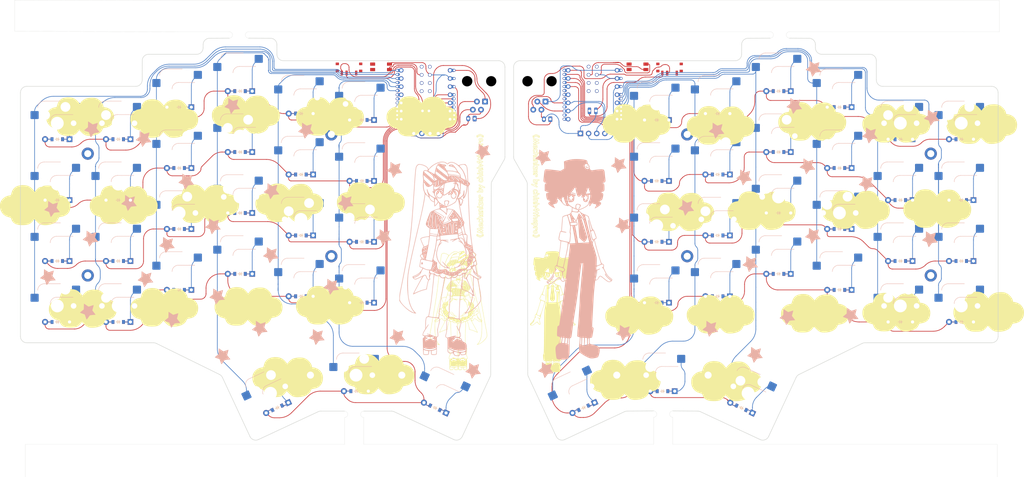
<source format=kicad_pcb>
(kicad_pcb (version 20241229) (generator "pcbnew") (generator_version "9.0")
  (layers (0 "F.Cu" signal) (2 "B.Cu" signal) (13 "F.Paste" user) (15 "B.Paste" user) (5 "F.SilkS" user "F.Silkscreen") (7 "B.SilkS" user "B.Silkscreen") (1 "F.Mask" user) (3 "B.Mask" user) (25 "Edge.Cuts" user))
  (net 0 "")
  (net 2 "GND")
  (net 3 "Net-(D1-K)")
  (net 4 "L_ROW1")
  (net 5 "Net-(D2-K)")
  (net 6 "Net-(D3-K)")
  (net 7 "Net-(D4-K)")
  (net 8 "Net-(D5-K)")
  (net 9 "Net-(D6-K)")
  (net 10 "Net-(D7-K)")
  (net 11 "L_ROW2")
  (net 12 "Net-(D8-K)")
  (net 13 "Net-(D9-K)")
  (net 14 "Net-(D10-K)")
  (net 15 "Net-(D11-K)")
  (net 16 "Net-(D12-K)")
  (net 17 "Net-(D13-K)")
  (net 18 "L_ROW3")
  (net 19 "Net-(D14-K)")
  (net 20 "Net-(D15-K)")
  (net 21 "Net-(D16-K)")
  (net 22 "Net-(D17-K)")
  (net 23 "Net-(D18-K)")
  (net 24 "Net-(D19-K)")
  (net 25 "L_ROW4")
  (net 26 "Net-(D20-K)")
  (net 27 "Net-(D21-K)")
  (net 28 "Net-(D22-K)")
  (net 29 "Net-(D23-K)")
  (net 30 "Net-(D24-K)")
  (net 31 "L_ROW5")
  (net 32 "Net-(D25-K)")
  (net 33 "Net-(D26-K)")
  (net 34 "Net-(D27-K)")
  (net 35 "R_ROW1")
  (net 36 "Net-(D28-K)")
  (net 37 "R_ROW2")
  (net 38 "Net-(D29-K)")
  (net 39 "R_ROW3")
  (net 40 "Net-(D30-K)")
  (net 41 "R_ROW4")
  (net 42 "Net-(D31-K)")
  (net 43 "Net-(D32-K)")
  (net 44 "Net-(D33-K)")
  (net 45 "Net-(D34-K)")
  (net 46 "Net-(D35-K)")
  (net 47 "Net-(D36-K)")
  (net 48 "Net-(D37-K)")
  (net 49 "Net-(D38-K)")
  (net 50 "Net-(D39-K)")
  (net 51 "Net-(D40-K)")
  (net 52 "Net-(D41-K)")
  (net 53 "Net-(D42-K)")
  (net 54 "Net-(D43-K)")
  (net 55 "R_ROW5")
  (net 56 "Net-(D44-K)")
  (net 57 "Net-(D45-K)")
  (net 58 "Net-(D46-K)")
  (net 59 "Net-(D47-K)")
  (net 60 "Net-(D48-K)")
  (net 61 "Net-(D49-K)")
  (net 62 "Net-(D50-K)")
  (net 63 "Net-(D51-K)")
  (net 64 "Net-(D52-K)")
  (net 65 "Net-(D53-K)")
  (net 66 "Net-(D54-K)")
  (net 67 "+3V3")
  (net 68 "L_SDA")
  (net 69 "L_SCL")
  (net 70 "L_RAW")
  (net 71 "+5V")
  (net 72 "R_SCL")
  (net 73 "R_SDA")
  (net 74 "R_RAW")
  (net 75 "L_COL1")
  (net 76 "L_COL2")
  (net 77 "L_COL3")
  (net 78 "L_COL4")
  (net 79 "L_COL5")
  (net 80 "L_COL6")
  (net 81 "R_COL1")
  (net 82 "R_COL2")
  (net 83 "R_COL3")
  (net 84 "R_COL4")
  (net 85 "R_COL5")
  (net 86 "R_COL6")
  (net 87 "L_RST")
  (net 89 "L_BAT_IN")
  (net 90 "R_RST")
  (net 92 "R_BAT_IN")
  (net 95 "unconnected-(U1-U0TXD_D6{slash}TX-Pad7)")
  (net 104 "unconnected-(U3-GPIO4_D3{slash}A3-Pad4)")
  (net 111 "unconnected-(U3-U0TXD_D6{slash}TX-Pad7)_1")
  (net 115 "unconnected-(U1-GPIO4_D3{slash}A3-Pad4)_1")
  (net 116 "unconnected-(U1-U0RXD_D7{slash}RX-Pad8)_1")
  (net 117 "unconnected-(U3-U0RXD_D7{slash}RX-Pad8)")
  (footprint "chinh4thepro:ComboDiode" (layer "F.Cu") (at 101.585786 98.785786 180)
    (property "Reference" "D3" (hide yes))
    (property "Value" "D_Small" (hide yes))
  )
  (footprint "PCM_marbastlib-various:mousebites_2mm" (layer "F.Cu") (at 252.6 193.5375 90)
    (property "Reference" "REF**" (hide yes))
    (property "Value" "mousebites 2mm" (hide yes))
    (fp_arc (start 0 -3) (mid -1 -2) (end -2 -3) (stroke (width 0.05)) (layer "Edge.Cuts"))
    (fp_arc (start -2 3) (mid -1 2) (end 0 3) (stroke (width 0.05)) (layer "Edge.Cuts"))
  )
  (footprint "ScottoKeebs_Hotswap:Hotswap_MX" (layer "F.Cu") (at 183.525482 188.035786 -25)
    (property "Reference" "S27" (hide yes))
    (property "Value" "Keyswitch")
  )
  (footprint "chinh4thepro:Xiao_ESP32S3_Plus.kicad_sym" (layer "F.Cu") (at 230.585786 94.385786)
    (property "Reference" "U3" (hide yes))
    (property "Value" "XIAO-HALF-HOLE-23P" (hide yes))
  )
  (footprint "chinh4thepro:RJ9_Evercom_5301-440xxx_Horizontal" (layer "F.Cu") (at 215.875786 97.035786 180)
    (property "Reference" "J6" (hide yes))
    (property "Value" "4P4C")
  )
  (footprint "chinh4thepro:reset_switch_smd_side" (layer "F.Cu") (at 244.585786 86.2)
    (property "Reference" "SW3" (hide yes))
    (property "Value" "Switch" (hide yes))
  )
  (footprint "ceoloide:mounting_hole_plated" (layer "F.Cu") (at 73.085786 113.285786)
    (property "Reference" "H1" (hide yes))
    (property "Value" "")
  )
  (footprint "chinh4thepro:ComboDiode" (layer "F.Cu") (at 120.585786 93.785786 180)
    (property "Reference" "D4" (hide yes))
    (property "Value" "D_Small" (hide yes))
  )
  (footprint "chinh4thepro:power_switch_smd_side" (layer "F.Cu") (at 154.585786 86.4 90)
    (property "Reference" "SW2" (hide yes))
    (property "Value" "SW_SPDT")
  )
  (footprint "chinh4thepro:ComboDiode" (layer "F.Cu") (at 250.585786 159.785786 180)
    (property "Reference" "D53" (hide yes))
    (property "Value" "D_Small" (hide yes))
  )
  (footprint "ScottoKeebs_Hotswap:Hotswap_MX" (layer "F.Cu") (at 269.585786 152.785786)
    (property "Reference" "S48" (hide yes))
    (property "Value" "Keyswitch")
  )
  (footprint "chinh4thepro:ComboDiode" (layer "F.Cu") (at 326.585786 108.785786 180)
    (property "Reference" "D32" (hide yes))
    (property "Value" "D_Small" (hide yes))
  )
  (footprint "ScottoKeebs_Hotswap:Hotswap_MX" (layer "F.Cu") (at 288.585786 145.785786)
    (property "Reference" "S43" (hide yes))
    (property "Value" "Keyswitch")
  )
  (footprint "chinh4thepro:ComboDiode" (layer "F.Cu") (at 156.805634 187.381039 180)
    (property "Reference" "D26" (hide yes))
    (property "Value" "D_Small" (hide yes))
  )
  (footprint "ScottoKeebs_Hotswap:Hotswap_MX" (layer "F.Cu") (at 345.585786 103.785786)
    (property "Reference" "S28" (hide yes))
    (property "Value" "Keyswitch")
  )
  (footprint "ScottoKeebs_Hotswap:Hotswap_MX" (layer "F.Cu") (at 326.585786 122.785786)
    (property "Reference" "S33" (hide yes))
    (property "Value" "Keyswitch")
  )
  (footprint "ScottoKeebs_Hotswap:Hotswap_MX" (layer "F.Cu") (at 345.585786 160.785786)
    (property "Reference" "S31" (hide yes))
    (property "Value" "Keyswitch")
  )
  (footprint "chinh4thepro:ComboDiode" (layer "F.Cu") (at 345.585786 146.785786 180)
    (property "Reference" "D30" (hide yes))
    (property "Value" "D_Small" (hide yes))
  )
  (footprint "ScottoKeebs_Components:OLED_128x32" (layer "F.Cu") (at 236.585786 105.385786 -90)
    (property "Reference" "J4" (hide yes))
    (property "Value" "OLED_128x32")
  )
  (footprint "LOGO" (layer "F.Cu") (at 218.35 161.95)
    (property "Reference" "G***" (hide yes))
    (property "Value" "LOGO" (hide yes))
  )
  (footprint "chinh4thepro:ComboDiode" (layer "F.Cu") (at 252.385786 187.385786 180)
    (property "Reference" "D49" (hide yes))
    (property "Value" "D_Small" (hide yes))
  )
  (footprint "ScottoKeebs_Hotswap:Hotswap_MX" (layer "F.Cu") (at 250.585786 135.785786)
    (property "Reference" "S52" (hide yes))
    (property "Value" "Keyswitch")
  )
  (footprint "ScottoKeebs_Hotswap:Hotswap_MX" (layer "F.Cu") (at 82.585786 122.785786)
    (property "Reference" "S8" (hide yes))
    (property "Value" "Keyswitch")
  )
  (footprint "ScottoKeebs_Hotswap:Hotswap_MX" (layer "F.Cu") (at 101.585786 93.785786)
    (property "Reference" "S3" (hide yes))
    (property "Value" "Keyswitch")
  )
  (footprint "chinh4thepro:ComboDiode" (layer "F.Cu") (at 139.585786 100.785786 180)
    (property "Reference" "D5" (hide yes))
    (property "Value" "D_Small" (hide yes))
  )
  (footprint "chinh4thepro:ComboDiode" (layer "F.Cu") (at 269.585786 157.785786 180)
    (property "Reference" "D48" (hide yes))
    (property "Value" "D_Small" (hide yes))
  )
  (footprint "LOGO" (layer "F.Cu") (at 272.35 184.25)
    (property "Reference" "G***")
    (property "Value" "LOGO" (hide yes))
  )
  (footprint "ScottoKeebs_Hotswap:Hotswap_MX" (layer "F.Cu") (at 252.365938 182.381039)
    (property "Reference" "S49" (hide yes))
    (property "Value" "Keyswitch")
  )
  (footprint "ScottoKeebs_Hotswap:Hotswap_MX" (layer "F.Cu") (at 307.585786 131.785786)
    (property "Reference" "S38" (hide yes))
    (property "Value" "Keyswitch")
  )
  (footprint "chinh4thepro:ComboDiode" (layer "F.Cu") (at 120.585786 112.785786 180)
    (property "Reference" "D10" (hide yes))
    (property "Value" "D_Small" (hide yes))
  )
  (footprint "LOGO" (layer "F.Cu") (at 263.8 133.8)
    (property "Reference" "G***")
    (property "Value" "LOGO" (hide yes))
  )
  (footprint "PCM_marbastlib-various:mousebites_2mm" (layer "F.Cu") (at 156.2 193.6 90)
    (property "Reference" "REF**" (hide yes))
    (property "Value" "mousebites 2mm" (hide yes))
    (fp_arc (start 0 -3) (mid -1 -2) (end -2 -3) (stroke (width 0.05)) (layer "Edge.Cuts"))
    (fp_arc (start -2 3) (mid -1 2) (end 0 3) (stroke (width 0.05)) (layer "Edge.Cuts"))
  )
  (footprint "chinh4thepro:ComboDiode" (layer "F.Cu") (at 250.585786 140.785786 180)
    (property "Reference" "D52" (hide yes))
    (property "Value" "D_Small" (hide yes))
  )
  (footprint "ceoloide:mounting_hole_plated" (layer "F.Cu") (at 260.085786 107.285786)
    (property "Reference" "H8" (hide yes))
    (property "Value" "")
  )
  (footprint "LOGO" (layer "F.Cu") (at 240.8 183.85)
    (property "Reference" "G***")
    (property "Value" "LOGO" (hide yes))
  )
  (footprint "chinh4thepro:ComboDiode" (layer "F.Cu") (at 276.985786 192.585786 155)
    (property "Reference" "D44" (hide yes))
    (property "Value" "D_Small" (hide yes))
  )
  (footprint "chinh4thepro:ComboDiode" (layer "F.Cu") (at 345.585786 108.785786 180)
    (property "Reference" "D28" (hide yes))
    (property "Value" "D_Small" (hide yes))
  )
  (footprint "chinh4thepro:ComboDiode" (layer "F.Cu") (at 269.585786 100.785786 180)
    (property "Reference" "D45" (hide yes))
    (property "Value" "D_Small" (hide yes))
  )
  (footprint "ScottoKeebs_Hotswap:Hotswap_MX" (layer "F.Cu") (at 307.585786 112.785786)
    (property "Reference" "S37" (hide yes))
    (property "Value" "Keyswitch")
  )
  (footprint "LOGO" (layer "F.Cu") (at 135.45 183)
    (property "Reference" "G***")
    (property "Value" "LOGO" (hide yes))
  )
  (footprint "LOGO" (layer "F.Cu") (at 318.6 133.15)
    (property "Reference" "G***")
    (property "Value" "LOGO" (hide yes))
  )
  (footprint "LOGO" (layer "F.Cu") (at 188.75 162.2)
    (property "Reference" "G***" (hide yes))
    (property "Value" "LOGO" (hide yes))
  )
  (footprint "chinh4thepro:ComboDiode" (layer "F.Cu") (at 132.198877 192.567325 -155)
    (property "Reference" "D25" (hide yes))
    (property "Value" "D_Small" (hide yes))
  )
  (footprint "chinh4thepro:ComboDiode" (layer "F.Cu") (at 181.412391 192.567325 155)
    (property "Reference" "D27" (hide yes))
    (property "Value" "D_Small" (hide yes))
  )
  (footprint "ScottoKeebs_Hotswap:Hotswap_MX" (layer "F.Cu") (at 101.585786 131.785786)
    (property "Reference" "S15" (hide yes))
    (property "Value" "Keyswitch")
  )
  (footprint "chinh4thepro:ComboDiode" (layer "F.Cu") (at 288.585786 93.785786 180)
    (property "Reference" "D40" (hide yes))
    (property "Value" "D_Small" (hide yes))
  )
  (footprint "ScottoKeebs_Hotswap:Hotswap_MX" (layer "F.Cu") (at 279.085786 188.035786 -25)
    (property "Reference" "S44" (hide yes))
    (property "Value" "Keyswitch")
  )
  (footprint "ScottoKeebs_Hotswap:Hotswap_MX" (layer "F.Cu") (at 250.585786 154.785786)
    (property "Reference" "S53" (hide yes))
    (property "Value" "Keyswitch")
  )
  (footprint "ScottoKeebs_Hotswap:Hotswap_MX" (layer "F.Cu") (at 269.585786 95.785786)
    (property "Reference" "S45" (hide yes))
    (property "Value" "Keyswitch")
  )
  (footprint "chinh4thepro:ComboDiode" (layer "F.Cu") (at 120.585786 150.785786 180)
    (property "Reference" "D22" (hide yes))
    (property "Value" "D_Small" (hide yes))
  )
  (footprint "ScottoKeebs_Hotswap:Hotswap_MX" (layer "F.Cu") (at 139.585786 114.785786)
    (property "Reference" "S11" (hide yes))
    (property "Value" "Keyswitch")
  )
  (footprint "ScottoKeebs_Hotswap:Hotswap_MX" (layer "F.Cu") (at 225.64609 188.035786 25)
    (property "Reference" "S54" (hide yes))
    (property "Value" "Keyswitch")
  )
  (footprint "ScottoKeebs_Hotswap:Hotswap_MX" (layer "F.Cu") (at 307.585786 150.785786)
    (property "Reference" "S39" (hide yes))
    (property "Value" "Keyswitch")
  )
  (footprint "chinh4thepro:power_switch_smd_side" (layer "F.Cu") (at 254.585786 86.425 90)
    (property "Reference" "SW4" (hide yes))
    (property "Value" "SW_SPDT")
  )
  (footprint "ScottoKeebs_Hotswap:Hotswap_MX" (layer "F.Cu") (at 158.585786 154.785786)
    (property "Reference" "S24" (hide yes))
    (property "Value" "Keyswitch")
  )
  (footprint "ScottoKeebs_Hotswap:Hotswap_MX" (layer "F.Cu") (at 250.585786 97.785786)
    (property "Reference" "S50" (hide yes))
    (property "Value" "Keyswitch")
  )
  (footprint "chinh4thepro:ComboDiode" (layer "F.Cu") (at 120.585786 131.785786 180)
    (property "Reference" "D16" (hide yes))
    (property "Value" "D_Small" (hide yes))
  )
  (footprint "ScottoKeebs_Hotswap:Hotswap_MX" (layer "F.Cu") (at 269.585786 133.785786)
    (property "Reference" "S47" (hide yes))
    (property "Value" "Keyswitch")
  )
  (footprint "chinh4thepro:ComboDiode" (layer "F.Cu") (at 269.585786 138.785786 180)
    (property "Reference" "D47" (hide yes))
    (property "Value" "D_Small" (hide yes))
  )
  (footprint "chinh4thepro:ComboDiode" (layer "F.Cu") (at 158.585786 121.785786 180)
    (property "Reference" "D12" (hide yes))
    (property "Value" "D_Small" (hide yes))
  )
  (footprint "chinh4thepro:ComboDiode" (layer "F.Cu") (at 307.585786 155.785786 180)
    (property "Reference" "D39" (hide yes))
    (property "Value" "D_Small" (hide yes))
  )
  (footprint "ScottoKeebs_Hotswap:Hotswap_MX" (layer "F.Cu") (at 82.585786 103.785786)
    (property "Reference" "S2" (hide yes))
    (property "Value" "Keyswitch")
  )
  (footprint "chinh4thepro:ComboDiode" (layer "F.Cu") (at 139.585786 157.785786 180)
    (property "Reference" "D23" (hide yes))
    (property "Value" "D_Small" (hide yes))
  )
  (footprint "LOGO" (layer "F.Cu") (at 212.9 123.4 -90)
    (property "Reference" "G***" (hide yes))
    (property "Value" "LOGO" (hide yes))
  )
  (footprint "chinh4thepro:ComboDiode" (layer "F.Cu") (at 63.585786 127.785786 180)
    (property "Reference" "D7" (hide yes))
    (property "Value" "D_Small" (hide yes))
  )
  (footprint "ScottoKeebs_Hotswap:Hotswap_MX" (layer "F.Cu") (at 120.585786 88.785786)
    (property "Reference" "S4" (hide yes))
    (property "Value" "Keyswitch")
  )
  (footprint "chinh4thepro:ComboDiode" (layer "F.Cu") (at 250.585786 121.785786 180)
    (property "Reference" "D51" (hide yes))
    (property "Value" "D_Small" (hide yes))
  )
  (footprint "chinh4thepro:ComboDiode" (layer "F.Cu") (at 139.585786 138.785786 180)
    (property "Reference" "D17" (hide yes))
    (property "Value" "D_Small" (hide yes))
  )
  (footprint "chinh4thepro:Xiao_ESP32S3_Plus.kicad_sym" (layer "F.Cu") (at 178.495786 94.408169)
    (property "Reference" "U1" (hide yes))
    (property "Value" "XIAO-HALF-HOLE-23P" (hide yes))
  )
  (footprint "PCM_marbastlib-various:mousebites_2mm" (layer "F.Cu") (at 120.25 77.25 -90)
    (property "Reference" "REF**" (hide yes))
    (property "Value" "mousebites 2mm" (hide yes))
    (fp_arc (start -2 3) (mid -1 2) (end 0 3) (stroke (width 0.05)) (layer "Edge.Cuts"))
    (fp_arc (start 0 -3) (mid -1 -2) (end -2 -3) (stroke (width 0.05)) (layer "Edge.Cuts"))
  )
  (footprint "chinh4thepro:ComboDiode" (layer "F.Cu") (at 63.585786 108.785786 180)
    (property "Reference" "D1" (hide yes))
    (property "Value" "D_Small" (hide yes))
  )
  (footprint "ScottoKeebs_Hotswap:Hotswap_MX" (layer "F.Cu") (at 326.585786 160.785786)
    (property "Reference" "S35" (hide yes))
    (property "Value" "Keyswitch")
  )
  (footprint "chinh4thepro:ComboDiode" (layer "F.Cu") (at 345.585786 127.785786 180)
    (property "Reference" "D29" (hide yes))
    (property "Value" "D_Small" (hide yes))
  )
  (footprint "chinh4thepro:ComboDiode" (layer "F.Cu") (at 307.585786 117.785786 180)
    (property "Reference" "D37" (hide yes))
    (property "Value" "D_Small" (hide yes))
  )
  (footprint "ScottoKeebs_Hotswap:Hotswap_MX" (layer "F.Cu") (at 120.585786 145.785786)
    (property "Reference" "S22" (hide yes))
    (property "Value" "Keyswitch")
  )
  (footprint "chinh4thepro:ComboDiode" (layer "F.Cu") (at 227.759181 192.567325 -155)
    (property "Reference" "D54" (hide yes))
    (property "Value" "D_Small" (hide yes))
  )
  (footprint "chinh4thepro:ComboDiode" (layer "F.Cu") (at 101.585786 155.785786 180)
    (property "Reference" "D21" (hide yes))
    (property "Value" "D_Small" (hide yes))
  )
  (footprint "chinh4thepro:ComboDiode" (layer "F.Cu") (at 326.585786 127.785786 180)
    (property "Reference" "D33" (hide yes))
    (property "Value" "D_Small" (hide yes))
  )
  (footprint "chinh4thepro:ComboDiode" (layer "F.Cu") (at 326.585786 146.785786 180)
    (property "Reference" "D34" (hide yes))
    (property "Value" "D_Small" (hide yes))
  )
  (footprint "LOGO" (layer "F.Cu") (at 164 182.1)
    (property "Reference" "G***")
    (property "Value" "LOGO" (hide yes))
  )
  (footprint "chinh4thepro:RJ9_Evercom_5301-440xxx_Horizontal" (layer "F.Cu") (at 197.035786 97.035786 180)
    (property "Reference" "J3" (hide yes))
    (property "Value" "4P4C")
  )
  (footprint "LOGO" (layer "F.Cu") (at 354.15 162.6)
    (property "Reference" "G***")
    (property "Value" "LOGO" (hide yes))
  )
  (footprint "ScottoKeebs_Hotswap:Hotswap_MX" (layer "F.Cu") (at 158.585786 97.785786)
    (property "Reference" "S6" (hide yes))
    (property "Value" "Keyswitch")
  )
  (footprint "ScottoKeebs_Hotswap:Hotswap_MX" (layer "F.Cu") (at 63.585786 160.785786)
    (property "Reference" "S19" (hide yes))
    (property "Value" "Keyswitch")
  )
  (footprint "ScottoKeebs_Hotswap:Hotswap_MX" (layer "F.Cu") (at 120.585786 107.785786)
    (property "Reference" "S10" (hide yes))
    (property "Value" "Keyswitch")
  )
  (footprint "chinh4thepro:reset_switch_smd_side" (layer "F.Cu") (at 164.585786 86.2)
    (property "Reference" "SW1" (hide yes))
    (property "Value" "Switch" (hide yes))
  )
  (footprint "ScottoKeebs_Hotswap:Hotswap_MX" (layer "F.Cu") (at 139.585786 133.785786)
    (property "Reference" "S17" (hide yes))
    (property "Value" "Keyswitch")
  )
  (footprint "PCM_marbastlib-various:mousebites_2mm" (layer "F.Cu") (at 289 77.25 -90)
    (property "Reference" "REF**" (hide yes))
    (property "Value" "mousebites 2mm" (hide yes))
    (fp_arc (start -2 3) (mid -1 2) (end 0 3) (stroke (width 0.05)) (layer "Edge.Cuts"))
    (fp_arc (start 0 -3) (mid -1 -2) (end -2 -3) (stroke (width 0.05)) (layer "Edge.Cuts"))
  )
  (footprint "LOGO" (layer "F.Cu") (at 177.3 101.65)
    (property "Reference" "G***")
    (property "Value" "LOGO" (hide yes))
  )
  (footprint "ScottoKeebs_Hotswap:Hotswap_MX" (layer "F.Cu") (at 139.585786 152.785786)
    (property "Reference" "S23" (hide yes))
    (property "Value" "Keyswitch")
  )
  (footprint "ScottoKeebs_Hotswap:Hotswap_MX" (layer "F.Cu") (at 288.585786 107.785786)
    (property "Reference" "S41" (hide yes))
    (property "Value" "Keyswitch")
  )
  (footprint "chinh4thepro:ComboDiode" (layer "F.Cu") (at 158.585786 140.785786 180)
    (property "Reference" "D18" (hide yes))
    (property "Value" "D_Small" (hide yes))
  )
  (footprint "chinh4thepro:ComboDiode" (layer "F.Cu") (at 307.585786 98.785786 180)
    (property "Reference" "D36" (hide yes))
    (property "Value" "D_Small" (hide yes))
  )
  (footprint "ScottoKeebs_Hotswap:Hotswap_MX" (layer "F.Cu") (at 63.585786 103.785786)
    (property "Reference" "S1" (hide yes))
    (property "Value" "Keyswitch")
  )
  (footprint "ScottoKeebs_Hotswap:Hotswap_MX" (layer "F.Cu") (at 120.585786 126.785786)
    (property "Reference" "S16" (hide yes))
    (property "Value" "Keyswitch")
  )
  (footprint "ScottoKeebs_Hotswap:Hotswap_MX" (layer "F.Cu") (at 345.585786 141.785786)
    (property "Reference" "S30" (hide yes))
    (property "Value" "Keyswitch")
  )
  (footprint "LOGO" (layer "F.Cu") (at 56.7 129.35)
    (property "Reference" "G***")
    (property "Value" "LOGO" (hide yes))
  )
  (footprint "chinh4thepro:ComboDiode" (layer "F.Cu") (at 288.585786 150.785786 180)
    (property "Reference" "D43" (hide yes))
    (property "Value" "D_Small" (hide yes))
  )
  (footprint "ScottoKeebs_Hotswap:Hotswap_MX" (layer "F.Cu") (at 345.585786 122.785786)
    (property "Reference" "S29" (hide yes))
    (property "Value" "Keyswitch")
  )
  (footprint "chinh4thepro:ComboDiode" (layer "F.Cu") (at 63.585786 146.785786 180)
    (property "Reference" "D13" (hide yes))
    (property "Value" "D_Small" (hide yes))
  )
  (footprint "ScottoKeebs_Hotswap:Hotswap_MX" (layer "F.Cu") (at 158.585786 116.785786)
    (property "Reference" "S12" (hide yes))
    (property "Value" "Keyswitch")
  )
  (footprint "ScottoKeebs_Hotswap:Hotswap_MX" (layer "F.Cu") (at 250.585786 116.785786)
    (property "Reference" "S51" (hide yes))
    (property "Value" "Keyswitch")
  )
  (footprint "chinh4thepro:ComboDiode" (layer "F.Cu") (at 101.585786 136.785786 180)
    (property "Reference" "D15" (hide yes))
    (property "Value" "D_Small" (hide yes))
  )
  (footprint "chinh4thepro:ComboDiode" (layer "F.Cu") (at 63.585786 165.785786 180)
    (property "Reference" "D19" (hide yes))
    (property "Value" "D_Small" (hide yes))
  )
  (footprint "ScottoKeebs_Hotswap:Hotswap_MX" (layer "F.Cu") (at 101.585786 150.785786)
    (property "Reference" "S21" (hide yes))
    (property "Value" "Keyswitch")
  )
  (footprint "ScottoKeebs_Hotswap:Hotswap_MX" (layer "F.Cu") (at 307.585786 93.785786)
    (property "Reference" "S36" (hide yes))
    (property "Value" "Keyswitch")
  )
  (footprint "ScottoKeebs_Hotswap:Hotswap_MX" (layer "F.Cu") (at 288.585786 88.785786)
    (property "Reference" "S40" (hide yes))
    (property "Value" "Keyswitch")
  )
  (footprint "ScottoKeebs_Hotswap:Hotswap_MX" (layer "F.Cu") (at 63.585786 122.785786)
    (property "Reference" "S7" (hide yes))
    (property "Value" "Keyswitch")
  )
  (footprint "ceoloide:mounting_hole_plated" (layer "F.Cu") (at 142.555634 182.381039)
    (property "Reference" "H5" (hide yes))
    (property "Value" "")
  )
  (footprint "chinh4thepro:ComboDiode" (layer "F.Cu") (at 288.585786 131.785786 180)
    (property "Reference" "D42" (hide yes))
    (property "Value" "D_Small" (hide yes))
  )
  (footprint "LOGO" (layer "F.Cu") (at 90.2 131.65)
    (property "Reference" "G***")
    (property "Value" "LOGO" (hide yes))
  )
  (footprint "chinh4thepro:ComboDiode" (layer "F.Cu") (at 82.585786 146.785786 180)
    (property "Reference" "D14" (hide yes))
    (property "Value" "D_Small" (hide yes))
  )
  (footprint "ScottoKeebs_Hotswap:Hotswap_MX" (layer "F.Cu") (at 158.585786 135.785786)
    (property "Reference" "S18" (hide yes))
    (property "Value" "Keyswitch")
  )
  (footprint "chinh4thepro:ComboDiode" (layer "F.Cu") (at 326.585786 165.785786 180)
    (property "Reference" "D35" (hide yes))
    (property "Value" "D_Small" (hide yes))
  )
  (footprint "ScottoKeebs_Hotswap:Hotswap_MX" (layer "F.Cu") (at 82.585786 160.785786)
    (property "Reference" "S20" (hide yes))
    (property "Value" "Keyswitch")
  )
  (footprint "chinh4thepro:ComboDiode" (layer "F.Cu") (at 82.585786 127.785786 180)
    (property "Reference" "D8" (hide yes))
    (property "Value" "D_Small" (hide yes))
  )
  (footprint "ScottoKeebs_Hotswap:Hotswap_MX" (layer "F.Cu") (at 82.585786 141.785786)
    (property "Reference" "S14" (hide yes))
    (property "Value" "Keyswitch")
  )
  (footprint "LOGO" (layer "F.Cu") (at 195.561272 123.299569 90)
    (property "Reference" "G***" (hide yes))
    (property "Value" "LOGO" (hide yes))
  )
  (footprint "ceoloide:mounting_hole_plated" (layer "F.Cu") (at 238.115938 182.381039)
    (property "Reference" "H12" (hide yes))
    (property "Value" "")
  )
  (footprint "chinh4thepro:ComboDiode" (layer "F.Cu") (at 288.585786 112.785786 180)
    (property "Reference" "D41" (hide yes))
    (property "Value" "D_Small" (hide yes))
  )
  (footprint "chinh4thepro:ComboDiode" (layer "F.Cu") (at 345.585786 165.785786 180)
    (property "Reference" "D31" (hide yes))
    (property "Value" "D_Small" (hide yes))
  )
  (footprint "chinh4thepro:ComboDiode" (layer "F.Cu") (at 139.585786 119.785786 180)
    (property "Reference" "D11" (hide yes))
    (property "Value" "D_Small" (hide yes))
  )
  (footprint "LOGO" (layer "F.Cu") (at 141.9 131)
    (property "Reference" "G***")
    (property "Value" "LOGO" (hide yes))
  )
  (footprint "chinh4thepro:ComboDiode" (layer "F.Cu") (at 250.585786 102.785786 180)
    (property "Reference" "D50" (hide yes))
    (property "Value" "D_Small" (hide yes))
  )
  (footprint "LOGO" (layer "F.Cu") (at 352 104)
    (property "Reference" "G***")
    (property "Value" "LOGO" (hide yes))
  )
  (footprint "ceoloide:mounting_hole_plated" (layer "F.Cu") (at 149.085786 145.285786)
    (property "Reference" "H4" (hide yes))
    (property "Value" "")
  )
  (footprint "ScottoKeebs_Components:OLED_128x32" (layer "F.Cu") (at 184.585786 105.385786 -90)
    (property "Reference" "J1" (hide yes))
    (property "Value" "OLED_128x32")
  )
  (footprint "ScottoKeebs_Hotswap:Hotswap_MX" (layer "F.Cu") (at 139.585786 95.785786)
    (property "Reference" "S5" (hide yes))
    (property "Value" "Keyswitch")
  )
  (footprint "chinh4thepro:ComboDiode" (layer "F.Cu") (at 269.585786 119.785786 180)
    (property "Reference" "D46" (hide yes))
    (property "Value" "D_Small" (hide yes))
  )
  (footprint "ceoloide:mounting_hole_plated" (layer "F.Cu") (at 260.085786 145.285786)
    (property "Reference" "H10" (hide yes))
    (property "Value" "")
  )
  (footprint "ceoloide:mounting_hole_plated" (layer "F.Cu") (at 336.085786 151.285786)
    (property "Reference" "H9" (hide yes))
    (property "Value" "")
  )
  (footprint "chinh4thepro:ComboDiode" (layer "F.Cu") (at 158.585786 102.785786 180)
    (property "Reference" "D6" (hide yes))
    (property "Value" "D_Small" (hide yes))
  )
  (footprint "ScottoKeebs_Hotswap:Hotswap_MX" (layer "F.Cu") (at 101.585786 112.785786)
    (property "Reference" "S9" (hide yes))
    (property "Value" "Keyswitch")
  )
  (footprint "ceoloide:mounting_hole_plated" (layer "F.Cu") (at 73.085786 151.285786)
    (property "Reference" "H3" (hide yes))
    (property "Value" "")
  )
  (footprint "ceoloide:mounting_hole_plated" (layer "F.Cu") (at 336.085786 113.285786)
    (property "Reference" "H7" (hide yes))
    (property "Value" "")
  )
  (footprint "ScottoKeebs_Hotswap:Hotswap_MX" (layer "F.Cu") (at 326.585786 141.785786)
    (property "Reference" "S34" (hide yes))
    (property "Value" "Keyswitch")
  )
  (footprint "chinh4thepro:ComboDiode" (layer "F.Cu") (at 307.585786 136.785786 180)
    (property "Reference" "D38" (hide yes))
    (property "Value" "D_Small" (hide yes))
  )
  (footprint "ScottoKeebs_Hotswap:Hotswap_MX" (layer "F.Cu") (at 130.085786 188.035786 25)
    (property "Reference" "S25" (hide yes))
    (property "Value" "Keyswitch")
  )
  (footprint "ceoloide:mounting_hole_plated" (layer "F.Cu") (at 266.615938 182.381039)
    (property "Reference" "H11" (hide yes))
    (property "Value" "")
  )
  (footprint "ceoloide:mounting_hole_plated" (layer "F.Cu") (at 171.055634 182.381039)
    (property "Reference" "H6" (hide yes))
    (property "Value" "")
  )
  (footprint "ScottoKeebs_Hotswap:Hotswap_MX" (layer "F.Cu") (at 63.585786 141.785786)
    (property "Reference" "S13" (hide yes))
    (property "Value" "Keyswitch")
  )
  (footprint "chinh4thepro:ComboDiode" (layer "F.Cu") (at 82.585786 108.785786 180)
    (property "Reference" "D2" (hide yes))
    (property "Value" "D_Small" (hide yes))
  )
  (footprint "chinh4thepro:ComboDiode" (layer "F.Cu") (at 82.585786 165.785786 180)
    (property "Reference" "D20" (hide yes))
    (property "Value" "D_Small" (hide yes))
  )
  (footprint "ScottoKeebs_Hotswap:Hotswap_MX" (layer "F.Cu") (at 269.585786 114.785786)
    (property "Reference" "S46" (hide yes))
    (property "Value" "Keyswitch")
  )
  (footprint "chinh4thepro:ComboDiode" (layer "F.Cu") (at 158.585786 159.785786 180)
    (property "Reference" "D24" (hide yes))
    (property "Value" "D_Small" (hide yes))
  )
  (footprint "ceoloide:mounting_hole_plated" (layer "F.Cu") (at 149.085786 107.285786)
    (property "Reference" "H2" (hide yes))
    (property "Value" "")
  )
  (footprint "ScottoKeebs_Hotswap:Hotswap_MX" (layer "F.Cu") (at 288.585786 126.785786)
    (property "Reference" "S42" (hide yes))
    (property "Value" "Keyswitch")
  )
  (footprint "chinh4thepro:ComboDiode" (layer "F.Cu") (at 101.585786 117.785786 180)
    (property "Reference" "D9" (hide yes))
    (property "Value" "D_Small" (hide yes))
  )
  (footprint "ScottoKeebs_Hotswap:Hotswap_MX" (layer "F.Cu") (at 326.585786 103.785786)
    (property "Reference" "S32" (hide yes))
    (property "Value" "Keyswitch")
  )
  (footprint "ScottoKeebs_Hotswap:Hotswap_MX" (layer "F.Cu") (at 156.785786 182.385786)
    (property "Reference" "S26" (hide yes))
    (property "Value" "Keyswitch")
  )
  (footprint "LOGO" (layer "B.Cu") (at 112.099995 136.007123 180)
    (property "Reference" "G***" (hide yes))
    (property "Value" "LOGO" (hide yes))
  )
  (footprint "LOGO" (layer "B.Cu") (at 85.899995 128.707123 180)
    (property "Reference" "G***" (hide yes))
    (property "Value" "LOGO" (hide yes))
  )
  (footprint "chinh4thepro:JST_PH_S2B-PH-K_1x02_P2.00mm_Horizontal" (layer "B.Cu") (at 193.785786 102.335786 180)
    (property "Reference" "J2" (hide yes))
    (property "Value" "Conn_01x02_Socket")
  )
  (footprint "LOGO" (layer "B.Cu") (at 215.949995 180.857123 180)
    (property "Reference" "G***" (hide yes))
    (property "Value" "LOGO" (hide yes))
  )
  (footprint "LOGO" (layer "B.Cu") (at 73.049995 162.607123 180)
    (property "Reference" "G***" (hide yes))
    (property "Value" "LOGO" (hide yes))
  )
  (footprint "LOGO" (layer "B.Cu") (at 291.299995 164.307123 180)
    (property "Reference" "G***" (hide yes))
    (property "Value" "LOGO" (hide yes))
  )
  (footprint "LOGO" (layer "B.Cu") (at 61.899995 130.607123 180)
    (property "Reference" "G***" (hide yes))
    (property "Value" "LOGO" (hide yes))
  )
  (footprint "LOGO" (layer "B.Cu") (at 311.049995 163.907123 180)
    (property "Reference" "G***" (hide yes))
    (property "Value" "LOGO" (hide yes))
  )
  (footprint "LOGO" (layer "B.Cu") (at 153.499995 128.707123 180)
    (property "Reference" "G***" (hide yes))
    (property "Value" "LOGO" (hide yes))
  )
  (footprint "LOGO" (layer "B.Cu") (at 238.699995 116.907123 180)
    (property "Reference" "G***" (hide yes))
    (property "Value" "LOGO" (hide yes))
  )
  (footprint "LOGO" (layer "B.Cu") (at 118.099995 98.457123 180)
    (property "Reference" "G***" (hide yes))
    (property "Value" "LOGO" (hide yes))
  )
  (footprint "LOGO" (layer "B.Cu") (at 259.749995 130.207123 180)
    (property "Reference" "G***" (hide yes))
    (property "Value" "LOGO" (hide yes))
  )
  (footprint "LOGO" (layer "B.Cu") (at 90.449995 108.757123 180)
    (property "Reference" "G***" (hide yes))
    (property "Value" "LOGO" (hide yes))
  )
  (footprint "LOGO" (layer "B.Cu") (at 169.599995 170.557123 180)
    (property "Reference" "G***" (hide yes))
    (property "Value" "LOGO" (hide yes))
  )
  (footprint "LOGO" (layer "B.Cu") (at 293.449995 98.457123 180)
    (property "Reference" "G***" (hide yes))
    (property "Value" "LOGO" (hide yes))
  )
  (footprint "LOGO" (layer "B.Cu") (at 97.749995 141.807123 180)
    (property "Reference" "G***" (hide yes))
    (property "Value" "LOGO" (hide yes))
  )
  (footprint "LOGO" (layer "B.Cu") (at 113.399995 157.907123 180)
    (property "Reference" "G***" (hide yes))
    (property "Value" "LOGO" (hide yes))
  )
  (footprint "LOGO" (layer "B.Cu") (at 168.7 118.4 180)
    (property "Reference" "G***" (hide yes))
    (property "Value" "LOGO" (hide yes))
  )
  (footprint "LOGO" (layer "B.Cu") (at 130.149995 145.007123 180)
    (property "Reference" "G***" (hide yes))
    (property "Value" "LOGO" (hide yes))
  )
  (footprint "LOGO" (layer "B.Cu") (at 182.831523 146.394504 180)
    (property "Reference" "G***" (hide yes))
    (property "Value" "LOGO" (hide yes))
  )
  (footprint "LOGO" (layer "B.Cu") (at 336.349995 102.107123 180)
    (property "Reference" "G***" (hide yes))
    (property "Value" "LOGO" (hide yes))
  )
  (footprint "LOGO" (layer "B.Cu") (at 267.249995 167.957123 180)
    (property "Reference" "G***" (hide yes))
    (property "Value" "LOGO" (hide yes))
  )
  (footprint "LOGO" (layer "B.Cu") (at 91.049995 152.507123 180)
    (property "Reference" "G***" (hide yes))
    (property "Value" "LOGO" (hide yes))
  )
  (footprint "LOGO" (layer "B.Cu") (at 315.999995 122.707123 180)
    (property "Reference" "G***" (hide yes))
    (property "Value" "LOGO" (hide yes))
  )
  (footprint "LOGO" (layer "B.Cu") (at 239.999995 135.757123 180)
    (property "Reference" "G***" (hide yes))
    (property "Value" "LOGO" (hide yes))
  )
  (footprint "LOGO" (layer "B.Cu") (at 279.699995 147.807123 180)
    (property "Reference" "G***" (hide yes))
    (property "Value" "LOGO" (hide yes))
  )
  (footprint "LOGO" (layer "B.Cu") (at 73.899995 139.857123 180)
    (property "Reference" "G***" (hide yes))
    (property "Value" "LOGO" (hide yes))
  )
  (footprint "LOGO" (layer "B.Cu") (at 74.349995 105.757123 180)
    (property "Reference" "G***" (hide yes))
    (property "Value" "LOGO" (hide yes))
  )
  (footprint "LOGO" (layer "B.Cu") (at 240.249995 169.257123 180)
    (property "Reference" "G***" (hide yes))
    (property "Value" "LOGO" (hide yes))
  )
  (footprint "LOGO" (layer "B.Cu") (at 126.699995 167.957123 180)
    (property "Reference" "G***" (hide yes))
    (property "Value" "LOGO" (hide yes))
  )
  (footprint "LOGO" (layer "B.Cu") (at 165.349995 139.407123 180)
    (property "Reference" "G***" (hide yes))
    (property "Value" "LOGO" (hide yes))
  )
  (footprint "LOGO" (layer "B.Cu") (at 299.449995 86.857123 180)
    (property "Reference" "G***" (hide yes))
    (property "Value" "LOGO" (hide yes))
  )
  (footprint "LOGO" (layer "B.Cu") (at 269.199995 106.157123 180)
    (property "Reference" "G***" (hide yes))
    (property "Value" "LOGO" (hide yes))
  )
  (footprint "LOGO" (layer "B.Cu") (at 317.049995 107.657123 180)
    (property "Reference" "G***" (hide yes))
    (property "Value" "LOGO" (hide yes))
  )
  (footprint "LOGO" (layer "B.Cu") (at 130.349995 125.057123 180)
    (property "Reference" "G***" (hide yes))
    (property "Value" "LOGO" (hide yes))
  )
  (footprint "LOGO" (layer "B.Cu") (at 99.449995 165.157123 180)
    (property "Reference" "G***" (hide yes))
    (property "Value" "LOGO" (hide yes))
  )
  (footprint "LOGO" (layer "B.Cu") (at 215.099995 114.557123 180)
    (property "Reference" "G***" (hide yes))
    (property "Value" "LOGO" (hide yes))
  )
  (footprint "LOGO" (layer "B.Cu") (at 299.249995 139.007123 180)
    (property "Reference" "G***" (hide yes))
    (property "Value" "LOGO" (hide yes))
  )
  (footprint "LOGO" (layer "B.Cu") (at 225.55 146.25 180)
    (property "Reference" "G***" (hide yes))
    (property "Value" "LOGO" (hide yes))
  )
  (footprint "LOGO" (layer "B.Cu") (at 115.099995 176.557123 180)
    (property "Reference" "G***" (hide yes))
    (property "Value" "LOGO" (hide yes))
  )
  (footprint "LOGO" (layer "B.Cu") (at 196.249995 112.757123 180)
    (property "Reference" "G***" (hide yes))
    (property "Value" "LOGO" (hide yes))
  )
  (footprint "LOGO" (layer "B.Cu") (at 103.749995 122.057123 180)
    (property "Reference" "G***" (hide yes))
    (property "Value" "LOGO" (hide yes))
  )
  (footprint "LOGO" (layer "B.Cu") (at 335.749995 140.057123 180)
    (property "Reference" "G***" (hide yes))
    (property "Value" "LOGO" (hide yes))
  )
  (footprint "LOGO" (layer "B.Cu") (at 144.499995 170.557123 180)
    (property "Reference" "G***" (hide yes))
    (property "Value" "LOGO" (hide yes))
  )
  (footprint "LOGO" (layer "B.Cu") (at 141.099995 106.157123 180)
    (property "Reference" "G***" (hide yes))
    (property "Value" "LOGO" (hide yes))
  )
  (footprint "LOGO" (layer "B.Cu") (at 277.799995 120.757123 180)
    (property "Reference" "G***" (hide yes))
    (property "Value" "LOGO" (hide yes))
  )
  (footprint "LOGO" (layer "B.Cu") (at 60.599995 151.857123 180)
    (property "Reference" "G***" (hide yes))
    (property "Value" "LOGO" (hide yes))
  )
  (footprint "LOGO" (layer "B.Cu") (at 297.549995 117.307123 180)
    (property "Reference" "G***" (hide yes))
    (property "Value" "LOGO" (hide yes))
  )
  (footprint "chinh4thepro:JST_PH_S2B-PH-K_1x02_P2.00mm_Horizontal" (layer "B.Cu") (at 217.385786 102.535786 180)
    (property "Reference" "J5" (hide yes))
    (property "Value" "Conn_01x02_Socket")
  )
  (footprint "LOGO" (layer "B.Cu") (at 148.999995 154.857123 180)
    (property "Reference" "G***" (hide yes))
    (property "Value" "LOGO" (hide yes))
  )
  (footprint "LOGO" (layer "B.Cu") (at 193.249995 181.057123 180)
    (property "Reference" "G***" (hide yes))
    (property "Value" "LOGO" (hide yes))
  )
  (footprint "LOGO" (layer "B.Cu") (at 281.199995 176.107123 180)
    (property "Reference" "G***" (hide yes))
    (property "Value" "LOGO" (hide yes))
  )
  (gr_line (start 241.372129 193.598216) (end 249.6 193.5375) (stroke (width 0.15)) (layer "Edge.Cuts"))
  (gr_line (start 255.6 195.5375) (end 255.6 204) (stroke (width 0.05)) (layer "Edge.Cuts"))
  (gr_arc (start 277.067902 82.278872) (mid 276.484576 83.697566) (end 275.067916 84.285814) (stroke (width 0.15)) (layer "Edge.Cuts"))
  (gr_arc (start 205.935786 86.285786) (mid 206.521572 84.871572) (end 207.935786 84.285786) (stroke (width 0.15)) (layer "Edge.Cuts"))
  (gr_arc (start 298.095761 77.285786) (mid 299.51163 77.873185) (end 300.095809 79.290386) (stroke (width 0.15)) (layer "Edge.Cuts"))
  (gr_line (start 53.6 214.2) (end 356.8 214.2) (stroke (width 0.05)) (layer "Edge.Cuts"))
  (gr_arc (start 201.235786 84.285786) (mid 202.65 84.871572) (end 203.235786 86.285786) (stroke (width 0.15)) (layer "Edge.Cuts"))
  (gr_line (start 210.549701 182.872793) (end 219.238424 201.50582) (stroke (width 0.15)) (layer "Edge.Cuts"))
  (gr_arc (start 321.105792 92.285785) (mid 319.693348 91.701766) (end 319.105799 90.290786) (stroke (width 0.15)) (layer "Edge.Cuts"))
  (gr_line (start 319.105799 90.290786) (end 319.090773 84.280786) (stroke (width 0.15)) (layer "Edge.Cuts"))
  (gr_line (start 295.000725 182.162434) (end 314.66838 172.491042) (stroke (width 0.15)) (layer "Edge.Cuts"))
  (gr_arc (start 126.335973 202.473199) (mid 124.806696 202.539969) (end 123.67812 201.50582) (stroke (width 0.15)) (layer "Edge.Cuts"))
  (gr_line (start 134.103656 84.285786) (end 201.235786 84.285786) (stroke (width 0.15)) (layer "Edge.Cuts"))
  (gr_line (start 355.085786 92.285786) (end 321.105792 92.285786) (stroke (width 0.15)) (layer "Edge.Cuts"))
  (gr_line (start 202.973341 115.246217) (end 199.221888 121.827713) (stroke (width 0.15)) (layer "Edge.Cuts"))
  (gr_line (start 255.6 204) (end 356.8 204) (stroke (width 0.05)) (layer "Edge.Cuts"))
  (gr_line (start 277.078669 79.292728) (end 277.067902 82.278872) (stroke (width 0.15)) (layer "Edge.Cuts"))
  (gr_line (start 282.849018 202.479456) (end 264.204984 193.7856) (stroke (width 0.15)) (layer "Edge.Cuts"))
  (gr_line (start 357.5 65.5) (end 357.5 75.25) (stroke (width 0.05)) (layer "Edge.Cuts"))
  (gr_arc (start 189.933148 201.505819) (mid 188.804573 202.539968) (end 187.275296 202.473199) (stroke (width 0.15)) (layer "Edge.Cuts"))
  (gr_arc (start 285.493452 201.505817) (mid 284.371828 202.537454) (end 282.849018 202.479456) (stroke (width 0.15)) (layer "Edge.Cuts"))
  (gr_line (start 123.25 77.25) (end 130.092916 77.285786) (stroke (width 0.15)) (layer "Edge.Cuts"))
  (gr_line (start 52.085786 170.285786) (end 52.085786 94.285786) (stroke (width 0.15)) (layer "Edge.Cuts"))
  (gr_arc (start 109.075836 79.275786) (mid 109.665137 77.868041) (end 111.075811 77.285786) (stroke (width 0.15)) (layer "Edge.Cuts"))
  (gr_line (start 153.2 193.6) (end 145.811825 193.598216) (stroke (width 0.15)) (layer "Edge.Cuts"))
  (gr_line (start 356.8 214.2) (end 356.8 204) (stroke (width 0.05)) (layer "Edge.Cuts"))
  (gr_arc (start 52.085786 94.285786) (mid 52.671572 92.871572) (end 54.085786 92.285786) (stroke (width 0.15)) (layer "Edge.Cuts"))
  (gr_arc (start 302.100811 82.285785) (mid 300.690136 81.703533) (end 300.10084 80.295786) (stroke (width 0.15)) (layer "Edge.Cuts"))
  (gr_arc (start 130.092916 77.285786) (mid 131.504602 77.869049) (end 132.092903 79.278643) (stroke (width 0.15)) (layer "Edge.Cuts"))
  (gr_line (start 255.6 193.5375) (end 263.359747 193.598215) (stroke (width 0.15)) (layer "Edge.Cuts"))
  (gr_arc (start 109.070736 80.295786) (mid 108.481435 81.703531) (end 107.070761 82.285786) (stroke (width 0.15)) (layer "Edge.Cuts"))
  (gr_line (start 198.621871 182.872793) (end 189.933148 201.50582) (stroke (width 0.15)) (layer "Edge.Cuts"))
  (gr_line (start 206.198231 115.246217) (end 209.949684 121.827713) (stroke (width 0.15)) (layer "Edge.Cuts"))
  (gr_arc (start 355.085786 92.285786) (mid 356.5 92.871572) (end 357.085786 94.285786) (stroke (width 0.15)) (layer "Edge.Cuts"))
  (gr_line (start 357.5 75.25) (end 346.25 75.25) (stroke (width 0.05)) (layer "Edge.Cuts"))
  (gr_line (start 292 77.25) (end 298.095761 77.285786) (stroke (width 0.15)) (layer "Edge.Cuts"))
  (gr_line (start 101 65.5) (end 346.25 65.5) (stroke (width 0.05)) (layer "Edge.Cuts"))
  (gr_arc (start 206.198231 115.246217) (mid 206.00251 114.768105) (end 205.935786 114.255811) (stroke (width 0.15)) (layer "Edge.Cuts"))
  (gr_line (start 111.075811 77.285786) (end 117.25 77.25) (stroke (width 0.15)) (layer "Edge.Cuts"))
  (gr_arc (start 203.235786 114.255811) (mid 203.169062 114.768105) (end 202.973341 115.246217) (stroke (width 0.15)) (layer "Edge.Cuts"))
  (gr_arc (start 221.896277 202.473199) (mid 220.367 202.539969) (end 219.238424 201.50582) (stroke (width 0.15)) (layer "Edge.Cuts"))
  (gr_line (start 90.065774 90.290786) (end 90.080799 84.280786) (stroke (width 0.15)) (layer "Edge.Cuts"))
  (gr_line (start 210.212123 122.813046) (end 210.362323 182.032629) (stroke (width 0.15)) (layer "Edge.Cuts"))
  (gr_line (start 53.6 204) (end 53.6 214.2) (stroke (width 0.05)) (layer "Edge.Cuts"))
  (gr_arc (start 198.809249 182.032629) (mid 198.761297 182.462911) (end 198.621871 182.872793) (stroke (width 0.15)) (layer "Edge.Cuts"))
  (gr_line (start 203.235786 86.285786) (end 203.235786 114.255811) (stroke (width 0.15)) (layer "Edge.Cuts"))
  (gr_line (start 50.25 75.125) (end 101 75.25) (stroke (width 0.05)) (layer "Edge.Cuts"))
  (gr_arc (start 134.103656 84.285786) (mid 132.69197 83.702523) (end 132.103669 82.292929) (stroke (width 0.15)) (layer "Edge.Cuts"))
  (gr_line (start 144.966588 193.7856) (end 126.335972 202.473199) (stroke (width 0.15)) (layer "Edge.Cuts"))
  (gr_line (start 50.25 75.125) (end 50.25 65.375) (stroke (width 0.05)) (layer "Edge.Cuts"))
  (gr_line (start 205.935786 86.285786) (end 205.935786 114.255811) (stroke (width 0.15)) (layer "Edge.Cuts"))
  (gr_arc (start 93.620643 172.285786) (mid 94.073695 172.337776) (end 94.503192 172.491042) (stroke (width 0.15)) (layer "Edge.Cuts"))
  (gr_line (start 346.25 65.5) (end 357.5 65.5) (stroke (width 0.05)) (layer "Edge.Cuts"))
  (gr_line (start 221.896276 202.473199) (end 240.526892 193.7856) (stroke (width 0.15)) (layer "Edge.Cuts"))
  (gr_line (start 285.493452 201.50582) (end 294.070658 183.111942) (stroke (width 0.15)) (layer "Edge.Cuts"))
  (gr_arc (start 54.085786 172.285786) (mid 52.671572 171.7) (end 52.085786 170.285786) (stroke (width 0.15)) (layer "Edge.Cuts"))
  (gr_line (start 114.170847 182.162434) (end 94.503192 172.491042) (stroke (width 0.15)) (layer "Edge.Cuts"))
  (gr_arc (start 144.966588 193.7856) (mid 145.378946 193.645623) (end 145.811825 193.598216) (stroke (width 0.15)) (layer "Edge.Cuts"))
  (gr_line (start 346.25 75.25) (end 292 75.25) (stroke (width 0.05)) (layer "Edge.Cuts"))
  (gr_arc (start 240.526892 193.7856) (mid 240.93925 193.645623) (end 241.372129 193.598216) (stroke (width 0.15)) (layer "Edge.Cuts"))
  (gr_arc (start 114.170847 182.162435) (mid 114.717062 182.557668) (end 115.100913 183.111942) (stroke (width 0.15)) (layer "Edge.Cuts"))
  (gr_line (start 317.09078 82.285787) (end 302.100811 82.285785) (stroke (width 0.15)) (layer "Edge.Cuts"))
  (gr_arc (start 317.09078 82.285787) (mid 318.503224 82.869806) (end 319.090773 84.280786) (stroke (width 0.15)) (layer "Edge.Cuts"))
  (gr_arc (start 209.949684 121.827713) (mid 210.144754 122.303373) (end 210.212123 122.813046) (stroke (width 0.15)) (layer "Edge.Cuts"))
  (gr_arc (start 90.065774 90.290786) (mid 89.478225 91.701766) (end 88.06578 92.285786) (stroke (width 0.15)) (layer "Edge.Cuts"))
  (gr_line (start 357.085786 170.285786) (end 357.085786 94.285786) (stroke (width 0.15)) (layer "Edge.Cuts"))
  (gr_line (start 249.6 204) (end 159.2 204) (stroke (width 0.05)) (layer "Edge.Cuts"))
  (gr_arc (start 198.959449 122.813046) (mid 199.026818 122.303373) (end 199.221888 121.827713) (stroke (width 0.15)) (layer "Edge.Cuts"))
  (gr_line (start 279.067813 77.285787) (end 286 77.25) (stroke (width 0.15)) (layer "Edge.Cuts"))
  (gr_line (start 117.25 75.25) (end 101 75.25) (stroke (width 0.05)) (layer "Edge.Cuts"))
  (gr_arc (start 294.070659 183.111941) (mid 294.454509 182.557667) (end 295.000725 182.162434) (stroke (width 0.15)) (layer "Edge.Cuts"))
  (gr_arc (start 314.66838 172.491042) (mid 315.097878 172.337776) (end 315.550929 172.285786) (stroke (width 0.15)) (layer "Edge.Cuts"))
  (gr_arc (start 90.080798 84.280786) (mid 90.668347 82.869806) (end 92.080792 82.285786) (stroke (width 0.15)) (layer "Edge.Cuts"))
  (gr_arc (start 263.359747 193.598215) (mid 263.792627 193.645623) (end 264.204984 193.7856) (stroke (width 0.15)) (layer "Edge.Cuts"))
  (gr_line (start 92.080792 82.285786) (end 107.070761 82.285786) (stroke (width 0.15)) (layer "Edge.Cuts"))
  (gr_line (start 275.067916 84.285786) (end 207.935786 84.285786) (stroke (width 0.15)) (layer "Edge.Cuts"))
  (gr_arc (start 277.078669 79.292728) (mid 277.658172 77.877869) (end 279.067813 77.285787) (stroke (width 0.15)) (layer "Edge.Cuts"))
  (gr_line (start 249.6 195.5375) (end 249.6 204) (stroke (width 0.05)) (layer "Edge.Cuts"))
  (gr_line (start 286 75.25) (end 123.25 75.25) (stroke (width 0.05)) (layer "Edge.Cuts"))
  (gr_line (start 315.550929 172.285786) (end 355.085786 172.285786) (stroke (width 0.15)) (layer "Edge.Cuts"))
  (gr_line (start 187.275296 202.473199) (end 168.64468 193.7856) (stroke (width 0.15)) (layer "Edge.Cuts"))
  (gr_line (start 123.67812 201.50582) (end 115.100914 183.111942) (stroke (width 0.15)) (layer "Edge.Cuts"))
  (gr_arc (start 210.549701 182.872793) (mid 210.410275 182.462912) (end 210.362323 182.032629) (stroke (width 0.15)) (layer "Edge.Cuts"))
  (gr_arc (start 167.799443 193.598215) (mid 168.232323 193.645623) (end 168.64468 193.7856) (stroke (width 0.15)) (layer "Edge.Cuts"))
  (gr_line (start 109.070736 80.295786) (end 109.075836 79.275786) (stroke (width 0.15)) (layer "Edge.Cuts"))
  (gr_line (start 198.959449 122.813046) (end 198.809249 182.032629) (stroke (width 0.15)) (layer "Edge.Cuts"))
  (gr_line (start 93.620643 172.285786) (end 54.085786 172.285786) (stroke (width 0.15)) (layer "Edge.Cuts"))
  (gr_arc (start 357.085786 170.285786) (mid 356.5 171.7) (end 355.085786 172.285786) (stroke (width 0.15)) (layer "Edge.Cuts"))
  (gr_line (start 101 65.5) (end 50.25 65.375) (stroke (width 0.05)) (layer "Edge.Cuts"))
  (gr_line (start 153.2 204) (end 53.6 204) (stroke (width 0.05)) (layer "Edge.Cuts"))
  (gr_line (start 132.092903 79.278643) (end 132.103669 82.292929) (stroke (width 0.15)) (layer "Edge.Cuts"))
  (gr_line (start 159.2 193.6) (end 167.799443 193.598215) (stroke (width 0.15)) (layer "Edge.Cuts"))
  (gr_line (start 159.2 195.6) (end 159.2 204) (stroke (width 0.05)) (layer "Edge.Cuts"))
  (gr_line (start 153.2 195.6) (end 153.2 204) (stroke (width 0.05)) (layer "Edge.Cuts"))
  (gr_line (start 54.085786 92.285786) (end 88.06578 92.285786) (stroke (width 0.15)) (layer "Edge.Cuts"))
  (gr_line (start 300.095809 79.290386) (end 300.10084 80.295786) (stroke (width 0.15)) (layer "Edge.Cuts"))
  (segment (start 190.802485 104.385786) (end 190.860786 104.385786) (width 0.2) (layer "F.Cu") (net 2))
  (segment (start 190.342034 104.385786) (end 190.340472 104.385786) (width 0.2) (layer "F.Cu") (net 2))
  (segment (start 190.492036 104.385786) (end 190.485786 104.385786) (width 0.2) (layer "F.Cu") (net 2))
  (segment (start 238.205786 89.819403) (end 236.630479 89.819403) (width 0.2) (layer "F.Cu") (net 2))
  (segment (start 190.456097 104.385786) (end 190.455706 104.385786) (width 0.2) (layer "F.Cu") (net 2))
  (segment (start 190.668206 104.385786) (end 190.660296 104.385786) (width 0.2) (layer "F.Cu") (net 2))
  (segment (start 190.454534 104.385786) (end 190.452971 104.385786) (width 0.2) (layer "F.Cu") (net 2))
  (segment (start 190.342034 104.385786) (end 190.342523 104.385786) (width 0.2) (layer "F.Cu") (net 2))
  (segment (start 190.456879 104.385786) (end 190.456488 104.385786) (width 0.2) (layer "F.Cu") (net 2))
  (segment (start 190.575628 104.385786) (end 190.577972 104.385786) (width 0.2) (layer "F.Cu") (net 2))
  (segment (start 190.345942 104.385786) (end 190.34477 104.385786) (width 0.2) (layer "F.Cu") (net 2))
  (segment (start 190.668597 104.385786) (end 190.668206 104.385786) (width 0.2) (layer "F.Cu") (net 2))
  (segment (start 190.53852 104.385786) (end 190.534614 104.385786) (width 0.2) (layer "F.Cu") (net 2))
  (segment (start 187.786846 106.584725) (end 189.738298 104.633273) (width 0.2) (layer "F.Cu") (net 2))
  (segment (start 190.553461 104.385786) (end 190.54936 104.385786) (width 0.2) (layer "F.Cu") (net 2))
  (segment (start 190.460785 104.385786) (end 190.458832 104.385786) (width 0.2) (layer "F.Cu") (net 2))
  (segment (start 190.365082 104.385786) (end 190.364691 104.385786) (width 0.2) (layer "F.Cu") (net 2))
  (segment (start 190.677582 104.385786) (end 190.669379 104.385786) (width 0.2) (layer "F.Cu") (net 2))
  (segment (start 190.669379 104.385786) (end 190.668988 104.385786) (width 0.2) (layer "F.Cu") (net 2))
  (segment (start 190.391546 104.385786) (end 190.393206 104.385786) (width 0.2) (layer "F.Cu") (net 2))
  (segment (start 177.392518 84.886786) (end 168.001541 84.886786) (width 0.2) (layer "F.Cu") (net 2))
  (segment (start 190.433735 104.385786) (end 190.430024 104.385786) (width 0.2) (layer "F.Cu") (net 2))
  (segment (start 190.910786 104.385786) (end 190.935786 104.385786) (width 0.2) (layer "F.Cu") (net 2))
  (segment (start 190.362738 104.385786) (end 190.360785 104.385786) (width 0.2) (layer "F.Cu") (net 2))
  (segment (start 233.285786 88.004628) (end 233.285786 86.41005) (width 0.2) (layer "F.Cu") (net 2))
  (segment (start 190.337347 104.385786) (end 190.336956 104.385786) (width 0.2) (layer "F.Cu") (net 2))
  (segment (start 190.427973 104.385786) (end 190.427582 104.385786) (width 0.2) (layer "F.Cu") (net 2))
  (segment (start 190.394379 104.385786) (end 190.393988 104.385786) (width 0.2) (layer "F.Cu") (net 2))
  (segment (start 190.458442 104.385786) (end 190.45727 104.385786) (width 0.2) (layer "F.Cu") (net 2))
  (segment (start 190.625628 104.385786) (end 190.613128 104.385786) (width 0.2) (layer "F.Cu") (net 2))
  (segment (start 190.336176 104.385786) (end 190.336078 104.385786) (width 0.2) (layer "F.Cu") (net 2))
  (segment (start 190.575628 104.385786) (end 190.572503 104.385786) (width 0.2) (layer "F.Cu") (net 2))
  (segment (start 195.765786 100.337085) (end 195.765786 99.575786) (width 0.2) (layer "F.Cu") (net 2))
  (segment (start 190.51391 104.385786) (end 190.510785 104.385786) (width 0.2) (layer "F.Cu") (net 2))
  (segment (start 190.613128 104.385786) (end 190.610784 104.385786) (width 0.2) (layer "F.Cu") (net 2))
  (segment (start 190.344379 104.385786) (end 190.343988 104.385786) (width 0.2) (layer "F.Cu") (net 2))
  (segment (start 190.572503 104.385786) (end 190.571722 104.385786) (width 0.2) (layer "F.Cu") (net 2))
  (segment (start 190.735785 104.385786) (end 190.702582 104.385786) (width 0.2) (layer "F.Cu") (net 2))
  (segment (start 190.456488 104.385786) (end 190.456097 104.385786) (width 0.2) (layer "F.Cu") (net 2))
  (segment (start 190.380315 104.385786) (end 190.379534 104.385786) (width 0.2) (layer "F.Cu") (net 2))
  (segment (start 191.735786 102.25043) (end 191.735786 102.035786) (width 0.2) (layer "F.Cu") (net 2))
  (segment (start 190.565474 104.385786) (end 190.563912 104.385786) (width 0.2) (layer "F.Cu") (net 2))
  (segment (start 190.510004 104.385786) (end 190.508442 104.385786) (width 0.2) (layer "F.Cu") (net 2))
  (segment (start 190.371722 104.385786) (end 190.37016 104.385786) (width 0.2) (layer "F.Cu") (net 2))
  (segment (start 190.37016 104.385786) (end 190.368598 104.385786) (width 0.2) (layer "F.Cu") (net 2))
  (segment (start 190.374845 104.385786) (end 190.373284 104.385786) (width 0.2) (layer "F.Cu") (net 2))
  (segment (start 190.348285 104.385786) (end 190.346332 104.385786) (width 0.2) (layer "F.Cu") (net 2))
  (segment (start 190.379534 104.385786) (end 190.377971 104.385786) (width 0.2) (layer "F.Cu") (net 2))
  (segment (start 190.668988 104.385786) (end 190.668597 104.385786) (width 0.2) (layer "F.Cu") (net 2))
  (segment (start 191.785786 103.361521) (end 191.785786 102.371141) (width 0.2) (layer "F.Cu") (net 2))
  (segment (start 190.57016 104.385786) (end 190.568598 104.385786) (width 0.2) (layer "F.Cu") (net 2))
  (segment (start 190.595158 104.385786) (end 190.587345 104.385786) (width 0.2) (layer "F.Cu") (net 2))
  (segment (start 190.563423 104.385786) (end 190.563912 104.385786) (width 0.2) (layer "F.Cu") (net 2))
  (segment (start 190.449847 104.385786) (end 190.448285 104.385786) (width 0.2) (layer "F.Cu") (net 2))
  (segment (start 190.45727 104.385786) (end 190.456879 104.385786) (width 0.2) (layer "F.Cu") (net 2))
  (segment (start 182.315115 108.385786) (end 177.175735 108.385786) (width 0.2) (layer "F.Cu") (net 2))
  (segment (start 190.473286 104.385786) (end 190.467036 104.385786) (width 0.2) (layer "F.Cu") (net 2))
  (segment (start 240.585786 87.402943) (end 240.585786 87.269364) (width 0.2) (layer "F.Cu") (net 2))
  (segment (start 215.360786 102.535786) (end 215.385786 102.535786) (width 0.2) (layer "F.Cu") (net 2))
  (segment (start 190.366548 104.385786) (end 190.367036 104.385786) (width 0.2) (layer "F.Cu") (net 2))
  (segment (start 190.557562 104.385786) (end 190.553461 104.385786) (width 0.2) (layer "F.Cu") (net 2))
  (segment (start 190.393988 104.385786) (end 190.393597 104.385786) (width 0.2) (layer "F.Cu") (net 2))
  (segment (start 190.428364 104.385786) (end 190.427973 104.385786) (width 0.2) (layer "F.Cu") (net 2))
  (segment (start 190.443598 104.385786) (end 190.442036 104.385786) (width 0.2) (layer "F.Cu") (net 2))
  (segment (start 190.50688 104.385786) (end 190.504536 104.385786) (width 0.2) (layer "F.Cu") (net 2))
  (segment (start 190.338422 104.385786) (end 190.337836 104.385786) (width 0.2) (layer "F.Cu") (net 2))
  (segment (start 190.428364 104.385786) (end 190.430024 104.385786) (width 0.2) (layer "F.Cu") (net 2))
  (segment (start 190.363129 104.385786) (end 190.362738 104.385786) (width 0.2) (layer "F.Cu") (net 2))
  (segment (start 190.610784 104.385786) (end 190.602971 104.385786) (width 0.2) (layer "F.Cu") (net 2))
  (segment (start 190.337738 104.385786) (end 190.337836 104.385786) (width 0.2) (layer "F.Cu") (net 2))
  (segment (start 190.418598 104.385786) (end 190.410786 104.385786) (width 0.2) (layer "F.Cu") (net 2))
  (segment (start 190.568598 104.385786) (end 190.567036 104.385786) (width 0.2) (layer "F.Cu") (net 2))
  (segment (start 190.467036 104.385786) (end 190.464985 104.385786) (width 0.2) (layer "F.Cu") (net 2))
  (segment (start 190.508442 104.385786) (end 190.50688 104.385786) (width 0.2) (layer "F.Cu") (net 2))
  (segment (start 190.425336 104.385786) (end 190.427191 104.385786) (width 0.2) (layer "F.Cu") (net 2))
  (segment (start 190.340472 104.385786) (end 190.33891 104.385786) (width 0.2) (layer "F.Cu") (net 2))
  (segment (start 190.425336 104.385786) (end 190.421235 104.385786) (width 0.2) (layer "F.Cu") (net 2))
  (segment (start 190.360785 104.385786) (end 190.358832 104.385786) (width 0.2) (layer "F.Cu") (net 2))
  (segment (start 190.517035 104.385786) (end 190.517817 104.385786) (width 0.2) (layer "F.Cu") (net 2))
  (segment (start 190.44516 104.385786) (end 190.443598 104.385786) (width 0.2) (layer "F.Cu") (net 2))
  (segment (start 233.785786 92.664096) (end 233.785786 96.208949) (width 0.2) (layer "F.Cu") (net 2))
  (segment (start 190.602971 104.385786) (end 190.595158 104.385786) (width 0.2) (layer "F.Cu") (net 2))
  (segment (start 232.607011 88.683403) (end 231.875786 88.683403) (width 0.2) (layer "F.Cu") (net 2))
  (segment (start 179.185786 88.105786) (end 179.785786 88.705786) (width 0.2) (layer "F.Cu") (net 2))
  (segment (start 190.498286 104.385786) (end 190.492036 104.385786) (width 0.2) (layer "F.Cu") (net 2))
  (segment (start 190.335786 104.385786) (end 190.335883 104.385786) (width 0.2) (layer "F.Cu") (net 2))
  (segment (start 190.377971 104.385786) (end 190.376408 104.385786) (width 0.2) (layer "F.Cu") (net 2))
  (segment (start 190.368598 104.385786) (end 190.367036 104.385786) (width 0.2) (layer "F.Cu") (net 2))
  (segment (start 190.510785 104.385786) (end 190.510004 104.385786) (width 0.2) (layer "F.Cu") (net 2))
  (segment (start 234.31005 85.385786) (end 237.598349 85.385786) (width 0.2) (layer "F.Cu") (net 2))
  (segment (start 190.343109 104.385786) (end 190.342523 104.385786) (width 0.2) (layer "F.Cu") (net 2))
  (segment (start 167.442393 85.118393) (end 167.210786 85.35) (width 0.2) (layer "F.Cu") (net 2))
  (segment (start 191.785786 102.30043) (end 191.785786 101.668628) (width 0.2) (layer "F.Cu") (net 2))
  (segment (start 190.441254 104.385786) (end 190.442036 104.385786) (width 0.2) (layer "F.Cu") (net 2))
  (segment (start 190.343597 104.385786) (end 190.343206 104.385786) (width 0.2) (layer "F.Cu") (net 2))
  (segment (start 190.768988 104.385786) (end 190.735785 104.385786) (width 0.2) (layer "F.Cu") (net 2))
  (segment (start 190.358832 104.385786) (end 190.358735 104.385786) (width 0.2) (layer "F.Cu") (net 2))
  (segment (start 190.393597 104.385786) (end 190.393206 104.385786) (width 0.2) (layer "F.Cu") (net 2))
  (segment (start 190.358735 104.385786) (end 190.356587 104.385786) (width 0.2) (layer "F.Cu") (net 2))
  (segment (start 190.452971 104.385786) (end 190.451409 104.385786) (width 0.2) (layer "F.Cu") (net 2))
  (segment (start 190.376408 104.385786) (end 190.374845 104.385786) (width 0.2) (layer "F.Cu") (net 2))
  (segment (start 190.350238 104.385786) (end 190.350336 104.385786) (width 0.2) (layer "F.Cu") (net 2))
  (segment (start 190.530708 104.385786) (end 190.522505 104.385786) (width 0.2) (layer "F.Cu") (net 2))
  (segment (start 190.464985 104.385786) (end 190.462836 104.385786) (width 0.2) (layer "F.Cu") (net 2))
  (segment (start 190.660296 104.385786) (end 190.644085 104.385786) (width 0.2) (layer "F.Cu") (net 2))
  (segment (start 190.336078 104.385786) (end 190.335883 104.385786) (width 0.2) (layer "F.Cu") (net 2))
  (segment (start 175.485786 107.685786) (end 174.785786 106.985786) (width 0.2) (layer "F.Cu") (net 2))
  (segment (start 248.4 85.776776) (end 248.4 87.427208) (width 0.2) (layer "F.Cu") (net 2))
  (segment (start 214.605786 101.790122) (end 214.605786 99.575786) (width 0.2) (layer "F.Cu") (net 2))
  (segment (start 190.410786 104.385786) (end 190.402974 104.385786) (width 0.2) (layer "F.Cu") (net 2))
  (segment (start 190.365864 104.385786) (end 190.365473 104.385786) (width 0.2) (layer "F.Cu") (net 2))
  (segment (start 190.364301 104.385786) (end 190.364691 104.385786) (width 0.2) (layer "F.Cu") (net 2))
  (segment (start 184.484285 107.487285) (end 184.533197 107.438374) (width 0.2) (layer "F.Cu") (net 2))
  (segment (start 190.365473 104.385786) (end 190.365082 104.385786) (width 0.2) (layer "F.Cu") (net 2))
  (segment (start 190.910786 104.385786) (end 190.860786 104.385786) (width 0.2) (layer "F.Cu") (net 2))
  (segment (start 190.585784 104.385786) (end 190.577972 104.385786) (width 0.2) (layer "F.Cu") (net 2))
  (segment (start 238.205786 89.819403) (end 239.475786 89.819403) (width 0.2) (layer "F.Cu") (net 2))
  (segment (start 191.485785 104.085785) (end 191.362562 104.209009) (width 0.2) (layer "F.Cu") (net 2))
  (segment (start 190.38344 104.385786) (end 190.387835 104.385786) (width 0.2) (layer "F.Cu") (net 2))
  (segment (start 190.394379 104.385786) (end 190.396235 104.385786) (width 0.2) (layer "F.Cu") (net 2))
  (segment (start 190.373284 104.385786) (end 190.371722 104.385786) (width 0.2) (layer "F.Cu") (net 2))
  (segment (start 190.517035 104.385786) (end 190.51391 104.385786) (width 0.2) (layer "F.Cu") (net 2))
  (segment (start 190.336956 104.385786) (end 190.336566 104.385786) (width 0.2) (layer "F.Cu") (net 2))
  (segment (start 240.491331 87.041331) (end 239.710786 86.260786) (width 0.2) (layer "F.Cu") (net 2))
  (segment (start 190.454534 104.385786) (end 190.455023 104.385786) (width 0.2) (layer "F.Cu") (net 2))
  (segment (start 190.441254 104.385786) (end 190.438129 104.385786) (width 0.2) (layer "F.Cu") (net 2))
  (segment (start 190.446722 104.385786) (end 190.44516 104.385786) (width 0.2) (layer "F.Cu") (net 2))
  (segment (start 190.391546 104.385786) (end 190.387835 104.385786) (width 0.2) (layer "F.Cu") (net 2))
  (segment (start 186.115786 89.841786) (end 187.385786 89.841786) (width 0.2) (layer "F.Cu") (net 2))
  (segment (start 190.567036 104.385786) (end 190.565474 104.385786) (width 0.2) (layer "F.Cu") (net 2))
  (segment (start 190.455609 104.385786) (end 190.455023 104.385786) (width 0.2) (layer "F.Cu") (net 2))
  (segment (start 190.345942 104.385786) (end 190.346332 104.385786) (width 0.2) (layer "F.Cu") (net 2))
  (segment (start 190.560883 104.385786) (end 190.557562 104.385786) (width 0.2) (layer "F.Cu") (net 2))
  (segment (start 232.696928 98.837685) (end 231.60807 99.926543) (width 0.2) (layer "F.Cu") (net 2))
  (segment (start 178.585786 86.080053) (end 178.585786 86.657257) (width 0.2) (layer "F.Cu") (net 2))
  (segment (start 190.768988 104.385786) (end 190.769086 104.385786) (width 0.2) (layer "F.Cu") (net 2))
  (segment (start 190.343988 104.385786) (end 190.343597 104.385786) (width 0.2) (layer "F.Cu") (net 2))
  (segment (start 190.563423 104.385786) (end 190.560883 104.385786) (width 0.2) (layer "F.Cu") (net 2))
  (segment (start 190.38344 104.385786) (end 190.380315 104.385786) (width 0.2) (layer "F.Cu") (net 2))
  (segment (start 190.504536 104.385786) (end 190.498286 104.385786) (width 0.2) (layer "F.Cu") (net 2))
  (segment (start 190.34477 104.385786) (end 190.344379 104.385786) (width 0.2) (layer "F.Cu") (net 2))
  (segment (start 190.485786 104.385786) (end 190.479536 104.385786) (width 0.2) (layer "F.Cu") (net 2))
  (segment (start 190.644085 104.385786) (end 190.625628 104.385786) (width 0.2) (layer "F.Cu") (net 2))
  (segment (start 190.694379 104.385786) (end 190.702582 104.385786) (width 0.2) (layer "F.Cu") (net 2))
  (segment (start 190.337738 104.385786) (end 190.337347 104.385786) (width 0.2) (layer "F.Cu") (net 2))
  (segment (start 187.784286 106.588786) (end 186.584286 106.588786) (width 0.2) (layer "F.Cu") (net 2))
  (segment (start 190.350238 104.385786) (end 190.348285 104.385786) (width 0.2) (layer "F.Cu") (net 2))
  (segment (start 247.973223 85.35) (end 247.210786 85.35) (width 0.2) (layer "F.Cu") (net 2))
  (segment (start 190.802485 104.385786) (end 190.769086 104.385786) (width 0.2) (layer "F.Cu") (net 2))
  (segment (start 190.427582 104.385786) (end 190.427191 104.385786) (width 0.2) (layer "F.Cu") (net 2))
  (segment (start 190.366548 104.385786) (end 190.365962 104.385786) (width 0.2) (layer "F.Cu") (net 2))
  (segment (start 191.785786 102.30043) (end 191.785786 102.371141) (width 0.2) (layer "F.Cu") (net 2))
  (segment (start 190.421235 104.385786) (end 190.418598 104.385786) (width 0.2) (layer "F.Cu") (net 2))
  (segment (start 190.587345 104.385786) (end 190.585784 104.385786) (width 0.2) (layer "F.Cu") (net 2))
  (segment (start 190.53852 104.385786) (end 190.54936 104.385786) (width 0.2) (layer "F.Cu") (net 2))
  (segment (start 190.462836 104.385786) (end 190.462738 104.385786) (width 0.2) (layer "F.Cu") (net 2))
  (segment (start 190.446722 104.385786) (end 190.448285 104.385786) (width 0.2) (layer "F.Cu") (net 2))
  (segment (start 247.741422 88.085786) (end 241.268628 88.085786) (width 0.2) (layer "F.Cu") (net 2))
  (segment (start 190.336566 104.385786) (end 190.336176 104.385786) (width 0.2) (layer "F.Cu") (net 2))
  (segment (start 190.365962 104.385786) (end 190.365864 104.385786) (width 0.2) (layer "F.Cu") (net 2))
  (segment (start 190.571722 104.385786) (end 190.57016 104.385786) (width 0.2) (layer "F.Cu") (net 2))
  (segment (start 214.602893 101.802893) (end 215.318108 102.518108) (width 0.2) (layer "F.Cu") (net 2))
  (segment (start 190.479536 104.385786) (end 190.473286 104.385786) (width 0.2) (layer "F.Cu") (net 2))
  (segment (start 190.522505 104.385786) (end 190.517817 104.385786) (width 0.2) (layer "F.Cu") (net 2))
  (segment (start 190.694379 104.385786) (end 190.677582 104.385786) (width 0.2) (layer "F.Cu") (net 2))
  (segment (start 190.458442 104.385786) (end 190.458832 104.385786) (width 0.2) (layer "F.Cu") (net 2))
  (segment (start 195.117085 100.985786) (end 192.468628 100.985786) (width 0.2) (layer "F.Cu") (net 2))
  (segment (start 190.356587 104.385786) (end 190.352485 104.385786) (width 0.2) (layer "F.Cu") (net 2))
  (segment (start 190.534614 104.385786) (end 190.530708 104.385786) (width 0.2) (layer "F.Cu") (net 2))
  (segment (start 190.364301 104.385786) (end 190.363129 104.385786) (width 0.2) (layer "F.Cu") (net 2))
  (segment (start 190.343109 104.385786) (end 190.343206 104.385786) (width 0.2) (layer "F.Cu") (net 2))
  (segment (start 190.33891 104.385786) (end 190.338422 104.385786) (width 0.2) (layer "F.Cu") (net 2))
  (segment (start 190.352485 104.385786) (end 190.350336 104.385786) (width 0.2) (layer "F.Cu") (net 2))
  (segment (start 190.451409 104.385786) (end 190.449847 104.385786) (width 0.2) (layer "F.Cu") (net 2))
  (segment (start 190.438129 104.385786) (end 190.433735 104.385786) (width 0.2) (layer "F.Cu") (net 2))
  (segment (start 190.462738 104.385786) (end 190.460785 104.385786) (width 0.2) (layer "F.Cu") (net 2))
  (segment (start 190.455706 104.385786) (end 190.455609 104.385786) (width 0.2) (layer "F.Cu") (net 2))
  (segment (start 190.400337 104.385786) (end 190.396235 104.385786) (width 0.2) (layer "F.Cu") (net 2))
  (segment (start 190.402974 104.385786) (end 190.400337 104.385786) (width 0.2) (layer "F.Cu") (net 2))
  (arc (start 233.785786 92.664096) (mid 234.002325 91.575479) (end 234.618977 90.652594) (width 0.2) (layer "F.Cu") (net 2))
  (arc (start 234.618977 90.652594) (mid 235.541862 90.035942) (end 236.630479 89.819403) (width 0.2) (layer "F.Cu") (net 2))
  (arc (start 167.442393 85.118393) (mid 167.698932 84.946978) (end 168.001541 84.886786) (width 0.2) (layer "F.Cu") (net 2))
  (arc (start 247.741422 88.085786) (mid 247.993448 88.035654) (end 248.207107 87.892893) (width 0.2) (layer "F.Cu") (net 2))
  (arc (start 182.315115 108.385786) (mid 183.489061 108.152273) (end 184.484285 107.487285) (width 0.2) (layer "F.Cu") (net 2))
  (arc (start 233.785786 96.208949) (mid 233.502801 97.63161) (end 232.696928 98.837685) (width 0.2) (layer "F.Cu") (net 2))
  (arc (start 240.785786 87.885786) (mid 240.637764 87.664255) (end 240.585786 87.402943) (width 0.2) (layer "F.Cu") (net 2))
  (arc (start 177.392518 84.886786) (mid 177.849162 84.977618) (end 178.236286 85.236286) (width 0.2) (layer "F.Cu") (net 2))
  (arc (start 233.086977 88.484594) (mid 232.866766 88.631734) (end 232.607011 88.683403) (width 0.2) (layer "F.Cu") (net 2))
  (arc (start 178.585786 86.080053) (mid 178.494953 85.623409) (end 178.236286 85.236286) (width 0.2) (layer "F.Cu") (net 2))
  (arc (start 233.285786 86.41005) (mid 233.363753 86.018081) (end 233.585786 85.685786) (width 0.2) (layer "F.Cu") (net 2))
  (arc (start 191.785786 102.30043) (mid 191.776745 102.31396) (end 191.760786 102.310786) (width 0.2) (layer "F.Cu") (net 2))
  (arc (start 191.985786 101.185786) (mid 192.207315 101.037764) (end 192.468628 100.985786) (width 0.2) (layer "F.Cu") (net 2))
  (arc (start 248.275 85.475) (mid 248.367513 85.613456) (end 248.4 85.776776) (width 0.2) (layer "F.Cu") (net 2))
  (arc (start 175.485786 107.685786) (mid 176.261141 108.203861) (end 177.175735 108.385786) (width 0.2) (layer "F.Cu") (net 2))
  (arc (start 191.362562 104.209009) (mid 191.166755 104.339843) (end 190.935786 104.385786) (width 0.2) (layer "F.Cu") (net 2))
  (arc (start 233.086977 88.484594) (mid 233.234117 88.264383) (end 233.285786 88.004628) (width 0.2) (layer "F.Cu") (net 2))
  (arc (start 191.735786 102.25043) (mid 191.742283 102.283094) (end 191.760786 102.310786) (width 0.2) (layer "F.Cu") (net 2))
  (arc (start 195.117085 100.985786) (mid 195.365332 100.936406) (end 195.575786 100.795786) (width 0.2) (layer "F.Cu") (net 2))
  (arc (start 187.786846 106.584725) (mid 187.786061 106.5859) (end 187.785786 106.587286) (width 0.2) (layer "F.Cu") (net 2))
  (arc (start 239.710786 86.260786) (mid 238.741591 85.613191) (end 237.598349 85.385786) (width 0.2) (layer "F.Cu") (net 2))
  (arc (start 187.784286 106.588786) (mid 187.785346 106.588346) (end 187.785786 106.587286) (width 0.2) (layer "F.Cu") (net 2))
  (arc (start 191.985786 101.185786) (mid 191.837764 101.407315) (end 191.785786 101.668628) (width 0.2) (layer "F.Cu") (net 2))
  (arc (start 248.275 85.475) (mid 248.136543 85.382486) (end 247.973223 85.35) (width 0.2) (layer "F.Cu") (net 2))
  (arc (start 186.584286 106.588786) (mid 185.474244 106.809586) (end 184.533197 107.438374) (width 0.2) (layer "F.Cu") (net 2))
  (arc (start 240.785786 87.885786) (mid 241.007315 88.033807) (end 241.268628 88.085786) (width 0.2) (layer "F.Cu") (net 2))
  (arc (start 248.207107 87.892893) (mid 248.349868 87.679234) (end 248.4 87.427208) (width 0.2) (layer "F.Cu") (net 2))
  (arc (start 179.185786 88.105786) (mid 178.74172 87.441195) (end 178.585786 86.657257) (width 0.2) (layer "F.Cu") (net 2))
  (arc (start 191.785786 102.371141) (mid 191.779288 102.338477) (end 191.760786 102.310786) (width 0.2) (layer "F.Cu") (net 2))
  (arc (start 233.585786 85.685786) (mid 233.918081 85.463753) (end 234.31005 85.385786) (width 0.2) (layer "F.Cu") (net 2))
  (arc (start 195.765786 100.337085) (mid 195.716406 100.585332) (end 195.575786 100.795786) (width 0.2) (layer "F.Cu") (net 2))
  (arc (start 191.785786 103.361521) (mid 191.707818 103.75349) (end 191.485785 104.085785) (width 0.2) (layer "F.Cu") (net 2))
  (arc (start 190.335786 104.385786) (mid 190.012428 104.450105) (end 189.738298 104.633273) (width 0.2) (layer "F.Cu") (net 2))
  (arc (start 214.602893 101.797107) (mid 214.601694 101.8) (end 214.602893 101.802893) (width 0.2) (layer "F.Cu") (net 2))
  (arc (start 240.491331 87.041331) (mid 240.561237 87.145953) (end 240.585786 87.269364) (width 0.2) (layer "F.Cu") (net 2))
  (arc (start 215.360786 102.535786) (mid 215.337688 102.531191) (end 215.318108 102.518108) (width 0.2) (layer "F.Cu") (net 2))
  (arc (start 214.602893 101.797107) (mid 214.605034 101.793902) (end 214.605786 101.790122) (width 0.2) (layer "F.Cu") (net 2))
  (segment (start 181.785786 91.915146) (end 181.785786 93.182268) (width 0.2) (layer "B.Cu") (net 2))
  (segment (start 182.725786 89.645786) (end 183.623359 88.748212) (width 0.2) (layer "B.Cu") (net 2))
  (segment (start 183.905786 88.705786) (end 183.965786 88.705786) (width 0.2) (layer "B.Cu") (net 2))
  (segment (start 184.085786 88.705786) (end 184.025786 88.705786) (width 0.2) (layer "B.Cu") (net 2))
  (segment (start 184.338911 88.705786) (end 184.295036 88.705786) (width 0.2) (layer "B.Cu") (net 2))
  (segment (start 183.845786 88.705786) (end 183.905786 88.705786) (width 0.2) (layer "B.Cu") (net 2))
  (segment (start 183.845786 88.705786) (end 183.905786 88.705786) (width 0.2) (layer "B.Cu") (net 2))
  (segment (start 216.463513 101.458058) (end 215.385786 102.535786) (width 0.2) (layer "B.Cu") (net 2))
  (segment (start 230.817185 102.954386) (end 229.968627 103.802943) (width 0.2) (layer "B.Cu") (net 2))
  (segment (start 231.60807 101.045022) (end 231.60807 99.926543) (width 0.2) (layer "B.Cu") (net 2))
  (segment (start 183.965786 88.705786) (end 184.025786 88.705786) (width 0.2) (layer "B.Cu") (net 2))
  (segment (start 183.985786 107.361521) (end 183.985786 106.785786) (width 0.2) (layer "B.Cu") (net 2))
  (segment (start 226.785786 105.377818) (end 226.785786 106.985786) (width 0.2) (layer "B.Cu") (net 2))
  (segment (start 236.422676 89.819403) (end 238.205786 89.819403) (width 0.2) (layer "B.Cu") (net 2))
  (segment (start 177.175735 108.385786) (end 182.961521 108.385786) (width 0.2) (layer "B.Cu") (net 2))
  (segment (start 180.651928 95.919644) (end 180.541756 96.029815) (width 0.2) (layer "B.Cu") (net 2))
  (segment (start 183.905786 88.705786) (end 183.965786 88.705786) (width 0.2) (layer "B.Cu") (net 2))
  (segment (start 179.51807 101.845923) (end 179.51807 99.948926) (width 0.2) (layer "B.Cu") (net 2))
  (segment (start 183.845786 88.705786) (end 183.785786 88.705786) (width 0.2) (layer "B.Cu") (net 2))
  (segment (start 183.845786 88.705786) (end 183.785786 88.705786) (width 0.2) (layer "B.Cu") (net 2))
  (segment (start 180.685786 102.985786) (end 180.657932 102.985786) (width 0.2) (layer "B.Cu") (net 2))
  (segment (start 184.207286 88.705786) (end 184.145786 88.705786) (width 0.2) (layer "B.Cu") (net 2))
  (segment (start 220.1 104.107969) (end 220.1 103.46066) (width 0.2) (layer "B.Cu") (net 2))
  (segment (start 175.485786 107.685786) (end 174.785786 106.985786) (width 0.2) (layer "B.Cu") (net 2))
  (segment (start 179.51807 98.501214) (end 179.51807 99.948926) (width 0.2) (layer "B.Cu") (net 2))
  (segment (start 184.085786 88.705786) (end 184.025786 88.705786) (width 0.2) (layer "B.Cu") (net 2))
  (segment (start 184.338911 88.705786) (end 184.368161 88.705786) (width 0.2) (layer "B.Cu") (net 2))
  (segment (start 184.338911 88.705786) (end 184.295036 88.705786) (width 0.2) (layer "B.Cu") (net 2))
  (segment (start 183.965786 88.705786) (end 184.025786 88.705786) (width 0.2) (layer "B.Cu") (net 2))
  (segment (start 184.207286 88.705786) (end 184.145786 88.705786) (width 0.2) (layer "B.Cu") (net 2))
  (segment (start 184.207286 88.705786) (end 184.295036 88.705786) (width 0.2) (layer "B.Cu") (net 2))
  (segment (start 222.977816 106.985786) (end 226.785786 106.985786) (width 0.2) (layer "B.Cu") (net 2))
  (segment (start 183.725786 88.705786) (end 183.785786 88.705786) (width 0.2) (layer "B.Cu") (net 2))
  (segment (start 183.725786 88.705786) (end 183.785786 88.705786) (width 0.2) (layer "B.Cu") (net 2))
  (segment (start 183.725786 88.705786) (end 179.785786 88.705786) (width 0.2) (layer "B.Cu") (net 2))
  (segment (start 219.35 101.65) (end 219.158058 101.458058) (width 0.2) (layer "B.Cu") (net 2))
  (segment (start 184.085786 88.705786) (end 184.145786 88.705786) (width 0.2) (layer "B.Cu") (net 2))
  (segment (start 181.539339 103.339339) (end 183.278679 105.078679) (width 0.2) (layer "B.Cu") (net 2))
  (segment (start 227.663604 104.5) (end 228.285786 104.5) (width 0.2) (layer "B.Cu") (net 2))
  (segment (start 233.680129 88.683403) (end 231.875786 88.683403) (width 0.2) (layer "B.Cu") (net 2))
  (segment (start 184.368161 88.705786) (end 184.338911 88.705786) (width 0.2) (layer "B.Cu") (net 2))
  (segment (start 184.207286 88.705786) (end 184.295036 88.705786) (width 0.2) (layer "B.Cu") (net 2))
  (segment (start 184.085786 88.705786) (end 184.145786 88.705786) (width 0.2) (layer "B.Cu") (net 2))
  (segment (start 185.401928 89.127928) (end 186.115786 89.841786) (width 0.2) (layer "B.Cu") (net 2))
  (segment (start 184.382786 88.705786) (end 184.368161 88.705786) (width 0.2) (layer "B.Cu") (net 2))
  (arc (start 179.851928 102.651928) (mid 179.604836 102.282129) (end 179.51807 101.845923) (width 0.2) (layer "B.Cu") (net 2))
  (arc (start 217.810786 100.9) (mid 217.081647 101.045034) (end 216.463513 101.458058) (width 0.2) (layer "B.Cu") (net 2))
  (arc (start 184.145786 88.705786) (mid 184.145786 88.705786) (end 184.145786 88.705786) (width 0.2) (layer "B.Cu") (net 2))
  (arc (start 179.851928 102.651928) (mid 180.221725 102.899019) (end 180.657932 102.985786) (width 0.2) (layer "B.Cu") (net 2))
  (arc (start 184.338911 88.705786) (mid 184.338911 88.705786) (end 184.338911 88.705786) (width 0.2) (layer "B.Cu") (net 2))
  (arc (start 235.051403 89.251403) (mid 235.680548 89.671784) (end 236.422676 89.819403) (width 0.2) (layer "B.Cu") (net 2))
  (arc (start 217.810786 100.9) (mid 218.539924 101.045034) (end 219.158058 101.458058) (width 0.2) (layer "B.Cu") (net 2))
  (arc (start 231.60807 101.045022) (mid 231.402525 102.078362) (end 230.817185 102.954386) (width 0.2) (layer "B.Cu") (net 2))
  (arc (start 184.382786 88.705786) (mid 184.934341 88.815497) (end 185.401928 89.127928) (width 0.2) (layer "B.Cu") (net 2))
  (arc (start 180.685786 102.985786) (mid 181.147725 103.077671) (end 181.539339 103.339339) (width 0.2) (layer "B.Cu") (net 2))
  (arc (start 177.175735 108.385786) (mid 176.261141 108.203861) (end 175.485786 107.685786) (width 0.2) (layer "B.Cu") (net 2))
  (arc (start 183.785786 88.705786) (mid 183.785786 88.705786) (end 183.785786 88.705786) (width 0.2) (layer "B.Cu") (net 2))
  (arc (start 184.085786 88.705786) (mid 184.085786 88.705786) (end 184.085786 88.705786) (width 0.2) (layer "B.Cu") (net 2))
  (arc (start 184.207286 88.705786) (mid 184.207286 88.705786) (end 184.207286 88.705786) (width 0.2) (layer "B.Cu") (net 2))
  (arc (start 183.685786 108.085786) (mid 183.35349 108.307818) (end 182.961521 108.385786) (width 0.2) (layer "B.Cu") (net 2))
  (arc (start 180.651928 95.919644) (mid 181.491105 94.663725) (end 181.785786 93.182268) (width 0.2) (layer "B.Cu") (net 2))
  (arc (start 235.051403 89.251403) (mid 234.422257 88.831021) (end 233.680129 88.683403) (width 0.2) (layer "B.Cu") (net 2))
  (arc (start 220.1 104.107969) (mid 220.31906 105.209261) (end 220.942893 106.142893) (width 0.2) (layer "B.Cu") (net 2))
  (arc (start 184.025786 88.705786) (mid 184.025786 88.705786) (end 184.025786 88.705786) (width 0.2) (layer "B.Cu") (net 2))
  (arc (start 228.285786 104.5) (mid 229.196533 104.31884) (end 229.968627 103.802943) (width 0.2) (layer "B.Cu") (net 2))
  (arc (start 226.785786 105.377818) (mid 226.852605 105.041891) (end 227.042893 104.757107) (width 0.2) (layer "B.Cu") (net 2))
  (arc (start 183.965786 88.705786) (mid 183.965786 88.705786) (end 183.965786 88.705786) (width 0.2) (layer "B.Cu") (net 2))
  (arc (start 183.685786 108.085786) (mid 183.907818 107.75349) (end 183.985786 107.361521) (width 0.2) (layer "B.Cu") (net 2))
  (arc (start 222.977816 106.985786) (mid 221.876523 106.766725) (end 220.942893 106.142893) (width 0.2) (layer "B.Cu") (net 2))
  (arc (start 184.295036 88.705786) (mid 184.295036 88.705786) (end 184.295036 88.705786) (width 0.2) (layer "B.Cu") (net 2))
  (arc (start 183.905786 88.705786) (mid 183.905786 88.705786) (end 183.905786 88.705786) (width 0.2) (layer "B.Cu") (net 2))
  (arc (start 183.725786 88.705786) (mid 183.670353 88.716812) (end 183.623359 88.748212) (width 0.2) (layer "B.Cu") (net 2))
  (arc (start 182.725786 89.645786) (mid 182.030084 90.686977) (end 181.785786 91.915146) (width 0.2) (layer "B.Cu") (net 2))
  (arc (start 227.042893 104.757107) (mid 227.327677 104.566819) (end 227.663604 104.5) (width 0.2) (layer "B.Cu") (net 2))
  (arc (start 220.1 103.46066) (mid 219.905081 102.480737) (end 219.35 101.65) (width 0.2) (layer "B.Cu") (net 2))
  (arc (start 183.845786 88.705786) (mid 183.845786 88.705786) (end 183.845786 88.705786) (width 0.2) (layer "B.Cu") (net 2))
  (arc (start 183.278679 105.078679) (mid 183.802014 105.861906) (end 183.985786 106.785786) (width 0.2) (layer "B.Cu") (net 2))
  (arc (start 179.51807 98.501214) (mid 179.784117 97.163702) (end 180.541756 96.029815) (width 0.2) (layer "B.Cu") (net 2))
  (arc (start 183.725786 88.705786) (mid 183.725786 88.705786) (end 183.725786 88.705786) (width 0.2) (layer "B.Cu") (net 2))
  (segment (start 65.235786 108.785786) (end 67.395786 108.785786) (width 0.2) (layer "F.Cu") (net 3))
  (segment (start 67.395786 102.174626) (end 67.395786 108.785786) (width 0.2) (layer "B.Cu") (net 3))
  (segment (start 67.395786 108.785786) (end 65.235786 108.785786) (width 0.2) (layer "B.Cu") (net 3))
  (segment (start 68.411786 99.721786) (end 69.427786 98.705786) (width 0.2) (layer "B.Cu") (net 3))
  (arc (start 67.395786 102.174626) (mid 67.659835 100.847158) (end 68.411786 99.721786) (width 0.2) (layer "B.Cu") (net 3))
  (segment (start 135.775786 101.915161) (end 135.775786 100.785786) (width 0.2) (layer "F.Cu") (net 4))
  (segment (start 97.775786 98.785786) (end 99.935786 98.785786) (width 0.2) (layer "F.Cu") (net 4))
  (segment (start 126.931822 97.285786) (end 118.499963 97.285786) (width 0.2) (layer "F.Cu") (net 4))
  (segment (start 186.115786 94.921786) (end 187.385786 94.921786) (width 0.2) (layer "F.Cu") (net 4))
  (segment (start 59.775786 109.803029) (end 59.775786 108.785786) (width 0.2) (layer "F.Cu") (net 4))
  (segment (start 181.485786 100.077972) (end 181.485786 95.884594) (width 0.2) (layer "F.Cu") (net 4))
  (segment (start 90.585786 102.029288) (end 90.585786 106.531822) (width 0.2) (layer "F.Cu") (net 4))
  (segment (start 135.775786 100.785786) (end 134.230786 100.785786) (width 0.2) (layer "F.Cu") (net 4))
  (segment (start 135.775786 100.785786) (end 137.935786 100.785786) (width 0.2) (layer "F.Cu") (net 4))
  (segment (start 154.775786 102.785786) (end 136.64641 102.785786) (width 0.2) (layer "F.Cu") (net 4))
  (segment (start 78.775786 108.785786) (end 80.935786 108.785786) (width 0.2) (layer "F.Cu") (net 4))
  (segment (start 116.775786 93.785786) (end 112.458578 93.785786) (width 0.2) (layer "F.Cu") (net 4))
  (segment (start 186.115786 94.921786) (end 182.448594 94.921786) (width 0.2) (layer "F.Cu") (net 4))
  (segment (start 93.829288 98.785786) (end 97.775786 98.785786) (width 0.2) (layer "F.Cu") (net 4))
  (segment (start 154.775786 102.785786) (end 154.775786 104.115161) (width 0.2) (layer "F.Cu") (net 4))
  (segment (start 73.882842 108.785786) (end 78.775786 108.785786) (width 0.2) (layer "F.Cu") (net 4))
  (segment (start 130.779578 98.879578) (end 131.593306 99.693306) (width 0.2) (layer "F.Cu") (net 4))
  (segment (start 154.775786 102.785786) (end 156.935786 102.785786) (width 0.2) (layer "F.Cu") (net 4))
  (segment (start 179.776972 101.786786) (end 175.639713 101.786786) (width 0.2) (layer "F.Cu") (net 4))
  (segment (start 97.775786 98.785786) (end 97.775786 100.84445) (width 0.2) (layer "F.Cu") (net 4))
  (segment (start 88.779578 110.591993) (end 88.991992 110.379578) (width 0.2) (layer "F.Cu") (net 4))
  (segment (start 106.654415 101.885786) (end 98.817121 101.885786) (width 0.2) (layer "F.Cu") (net 4))
  (segment (start 116.775786 93.785786) (end 118.935786 93.785786) (width 0.2) (layer "F.Cu") (net 4))
  (segment (start 61.158542 111.185786) (end 68.088729 111.185786) (width 0.2) (layer "F.Cu") (net 4))
  (segment (start 109.385786 96.858578) (end 109.385786 99.154415) (width 0.2) (layer "F.Cu") (net 4))
  (segment (start 116.775786 93.785786) (end 116.775786 95.561608) (width 0.2) (layer "F.Cu") (net 4))
  (segment (start 155.64641 104.985786) (end 166.308662 104.985786) (width 0.2) (layer "F.Cu") (net 4))
  (segment (start 168.722875 103.985786) (end 170.330858 103.985786) (width 0.2) (layer "F.Cu") (net 4))
  (segment (start 78.775786 110.632318) (end 78.775786 108.785786) (width 0.2) (layer "F.Cu") (net 4))
  (segment (start 59.775786 108.785786) (end 61.935786 108.785786) (width 0.2) (layer "F.Cu") (net 4))
  (segment (start 84.931822 112.185786) (end 80.329253 112.185786) (width 0.2) (layer "F.Cu") (net 4))
  (arc (start 181.767786 95.203786) (mid 182.080143 94.995075) (end 182.448594 94.921786) (width 0.2) (layer "F.Cu") (net 4))
  (arc (start 106.654415 101.885786) (mid 107.699665 101.677872) (end 108.585786 101.085786) (width 0.2) (layer "F.Cu") (net 4))
  (arc (start 90.585786 106.531822) (mid 90.171572 108.614212) (end 88.991992 110.379578) (width 0.2) (layer "F.Cu") (net 4))
  (arc (start 98.080786 101.580786) (mid 98.418619 101.806519) (end 98.817121 101.885786) (width 0.2) (layer "F.Cu") (net 4))
  (arc (start 88.779578 110.591993) (mid 87.014212 111.771572) (end 84.931822 112.185786) (width 0.2) (layer "F.Cu") (net 4))
  (arc (start 117.280786 96.780786) (mid 116.907031 96.221422) (end 116.775786 95.561608) (width 0.2) (layer "F.Cu") (net 4))
  (arc (start 168.722875 103.985786) (mid 168.069594 104.115731) (end 167.515769 104.485786) (width 0.2) (layer "F.Cu") (net 4))
  (arc (start 131.593306 99.693306) (mid 132.803392 100.501859) (end 134.230786 100.785786) (width 0.2) (layer "F.Cu") (net 4))
  (arc (start 80.329253 112.185786) (mid 79.734766 112.067535) (end 79.230786 111.730786) (width 0.2) (layer "F.Cu") (net 4))
  (arc (start 109.385786 99.154415) (mid 109.177872 100.199665) (end 108.585786 101.085786) (width 0.2) (layer "F.Cu") (net 4))
  (arc (start 61.158542 111.185786) (mid 60.629384 111.080529) (end 60.180786 110.780786) (width 0.2) (layer "F.Cu") (net 4))
  (arc (start 126.931822 97.285786) (mid 129.014212 97.699999) (end 130.779578 98.879578) (width 0.2) (layer "F.Cu") (net 4))
  (arc (start 109.385786 96.858578) (mid 109.619688 95.682671) (end 110.285786 94.685786) (width 0.2) (layer "F.Cu") (net 4))
  (arc (start 70.985786 109.985786) (mid 69.656605 110.873916) (end 68.088729 111.185786) (width 0.2) (layer "F.Cu") (net 4))
  (arc (start 155.030786 104.730786) (mid 155.313236 104.919513) (end 155.64641 104.985786) (width 0.2) (layer "F.Cu") (net 4))
  (arc (start 172.985286 102.886286) (mid 171.767424 103.700035) (end 170.330858 103.985786) (width 0.2) (layer "F.Cu") (net 4))
  (arc (start 70.985786 109.985786) (mid 72.314966 109.097655) (end 73.882842 108.785786) (width 0.2) (layer "F.Cu") (net 4))
  (arc (start 155.030786 104.730786) (mid 154.842058 104.448334) (end 154.775786 104.115161) (width 0.2) (layer "F.Cu") (net 4))
  (arc (start 118.499963 97.285786) (mid 117.840149 97.15454) (end 117.280786 96.780786) (width 0.2) (layer "F.Cu") (net 4))
  (arc (start 93.829288 98.785786) (mid 92.588053 99.032682) (end 91.535786 99.735786) (width 0.2) (layer "F.Cu") (net 4))
  (arc (start 181.767786 95.203786) (mid 181.559075 95.516143) (end 181.485786 95.884594) (width 0.2) (layer "F.Cu") (net 4))
  (arc (start 59.775786 109.803029) (mid 59.881042 110.332187) (end 60.180786 110.780786) (width 0.2) (layer "F.Cu") (net 4))
  (arc (start 98.080786 101.580786) (mid 97.855052 101.242952) (end 97.775786 100.84445) (width 0.2) (layer "F.Cu") (net 4))
  (arc (start 180.985286 101.286286) (mid 181.35571 100.731906) (end 181.485786 100.077972) (width 0.2) (layer "F.Cu") (net 4))
  (arc (start 172.985286 102.886286) (mid 174.203147 102.072536) (end 175.639713 101.786786) (width 0.2) (layer "F.Cu") (net 4))
  (arc (start 136.030786 102.530786) (mid 136.313236 102.719513) (end 136.64641 102.785786) (width 0.2) (layer "F.Cu") (net 4))
  (arc (start 135.775786 101.915161) (mid 135.842058 102.248334) (end 136.030786 102.530786) (width 0.2) (layer "F.Cu") (net 4))
  (arc (start 90.585786 102.029288) (mid 90.832682 100.788053) (end 91.535786 99.735786) (width 0.2) (layer "F.Cu") (net 4))
  (arc (start 166.308662 104.985786) (mid 166.961943 104.85584) (end 167.515769 104.485786) (width 0.2) (layer "F.Cu") (net 4))
  (arc (start 179.776972 101.786786) (mid 180.430906 101.65671) (end 180.985286 101.286286) (width 0.2) (layer "F.Cu") (net 4))
  (arc (start 110.285786 94.685786) (mid 111.282671 94.019688) (end 112.458578 93.785786) (width 0.2) (layer "F.Cu") (net 4))
  (arc (start 78.775786 110.632318) (mid 78.894036 111.226804) (end 79.230786 111.730786) (width 0.2) (layer "F.Cu") (net 4))
  (segment (start 59.775786 108.785786) (end 61.935786 108.785786) (width 0.2) (layer "B.Cu") (net 4))
  (segment (start 78.775786 108.785786) (end 80.935786 108.785786) (width 0.2) (layer "B.Cu") (net 4))
  (segment (start 116.775786 93.785786) (end 118.935786 93.785786) (width 0.2) (layer "B.Cu") (net 4))
  (segment (start 97.775786 98.785786) (end 99.935786 98.785786) (width 0.2) (layer "B.Cu") (net 4))
  (segment (start 154.775786 102.785786) (end 156.935786 102.785786) (width 0.2) (layer "B.Cu") (net 4))
  (segment (start 135.775786 100.785786) (end 137.935786 100.785786) (width 0.2) (layer "B.Cu") (net 4))
  (segment (start 84.235786 108.785786) (end 86.395786 108.785786) (width 0.2) (layer "F.Cu") (net 5))
  (segment (start 86.395786 108.785786) (end 84.235786 108.785786) (width 0.2) (layer "B.Cu") (net 5))
  (segment (start 87.411786 99.721786) (end 88.427786 98.705786) (width 0.2) (layer "B.Cu") (net 5))
  (segment (start 86.395786 108.785786) (end 86.395786 102.174626) (width 0.2) (layer "B.Cu") (net 5))
  (arc (start 87.411786 99.721786) (mid 86.659835 100.847158) (end 86.395786 102.174626) (width 0.2) (layer "B.Cu") (net 5))
  (segment (start 103.235786 98.785786) (end 105.395786 98.785786) (width 0.2) (layer "F.Cu") (net 6))
  (segment (start 105.395786 98.785786) (end 103.235786 98.785786) (width 0.2) (layer "B.Cu") (net 6))
  (segment (start 106.411786 89.721786) (end 107.427786 88.705786) (width 0.2) (layer "B.Cu") (net 6))
  (segment (start 105.395786 98.785786) (end 105.395786 92.174626) (width 0.2) (layer "B.Cu") (net 6))
  (arc (start 106.411786 89.721786) (mid 105.659835 90.847158) (end 105.395786 92.174626) (width 0.2) (layer "B.Cu") (net 6))
  (segment (start 122.235786 93.785786) (end 124.395786 93.785786) (width 0.2) (layer "F.Cu") (net 7))
  (segment (start 124.395786 93.785786) (end 122.235786 93.785786) (width 0.2) (layer "B.Cu") (net 7))
  (segment (start 124.395786 93.785786) (end 124.395786 87.174626) (width 0.2) (layer "B.Cu") (net 7))
  (segment (start 125.411786 84.721786) (end 126.427786 83.705786) (width 0.2) (layer "B.Cu") (net 7))
  (arc (start 125.411786 84.721786) (mid 124.659835 85.847158) (end 124.395786 87.174626) (width 0.2) (layer "B.Cu") (net 7))
  (segment (start 143.395786 100.785786) (end 141.235786 100.785786) (width 0.2) (layer "F.Cu") (net 8))
  (segment (start 143.395786 100.785786) (end 141.235786 100.785786) (width 0.2) (layer "B.Cu") (net 8))
  (segment (start 143.395786 100.785786) (end 143.395786 94.174626) (width 0.2) (layer "B.Cu") (net 8))
  (segment (start 144.411786 91.721786) (end 145.427786 90.705786) (width 0.2) (layer "B.Cu") (net 8))
  (arc (start 144.411786 91.721786) (mid 143.659835 92.847158) (end 143.395786 94.174626) (width 0.2) (layer "B.Cu") (net 8))
  (segment (start 160.235786 102.785786) (end 162.395786 102.785786) (width 0.2) (layer "F.Cu") (net 9))
  (segment (start 162.395786 96.174626) (end 162.395786 102.785786) (width 0.2) (layer "B.Cu") (net 9))
  (segment (start 162.395786 102.785786) (end 160.235786 102.785786) (width 0.2) (layer "B.Cu") (net 9))
  (segment (start 163.411786 93.721786) (end 164.427786 92.705786) (width 0.2) (layer "B.Cu") (net 9))
  (arc (start 163.411786 93.721786) (mid 162.659835 94.847158) (end 162.395786 96.174626) (width 0.2) (layer "B.Cu") (net 9))
  (segment (start 65.235786 127.785786) (end 67.395786 127.785786) (width 0.2) (layer "F.Cu") (net 10))
  (segment (start 67.395786 127.785786) (end 65.235786 127.785786) (width 0.2) (layer "B.Cu") (net 10))
  (segment (start 67.395786 121.174626) (end 67.395786 127.785786) (width 0.2) (layer "B.Cu") (net 10))
  (segment (start 68.411786 118.721786) (end 69.427786 117.705786) (width 0.2) (layer "B.Cu") (net 10))
  (arc (start 67.395786 121.174626) (mid 67.659835 119.847158) (end 68.411786 118.721786) (width 0.2) (layer "B.Cu") (net 10))
  (segment (start 154.775786 121.785786) (end 156.935786 121.785786) (width 0.2) (layer "F.Cu") (net 11))
  (segment (start 78.775786 127.785786) (end 80.935786 127.785786) (width 0.2) (layer "F.Cu") (net 11))
  (segment (start 78.775786 127.785786) (end 72.912131 127.785786) (width 0.2) (layer "F.Cu") (net 11))
  (segment (start 78.775786 127.785786) (end 78.775786 129.44445) (width 0.2) (layer "F.Cu") (net 11))
  (segment (start 117.196514 114.396514) (end 117.330786 114.530786) (width 0.2) (layer "F.Cu") (net 11))
  (segment (start 182.388675 96.191786) (end 187.385786 96.191786) (width 0.2) (layer "F.Cu") (net 11))
  (segment (start 135.775786 119.785786) (end 137.935786 119.785786) (width 0.2) (layer "F.Cu") (net 11))
  (segment (start 117.370786 112.785786) (end 118.935786 112.785786) (width 0.2) (layer "F.Cu") (net 11))
  (segment (start 135.775786 121.085872) (end 135.775786 119.785786) (width 0.2) (layer "F.Cu") (net 11))
  (segment (start 116.180786 112.785786) (end 114.980786 112.785786) (width 0.2) (layer "F.Cu") (net 11))
  (segment (start 90.285786 122.224263) (end 90.285786 126.388729) (width 0.2) (layer "F.Cu") (net 11))
  (segment (start 59.775786 127.785786) (end 61.935786 127.785786) (width 0.2) (layer "F.Cu") (net 11))
  (segment (start 169.455863 104.386786) (end 170.729858 104.386786) (width 0.2) (layer "F.Cu") (net 11))
  (segment (start 154.775786 123.185872) (end 154.775786 121.785786) (width 0.2) (layer "F.Cu") (net 11))
  (segment (start 128.821822 115.085786) (end 118.670674 115.085786) (width 0.2) (layer "F.Cu") (net 11))
  (segment (start 97.428286 117.785786) (end 94.724263 117.785786) (width 0.2) (layer "F.Cu") (net 11))
  (segment (start 117.370786 112.785786) (end 116.180786 112.785786) (width 0.2) (layer "F.Cu") (net 11))
  (segment (start 136.475699 121.785786) (end 154.775786 121.785786) (width 0.2) (layer "F.Cu") (net 11))
  (segment (start 181.886786 96.693675) (end 181.886786 100.646268) (width 0.2) (layer "F.Cu") (net 11))
  (segment (start 59.775786 129.215161) (end 59.775786 127.785786) (width 0.2) (layer "F.Cu") (net 11))
  (segment (start 167.281018 105.287635) (end 166.733827 105.834827) (width 0.2) (layer "F.Cu") (net 11))
  (segment (start 180.345268 102.187786) (end 176.038713 102.187786) (width 0.2) (layer "F.Cu") (net 11))
  (segment (start 105.654415 120.185786) (end 99.499963 120.185786) (width 0.2) (layer "F.Cu") (net 11))
  (segment (start 97.775786 118.133286) (end 97.775786 118.480786) (width 0.2) (layer "F.Cu") (net 11))
  (segment (start 86.188729 130.485786) (end 79.817121 130.485786) (width 0.2) (layer "F.Cu") (net 11))
  (segment (start 98.123286 117.785786) (end 97.428286 117.785786) (width 0.2) (layer "F.Cu") (net 11))
  (segment (start 107.585785 119.385785) (end 108.032232 118.939339) (width 0.2) (layer "F.Cu") (net 11))
  (segment (start 60.64641 130.085786) (end 67.35944 130.085786) (width 0.2) (layer "F.Cu") (net 11))
  (segment (start 98.267225 119.667225) (end 98.280786 119.680786) (width 0.2) (layer "F.Cu") (net 11))
  (segment (start 108.739339 117.232232) (end 111.916529 114.055042) (width 0.2) (layer "F.Cu") (net 11))
  (segment (start 155.475699 123.885786) (end 162.554415 123.885786) (width 0.2) (layer "F.Cu") (net 11))
  (segment (start 132.669578 116.679578) (end 135.775786 119.785786) (width 0.2) (layer "F.Cu") (net 11))
  (segment (start 165.285786 109.330708) (end 165.285786 121.154415) (width 0.2) (layer "F.Cu") (net 11))
  (segment (start 98.123286 117.785786) (end 99.935786 117.785786) (width 0.2) (layer "F.Cu") (net 11))
  (arc (start 72.912131 127.785786) (mid 71.409584 128.084661) (end 70.135786 128.935786) (width 0.2) (layer "F.Cu") (net 11))
  (arc (start 182.033786 96.338786) (mid 182.19661 96.22999) (end 182.388675 96.191786) (width 0.2) (layer "F.Cu") (net 11))
  (arc (start 167.281018 105.287635) (mid 168.278845 104.620909) (end 169.455863 104.386786) (width 0.2) (layer "F.Cu") (net 11))
  (arc (start 117.330786 114.530786) (mid 117.945531 114.941546) (end 118.670674 115.085786) (width 0.2) (layer "F.Cu") (net 11))
  (arc (start 98.267225 119.667225) (mid 97.903506 119.122882) (end 97.775786 118.480786) (width 0.2) (layer "F.Cu") (net 11))
  (arc (start 164.485786 123.085786) (mid 163.599665 123.677872) (end 162.554415 123.885786) (width 0.2) (layer "F.Cu") (net 11))
  (arc (start 111.916529 114.055042) (mid 113.322422 113.115654) (end 114.980786 112.785786) (width 0.2) (layer "F.Cu") (net 11))
  (arc (start 97.775786 118.133286) (mid 97.674005 117.887566) (end 97.428286 117.785786) (width 0.2) (layer "F.Cu") (net 11))
  (arc (start 107.585785 119.385785) (mid 106.699665 119.977872) (end 105.654415 120.185786) (width 0.2) (layer "F.Cu") (net 11))
  (arc (start 154.980786 123.680786) (mid 155.207854 123.832508) (end 155.475699 123.885786) (width 0.2) (layer "F.Cu") (net 11))
  (arc (start 173.384286 103.287286) (mid 172.166424 104.101035) (end 170.729858 104.386786) (width 0.2) (layer "F.Cu") (net 11))
  (arc (start 59.775786 129.215161) (mid 59.842058 129.548334) (end 60.030786 129.830786) (width 0.2) (layer "F.Cu") (net 11))
  (arc (start 136.475699 121.785786) (mid 136.207854 121.732508) (end 135.980786 121.580786) (width 0.2) (layer "F.Cu") (net 11))
  (arc (start 98.123286 117.785786) (mid 97.877566 117.887566) (end 97.775786 118.133286) (width 0.2) (layer "F.Cu") (net 11))
  (arc (start 91.585786 119.085786) (mid 93.025731 118.123644) (end 94.724263 117.785786) (width 0.2) (layer "F.Cu") (net 11))
  (arc (start 180.345268 102.187786) (mid 180.935181 102.070444) (end 181.435286 101.736286) (width 0.2) (layer "F.Cu") (net 11))
  (arc (start 79.080786 130.180786) (mid 79.418619 130.406519) (end 79.817121 130.485786) (width 0.2) (layer "F.Cu") (net 11))
  (arc (start 89.085786 129.285786) (mid 87.756605 130.173916) (end 86.188729 130.485786) (width 0.2) (layer "F.Cu") (net 11))
  (arc (start 117.196514 114.396514) (mid 116.885129 113.930494) (end 116.775786 113.380786) (width 0.2) (layer "F.Cu") (net 11))
  (arc (start 79.080786 130.180786) (mid 78.855052 129.842952) (end 78.775786 129.44445) (width 0.2) (layer "F.Cu") (net 11))
  (arc (start 89.085786 129.285786) (mid 89.973916 127.956605) (end 90.285786 126.388729) (width 0.2) (layer "F.Cu") (net 11))
  (arc (start 181.886786 100.646268) (mid 181.769444 101.236181) (end 181.435286 101.736286) (width 0.2) (layer "F.Cu") (net 11))
  (arc (start 116.180786 112.785786) (mid 116.601514 112.960057) (end 116.775786 113.380786) (width 0.2) (layer "F.Cu") (net 11))
  (arc (start 117.370786 112.785786) (mid 116.950057 112.960057) (end 116.775786 113.380786) (width 0.2) (layer "F.Cu") (net 11))
  (arc (start 60.64641 130.085786) (mid 60.313236 130.019513) (end 60.030786 129.830786) (width 0.2) (layer "F.Cu") (net 11))
  (arc (start 135.775786 121.085872) (mid 135.829063 121.353717) (end 135.980786 121.580786) (width 0.2) (layer "F.Cu") (net 11))
  (arc (start 181.886786 96.693675) (mid 181.92499 96.50161) (end 182.033786 96.338786) (width 0.2) (layer "F.Cu") (net 11))
  (arc (start 165.285786 109.330708) (mid 165.662119 107.438751) (end 166.733827 105.834827) (width 0.2) (layer "F.Cu") (net 11))
  (arc (start 99.499963 120.185786) (mid 98.840149 120.05454) (end 98.280786 119.680786) (width 0.2) (layer "F.Cu") (net 11))
  (arc (start 70.135786 128.935786) (mid 68.861987 129.78691) (end 67.35944 130.085786) (width 0.2) (layer "F.Cu") (net 11))
  (arc (start 154.980786 123.680786) (mid 154.829063 123.453717) (end 154.775786 123.185872) (width 0.2) (layer "F.Cu") (net 11))
  (arc (start 108.385786 118.085786) (mid 108.2939 118.547725) (end 108.032232 118.939339) (width 0.2) (layer "F.Cu") (net 11))
  (arc (start 173.384286 103.287286) (mid 174.602147 102.473536) (end 176.038713 102.187786) (width 0.2) (layer "F.Cu") (net 11))
  (arc (start 90.285786 122.224263) (mid 90.623644 120.525731) (end 91.585786 119.085786) (width 0.2) (layer "F.Cu") (net 11))
  (arc (start 164.485786 123.085786) (mid 165.077872 122.199665) (end 165.285786 121.154415) (width 0.2) (layer "F.Cu") (net 11))
  (arc (start 128.821822 115.085786) (mid 130.904212 115.499999) (end 132.669578 116.679578) (width 0.2) (layer "F.Cu") (net 11))
  (arc (start 108.739339 117.232232) (mid 108.477671 117.623846) (end 108.385786 118.085786) (width 0.2) (layer "F.Cu") (net 11))
  (segment (start 135.775786 119.785786) (end 137.935786 119.785786) (width 0.2) (layer "B.Cu") (net 11))
  (segment (start 116.775786 112.785786) (end 118.935786 112.785786) (width 0.2) (layer "B.Cu") (net 11))
  (segment (start 154.775786 121.785786) (end 156.935786 121.785786) (width 0.2) (layer "B.Cu") (net 11))
  (segment (start 59.775786 127.785786) (end 61.935786 127.785786) (width 0.2) (layer "B.Cu") (net 11))
  (segment (start 97.775786 117.785786) (end 99.935786 117.785786) (width 0.2) (layer "B.Cu") (net 11))
  (segment (start 78.775786 127.785786) (end 80.935786 127.785786) (width 0.2) (layer "B.Cu") (net 11))
  (segment (start 84.235786 127.785786) (end 86.395786 127.785786) (width 0.2) (layer "F.Cu") (net 12))
  (segment (start 87.411786 118.721786) (end 88.427786 117.705786) (width 0.2) (layer "B.Cu") (net 12))
  (segment (start 86.395786 127.785786) (end 84.235786 127.785786) (width 0.2) (layer "B.Cu") (net 12))
  (segment (start 86.395786 121.174626) (end 86.395786 127.785786) (width 0.2) (layer "B.Cu") (net 12))
  (arc (start 86.395786 121.174626) (mid 86.659835 119.847158) (end 87.411786 118.721786) (width 0.2) (layer "B.Cu") (net 12))
  (segment (start 103.235786 117.785786) (end 105.395786 117.785786) (width 0.2) (layer "F.Cu") (net 13))
  (segment (start 106.411786 108.721786) (end 107.427786 107.705786) (width 0.2) (layer "B.Cu") (net 13))
  (segment (start 105.395786 117.785786) (end 103.235786 117.785786) (width 0.2) (layer "B.Cu") (net 13))
  (segment (start 105.395786 117.785786) (end 105.395786 111.174626) (width 0.2) (layer "B.Cu") (net 13))
  (arc (start 106.411786 108.721786) (mid 105.659835 109.847158) (end 105.395786 111.174626) (width 0.2) (layer "B.Cu") (net 13))
  (segment (start 122.235786 112.785786) (end 124.395786 112.785786) (width 0.2) (layer "F.Cu") (net 14))
  (segment (start 124.395786 106.174626) (end 124.395786 112.785786) (width 0.2) (layer "B.Cu") (net 14))
  (segment (start 124.395786 112.785786) (end 122.235786 112.785786) (width 0.2) (layer "B.Cu") (net 14))
  (segment (start 125.411786 103.721786) (end 126.427786 102.705786) (width 0.2) (layer "B.Cu") (net 14))
  (arc (start 124.395786 106.174626) (mid 124.659835 104.847158) (end 125.411786 103.721786) (width 0.2) (layer "B.Cu") (net 14))
  (segment (start 141.235786 119.785786) (end 143.395786 119.785786) (width 0.2) (layer "F.Cu") (net 15))
  (segment (start 143.395786 119.785786) (end 141.235786 119.785786) (width 0.2) (layer "B.Cu") (net 15))
  (segment (start 143.395786 119.785786) (end 143.395786 113.174626) (width 0.2) (layer "B.Cu") (net 15))
  (segment (start 144.411786 110.721786) (end 145.427786 109.705786) (width 0.2) (layer "B.Cu") (net 15))
  (arc (start 144.411786 110.721786) (mid 143.659835 111.847158) (end 143.395786 113.174626) (width 0.2) (layer "B.Cu") (net 15))
  (segment (start 160.235786 121.785786) (end 162.395786 121.785786) (width 0.2) (layer "F.Cu") (net 16))
  (segment (start 163.411786 112.721786) (end 164.427786 111.705786) (width 0.2) (layer "B.Cu") (net 16))
  (segment (start 162.395786 121.785786) (end 160.235786 121.785786) (width 0.2) (layer "B.Cu") (net 16))
  (segment (start 162.395786 121.785786) (end 162.395786 115.174626) (width 0.2) (layer "B.Cu") (net 16))
  (arc (start 163.411786 112.721786) (mid 162.659835 113.847158) (end 162.395786 115.174626) (width 0.2) (layer "B.Cu") (net 16))
  (segment (start 65.235786 146.785786) (end 67.395786 146.785786) (width 0.2) (layer "F.Cu") (net 17))
  (segment (start 68.411786 137.721786) (end 69.427786 136.705786) (width 0.2) (layer "B.Cu") (net 17))
  (segment (start 67.395786 146.785786) (end 67.395786 140.174626) (width 0.2) (layer "B.Cu") (net 17))
  (segment (start 67.395786 146.785786) (end 65.235786 146.785786) (width 0.2) (layer "B.Cu") (net 17))
  (arc (start 68.411786 137.721786) (mid 67.659835 138.847158) (end 67.395786 140.174626) (width 0.2) (layer "B.Cu") (net 17))
  (segment (start 88.095836 149.185786) (end 80.329253 149.185786) (width 0.2) (layer "F.Cu") (net 18))
  (segment (start 154.775786 140.785786) (end 156.935786 140.785786) (width 0.2) (layer "F.Cu") (net 18))
  (segment (start 116.775786 132.761608) (end 116.775786 131.785786) (width 0.2) (layer "F.Cu") (net 18))
  (segment (start 79.199052 146.785786) (end 80.935786 146.785786) (width 0.2) (layer "F.Cu") (net 18))
  (segment (start 116.775786 131.785786) (end 118.935786 131.785786) (width 0.2) (layer "F.Cu") (net 18))
  (segment (start 186.115786 97.461786) (end 183.182309 97.461786) (width 0.2) (layer "F.Cu") (net 18))
  (segment (start 129.221822 134.485786) (end 118.499963 134.485786) (width 0.2) (layer "F.Cu") (net 18))
  (segment (start 97.775786 136.785786) (end 99.935786 136.785786) (width 0.2) (layer "F.Cu") (net 18))
  (segment (start 169.838413 104.787786) (end 171.328858 104.787786) (width 0.2) (layer "F.Cu") (net 18))
  (segment (start 116.775786 131.785786) (end 111.975735 131.785786) (width 0.2) (layer "F.Cu") (net 18))
  (segment (start 63.700424 149.084786) (end 66.761147 149.084786) (width 0.2) (layer "F.Cu") (net 18))
  (segment (start 182.287786 98.356309) (end 182.287786 100.873143) (width 0.2) (layer "F.Cu") (net 18))
  (segment (start 60.925286 147.935286) (end 59.775786 146.785786) (width 0.2) (layer "F.Cu") (net 18))
  (segment (start 165.686786 140.252708) (end 165.686786 109.330709) (width 0.2) (layer "F.Cu") (net 18))
  (segment (start 72.311424 146.785786) (end 78.35252 146.785786) (width 0.2) (layer "F.Cu") (net 18))
  (segment (start 155.987831 142.985786) (end 162.953708 142.985786) (width 0.2) (layer "F.Cu") (net 18))
  (segment (start 78.35252 146.785786) (end 79.199052 146.785786) (width 0.2) (layer "F.Cu") (net 18))
  (segment (start 78.775786 147.632318) (end 78.775786 147.209052) (width 0.2) (layer "F.Cu") (net 18))
  (segment (start 186.115786 97.461786) (end 187.385786 97.461786) (width 0.2) (layer "F.Cu") (net 18))
  (segment (start 154.775786 140.785786) (end 136.475699 140.785786) (width 0.2) (layer "F.Cu") (net 18))
  (segment (start 90.485786 146.795836) (end 90.485786 139.858578) (width 0.2) (layer "F.Cu") (net 18))
  (segment (start 97.775786 136.785786) (end 97.775786 138.315161) (width 0.2) (layer "F.Cu") (net 18))
  (segment (start 97.775786 136.785786) (end 93.558578 136.785786) (width 0.2) (layer "F.Cu") (net 18))
  (segment (start 59.775786 146.785786) (end 61.935786 146.785786) (width 0.2) (layer "F.Cu") (net 18))
  (segment (start 135.775786 138.785786) (end 133.069578 136.079578) (width 0.2) (layer "F.Cu") (net 18))
  (segment (start 135.775786 138.785786) (end 137.935786 138.785786) (width 0.2) (layer "F.Cu") (net 18))
  (segment (start 109.585786 134.175735) (end 109.585786 137.137257) (width 0.2) (layer "F.Cu") (net 18))
  (segment (start 154.775786 140.785786) (end 154.775786 141.77374) (width 0.2) (layer "F.Cu") (net 18))
  (segment (start 135.775786 140.085872) (end 135.775786 138.785786) (width 0.2) (layer "F.Cu") (net 18))
  (segment (start 167.294065 105.841689) (end 167.017377 106.118377) (width 0.2) (layer "F.Cu") (net 18))
  (segment (start 180.572143 102.588786) (end 176.637713 102.588786) (width 0.2) (layer "F.Cu") (net 18))
  (segment (start 98.64641 139.185786) (end 107.537257 139.185786) (width 0.2) (layer "F.Cu") (net 18))
  (arc (start 180.572143 102.588786) (mid 181.228691 102.45819) (end 181.785286 102.086286) (width 0.2) (layer "F.Cu") (net 18))
  (arc (start 162.953708 142.985786) (mid 163.999611 142.777742) (end 164.886286 142.185286) (width 0.2) (layer "F.Cu") (net 18))
  (arc (start 110.285786 132.485786) (mid 109.76771 133.261141) (end 109.585786 134.175735) (width 0.2) (layer "F.Cu") (net 18))
  (arc (start 108.985786 138.585786) (mid 108.321195 139.029851) (end 107.537257 139.185786) (width 0.2) (layer "F.Cu") (net 18))
  (arc (start 182.287786 98.356309) (mid 182.355877 98.01399) (end 182.549786 97.723786) (width 0.2) (layer "F.Cu") (net 18))
  (arc (start 173.983286 103.688286) (mid 175.201147 102.874536) (end 176.637713 102.588786) (width 0.2) (layer "F.Cu") (net 18))
  (arc (start 78.775786 147.209052) (mid 78.899757 146.909757) (end 79.199052 146.785786) (width 0.2) (layer "F.Cu") (net 18))
  (arc (start 135.775786 140.085872) (mid 135.829063 140.353717) (end 135.980786 140.580786) (width 0.2) (layer "F.Cu") (net 18))
  (arc (start 108.985786 138.585786) (mid 109.429851 137.921195) (end 109.585786 137.137257) (width 0.2) (layer "F.Cu") (net 18))
  (arc (start 129.221822 134.485786) (mid 131.304212 134.899999) (end 133.069578 136.079578) (width 0.2) (layer "F.Cu") (net 18))
  (arc (start 91.385786 137.685786) (mid 90.719688 138.682671) (end 90.485786 139.858578) (width 0.2) (layer "F.Cu") (net 18))
  (arc (start 165.686786 109.330709) (mid 166.032595 107.592207) (end 167.017377 106.118377) (width 0.2) (layer "F.Cu") (net 18))
  (arc (start 173.983286 103.688286) (mid 172.765424 104.502035) (end 171.328858 104.787786) (width 0.2) (layer "F.Cu") (net 18))
  (arc (start 78.35252 146.785786) (mid 78.651814 146.909757) (end 78.775786 147.209052) (width 0.2) (layer "F.Cu") (net 18))
  (arc (start 79.230786 148.730786) (mid 79.734766 149.067535) (end 80.329253 149.185786) (width 0.2) (layer "F.Cu") (net 18))
  (arc (start 98.030786 138.930786) (mid 97.842058 138.648334) (end 97.775786 138.315161) (width 0.2) (layer "F.Cu") (net 18))
  (arc (start 98.64641 139.185786) (mid 98.313236 139.119513) (end 98.030786 138.930786) (width 0.2) (layer "F.Cu") (net 18))
  (arc (start 89.785786 148.485786) (mid 89.01043 149.003861) (end 88.095836 149.185786) (width 0.2) (layer "F.Cu") (net 18))
  (arc (start 78.775786 147.632318) (mid 78.894036 148.226804) (end 79.230786 148.730786) (width 0.2) (layer "F.Cu") (net 18))
  (arc (start 72.311424 146.785786) (mid 70.80953 147.084531) (end 69.536286 147.935286) (width 0.2) (layer "F.Cu") (net 18))
  (arc (start 89.785786 148.485786) (mid 90.303861 147.71043) (end 90.485786 146.795836) (width 0.2) (layer "F.Cu") (net 18))
  (arc (start 116.775786 132.761608) (mid 116.907031 133.421422) (end 117.280786 133.980786) (width 0.2) (layer "F.Cu") (net 18))
  (arc (start 111.975735 131.785786) (mid 111.061141 131.96771) (end 110.285786 132.485786) (width 0.2) (layer "F.Cu") (net 18))
  (arc (start 155.987831 142.985786) (mid 155.524001 142.893524) (end 155.130786 142.630786) (width 0.2) (layer "F.Cu") (net 18))
  (arc (start 167.294065 105.841689) (mid 168.461422 105.061686) (end 169.838413 104.787786) (width 0.2) (layer "F.Cu") (net 18))
  (arc (start 63.700424 149.084786) (mid 62.19853 148.78604) (end 60.925286 147.935286) (width 0.2) (layer "F.Cu") (net 18))
  (arc (start 182.549786 97.723786) (mid 182.83999 97.529877) (end 183.182309 97.461786) (width 0.2) (layer "F.Cu") (net 18))
  (arc (start 154.775786 141.77374) (mid 154.868047 142.237569) (end 155.130786 142.630786) (width 0.2) (layer "F.Cu") (net 18))
  (arc (start 91.385786 137.685786) (mid 92.382671 137.019688) (end 93.558578 136.785786) (width 0.2) (layer "F.Cu") (net 18))
  (arc (start 135.980786 140.580786) (mid 136.207854 140.732508) (end 136.475699 140.785786) (width 0.2) (layer "F.Cu") (net 18))
  (arc (start 118.499963 134.485786) (mid 117.840149 134.35454) (end 117.280786 133.980786) (width 0.2) (layer "F.Cu") (net 18))
  (arc (start 165.686786 140.252708) (mid 165.478742 141.298611) (end 164.886286 142.185286) (width 0.2) (layer "F.Cu") (net 18))
  (arc (start 181.785286 102.086286) (mid 182.15719 101.529691) (end 182.287786 100.873143) (width 0.2) (layer "F.Cu") (net 18))
  (arc (start 66.761147 149.084786) (mid 68.263041 148.78604) (end 69.536286 147.935286) (width 0.2) (layer "F.Cu") (net 18))
  (segment (start 59.775786 146.785786) (end 61.935786 146.785786) (width 0.2) (layer "B.Cu") (net 18))
  (segment (start 116.775786 131.785786) (end 118.935786 131.785786) (width 0.2) (layer "B.Cu") (net 18))
  (segment (start 78.775786 146.785786) (end 80.935786 146.785786) (width 0.2) (layer "B.Cu") (net 18))
  (segment (start 97.775786 136.785786) (end 99.935786 136.785786) (width 0.2) (layer "B.Cu") (net 18))
  (segment (start 135.775786 138.785786) (end 137.935786 138.785786) (width 0.2) (layer "B.Cu") (net 18))
  (segment (start 154.775786 140.785786) (end 156.935786 140.785786) (width 0.2) (layer "B.Cu") (net 18))
  (segment (start 84.235786 146.785786) (end 86.395786 146.785786) (width 0.2) (layer "F.Cu") (net 19))
  (segment (start 86.395786 146.785786) (end 84.235786 146.785786) (width 0.2) (layer "B.Cu") (net 19))
  (segment (start 86.395786 140.174626) (end 86.395786 146.785786) (width 0.2) (layer "B.Cu") (net 19))
  (segment (start 87.411786 137.721786) (end 88.427786 136.705786) (width 0.2) (layer "B.Cu") (net 19))
  (arc (start 87.411786 137.721786) (mid 86.659835 138.847158) (end 86.395786 140.174626) (width 0.2) (layer "B.Cu") (net 19))
  (segment (start 103.235786 136.785786) (end 105.395786 136.785786) (width 0.2) (layer "F.Cu") (net 20))
  (segment (start 106.411786 127.721786) (end 107.427786 126.705786) (width 0.2) (layer "B.Cu") (net 20))
  (segment (start 105.395786 136.785786) (end 103.235786 136.785786) (width 0.2) (layer "B.Cu") (net 20))
  (segment (start 105.395786 130.174626) (end 105.395786 136.785786) (width 0.2) (layer "B.Cu") (net 20))
  (arc (start 105.395786 130.174626) (mid 105.659835 128.847158) (end 106.411786 127.721786) (width 0.2) (layer "B.Cu") (net 20))
  (segment (start 122.235786 131.785786) (end 124.395786 131.785786) (width 0.2) (layer "F.Cu") (net 21))
  (segment (start 124.395786 131.785786) (end 122.235786 131.785786) (width 0.2) (layer "B.Cu") (net 21))
  (segment (start 124.395786 131.785786) (end 124.395786 125.174626) (width 0.2) (layer "B.Cu") (net 21))
  (segment (start 125.411786 122.721786) (end 126.427786 121.705786) (width 0.2) (layer "B.Cu") (net 21))
  (arc (start 124.395786 125.174626) (mid 124.659835 123.847158) (end 125.411786 122.721786) (width 0.2) (layer "B.Cu") (net 21))
  (segment (start 141.235786 138.785786) (end 143.395786 138.785786) (width 0.2) (layer "F.Cu") (net 22))
  (segment (start 143.395786 132.174626) (end 143.395786 138.785786) (width 0.2) (layer "B.Cu") (net 22))
  (segment (start 144.411786 129.721786) (end 145.427786 128.705786) (width 0.2) (layer "B.Cu") (net 22))
  (segment (start 143.395786 138.785786) (end 141.235786 138.785786) (width 0.2) (layer "B.Cu") (net 22))
  (arc (start 143.395786 132.174626) (mid 143.659835 130.847158) (end 144.411786 129.721786) (width 0.2) (layer "B.Cu") (net 22))
  (segment (start 160.235786 140.785786) (end 162.395786 140.785786) (width 0.2) (layer "F.Cu") (net 23))
  (segment (start 162.395786 134.174626) (end 162.395786 140.785786) (width 0.2) (layer "B.Cu") (net 23))
  (segment (start 163.411786 131.721786) (end 164.427786 130.705786) (width 0.2) (layer "B.Cu") (net 23))
  (segment (start 162.395786 140.785786) (end 160.235786 140.785786) (width 0.2) (layer "B.Cu") (net 23))
  (arc (start 162.395786 134.174626) (mid 162.659835 132.847158) (end 163.411786 131.721786) (width 0.2) (layer "B.Cu") (net 23))
  (segment (start 65.235786 165.785786) (end 67.395786 165.785786) (width 0.2) (layer "F.Cu") (net 24))
  (segment (start 68.411786 156.721786) (end 69.427786 155.705786) (width 0.2) (layer "B.Cu") (net 24))
  (segment (start 67.395786 165.785786) (end 67.395786 159.174626) (width 0.2) (layer "B.Cu") (net 24))
  (segment (start 67.395786 165.785786) (end 65.235786 165.785786) (width 0.2) (layer "B.Cu") (net 24))
  (arc (start 68.411786 156.721786) (mid 67.659835 157.847158) (end 67.395786 159.174626) (width 0.2) (layer "B.Cu") (net 24))
  (segment (start 98.198286 155.785786) (end 99.935786 155.785786) (width 0.2) (layer "F.Cu") (net 25))
  (segment (start 98.198286 155.785786) (end 97.353286 155.785786) (width 0.2) (layer "F.Cu") (net 25))
  (segment (start 135.130786 157.785786) (end 136.420786 157.785786) (width 0.2) (layer "F.Cu") (net 25))
  (segment (start 86.335176 168.385786) (end 79.987831 168.385786) (width 0.2) (layer "F.Cu") (net 25))
  (segment (start 78.775786 165.785786) (end 74.24142 165.785786) (width 0.2) (layer "F.Cu") (net 25))
  (segment (start 155.330786 161.630786) (end 155.231869 161.531869) (width 0.2) (layer "F.Cu") (net 25))
  (segment (start 78.775786 165.785786) (end 80.935786 165.785786) (width 0.2) (layer "F.Cu") (net 25))
  (segment (start 97.775786 156.630786) (end 97.775786 156.208286) (width 0.2) (layer "F.Cu") (net 25))
  (segment (start 156.670674 162.185786) (end 162.499447 162.185786) (width 0.2) (layer "F.Cu") (net 25))
  (segment (start 116.775786 150.785786) (end 114.424263 150.785786) (width 0.2) (layer "F.Cu") (net 25))
  (segment (start 78.775786 165.785786) (end 78.775786 167.17374) (width 0.2) (layer "F.Cu") (net 25))
  (segment (start 91.285786 163.435176) (end 91.285786 159.54142) (width 0.2) (layer "F.Cu") (net 25))
  (segment (start 59.775786 165.785786) (end 61.935786 165.785786) (width 0.2) (layer "F.Cu") (net 25))
  (segment (start 118.230786 156.330786) (end 118.221819 156.321819) (width 0.2) (layer "F.Cu") (net 25))
  (segment (start 167.300927 106.401927) (end 167.342467 106.360386) (width 0.2) (layer "F.Cu") (net 25))
  (segment (start 136.987831 159.785786) (end 154.130786 159.785786) (width 0.2) (layer "F.Cu") (net 25))
  (segment (start 155.420786 159.785786) (end 156.935786 159.785786) (width 0.2) (layer "F.Cu") (net 25))
  (segment (start 182.688786 99.848233) (end 182.688786 101.100018) (width 0.2) (layer "F.Cu") (net 25))
  (segment (start 183.805233 98.731786) (end 187.385786 98.731786) (width 0.2) (layer "F.Cu") (net 25))
  (segment (start 108.278679 158.685786) (end 99.841385 158.685786) (width 0.2) (layer "F.Cu") (net 25))
  (segment (start 171.827858 105.188786) (end 170.170963 105.188786) (width 0.2) (layer "F.Cu") (net 25))
  (segment (start 116.775786 150.785786) (end 118.935786 150.785786) (width 0.2) (layer "F.Cu") (net 25))
  (segment (start 95.04142 155.785786) (end 97.353286 155.785786) (width 0.2) (layer "F.Cu") (net 25))
  (segment (start 59.775786 165.785786) (end 59.775786 166.77374) (width 0.2) (layer "F.Cu") (net 25))
  (segment (start 177.136713 102.989786) (end 180.799018 102.989786) (width 0.2) (layer "F.Cu") (net 25))
  (segment (start 68.930151 167.985786) (end 60.987831 167.985786) (width 0.2) (layer "F.Cu") (net 25))
  (segment (start 155.420786 159.785786) (end 154.130786 159.785786) (width 0.2) (layer "F.Cu") (net 25))
  (segment (start 135.775786 158.57374) (end 135.775786 158.430786) (width 0.2) (layer "F.Cu") (net 25))
  (segment (start 166.087786 158.597447) (end 166.087786 109.33071) (width 0.2) (layer "F.Cu") (net 25))
  (segment (start 109.985786 156.978679) (end 109.985786 155.224263) (width 0.2) (layer "F.Cu") (net 25))
  (segment (start 135.130786 157.785786) (end 121.743466 157.785786) (width 0.2) (layer "F.Cu") (net 25))
  (segment (start 136.420786 157.785786) (end 137.935786 157.785786) (width 0.2) (layer "F.Cu") (net 25))
  (segment (start 116.775786 150.785786) (end 116.775786 152.830786) (width 0.2) (layer "F.Cu") (net 25))
  (segment (start 98.380786 158.080786) (end 98.373291 158.073291) (width 0.2) (layer "F.Cu") (net 25))
  (arc (start 71.585786 166.885786) (mid 72.804201 166.071666) (end 74.24142 165.785786) (width 0.2) (layer "F.Cu") (net 25))
  (arc (start 177.136713 102.989786) (mid 175.700147 103.275536) (end 174.482286 104.089286) (width 0.2) (layer "F.Cu") (net 25))
  (arc (start 116.775786 152.830786) (mid 117.151597 154.720119) (end 118.221819 156.321819) (width 0.2) (layer "F.Cu") (net 25))
  (arc (start 182.688786 99.848233) (mid 182.77377 99.420987) (end 183.015786 99.058786) (width 0.2) (layer "F.Cu") (net 25))
  (arc (start 111.285786 152.085786) (mid 110.323644 153.525731) (end 109.985786 155.224263) (width 0.2) (layer "F.Cu") (net 25))
  (arc (start 92.385786 156.885786) (mid 91.571666 158.104201) (end 91.285786 159.54142) (width 0.2) (layer "F.Cu") (net 25))
  (arc (start 183.805233 98.731786) (mid 183.377987 98.81677) (end 183.015786 99.058786) (width 0.2) (layer "F.Cu") (net 25))
  (arc (start 155.420786 159.785786) (mid 154.964702 159.974702) (end 154.775786 160.430786) (width 0.2) (layer "F.Cu") (net 25))
  (arc (start 97.775786 156.208286) (mid 97.899533 155.909533) (end 98.198286 155.785786) (width 0.2) (layer "F.Cu") (net 25))
  (arc (start 71.585786 166.885786) (mid 70.36737 167.699905) (end 68.930151 167.985786) (width 0.2) (layer "F.Cu") (net 25))
  (arc (start 79.987831 168.385786) (mid 79.524001 168.293524) (end 79.130786 168.030786) (width 0.2) (layer "F.Cu") (net 25))
  (arc (start 182.688786 101.100018) (mid 182.544936 101.823201) (end 182.135286 102.436286) (width 0.2) (layer "F.Cu") (net 25))
  (arc (start 97.775786 156.208286) (mid 97.652038 155.909533) (end 97.353286 155.785786) (width 0.2) (layer "F.Cu") (net 25))
  (arc (start 78.775786 167.17374) (mid 78.868047 167.637569) (end 79.130786 168.030786) (width 0.2) (layer "F.Cu") (net 25))
  (arc (start 171.827858 105.188786) (mid 173.264424 104.903035) (end 174.482286 104.089286) (width 0.2) (layer "F.Cu") (net 25))
  (arc (start 109.485786 158.185786) (mid 109.85584 157.63196) (end 109.985786 156.978679) (width 0.2) (layer "F.Cu") (net 25))
  (arc (start 182.135286 102.436286) (mid 181.522201 102.845936) (end 180.799018 102.989786) (width 0.2) (layer "F.Cu") (net 25))
  (arc (start 108.278679 158.685786) (mid 108.93196 158.55584) (end 109.485786 158.185786) (width 0.2) (layer "F.Cu") (net 25))
  (arc (start 136.130786 159.430786) (mid 135.868047 159.037569) (end 135.775786 158.57374) (width 0.2) (layer "F.Cu") (net 25))
  (arc (start 166.087786 158.597447) (mid 165.814639 159.970645) (end 165.036786 161.134786) (width 0.2) (layer "F.Cu") (net 25))
  (arc (start 155.231869 161.531869) (mid 154.894318 161.026688) (end 154.775786 160.430786) (width 0.2) (layer "F.Cu") (net 25))
  (arc (start 167.300927 106.401927) (mid 166.403071 107.745664) (end 166.087786 109.33071) (width 0.2) (layer "F.Cu") (net 25))
  (arc (start 111.285786 152.085786) (mid 112.725731 151.123644) (end 114.424263 150.785786) (width 0.2) (layer "F.Cu") (net 25))
  (arc (start 97.775786 156.630786) (mid 97.931072 157.411464) (end 98.373291 158.073291) (width 0.2) (layer "F.Cu") (net 25))
  (arc (start 136.420786 157.785786) (mid 135.964702 157.974702) (end 135.775786 158.430786) (width 0.2) (layer "F.Cu") (net 25))
  (arc (start 89.835786 166.935786) (mid 88.229692 168.008943) (end 86.335176 168.385786) (width 0.2) (layer "F.Cu") (net 25))
  (arc (start 154.775786 160.430786) (mid 154.586869 159.974702) (end 154.130786 159.785786) (width 0.2) (layer "F.Cu") (net 25))
  (arc (start 135.130786 157.785786) (mid 135.586869 157.974702) (end 135.775786 158.430786) (width 0.2) (layer "F.Cu") (net 25))
  (arc (start 60.130786 167.630786) (mid 59.868047 167.237569) (end 59.775786 166.77374) (width 0.2) (layer "F.Cu") (net 25))
  (arc (start 95.04142 155.785786) (mid 93.604201 156.071666) (end 92.385786 156.885786) (width 0.2) (layer "F.Cu") (net 25))
  (arc (start 136.130786 159.430786) (mid 136.524001 159.693524) (end 136.987831 159.785786) (width 0.2) (layer "F.Cu") (net 25))
  (arc (start 60.130786 167.630786) (mid 60.524001 167.893524) (end 60.987831 167.985786) (width 0.2) (layer "F.Cu") (net 25))
  (arc (start 155.330786 161.630786) (mid 155.945531 162.041546) (end 156.670674 162.185786) (width 0.2) (layer "F.Cu") (net 25))
  (arc (start 98.380786 158.080786) (mid 99.050914 158.528551) (end 99.841385 158.685786) (width 0.2) (layer "F.Cu") (net 25))
  (arc (start 170.170963 105.188786) (mid 168.640192 105.493274) (end 167.342467 106.360386) (width 0.2) (layer "F.Cu") (net 25))
  (arc (start 118.230786 156.330786) (mid 119.842417 157.407643) (end 121.743466 157.785786) (width 0.2) (layer "F.Cu") (net 25))
  (arc (start 165.036786 161.134786) (mid 163.872645 161.912639) (end 162.499447 162.185786) (width 0.2) (layer "F.Cu") (net 25))
  (arc (start 89.835786 166.935786) (mid 90.908943 165.329692) (end 91.285786 163.435176) (width 0.2) (layer "F.Cu") (net 25))
  (segment (start 154.775786 159.785786) (end 156.935786 159.785786) (width 0.2) (layer "B.Cu") (net 25))
  (segment (start 116.775786 150.785786) (end 118.935786 150.785786) (width 0.2) (layer "B.Cu") (net 25))
  (segment (start 135.775786 157.785786) (end 137.935786 157.785786) (width 0.2) (layer "B.Cu") (net 25))
  (segment (start 59.775786 165.785786) (end 61.935786 165.785786) (width 0.2) (layer "B.Cu") (net 25))
  (segment (start 97.775786 155.785786) (end 99.935786 155.785786) (width 0.2) (layer "B.Cu") (net 25))
  (segment (start 78.775786 165.785786) (end 80.935786 165.785786) (width 0.2) (layer "B.Cu") (net 25))
  (segment (start 84.235786 165.785786) (end 86.395786 165.785786) (width 0.2) (layer "F.Cu") (net 26))
  (segment (start 86.395786 165.785786) (end 86.395786 159.174626) (width 0.2) (layer "B.Cu") (net 26))
  (segment (start 87.411786 156.721786) (end 88.427786 155.705786) (width 0.2) (layer "B.Cu") (net 26))
  (segment (start 86.395786 165.785786) (end 84.235786 165.785786) (width 0.2) (layer "B.Cu") (net 26))
  (arc (start 87.411786 156.721786) (mid 86.659835 157.847158) (end 86.395786 159.174626) (width 0.2) (layer "B.Cu") (net 26))
  (segment (start 103.235786 155.785786) (end 105.395786 155.785786) (width 0.2) (layer "F.Cu") (net 27))
  (segment (start 105.395786 149.174626) (end 105.395786 155.785786) (width 0.2) (layer "B.Cu") (net 27))
  (segment (start 106.411786 146.721786) (end 107.427786 145.705786) (width 0.2) (layer "B.Cu") (net 27))
  (segment (start 105.395786 155.785786) (end 103.235786 155.785786) (width 0.2) (layer "B.Cu") (net 27))
  (arc (start 105.395786 149.174626) (mid 105.659835 147.847158) (end 106.411786 146.721786) (width 0.2) (layer "B.Cu") (net 27))
  (segment (start 122.235786 150.785786) (end 124.395786 150.785786) (width 0.2) (layer "F.Cu") (net 28))
  (segment (start 124.395786 144.174626) (end 124.395786 150.785786) (width 0.2) (layer "B.Cu") (net 28))
  (segment (start 124.395786 150.785786) (end 122.235786 150.785786) (width 0.2) (layer "B.Cu") (net 28))
  (segment (start 125.411786 141.721786) (end 126.427786 140.705786) (width 0.2) (layer "B.Cu") (net 28))
  (arc (start 125.411786 141.721786) (mid 124.659835 142.847158) (end 124.395786 144.174626) (width 0.2) (layer "B.Cu") (net 28))
  (segment (start 141.235786 157.785786) (end 143.395786 157.785786) (width 0.2) (layer "F.Cu") (net 29))
  (segment (start 143.395786 151.174626) (end 143.395786 157.785786) (width 0.2) (layer "B.Cu") (net 29))
  (segment (start 144.411786 148.721786) (end 145.427786 147.705786) (width 0.2) (layer "B.Cu") (net 29))
  (segment (start 143.395786 157.785786) (end 141.235786 157.785786) (width 0.2) (layer "B.Cu") (net 29))
  (arc (start 143.395786 151.174626) (mid 143.659835 149.847158) (end 144.411786 148.721786) (width 0.2) (layer "B.Cu") (net 29))
  (segment (start 160.235786 159.785786) (end 162.395786 159.785786) (width 0.2) (layer "F.Cu") (net 30))
  (segment (start 162.395786 153.174626) (end 162.395786 159.785786) (width 0.2) (layer "B.Cu") (net 30))
  (segment (start 163.411786 150.721786) (end 164.427786 149.705786) (width 0.2) (layer "B.Cu") (net 30))
  (segment (start 162.395786 159.785786) (end 160.235786 159.785786) (width 0.2) (layer "B.Cu") (net 30))
  (arc (start 163.411786 150.721786) (mid 162.659835 151.847158) (end 162.395786 153.174626) (width 0.2) (layer "B.Cu") (net 30))
  (segment (start 183.089786 101.169447) (end 183.089786 101.483786) (width 0.2) (layer "F.Cu") (net 31))
  (segment (start 141.796747 188.974824) (end 136.679578 194.091993) (width 0.2) (layer "F.Cu") (net 31))
  (segment (start 129.202268 194.633922) (end 129.499987 194.931641) (width 0.2) (layer "F.Cu") (net 31))
  (segment (start 152.288332 187.381032) (end 145.644503 187.381032) (width 0.2) (layer "F.Cu") (net 31))
  (segment (start 153.702933 187.381032) (end 155.155614 187.381032) (width 0.2) (layer "F.Cu") (net 31))
  (segment (start 182.487786 102.883786) (end 182.525514 102.846057) (width 0.2) (layer "F.Cu") (net 31))
  (segment (start 129.289309 193.63403) (end 129.202268 193.721071) (width 0.2) (layer "F.Cu") (net 31))
  (segment (start 175.185786 184.024572) (end 175.185786 181.329288) (width 0.2) (layer "F.Cu") (net 31))
  (segment (start 152.288332 187.381032) (end 153.702933 187.381032) (width 0.2) (layer "F.Cu") (net 31))
  (segment (start 177.959361 189.858252) (end 177.959361 190.31165) (width 0.2) (layer "F.Cu") (net 31))
  (segment (start 166.488786 109.333471) (end 166.488786 173.993851) (width 0.2) (layer "F.Cu") (net 31))
  (segment (start 186.115786 100.001786) (end 184.257447 100.001786) (width 0.2) (layer "F.Cu") (net 31))
  (segment (start 170.58072 178.085786) (end 171.942283 178.085786) (width 0.2) (layer "F.Cu") (net 31))
  (segment (start 179.394602 191.870007) (end 179.91698 191.870007) (width 0.2) (layer "F.Cu") (net 31))
  (segment (start 178.415793 191.413575) (end 178.502848 191.50063) (width 0.2) (layer "F.Cu") (net 31))
  (segment (start 154.076388 189.876388) (end 153.495769 189.295769) (width 0.2) (layer "F.Cu") (net 31))
  (segment (start 131.320653 195.685786) (end 132.831822 195.685786) (width 0.2) (layer "F.Cu") (net 31))
  (segment (start 177.313868 190.957143) (end 156.685561 190.957143) (width 0.2) (layer "F.Cu") (net 31))
  (segment (start 186.115786 100.001786) (end 187.385786 100.001786) (width 0.2) (layer "F.Cu") (net 31))
  (segment (start 181.034429 103.485786) (end 177.473538 103.485786) (width 0.2) (layer "F.Cu") (net 31))
  (segment (start 170.232471 105.589786) (end 172.394033 105.589786) (width 0.2) (layer "F.Cu") (net 31))
  (segment (start 130.181082 193.264646) (end 130.703471 193.264646) (width 0.2) (layer "F.Cu") (net 31))
  (segment (start 176.572573 187.372573) (end 177.182327 187.982327) (width 0.2) (layer "F.Cu") (net 31))
  (arc (start 177.313868 190.957143) (mid 177.7703 190.768082) (end 177.959361 190.31165) (width 0.2) (layer "F.Cu") (net 31))
  (arc (start 152.995633 188.088332) (mid 153.125614 188.741792) (end 153.495769 189.295769) (width 0.2) (layer "F.Cu") (net 31))
  (arc (start 167.585286 106.686286) (mid 166.773757 107.900824) (end 166.488786 109.333471) (width 0.2) (layer "F.Cu") (net 31))
  (arc (start 136.679578 194.091993) (mid 134.914212 195.271572) (end 132.831822 195.685786) (width 0.2) (layer "F.Cu") (net 31))
  (arc (start 129.499987 194.931641) (mid 130.335315 195.48979) (end 131.320653 195.685786) (width 0.2) (layer "F.Cu") (net 31))
  (arc (start 183.089786 101.483786) (mid 182.943136 102.221041) (end 182.525514 102.846057) (width 0.2) (layer "F.Cu") (net 31))
  (arc (start 174.933786 104.537786) (mid 173.768537 105.31638) (end 172.394033 105.589786) (width 0.2) (layer "F.Cu") (net 31))
  (arc (start 167.585286 106.686286) (mid 168.799824 105.874757) (end 170.232471 105.589786) (width 0.2) (layer "F.Cu") (net 31))
  (arc (start 170.58072 178.085786) (mid 169.014804 177.774305) (end 167.687286 176.887286) (width 0.2) (layer "F.Cu") (net 31))
  (arc (start 141.796747 188.974824) (mid 143.562112 187.795245) (end 145.644503 187.381032) (width 0.2) (layer "F.Cu") (net 31))
  (arc (start 177.959361 189.858252) (mid 177.757416 188.843008) (end 177.182327 187.982327) (width 0.2) (layer "F.Cu") (net 31))
  (arc (start 152.995633 188.088332) (mid 153.202796 187.588195) (end 153.702933 187.381032) (width 0.2) (layer "F.Cu") (net 31))
  (arc (start 129.202268 194.633922) (mid 129.01321 194.177496) (end 129.202268 193.721071) (width 0.2) (layer "F.Cu") (net 31))
  (arc (start 177.473538 103.485786) (mid 176.099034 103.759191) (end 174.933786 104.537786) (width 0.2) (layer "F.Cu") (net 31))
  (arc (start 178.415793 191.413575) (mid 178.077983 190.908007) (end 177.959361 190.31165) (width 0.2) (layer "F.Cu") (net 31))
  (arc (start 166.488786 173.993851) (mid 166.800266 175.559766) (end 167.687286 176.887286) (width 0.2) (layer "F.Cu") (net 31))
  (arc (start 178.415793 191.413575) (mid 177.910225 191.075765) (end 177.313868 190.957143) (width 0.2) (layer "F.Cu") (net 31))
  (arc (start 179.394602 191.870007) (mid 178.911988 191.774009) (end 178.502848 191.50063) (width 0.2) (layer "F.Cu") (net 31))
  (arc (start 154.076388 189.876388) (mid 155.273486 190.676263) (end 156.685561 190.957143) (width 0.2) (layer "F.Cu") (net 31))
  (arc (start 176.572573 187.372573) (mid 175.5462 185.836497) (end 175.185786 184.024572) (width 0.2) (layer "F.Cu") (net 31))
  (arc (start 183.431786 100.343786) (mid 183.178668 100.722602) (end 183.089786 101.169447) (width 0.2) (layer "F.Cu") (net 31))
  (arc (start 129.289309 193.63403) (mid 129.698458 193.360645) (end 130.181082 193.264646) (width 0.2) (layer "F.Cu") (net 31))
  (arc (start 181.034429 103.485786) (mid 181.82098 103.329331) (end 182.487786 102.883786) (width 0.2) (layer "F.Cu") (net 31))
  (arc (start 171.942283 178.085786) (mid 173.183517 178.332682) (end 174.235786 179.035786) (width 0.2) (layer "F.Cu") (net 31))
  (arc (start 152.995633 188.088332) (mid 152.788469 187.588195) (end 152.288332 187.381032) (width 0.2) (layer "F.Cu") (net 31))
  (arc (start 174.235786 179.035786) (mid 174.938889 180.088053) (end 175.185786 181.329288) (width 0.2) (layer "F.Cu") (net 31))
  (arc (start 183.431786 100.343786) (mid 183.810602 100.090668) (end 184.257447 100.001786) (width 0.2) (layer "F.Cu") (net 31))
  (arc (start 155.155614 187.381032) (mid 155.155622 187.381034) (end 155.155632 187.381042) (width 0.2) (layer "F.Cu") (net 31))
  (segment (start 178.502848 191.50063) (end 177.959361 190.957143) (width 0.2) (layer "B.Cu") (net 31))
  (segment (start 129.289309 193.63403) (end 128.745843 194.177497) (width 0.2) (layer "B.Cu") (net 31))
  (segment (start 152.99565 187.381042) (end 155.155632 187.381042) (width 0.2) (layer "B.Cu") (net 31))
  (segment (start 130.181082 193.264646) (end 130.703471 193.264646) (width 0.2) (layer "B.Cu") (net 31))
  (segment (start 179.394602 191.870007) (end 179.91698 191.870007) (width 0.2) (layer "B.Cu") (net 31))
  (arc (start 129.289309 193.63403) (mid 129.698458 193.360645) (end 130.181082 193.264646) (width 0.2) (layer "B.Cu") (net 31))
  (arc (start 178.502848 191.50063) (mid 178.911988 191.774009) (end 179.394602 191.870007) (width 0.2) (layer "B.Cu") (net 31))
  (arc (start 152.99565 187.381042) (mid 152.995642 187.381039) (end 152.995633 187.381032) (width 0.2) (layer "B.Cu") (net 31))
  (segment (start 135.108444 191.500619) (end 135.651911 190.957153) (width 0.2) (layer "F.Cu") (net 32))
  (segment (start 134.216671 191.870004) (end 133.694283 191.870004) (width 0.2) (layer "F.Cu") (net 32))
  (arc (start 135.108444 191.500619) (mid 134.699295 191.774003) (end 134.216671 191.870004) (width 0.2) (layer "F.Cu") (net 32))
  (segment (start 133.233535 186.828726) (end 133.233535 180.962807) (width 0.2) (layer "B.Cu") (net 32))
  (segment (start 135.195485 190.500727) (end 134.442723 189.747965) (width 0.2) (layer "B.Cu") (net 32))
  (segment (start 134.216671 191.870004) (end 133.694283 191.870004) (width 0.2) (layer "B.Cu") (net 32))
  (segment (start 135.195485 191.413578) (end 135.108444 191.500619) (width 0.2) (layer "B.Cu") (net 32))
  (arc (start 134.442723 189.747965) (mid 133.547792 188.408606) (end 133.233535 186.828726) (width 0.2) (layer "B.Cu") (net 32))
  (arc (start 135.195485 190.500727) (mid 135.384542 190.957152) (end 135.195485 191.413578) (width 0.2) (layer "B.Cu") (net 32))
  (arc (start 134.216671 191.870004) (mid 134.699295 191.774003) (end 135.108444 191.500619) (width 0.2) (layer "B.Cu") (net 32))
  (segment (start 160.615617 187.381036) (end 158.455636 187.381036) (width 0.2) (layer "F.Cu") (net 33))
  (arc (start 160.615617 187.381036) (mid 160.615625 187.381038) (end 160.615635 187.381046) (width 0.2) (layer "F.Cu") (net 33))
  (segment (start 160.615635 187.381038) (end 160.615635 180.740742) (width 0.2) (layer "B.Cu") (net 33))
  (segment (start 160.615625 187.381036) (end 160.615617 187.381036) (width 0.2) (layer "B.Cu") (net 33))
  (segment (start 160.615617 187.381036) (end 158.455636 187.381036) (width 0.2) (layer "B.Cu") (net 33))
  (segment (start 161.62171 178.311861) (end 162.627786 177.305786) (width 0.2) (layer "B.Cu") (net 33))
  (arc (start 161.62171 178.311861) (mid 160.877105 179.426241) (end 160.615635 180.740742) (width 0.2) (layer "B.Cu") (net 33))
  (arc (start 160.615635 187.381038) (mid 160.615631 187.381039) (end 160.615625 187.381036) (width 0.2) (layer "B.Cu") (net 33))
  (segment (start 184.321933 193.634019) (end 184.865421 194.177507) (width 0.2) (layer "F.Cu") (net 34))
  (segment (start 183.430179 193.264643) (end 182.907802 193.264643) (width 0.2) (layer "F.Cu") (net 34))
  (arc (start 184.321933 193.634019) (mid 183.912793 193.36064) (end 183.430179 193.264643) (width 0.2) (layer "F.Cu") (net 34))
  (segment (start 184.321933 193.634019) (end 184.408989 193.721075) (width 0.2) (layer "B.Cu") (net 34))
  (segment (start 189.46947 187.398241) (end 190.967033 185.900679) (width 0.2) (layer "B.Cu") (net 34))
  (segment (start 187.598241 188.173329) (end 186.02202 189.749551) (width 0.2) (layer "B.Cu") (net 34))
  (segment (start 183.430179 193.264643) (end 182.907802 193.264643) (width 0.2) (layer "B.Cu") (net 34))
  (segment (start 184.865421 193.532014) (end 184.865421 192.541829) (width 0.2) (layer "B.Cu") (net 34))
  (arc (start 184.865421 192.541829) (mid 185.166011 191.030659) (end 186.02202 189.749551) (width 0.2) (layer "B.Cu") (net 34))
  (arc (start 184.321933 193.634019) (mid 183.912793 193.36064) (end 183.430179 193.264643) (width 0.2) (layer "B.Cu") (net 34))
  (arc (start 188.533856 187.785786) (mid 189.040206 187.685066) (end 189.46947 187.398241) (width 0.2) (layer "B.Cu") (net 34))
  (arc (start 184.865421 193.532014) (mid 184.700368 193.779033) (end 184.408989 193.721075) (width 0.2) (layer "B.Cu") (net 34))
  (arc (start 188.533856 187.785786) (mid 188.027505 187.886505) (end 187.598241 188.173329) (width 0.2) (layer "B.Cu") (net 34))
  (segment (start 303.775786 98.785786) (end 302.725786 97.735786) (width 0.2) (layer "F.Cu") (net 35))
  (segment (start 326.53142 110.985786) (end 330.530151 110.985786) (width 0.2) (layer "F.Cu") (net 35))
  (segment (start 222.965786 87.279403) (end 226.392046 87.279403) (width 0.2) (layer "F.Cu") (net 35))
  (segment (start 222.965786 87.279403) (end 221.695786 87.279403) (width 0.2) (layer "F.Cu") (net 35))
  (segment (start 284.775786 93.785786) (end 282.892892 93.785786) (width 0.2) (layer "F.Cu") (net 35))
  (segment (start 322.775786 108.785786) (end 324.935786 108.785786) (width 0.2) (layer "F.Cu") (net 35))
  (segment (start 303.775786 98.785786) (end 303.775786 99.790897) (width 0.2) (layer "F.Cu") (net 35))
  (segment (start 265.775786 100.785786) (end 260.946446 100.785786) (width 0.2) (layer "F.Cu") (net 35))
  (segment (start 286.158542 96.685786) (end 300.190861 96.685786) (width 0.2) (layer "F.Cu") (net 35))
  (segment (start 258.385786 103.307968) (end 258.385786 103.185786) (width 0.2) (layer "F.Cu") (net 35))
  (segment (start 323.875786 109.885786) (end 322.775786 108.785786) (width 0.2) (layer "F.Cu") (net 35))
  (segment (start 246.775786 102.785786) (end 248.935786 102.785786) (width 0.2) (layer "F.Cu") (net 35))
  (segment (start 341.775786 108.785786) (end 343.935786 108.785786) (width 0.2) (layer "F.Cu") (net 35))
  (segment (start 284.775786 95.303029) (end 284.775786 93.785786) (width 0.2) (layer "F.Cu") (net 35))
  (segment (start 303.775786 98.785786) (end 305.935786 98.785786) (width 0.2) (layer "F.Cu") (net 35))
  (segment (start 246.775786 104.827293) (end 246.775786 102.785786) (width 0.2) (layer "F.Cu") (net 35))
  (segment (start 284.775786 93.785786) (end 286.935786 93.785786) (width 0.2) (layer "F.Cu") (net 35))
  (segment (start 228.085786 101.429817) (end 228.085786 91.392892) (width 0.2) (layer "F.Cu") (net 35))
  (segment (start 275.031822 103.185786) (end 266.304989 103.185786) (width 0.2) (layer "F.Cu") (net 35))
  (segment (start 313.421822 101.685786) (end 305.670674 101.685786) (width 0.2) (layer "F.Cu") (net 35))
  (segment (start 227.085786 87.973142) (end 227.085786 88.978679) (width 0.2) (layer "F.Cu") (net 35))
  (segment (start 317.269578 103.279578) (end 322.775786 108.785786) (width 0.2) (layer "F.Cu") (net 35))
  (segment (start 259.022182 101.649389) (end 259.135785 101.535785) (width 0.2) (layer "F.Cu") (net 35))
  (segment (start 341.775786 108.785786) (end 335.84142 108.785786) (width 0.2) (layer "F.Cu") (net 35))
  (segment (start 265.775786 100.785786) (end 265.775786 102.656582) (width 0.2) (layer "F.Cu") (net 35))
  (segment (start 238.299999 103.885786) (end 240.507968 103.885786) (width 0.2) (layer "F.Cu") (net 35))
  (segment (start 279.594795 100.876776) (end 278.879578 101.591992) (width 0.2) (layer "F.Cu") (net 35))
  (segment (start 281.185786 97.035786) (end 281.185786 95.492892) (width 0.2) (layer "F.Cu") (net 35))
  (segment (start 243.163603 102.785786) (end 246.775786 102.785786) (width 0.2) (layer "F.Cu") (net 35))
  (segment (start 265.775786 100.785786) (end 267.935786 100.785786) (width 0.2) (layer "F.Cu") (net 35))
  (segment (start 233.471572 101.885786) (end 228.541754 101.885786) (width 0.2) (layer "F.Cu") (net 35))
  (segment (start 247.134278 105.185786) (end 256.507968 105.185786) (width 0.2) (layer "F.Cu") (net 35))
  (arc (start 259.135785 101.535785) (mid 259.966523 100.980704) (end 260.946446 100.785786) (width 0.2) (layer "F.Cu") (net 35))
  (arc (start 228.085786 101.429817) (mid 228.120494 101.604309) (end 228.219336 101.752236) (width 0.2) (layer "F.Cu") (net 35))
  (arc (start 243.163603 102.785786) (mid 242.444993 102.928726) (end 241.835786 103.335786) (width 0.2) (layer "F.Cu") (net 35))
  (arc (start 335.84142 108.785786) (mid 334.404201 109.071666) (end 333.185786 109.885786) (width 0.2) (layer "F.Cu") (net 35))
  (arc (start 246.775786 104.827293) (mid 246.803074 104.964482) (end 246.880786 105.080786) (width 0.2) (layer "F.Cu") (net 35))
  (arc (start 281.685786 94.285786) (mid 281.315731 94.839611) (end 281.185786 95.492892) (width 0.2) (layer "F.Cu") (net 35))
  (arc (start 313.421822 101.685786) (mid 315.504212 102.099999) (end 317.269578 103.279578) (width 0.2) (layer "F.Cu") (net 35))
  (arc (start 281.185786 97.035786) (mid 280.7723 99.114514) (end 279.594795 100.876776) (width 0.2) (layer "F.Cu") (net 35))
  (arc (start 303.775786 99.790897) (mid 303.920025 100.516039) (end 304.330786 101.130786) (width 0.2) (layer "F.Cu") (net 35))
  (arc (start 300.190861 96.685786) (mid 301.562752 96.958672) (end 302.725786 97.735786) (width 0.2) (layer "F.Cu") (net 35))
  (arc (start 257.835786 104.635786) (mid 258.242845 104.026578) (end 258.385786 103.307968) (width 0.2) (layer "F.Cu") (net 35))
  (arc (start 233.471572 101.885786) (mid 234.778135 102.145677) (end 235.885786 102.885786) (width 0.2) (layer "F.Cu") (net 35))
  (arc (start 284.775786 95.303029) (mid 284.881042 95.832187) (end 285.180786 96.280786) (width 0.2) (layer "F.Cu") (net 35))
  (arc (start 265.930786 103.030786) (mid 266.102471 103.145502) (end 266.304989 103.185786) (width 0.2) (layer "F.Cu") (net 35))
  (arc (start 241.835786 103.335786) (mid 241.226578 103.742845) (end 240.507968 103.885786) (width 0.2) (layer "F.Cu") (net 35))
  (arc (start 238.299999 103.885786) (mid 236.993436 103.625894) (end 235.885786 102.885786) (width 0.2) (layer "F.Cu") (net 35))
  (arc (start 304.330786 101.130786) (mid 304.945531 101.541546) (end 305.670674 101.685786) (width 0.2) (layer "F.Cu") (net 35))
  (arc (start 227.585786 90.185786) (mid 227.215731 89.63196) (end 227.085786 88.978679) (width 0.2) (layer "F.Cu") (net 35))
  (arc (start 227.085786 87.973142) (mid 227.032978 87.707659) (end 226.882594 87.482594) (width 0.2) (layer "F.Cu") (net 35))
  (arc (start 226.392046 87.279403) (mid 226.657528 87.33221) (end 226.882594 87.482594) (width 0.2) (layer "F.Cu") (net 35))
  (arc (start 286.158542 96.685786) (mid 285.629384 96.580529) (end 285.180786 96.280786) (width 0.2) (layer "F.Cu") (net 35))
  (arc (start 257.835786 104.635786) (mid 257.226578 105.042845) (end 256.507968 105.185786) (width 0.2) (layer "F.Cu") (net 35))
  (arc (start 228.541754 101.885786) (mid 228.367262 101.851077) (end 228.219336 101.752236) (width 0.2) (layer "F.Cu") (net 35))
  (arc (start 281.685786 94.285786) (mid 282.239611 93.915731) (end 282.892892 93.785786) (width 0.2) (layer "F.Cu") (net 35))
  (arc (start 275.031822 103.185786) (mid 277.114212 102.771572) (end 278.879578 101.591992) (width 0.2) (layer "F.Cu") (net 35))
  (arc (start 227.585786 90.185786) (mid 227.95584 90.739611) (end 228.085786 91.392892) (width 0.2) (layer "F.Cu") (net 35))
  (arc (start 259.022182 101.649389) (mid 258.551179 102.354294) (end 258.385786 103.185786) (width 0.2) (layer "F.Cu") (net 35))
  (arc (start 326.53142 110.985786) (mid 325.094201 110.699905) (end 323.875786 109.885786) (width 0.2) (layer "F.Cu") (net 35))
  (arc (start 247.134278 105.185786) (mid 246.997089 105.158497) (end 246.880786 105.080786) (width 0.2) (layer "F.Cu") (net 35))
  (arc (start 330.530151 110.985786) (mid 331.96737 110.699905) (end 333.185786 109.885786) (width 0.2) (layer "F.Cu") (net 35))
  (arc (start 265.930786 103.030786) (mid 265.816069 102.859099) (end 265.775786 102.656582) (width 0.2) (layer "F.Cu") (net 35))
  (segment (start 341.775786 108.785786) (end 343.935786 108.785786) (width 0.2) (layer "B.Cu") (net 35))
  (segment (start 322.775786 108.785786) (end 324.935786 108.785786) (width 0.2) (layer "B.Cu") (net 35))
  (segment (start 246.775786 102.785786) (end 248.935786 102.785786) (width 0.2) (layer "B.Cu") (net 35))
  (segment (start 265.775786 100.785786) (end 267.935786 100.785786) (width 0.2) (layer "B.Cu") (net 35))
  (segment (start 284.775786 93.785786) (end 286.935786 93.785786) (width 0.2) (layer "B.Cu") (net 35))
  (segment (start 303.775786 98.785786) (end 305.935786 98.785786) (width 0.2) (layer "B.Cu") (net 35))
  (segment (start 347.235786 108.785786) (end 349.395786 108.785786) (width 0.2) (layer "F.Cu") (net 36))
  (segment (start 349.395786 108.785786) (end 347.235786 108.785786) (width 0.2) (layer "B.Cu") (net 36))
  (segment (start 350.411786 99.721786) (end 351.427786 98.705786) (width 0.2) (layer "B.Cu") (net 36))
  (segment (start 349.395786 102.174626) (end 349.395786 108.785786) (width 0.2) (layer "B.Cu") (net 36))
  (arc (start 350.411786 99.721786) (mid 349.659835 100.847158) (end 349.395786 102.174626) (width 0.2) (layer "B.Cu") (net 36))
  (segment (start 228.541753 102.286786) (end 233.172572 102.286786) (width 0.2) (layer "F.Cu") (net 37))
  (segment (start 284.775786 113.233286) (end 284.775786 113.680786) (width 0.2) (layer "F.Cu") (net 37))
  (segment (start 244.758991 121.258991) (end 244.385786 120.885786) (width 0.2) (layer "F.Cu") (net 37))
  (segment (start 285.223286 112.785786) (end 286.935786 112.785786) (width 0.2) (layer "F.Cu") (net 37))
  (segment (start 340.525786 129.035786) (end 341.775786 127.785786) (width 0.2) (layer "F.Cu") (net 37))
  (segment (start 300.873704 116.085786) (end 287.353517 116.085786) (width 0.2) (layer "F.Cu") (net 37))
  (segment (start 265.775786 119.785786) (end 267.935786 119.785786) (width 0.2) (layer "F.Cu") (net 37))
  (segment (start 323.070786 127.785786) (end 324.935786 127.785786) (width 0.2) (layer "F.Cu") (net 37))
  (segment (start 257.1201 123.851471) (end 256.835785 124.135785) (width 0.2) (layer "F.Cu") (net 37))
  (segment (start 243.485786 108.211424) (end 243.485786 118.712993) (width 0.2) (layer "F.Cu") (net 37))
  (segment (start 326.036359 130.285786) (end 337.508019 130.285786) (width 0.2) (layer "F.Cu") (net 37))
  (segment (start 246.775786 123.603029) (end 246.775786 122.530786) (width 0.2) (layer "F.Cu") (net 37))
  (segment (start 265.775786 121.515161) (end 265.775786 119.785786) (width 0.2) (layer "F.Cu") (net 37))
  (segment (start 225.770122 88.549403) (end 221.695786 88.549403) (width 0.2) (layer "F.Cu") (net 37))
  (segment (start 322.567189 127.577189) (end 317.069578 122.079578) (width 0.2) (layer "F.Cu") (net 37))
  (segment (start 303.775786 118.359052) (end 303.775786 118.932318) (width 0.2) (layer "F.Cu") (net 37))
  (segment (start 227.684786 101.429818) (end 227.684786 91.691185) (width 0.2) (layer "F.Cu") (net 37))
  (segment (start 238.000999 104.286786) (end 239.561147 104.286786) (width 0.2) (layer "F.Cu") (net 37))
  (segment (start 258.635785 120.735785) (end 258.251471 121.1201) (width 0.2) (layer "F.Cu") (net 37))
  (segment (start 285.530786 115.330786) (end 285.408646 115.208646) (width 0.2) (layer "F.Cu") (net 37))
  (segment (start 247.520786 121.785786) (end 248.935786 121.785786) (width 0.2) (layer "F.Cu") (net 37))
  (segment (start 304.349052 117.785786) (end 305.935786 117.785786) (width 0.2) (layer "F.Cu") (net 37))
  (segment (start 226.685786 89.465066) (end 226.685786 89.535786) (width 0.2) (layer "F.Cu") (net 37))
  (segment (start 266.64641 122.385786) (end 273.105887 122.385786) (width 0.2) (layer "F.Cu") (net 37))
  (segment (start 246.030786 121.785786) (end 247.520786 121.785786) (width 0.2) (layer "F.Cu") (net 37))
  (segment (start 284.328286 112.785786) (end 279.422182 112.785786) (width 0.2) (layer "F.Cu") (net 37))
  (segment (start 284.328286 112.785786) (end 285.223286 112.785786) (width 0.2) (layer "F.Cu") (net 37))
  (segment (start 341.775786 127.785786) (end 343.935786 127.785786) (width 0.2) (layer "F.Cu") (net 37))
  (segment (start 260.929288 119.785786) (end 265.775786 119.785786) (width 0.2) (layer "F.Cu") (net 37))
  (segment (start 305.329253 120.485786) (end 313.221822 120.485786) (width 0.2) (layer "F.Cu") (net 37))
  (segment (start 302.925786 116.935786) (end 303.370425 117.380425) (width 0.2) (layer "F.Cu") (net 37))
  (segment (start 227.003984 90.303984) (end 227.185286 90.485286) (width 0.2) (layer "F.Cu") (net 37))
  (segment (start 248.158542 124.985786) (end 254.783704 124.985786) (width 0.2) (layer "F.Cu") (net 37))
  (segment (start 277.885786 114.322182) (end 277.885786 117.605887) (width 0.2) (layer "F.Cu") (net 37))
  (segment (start 323.730786 129.330786) (end 322.984382 128.584382) (width 0.2) (layer "F.Cu") (net 37))
  (arc (start 244.758991 121.258991) (mid 245.342495 121.648876) (end 246.030786 121.785786) (width 0.2) (layer "F.Cu") (net 37))
  (arc (start 285.223286 112.785786) (mid 284.906855 112.916855) (end 284.775786 113.233286) (width 0.2) (layer "F.Cu") (net 37))
  (arc (start 228.541753 102.286786) (mid 228.213806 102.221553) (end 227.935786 102.035786) (width 0.2) (layer "F.Cu") (net 37))
  (arc (start 235.586786 103.286786) (mid 236.694436 104.026894) (end 238.000999 104.286786) (width 0.2) (layer "F.Cu") (net 37))
  (arc (start 302.925786 116.935786) (mid 301.984282 116.306693) (end 300.873704 116.085786) (width 0.2) (layer "F.Cu") (net 37))
  (arc (start 323.070786 127.785786) (mid 322.862189 127.872189) (end 322.775786 128.080786) (width 0.2) (layer "F.Cu") (net 37))
  (arc (start 285.530786 115.330786) (mid 286.367062 115.889567) (end 287.353517 116.085786) (width 0.2) (layer "F.Cu") (net 37))
  (arc (start 276.485786 120.985786) (mid 274.935075 122.021937) (end 273.105887 122.385786) (width 0.2) (layer "F.Cu") (net 37))
  (arc (start 258.635785 120.735785) (mid 259.688053 120.032682) (end 260.929288 119.785786) (width 0.2) (layer "F.Cu") (net 37))
  (arc (start 313.221822 120.485786) (mid 315.304212 120.899999) (end 317.069578 122.079578) (width 0.2) (layer "F.Cu") (net 37))
  (arc (start 265.775786 121.515161) (mid 265.842058 121.848334) (end 266.030786 122.130786) (width 0.2) (layer "F.Cu") (net 37))
  (arc (start 303.370425 117.380425) (mid 303.819423 117.680436) (end 304.349052 117.785786) (width 0.2) (layer "F.Cu") (net 37))
  (arc (start 257.685786 122.485786) (mid 257.832802 121.746682) (end 258.251471 121.1201) (width 0.2) (layer "F.Cu") (net 37))
  (arc (start 248.158542 124.985786) (mid 247.629384 124.880529) (end 247.180786 124.580786) (width 0.2) (layer "F.Cu") (net 37))
  (arc (start 303.775786 118.359052) (mid 303.670436 117.829423) (end 303.370425 117.380425) (width 0.2) (layer "F.Cu") (net 37))
  (arc (start 257.1201 123.851471) (mid 257.538768 123.224889) (end 257.685786 122.485786) (width 0.2) (layer "F.Cu") (net 37))
  (arc (start 284.328286 112.785786) (mid 284.644716 112.916855) (end 284.775786 113.233286) (width 0.2) (layer "F.Cu") (net 37))
  (arc (start 285.408646 115.208646) (mid 284.94026 114.507658) (end 284.775786 113.680786) (width 0.2) (layer "F.Cu") (net 37))
  (arc (start 278.335786 113.235786) (mid 278.834228 112.902737) (end 279.422182 112.785786) (width 0.2) (layer "F.Cu") (net 37))
  (arc (start 322.567189 127.577189) (mid 322.721573 127.808241) (end 322.775786 128.080786) (width 0.2) (layer "F.Cu") (net 37))
  (arc (start 337.508019 130.285786) (mid 339.141222 129.960921) (end 340.525786 129.035786) (width 0.2) (layer "F.Cu") (net 37))
  (arc (start 323.730786 129.330786) (mid 324.788592 130.037589) (end 326.036359 130.285786) (width 0.2) (layer "F.Cu") (net 37))
  (arc (start 227.684786 91.691185) (mid 227.55497 91.038557) (end 227.185286 90.485286) (width 0.2) (layer "F.Cu") (net 37))
  (arc (start 247.520786 121.785786) (mid 246.993991 122.003991) (end 246.775786 122.530786) (width 0.2) (layer "F.Cu") (net 37))
  (arc (start 226.417594 88.817594) (mid 226.120531 88.619103) (end 225.770122 88.549403) (width 0.2) (layer "F.Cu") (net 37))
  (arc (start 266.64641 122.385786) (mid 266.313236 122.319513) (end 266.030786 122.130786) (width 0.2) (layer "F.Cu") (net 37))
  (arc (start 242.336286 105.436286) (mid 241.063041 104.585531) (end 239.561147 104.286786) (width 0.2) (layer "F.Cu") (net 37))
  (arc (start 277.885786 117.605887) (mid 277.521937 119.435075) (end 276.485786 120.985786) (width 0.2) (layer "F.Cu") (net 37))
  (arc (start 254.783704 124.985786) (mid 255.894282 124.764877) (end 256.835785 124.135785) (width 0.2) (layer "F.Cu") (net 37))
  (arc (start 322.984382 128.584382) (mid 322.829998 128.35333) (end 322.775786 128.080786) (width 0.2) (layer "F.Cu") (net 37))
  (arc (start 227.684786 101.429818) (mid 227.750018 101.757765) (end 227.935786 102.035786) (width 0.2) (layer "F.Cu") (net 37))
  (arc (start 305.329253 120.485786) (mid 304.734766 120.367535) (end 304.230786 120.030786) (width 0.2) (layer "F.Cu") (net 37))
  (arc (start 235.586786 103.286786) (mid 234.479135 102.546677) (end 233.172572 102.286786) (width 0.2) (layer "F.Cu") (net 37))
  (arc (start 246.775786 123.603029) (mid 246.881042 124.132187) (end 247.180786 124.580786) (width 0.2) (layer "F.Cu") (net 37))
  (arc (start 242.336286 105.436286) (mid 243.18704 106.70953) (end 243.485786 108.211424) (width 0.2) (layer "F.Cu") (net 37))
  (arc (start 303.775786 118.359052) (mid 303.943691 117.953691) (end 304.349052 117.785786) (width 0.2) (layer "F.Cu") (net 37))
  (arc (start 277.885786 114.322182) (mid 278.002737 113.734228) (end 278.335786 113.235786) (width 0.2) (layer "F.Cu") (net 37))
  (arc (start 246.030786 121.785786) (mid 246.55758 122.003991) (end 246.775786 122.530786) (width 0.2) (layer "F.Cu") (net 37))
  (arc (start 226.417594 88.817594) (mid 226.616085 89.114656) (end 226.685786 89.465066) (width 0.2) (layer "F.Cu") (net 37))
  (arc (start 243.485786 118.712993) (mid 243.719688 119.8889) (end 244.385786 120.885786) (width 0.2) (layer "F.Cu") (net 37))
  (arc (start 303.775786 118.932318) (mid 303.894036 119.526804) (end 304.230786 120.030786) (width 0.2) (layer "F.Cu") (net 37))
  (arc (start 227.003984 90.303984) (mid 226.768482 89.951531) (end 226.685786 89.535786) (width 0.2) (layer "F.Cu") (net 37))
  (arc (start 323.070786 127.785786) (mid 322.798241 127.731573) (end 322.567189 127.577189) (width 0.2) (layer "F.Cu") (net 37))
  (segment (start 284.775786 112.785786) (end 286.935786 112.785786) (width 0.2) (layer "B.Cu") (net 37))
  (segment (start 303.775786 117.785786) (end 305.935786 117.785786) (width 0.2) (layer "B.Cu") (net 37))
  (segment (start 341.775786 127.785786) (end 343.935786 127.785786) (width 0.2) (layer "B.Cu") (net 37))
  (segment (start 265.775786 119.785786) (end 267.935786 119.785786) (width 0.2) (layer "B.Cu") (net 37))
  (segment (start 322.775786 127.785786) (end 324.935786 127.785786) (width 0.2) (layer "B.Cu") (net 37))
  (segment (start 246.775786 121.785786) (end 248.935786 121.785786) (width 0.2) (layer "B.Cu") (net 37))
  (segment (start 347.235786 127.785786) (end 349.395786 127.785786) (width 0.2) (layer "F.Cu") (net 38))
  (segment (start 349.395786 121.174626) (end 349.395786 127.785786) (width 0.2) (layer "B.Cu") (net 38))
  (segment (start 350.411786 118.721786) (end 351.427786 117.705786) (width 0.2) (layer "B.Cu") (net 38))
  (segment (start 349.395786 127.785786) (end 347.235786 127.785786) (width 0.2) (layer "B.Cu") (net 38))
  (arc (start 350.411786 118.721786) (mid 349.659835 119.847158) (end 349.395786 121.174626) (width 0.2) (layer "B.Cu") (net 38))
  (segment (start 304.695024 136.785786) (end 305.935786 136.785786) (width 0.2) (layer "F.Cu") (net 39))
  (segment (start 245.979786 140.785786) (end 246.377786 140.785786) (width 0.2) (layer "F.Cu") (net 39))
  (segment (start 341.775786 146.785786) (end 337.453552 146.785786) (width 0.2) (layer "F.Cu") (net 39))
  (segment (start 232.671572 102.687786) (end 228.229523 102.687786) (width 0.2) (layer "F.Cu") (net 39))
  (segment (start 246.377786 140.785786) (end 247.173786 140.785786) (width 0.2) (layer "F.Cu") (net 39))
  (segment (start 227.283786 99.131071) (end 227.283786 100.632428) (width 0.2) (layer "F.Cu") (net 39))
  (segment (start 246.775786 142.003029) (end 246.775786 141.183786) (width 0.2) (layer "F.Cu") (net 39))
  (segment (start 222.965786 89.819403) (end 221.695786 89.819403) (width 0.2) (layer "F.Cu") (net 39))
  (segment (start 274.112993 141.185786) (end 267.158542 141.185786) (width 0.2) (layer "F.Cu") (net 39))
  (segment (start 283.930786 131.785786) (end 280.77071 131.785786) (width 0.2) (layer "F.Cu") (net 39))
  (segment (start 283.930786 131.785786) (end 285.620786 131.785786) (width 0.2) (layer "F.Cu") (net 39))
  (segment (start 265.775786 138.785786) (end 267.935786 138.785786) (width 0.2) (layer "F.Cu") (net 39))
  (segment (start 248.158542 143.385786) (end 255.207968 143.385786) (width 0.2) (layer "F.Cu") (net 39))
  (segment (start 257.085786 141.005024) (end 257.085786 141.507968) (width 0.2) (layer "F.Cu") (net 39))
  (segment (start 243.085786 108.610717) (end 243.085786 138.684424) (width 0.2) (layer "F.Cu") (net 39))
  (segment (start 227.283786 101.562577) (end 227.283786 101.742048) (width 0.2) (layer "F.Cu") (net 39))
  (segment (start 303.775786 137.705024) (end 303.775786 138.485872) (width 0.2) (layer "F.Cu") (net 39))
  (segment (start 285.373291 134.073291) (end 285.780786 134.480786) (width 0.2) (layer "F.Cu") (net 39))
  (segment (start 247.173786 140.785786) (end 248.935786 140.785786) (width 0.2) (layer "F.Cu") (net 39))
  (segment (start 227.283786 92.319261) (end 227.283786 99.131071) (width 0.2) (layer "F.Cu") (net 39))
  (segment (start 331.418019 149.285786) (end 324.158542 149.285786) (width 0.2) (layer "F.Cu") (net 39))
  (segment (start 227.283786 101.203636) (end 227.283786 101.562577) (width 0.2) (layer "F.Cu") (net 39))
  (segment (start 277.185786 138.112993) (end 277.185786 135.37071) (width 0.2) (layer "F.Cu") (net 39))
  (segment (start 239.162854 104.687786) (end 237.499999 104.687786) (width 0.2) (layer "F.Cu") (net 39))
  (segment (start 315.079578 140.779578) (end 316.64328 142.34328) (width 0.2) (layer "F.Cu") (net 39))
  (segment (start 322.775786 146.785786) (end 319.528291 143.538291) (width 0.2) (layer "F.Cu") (net 39))
  (segment (start 322.775786 146.785786) (end 324.935786 146.785786) (width 0.2) (layer "F.Cu") (net 39))
  (segment (start 304.475699 139.185786) (end 311.231822 139.185786) (width 0.2) (layer "F.Cu") (net 39))
  (segment (start 285.620786 131.785786) (end 286.935786 131.785786) (width 0.2) (layer "F.Cu") (net 39))
  (segment (start 341.775786 146.785786) (end 343.935786 146.785786) (width 0.2) (layer "F.Cu") (net 39))
  (segment (start 265.775786 138.785786) (end 259.305024 138.785786) (width 0.2) (layer "F.Cu") (net 39))
  (segment (start 301.556547 135.485786) (end 288.20707 135.485786) (width 0.2) (layer "F.Cu") (net 39))
  (segment (start 222.965786 89.819403) (end 224.783927 89.819403) (width 0.2) (layer "F.Cu") (net 39))
  (segment (start 322.775786 146.785786) (end 322.775786 147.903029) (width 0.2) (layer "F.Cu") (net 39))
  (segment (start 243.085477 138.685824) (end 243.085536 138.685682) (width 0.2) (layer "F.Cu") (net 39))
  (segment (start 227.283786 101.203636) (end 227.283786 100.632428) (width 0.2) (layer "F.Cu") (net 39))
  (segment (start 265.775786 138.785786) (end 265.775786 139.803029) (width 0.2) (layer "F.Cu") (net 39))
  (segment (start 243.085639 138.687639) (end 244.620929 140.222929) (width 0.2) (layer "F.Cu") (net 39))
  (arc (start 266.180786 140.780786) (mid 265.881042 140.332187) (end 265.775786 139.803029) (width 0.2) (layer "F.Cu") (net 39))
  (arc (start 284.775786 132.630786) (mid 285.02328 132.03328) (end 285.620786 131.785786) (width 0.2) (layer "F.Cu") (net 39))
  (arc (start 323.180786 148.880786) (mid 322.881042 148.432187) (end 322.775786 147.903029) (width 0.2) (layer "F.Cu") (net 39))
  (arc (start 227.283786 92.319261) (mid 227.093495 91.362606) (end 226.551594 90.551594) (width 0.2) (layer "F.Cu") (net 39))
  (arc (start 244.620929 140.222929) (mid 245.244377 140.639504) (end 245.979786 140.785786) (width 0.2) (layer "F.Cu") (net 39))
  (arc (start 304.475699 139.185786) (mid 304.207854 139.132508) (end 303.980786 138.980786) (width 0.2) (layer "F.Cu") (net 39))
  (arc (start 278.235786 132.835786) (mid 277.458672 133.998819) (end 277.185786 135.37071) (width 0.2) (layer "F.Cu") (net 39))
  (arc (start 226.551594 90.551594) (mid 225.740581 90.009693) (end 224.783927 89.819403) (width 0.2) (layer "F.Cu") (net 39))
  (arc (start 256.535786 142.835786) (mid 255.926578 143.242845) (end 255.207968 143.385786) (width 0.2) (layer "F.Cu") (net 39))
  (arc (start 243.085286 138.686786) (mid 243.085334 138.686295) (end 243.085477 138.685824) (width 0.2) (layer "F.Cu") (net 39))
  (arc (start 247.180786 142.980786) (mid 247.629384 143.280529) (end 248.158542 143.385786) (width 0.2) (layer "F.Cu") (net 39))
  (arc (start 303.775786 137.705024) (mid 304.045024 137.055024) (end 304.695024 136.785786) (width 0.2) (layer "F.Cu") (net 39))
  (arc (start 278.235786 132.835786) (mid 279.398819 132.058672) (end 280.77071 131.785786) (width 0.2) (layer "F.Cu") (net 39))
  (arc (start 246.775786 141.183786) (mid 246.892357 140.902357) (end 247.173786 140.785786) (width 0.2) (layer "F.Cu") (net 39))
  (arc (start 334.435786 148.035786) (mid 333.051222 148.960921) (end 331.418019 149.285786) (width 0.2) (layer "F.Cu") (net 39))
  (arc (start 227.283786 101.742048) (mid 227.355775 102.103966) (end 227.560786 102.410786) (width 0.2) (layer "F.Cu") (net 39))
  (arc (start 243.085286 138.686786) (mid 243.085377 138.687247) (end 243.085639 138.687639) (width 0.2) (layer "F.Cu") (net 39))
  (arc (start 285.373291 134.073291) (mid 284.931072 133.411464) (end 284.775786 132.630786) (width 0.2) (layer "F.Cu") (net 39))
  (arc (start 256.535786 142.835786) (mid 256.942845 142.226578) (end 257.085786 141.507968) (width 0.2) (layer "F.Cu") (net 39))
  (arc (start 303.775786 138.485872) (mid 303.829063 138.753717) (end 303.980786 138.980786) (width 0.2) (layer "F.Cu") (net 39))
  (arc (start 246.377786 140.785786) (mid 246.659214 140.902357) (end 246.775786 141.183786) (width 0.2) (layer "F.Cu") (net 39))
  (arc (start 276.285786 140.285786) (mid 275.2889 140.951883) (end 274.112993 141.185786) (width 0.2) (layer "F.Cu") (net 39))
  (arc (start 334.435786 148.035786) (mid 335.820348 147.11065) (end 337.453552 146.785786) (width 0.2) (layer "F.Cu") (net 39))
  (arc (start 257.735786 139.435786) (mid 258.455758 138.954715) (end 259.305024 138.785786) (width 0.2) (layer "F.Cu") (net 39))
  (arc (start 323.180786 148.880786) (mid 323.629384 149.180529) (end 324.158542 149.285786) (width 0.2) (layer "F.Cu") (net 39))
  (arc (start 284.775786 132.630786) (mid 284.528291 132.03328) (end 283.930786 131.785786) (width 0.2) (layer "F.Cu") (net 39))
  (arc (start 316.64328 142.34328) (mid 317.305107 142.785499) (end 318.085786 142.940786) (width 0.2) (layer "F.Cu") (net 39))
  (arc (start 228.229523 102.687786) (mid 227.867605 102.615796) (end 227.560786 102.410786) (width 0.2) (layer "F.Cu") (net 39))
  (arc (start 304.695024 136.785786) (mid 303.845758 136.616856) (end 303.125786 136.135786) (width 0.2) (layer "F.Cu") (net 39))
  (arc (start 235.085786 103.687786) (mid 233.978135 102.947677) (end 232.671572 102.687786) (width 0.2) (layer "F.Cu") (net 39))
  (arc (start 319.528291 143.538291) (mid 318.866464 143.096072) (end 318.085786 142.940786) (width 0.2) (layer "F.Cu") (net 39))
  (arc (start 241.936786 105.836786) (mid 242.78717 107.109476) (end 243.085786 108.610717) (width 0.2) (layer "F.Cu") (net 39))
  (arc (start 303.775786 137.705024) (mid 303.606856 136.855758) (end 303.125786 136.135786) (width 0.2) (layer "F.Cu") (net 39))
  (arc (start 276.285786 140.285786) (mid 276.951883 139.2889) (end 277.185786 138.112993) (width 0.2) (layer "F.Cu") (net 39))
  (arc (start 235.085786 103.687786) (mid 236.193436 104.427894) (end 237.499999 104.687786) (width 0.2) (layer "F.Cu") (net 39))
  (arc (start 247.180786 142.980786) (mid 246.881042 142.532187) (end 246.775786 142.003029) (width 0.2) (layer "F.Cu") (net 39))
  (arc (start 257.735786 139.435786) (mid 257.254715 140.155758) (end 257.085786 141.005024) (width 0.2) (layer "F.Cu") (net 39))
  (arc (start 243.085536 138.685682) (mid 243.085722 138.685065) (end 243.085786 138.684424) (width 0.2) (layer "F.Cu") (net 39))
  (arc (start 315.079578 140.779578) (mid 313.314212 139.599999) (end 311.231822 139.185786) (width 0.2) (layer "F.Cu") (net 39))
  (arc (start 301.556547 135.485786) (mid 302.405813 135.654715) (end 303.125786 136.135786) (width 0.2) (layer "F.Cu") (net 39))
  (arc (start 266.180786 140.780786) (mid 266.629384 141.080529) (end 267.158542 141.185786) (width 0.2) (layer "F.Cu") (net 39))
  (arc (start 241.936786 105.836786) (mid 240.664095 104.986401) (end 239.162854 104.687786) (width 0.2) (layer "F.Cu") (net 39))
  (arc (start 288.20707 135.485786) (mid 286.893974 135.224595) (end 285.780786 134.480786) (width 0.2) (layer "F.Cu") (net 39))
  (segment (start 265.775786 138.785786) (end 267.935786 138.785786) (width 0.2) (layer "B.Cu") (net 39))
  (segment (start 322.775786 146.785786) (end 324.935786 146.785786) (width 0.2) (layer "B.Cu") (net 39))
  (segment (start 284.775786 131.785786) (end 286.935786 131.785786) (width 0.2) (layer "B.Cu") (net 39))
  (segment (start 303.775786 136.785786) (end 305.935786 136.785786) (width 0.2) (layer "B.Cu") (net 39))
  (segment (start 341.775786 146.785786) (end 343.935786 146.785786) (width 0.2) (layer "B.Cu") (net 39))
  (segment (start 246.775786 140.785786) (end 248.935786 140.785786) (width 0.2) (layer "B.Cu") (net 39))
  (segment (start 347.235786 146.785786) (end 349.395786 146.785786) (width 0.2) (layer "F.Cu") (net 40))
  (segment (start 349.395786 146.785786) (end 347.235786 146.785786) (width 0.2) (layer "B.Cu") (net 40))
  (segment (start 350.411786 137.721786) (end 351.427786 136.705786) (width 0.2) (layer "B.Cu") (net 40))
  (segment (start 349.395786 140.174626) (end 349.395786 146.785786) (width 0.2) (layer "B.Cu") (net 40))
  (arc (start 350.411786 137.721786) (mid 349.659835 138.847158) (end 349.395786 140.174626) (width 0.2) (layer "B.Cu") (net 40))
  (segment (start 226.882786 102.054279) (end 226.882786 92.790335) (width 0.2) (layer "F.Cu") (net 41))
  (segment (start 243.535286 158.935286) (end 243.540793 158.940793) (width 0.2) (layer "F.Cu") (net 41))
  (segment (start 277.985786 154.029288) (end 277.985786 156.15944) (width 0.2) (layer "F.Cu") (net 41))
  (segment (start 285.830786 154.730786) (end 285.797555 154.697555) (width 0.2) (layer "F.Cu") (net 41))
  (segment (start 246.180786 159.785786) (end 245.580786 159.785786) (width 0.2) (layer "F.Cu") (net 41))
  (segment (start 284.775786 150.785786) (end 286.935786 150.785786) (width 0.2) (layer "F.Cu") (net 41))
  (segment (start 303.775786 155.785786) (end 305.935786 155.785786) (width 0.2) (layer "F.Cu") (net 41))
  (segment (start 247.370786 159.785786) (end 248.935786 159.785786) (width 0.2) (layer "F.Cu") (net 41))
  (segment (start 247.370786 159.785786) (end 246.180786 159.785786) (width 0.2) (layer "F.Cu") (net 41))
  (segment (start 266.149052 157.785786) (end 265.40252 157.785786) (width 0.2) (layer "F.Cu") (net 41))
  (segment (start 341.775786 165.785786) (end 343.935786 165.785786) (width 0.2) (layer "F.Cu") (net 41))
  (segment (start 265.775786 158.532318) (end 265.775786 158.159052) (width 0.2) (layer "F.Cu") (net 41))
  (segment (start 322.775786 165.785786) (end 324.935786 165.785786) (width 0.2) (layer "F.Cu") (net 41))
  (segment (start 322.775786 165.785786) (end 322.775786 166.961608) (width 0.2) (layer "F.Cu") (net 41))
  (segment (start 247.196514 161.396514) (end 247.430786 161.630786) (width 0.2) (layer "F.Cu") (net 41))
  (segment (start 260.087867 157.785786) (end 265.40252 157.785786) (width 0.2) (layer "F.Cu") (net 41))
  (segment (start 303.775786 156.930786) (end 303.775786 155.785786) (width 0.2) (layer "F.Cu") (net 41))
  (segment (start 309.891993 164.191993) (end 304.585423 158.885423) (width 0.2) (layer "F.Cu") (net 41))
  (segment (start 336.825176 168.685786) (end 324.499963 168.685786) (width 0.2) (layer "F.Cu") (net 41))
  (segment (start 284.775786 152.230786) (end 284.775786 150.785786) (width 0.2) (layer "F.Cu") (net 41))
  (segment (start 340.325786 167.235786) (end 341.775786 165.785786) (width 0.2) (layer "F.Cu") (net 41))
  (segment (start 242.684786 156.881997) (end 242.684786 109.008303) (width 0.2) (layer "F.Cu") (net 41))
  (segment (start 267.329253 160.085786) (end 274.05944 160.085786) (width 0.2) (layer "F.Cu") (net 41))
  (segment (start 281.229288 150.785786) (end 284.775786 150.785786) (width 0.2) (layer "F.Cu") (net 41))
  (segment (start 322.775786 165.785786) (end 313.739749 165.785786) (width 0.2) (layer "F.Cu") (net 41))
  (segment (start 256.690811 161.38076) (end 256.485785 161.585785) (width 0.2) (layer "F.Cu") (net 41))
  (segment (start 266.149052 157.785786) (end 267.935786 157.785786) (width 0.2) (layer "F.Cu") (net 41))
  (segment (start 225.181853 91.089403) (end 221.695786 91.089403) (width 0.2) (layer "F.Cu") (net 41))
  (segment (start 238.765268 105.088786) (end 237.002999 105.088786) (width 0.2) (layer "F.Cu") (net 41))
  (segment (start 288.377781 155.785786) (end 303.775786 155.785786) (width 0.2) (layer "F.Cu") (net 41))
  (segment (start 249.012095 162.285786) (end 254.795836 162.285786) (width 0.2) (layer "F.Cu") (net 41))
  (segment (start 258.035786 158.635786) (end 257.68076 158.990811) (width 0.2) (layer "F.Cu") (net 41))
  (segment (start 227.917292 103.088786) (end 232.174572 103.088786) (width 0.2) (layer "F.Cu") (net 41))
  (arc (start 276.835786 158.935786) (mid 275.561987 159.78691) (end 274.05944 160.085786) (width 0.2) (layer "F.Cu") (net 41))
  (arc (start 242.684786 156.881997) (mid 242.905823 157.993229) (end 243.535286 158.935286) (width 0.2) (layer "F.Cu") (net 41))
  (arc (start 276.835786 158.935786) (mid 277.68691 157.661987) (end 277.985786 156.15944) (width 0.2) (layer "F.Cu") (net 41))
  (arc (start 324.499963 168.685786) (mid 323.840149 168.55454) (end 323.280786 168.180786) (width 0.2) (layer "F.Cu") (net 41))
  (arc (start 284.775786 152.230786) (mid 285.041335 153.565791) (end 285.797555 154.697555) (width 0.2) (layer "F.Cu") (net 41))
  (arc (start 322.775786 166.961608) (mid 322.907031 167.621422) (end 323.280786 168.180786) (width 0.2) (layer "F.Cu") (net 41))
  (arc (start 266.230786 159.630786) (mid 265.894036 159.126804) (end 265.775786 158.532318) (width 0.2) (layer "F.Cu") (net 41))
  (arc (start 257.185786 160.185786) (mid 257.057146 160.832501) (end 256.690811 161.38076) (width 0.2) (layer "F.Cu") (net 41))
  (arc (start 309.891993 164.191993) (mid 311.657358 165.371572) (end 313.739749 165.785786) (width 0.2) (layer "F.Cu") (net 41))
  (arc (start 225.181853 91.089403) (mid 225.832772 91.218878) (end 226.384594 91.587594) (width 0.2) (layer "F.Cu") (net 41))
  (arc (start 340.325786 167.235786) (mid 338.719692 168.308943) (end 336.825176 168.685786) (width 0.2) (layer "F.Cu") (net 41))
  (arc (start 277.985786 154.029288) (mid 278.232682 152.788053) (end 278.935786 151.735786) (width 0.2) (layer "F.Cu") (net 41))
  (arc (start 267.329253 160.085786) (mid 266.734766 159.967535) (end 266.230786 159.630786) (width 0.2) (layer "F.Cu") (net 41))
  (arc (start 249.012095 162.285786) (mid 248.156296 162.115557) (end 247.430786 161.630786) (width 0.2) (layer "F.Cu") (net 41))
  (arc (start 257.185786 160.185786) (mid 257.314425 159.53907) (end 257.68076 158.990811) (width 0.2) (layer "F.Cu") (net 41))
  (arc (start 247.196514 161.396514) (mid 246.885129 160.930494) (end 246.775786 160.380786) (width 0.2) (layer "F.Cu") (net 41))
  (arc (start 241.536786 106.236786) (mid 242.38643 107.508368) (end 242.684786 109.008303) (width 0.2) (layer "F.Cu") (net 41))
  (arc (start 227.185786 102.785786) (mid 227.521403 103.010038) (end 227.917292 103.088786) (width 0.2) (layer "F.Cu") (net 41))
  (arc (start 247.370786 159.785786) (mid 246.950057 159.960057) (end 246.775786 160.380786) (width 0.2) (layer "F.Cu") (net 41))
  (arc (start 285.830786 154.730786) (mid 286.999357 155.5116) (end 288.377781 155.785786) (width 0.2) (layer "F.Cu") (net 41))
  (arc (start 241.536786 106.236786) (mid 240.265202 105.387141) (end 238.765268 105.088786) (width 0.2) (layer "F.Cu") (net 41))
  (arc (start 281.229288 150.785786) (mid 279.988053 151.032682) (end 278.935786 151.735786) (width 0.2) (layer "F.Cu") (net 41))
  (arc (start 234.588786 104.088786) (mid 233.481135 103.348677) (end 232.174572 103.088786) (width 0.2) (layer "F.Cu") (net 41))
  (arc (start 245.580786 159.785786) (mid 244.476749 159.566179) (end 243.540793 158.940793) (width 0.2) (layer "F.Cu") (net 41))
  (arc (start 256.485785 161.585785) (mid 255.71043 162.103861) (end 254.795836 162.285786) (width 0.2) (layer "F.Cu") (net 41))
  (arc (start 234.588786 104.088786) (mid 235.696436 104.828894) (end 237.002999 105.088786) (width 0.2) (layer "F.Cu") (net 41))
  (arc (start 303.775786 156.930786) (mid 303.986203 157.988627) (end 304.585423 158.885423) (width 0.2) (layer "F.Cu") (net 41))
  (arc (start 266.149052 157.785786) (mid 265.885113 157.895113) (end 265.775786 158.159052) (width 0.2) (layer "F.Cu") (net 41))
  (arc (start 246.180786 159.785786) (mid 246.601514 159.960057) (end 246.775786 160.380786) (width 0.2) (layer "F.Cu") (net 41))
  (arc (start 226.882786 102.054279) (mid 226.961533 102.450167) (end 227.185786 102.785786) (width 0.2) (layer "F.Cu") (net 41))
  (arc (start 226.882786 92.790335) (mid 226.75331 92.139416) (end 226.384594 91.587594) (width 0.2) (layer "F.Cu") (net 41))
  (arc (start 265.40252 157.785786) (mid 265.666458 157.895113) (end 265.775786 158.159052) (width 0.2) (layer "F.Cu") (net 41))
  (arc (start 260.087867 157.785786) (mid 258.977288 158.006693) (end 258.035786 158.635786) (width 0.2) (layer "F.Cu") (net 41))
  (segment (start 265.775786 157.785786) (end 267.935786 157.785786) (width 0.2) (layer "B.Cu") (net 41))
  (segment (start 246.775786 159.785786) (end 248.935786 159.785786) (width 0.2) (layer "B.Cu") (net 41))
  (segment (start 322.775786 165.785786) (end 324.935786 165.785786) (width 0.2) (layer "B.Cu") (net 41))
  (segment (start 341.775786 165.785786) (end 343.935786 165.785786) (width 0.2) (layer "B.Cu") (net 41))
  (segment (start 284.775786 150.785786) (end 286.935786 150.785786) (width 0.2) (layer "B.Cu") (net 41))
  (segment (start 303.775786 155.785786) (end 305.935786 155.785786) (width 0.2) (layer "B.Cu") (net 41))
  (segment (start 347.235786 165.785786) (end 349.395786 165.785786) (width 0.2) (layer "F.Cu") (net 42))
  (segment (start 350.411786 156.721786) (end 351.427786 155.705786) (width 0.2) (layer "B.Cu") (net 42))
  (segment (start 349.395786 165.785786) (end 347.235786 165.785786) (width 0.2) (layer "B.Cu") (net 42))
  (segment (start 349.395786 159.174626) (end 349.395786 165.785786) (width 0.2) (layer "B.Cu") (net 42))
  (arc (start 349.395786 159.174626) (mid 349.659835 157.847158) (end 350.411786 156.721786) (width 0.2) (layer "B.Cu") (net 42))
  (segment (start 328.235786 108.785786) (end 330.395786 108.785786) (width 0.2) (layer "F.Cu") (net 43))
  (segment (start 330.395786 102.174626) (end 330.395786 108.785786) (width 0.2) (layer "B.Cu") (net 43))
  (segment (start 331.411786 99.721786) (end 332.427786 98.705786) (width 0.2) (layer "B.Cu") (net 43))
  (segment (start 330.395786 108.785786) (end 328.235786 108.785786) (width 0.2) (layer "B.Cu") (net 43))
  (arc (start 330.395786 102.174626) (mid 330.659835 100.847158) (end 331.411786 99.721786) (width 0.2) (layer "B.Cu") (net 43))
  (segment (start 328.235786 127.785786) (end 330.395786 127.785786) (width 0.2) (layer "F.Cu") (net 44))
  (segment (start 331.411786 118.721786) (end 332.427786 117.705786) (width 0.2) (layer "B.Cu") (net 44))
  (segment (start 330.395786 121.174626) (end 330.395786 127.785786) (width 0.2) (layer "B.Cu") (net 44))
  (segment (start 330.395786 127.785786) (end 328.235786 127.785786) (width 0.2) (layer "B.Cu") (net 44))
  (arc (start 330.395786 121.174626) (mid 330.659835 119.847158) (end 331.411786 118.721786) (width 0.2) (layer "B.Cu") (net 44))
  (segment (start 328.235786 146.785786) (end 330.395786 146.785786) (width 0.2) (layer "F.Cu") (net 45))
  (segment (start 331.411786 137.721786) (end 332.427786 136.705786) (width 0.2) (layer "B.Cu") (net 45))
  (segment (start 330.395786 146.785786) (end 328.235786 146.785786) (width 0.2) (layer "B.Cu") (net 45))
  (segment (start 330.395786 140.174626) (end 330.395786 146.785786) (width 0.2) (layer "B.Cu") (net 45))
  (arc (start 330.395786 140.174626) (mid 330.659835 138.847158) (end 331.411786 137.721786) (width 0.2) (layer "B.Cu") (net 45))
  (segment (start 328.235786 165.785786) (end 330.395786 165.785786) (width 0.2) (layer "F.Cu") (net 46))
  (segment (start 331.411786 156.721786) (end 332.427786 155.705786) (width 0.2) (layer "B.Cu") (net 46))
  (segment (start 330.395786 159.174626) (end 330.395786 165.785786) (width 0.2) (layer "B.Cu") (net 46))
  (segment (start 330.395786 165.785786) (end 328.235786 165.785786) (width 0.2) (layer "B.Cu") (net 46))
  (arc (start 331.411786 156.721786) (mid 330.659835 157.847158) (end 330.395786 159.174626) (width 0.2) (layer "B.Cu") (net 46))
  (segment (start 309.235786 98.785786) (end 311.395786 98.785786) (width 0.2) (layer "F.Cu") (net 47))
  (segment (start 311.395786 98.785786) (end 311.395786 92.174626) (width 0.2) (layer "B.Cu") (net 47))
  (segment (start 312.411786 89.721786) (end 313.427786 88.705786) (width 0.2) (layer "B.Cu") (net 47))
  (segment (start 311.395786 98.785786) (end 309.235786 98.785786) (width 0.2) (layer "B.Cu") (net 47))
  (arc (start 312.411786 89.721786) (mid 311.659835 90.847158) (end 311.395786 92.174626) (width 0.2) (layer "B.Cu") (net 47))
  (segment (start 309.235786 117.785786) (end 311.395786 117.785786) (width 0.2) (layer "F.Cu") (net 48))
  (segment (start 311.395786 117.785786) (end 309.235786 117.785786) (width 0.2) (layer "B.Cu") (net 48))
  (segment (start 311.395786 117.785786) (end 311.395786 111.174626) (width 0.2) (layer "B.Cu") (net 48))
  (segment (start 312.411786 108.721786) (end 313.427786 107.705786) (width 0.2) (layer "B.Cu") (net 48))
  (arc (start 311.395786 111.174626) (mid 311.659835 109.847158) (end 312.411786 108.721786) (width 0.2) (layer "B.Cu") (net 48))
  (segment (start 309.235786 136.785786) (end 311.395786 136.785786) (width 0.2) (layer "F.Cu") (net 49))
  (segment (start 312.411786 127.721786) (end 313.427786 126.705786) (width 0.2) (layer "B.Cu") (net 49))
  (segment (start 311.395786 136.785786) (end 309.235786 136.785786) (width 0.2) (layer "B.Cu") (net 49))
  (segment (start 311.395786 136.785786) (end 311.395786 130.174626) (width 0.2) (layer "B.Cu") (net 49))
  (arc (start 312.411786 127.721786) (mid 311.659835 128.847158) (end 311.395786 130.174626) (width 0.2) (layer "B.Cu") (net 49))
  (segment (start 309.235786 155.785786) (end 311.395786 155.785786) (width 0.2) (layer "F.Cu") (net 50))
  (segment (start 312.411786 146.721786) (end 313.427786 145.705786) (width 0.2) (layer "B.Cu") (net 50))
  (segment (start 311.395786 155.785786) (end 311.395786 149.174626) (width 0.2) (layer "B.Cu") (net 50))
  (segment (start 311.395786 155.785786) (end 309.235786 155.785786) (width 0.2) (layer "B.Cu") (net 50))
  (arc (start 312.411786 146.721786) (mid 311.659835 147.847158) (end 311.395786 149.174626) (width 0.2) (layer "B.Cu") (net 50))
  (segment (start 290.235786 93.785786) (end 292.395786 93.785786) (width 0.2) (layer "F.Cu") (net 51))
  (segment (start 293.411786 84.721786) (end 294.427786 83.705786) (width 0.2) (layer "B.Cu") (net 51))
  (segment (start 292.395786 93.785786) (end 290.235786 93.785786) (width 0.2) (layer "B.Cu") (net 51))
  (segment (start 292.395786 87.174626) (end 292.395786 93.785786) (width 0.2) (layer "B.Cu") (net 51))
  (arc (start 292.395786 87.174626) (mid 292.659835 85.847158) (end 293.411786 84.721786) (width 0.2) (layer "B.Cu") (net 51))
  (segment (start 290.235786 112.785786) (end 292.395786 112.785786) (width 0.2) (layer "F.Cu") (net 52))
  (segment (start 292.395786 112.785786) (end 290.235786 112.785786) (width 0.2) (layer "B.Cu") (net 52))
  (segment (start 293.411786 103.721786) (end 294.427786 102.705786) (width 0.2) (layer "B.Cu") (net 52))
  (segment (start 292.395786 106.174626) (end 292.395786 112.785786) (width 0.2) (layer "B.Cu") (net 52))
  (arc (start 292.395786 106.174626) (mid 292.659835 104.847158) (end 293.411786 103.721786) (width 0.2) (layer "B.Cu") (net 52))
  (segment (start 290.235786 131.785786) (end 292.395786 131.785786) (width 0.2) (layer "F.Cu") (net 53))
  (segment (start 292.395786 131.785786) (end 292.395786 125.174626) (width 0.2) (layer "B.Cu") (net 53))
  (segment (start 292.395786 131.785786) (end 290.235786 131.785786) (width 0.2) (layer "B.Cu") (net 53))
  (segment (start 293.411786 122.721786) (end 294.427786 121.705786) (width 0.2) (layer "B.Cu") (net 53))
  (arc (start 293.411786 122.721786) (mid 292.659835 123.847158) (end 292.395786 125.174626) (width 0.2) (layer "B.Cu") (net 53))
  (segment (start 290.235786 150.785786) (end 292.395786 150.785786) (width 0.2) (layer "F.Cu") (net 54))
  (segment (start 293.411786 141.721786) (end 294.427786 140.705786) (width 0.2) (layer "B.Cu") (net 54))
  (segment (start 292.395786 144.174626) (end 292.395786 150.785786) (width 0.2) (layer "B.Cu") (net 54))
  (segment (start 292.395786 150.785786) (end 290.235786 150.785786) (width 0.2) (layer "B.Cu") (net 54))
  (arc (start 293.411786 141.721786) (mid 292.659835 142.847158) (end 292.395786 144.174626) (width 0.2) (layer "B.Cu") (net 54))
  (segment (start 274.069857 191.512704) (end 274.070367 191.513214) (width 0.2) (layer "F.Cu") (net 55))
  (segment (start 272.835687 190.278534) (end 272.837009 190.279856) (width 0.2) (layer "F.Cu") (net 55))
  (segment (start 273.41233 190.855177) (end 273.427522 190.870369) (width 0.2) (layer "F.Cu") (net 55))
  (segment (start 273.96572 191.408567) (end 273.96742 191.410267) (width 0.2) (layer "F.Cu") (net 55))
  (segment (start 273.843645 191.286492) (end 273.851466 191.294313) (width 0.2) (layer "F.Cu") (net 55))
  (segment (start 274.025566 191.468413) (end 274.025905 191.468752) (width 0.2) (layer "F.Cu") (net 55))
  (segment (start 273.913692 191.356539) (end 273.917773 191.36062) (width 0.2) (layer "F.Cu") (net 55))
  (segment (start 274.074532 191.517379) (end 274.074872 191.517719) (width 0.2) (layer "F.Cu") (net 55))
  (segment (start 272.914028 190.356875) (end 272.926589 190.369436) (width 0.2) (layer "F.Cu") (net 55))
  (segment (start 273.927294 191.370141) (end 273.929334 191.372181) (width 0.2) (layer "F.Cu") (net 55))
  (segment (start 273.757424 191.200271) (end 273.76014 191.202987) (width 0.2) (layer "F.Cu") (net 55))
  (segment (start 273.903151 191.345998) (end 273.906552 191.349399) (width 0.2) (layer "F.Cu") (net 55))
  (segment (start 273.979662 191.422509) (end 273.978302 191.421149) (width 0.2) (layer "F.Cu") (net 55))
  (segment (start 273.512929 190.955776) (end 273.541422 190.984269) (width 0.2) (layer "F.Cu") (net 55))
  (segment (start 273.369794 190.812641) (end 273.375195 190.818042) (width 0.2) (layer "F.Cu") (net 55))
  (segment (start 274.075212 191.518059) (end 274.075552 191.518399) (width 0.2) (layer "F.Cu") (net 55))
  (segment (start 274.044949 191.487796) (end 274.046308 191.489155) (width 0.2) (layer "F.Cu") (net 55))
  (segment (start 273.859287 191.302134) (end 273.865748 191.308595) (width 0.2) (layer "F.Cu") (net 55))
  (segment (start 226.710246 195.585786) (end 227.750111 195.585786) (width 0.2) (layer "F.Cu") (net 55))
  (segment (start 273.87629 191.319137) (end 273.87765 191.320497) (width 0.2) (layer "F.Cu") (net 55))
  (segment (start 272.822464 190.265311) (end 272.829075 190.271922) (width 0.2) (layer "F.Cu") (net 55))
  (segment (start 272.965263 190.40811) (end 272.991707 190.434554) (width 0.2) (layer "F.Cu") (net 55))
  (segment (start 273.890315 191.333162) (end 273.89975 191.342597) (width 0.2) (layer "F.Cu") (net 55))
  (segment (start 270.818768 189.385786) (end 250.129253 189.385786) (width 0.2) (layer "F.Cu") (net 55))
  (segment (start 273.97116 191.414007) (end 273.971501 191.414348) (width 0.2) (layer "F.Cu") (net 55))
  (segment (start 274.061693 191.50454) (end 274.063564 191.506411) (width 0.2) (layer "F.Cu") (net 55))
  (segment (start 273.773237 191.216084) (end 273.776591 191.219438) (width 0.2) (layer "F.Cu") (net 55))
  (segment (start 273.96946 191.412307) (end 273.96912 191.411967) (width 0.2) (layer "F.Cu") (net 55))
  (segment (start 273.141443 190.58429) (end 273.143426 190.586273) (width 0.2) (layer "F.Cu") (net 55))
  (segment (start 272.74677 190.189617) (end 272.748423 190.19127) (width 0.2) (layer "F.Cu") (net 55))
  (segment (start 273.87221 191.315057) (end 273.87357 191.316417) (width 0.2) (layer "F.Cu") (net 55))
  (segment (start 273.237633 190.68048) (end 273.241599 190.684446) (width 0.2) (layer "F.Cu") (net 55))
  (segment (start 273.08426 190.527107) (end 273.069385 190.512232) (width 0.2) (layer "F.Cu") (net 55))
  (segment (start 273.971501 191.414348) (end 273.971842 191.414689) (width 0.2) (layer "F.Cu") (net 55))
  (segment (start 274.049451 191.492298) (end 274.049026 191.491873) (width 0.2) (layer "F.Cu") (net 55))
  (segment (start 273.971927 191.414774) (end 273.972437 191.415284) (width 0.2) (layer "F.Cu") (net 55))
  (segment (start 272.926589 190.369436) (end 272.932209 190.375056) (width 0.2) (layer "F.Cu") (net 55))
  (segment (start 273.878075 191.320922) (end 273.880285 191.323132) (width 0.2) (layer "F.Cu") (net 55))
  (segment (start 274.043589 191.486436) (end 274.044949 191.487796) (width 0.2) (layer "F.Cu") (net 55))
  (segment (start 272.991707 190.434554) (end 273.018151 190.460998) (width 0.2) (layer "F.Cu") (net 55))
  (segment (start 273.972862 191.415709) (end 273.974222 191.417069) (width 0.2) (layer "F.Cu") (net 55))
  (segment (start 273.198957 190.641804) (end 273.20094 190.643787) (width 0.2) (layer "F.Cu") (net 55))
  (segment (start 273.676124 191.118971) (end 273.681607 191.124454) (width 0.2) (layer "F.Cu") (net 55))
  (segment (start 272.888576 190.331423) (end 272.899154 190.342001) (width 0.2) (layer "F.Cu") (net 55))
  (segment (start 273.982382 191.425229) (end 273.983742 191.426589) (width 0.2) (layer "F.Cu") (net 55))
  (segment (start 273.883175 191.326022) (end 273.886745 191.329592) (width 0.2) (layer "F.Cu") (net 55))
  (segment (start 273.380596 190.823443) (end 273.385997 190.828844) (width 0.2) (layer "F.Cu") (net 55))
  (segment (start 274.06909 191.511937) (end 274.069431 191.512278) (width 0.2) (layer "F.Cu") (net 55))
  (segment (start 274.072152 191.514999) (end 274.073512 191.516359) (width 0.2) (layer "F.Cu") (net 55))
  (segment (start 273.975582 191.418429) (end 273.976942 191.419789) (width 0.2) (layer "F.Cu") (net 55))
  (segment (start 274.025905 191.468752) (end 274.026244 191.469091) (width 0.2) (layer "F.Cu") (net 55))
  (segment (start 273.364393 190.80724) (end 273.369794 190.812641) (width 0.2) (layer "F.Cu") (net 55))
  (segment (start 273.996664 191.439511) (end 273.998279 191.441126) (width 0.2) (layer "F.Cu") (net 55))
  (segment (start 273.185075 190.627922) (end 273.188381 190.631228) (width 0.2) (layer "F.Cu") (net 55))
  (segment (start 273.154333 190.59718) (end 273.160944 190.603791) (width 0.2) (layer "F.Cu") (net 55))
  (segment (start 273.87357 191.316417) (end 273.87493 191.317777) (width 0.2) (layer "F.Cu") (net 55))
  (segment (start 272.741813 190.18466) (end 272.743135 190.185982) (width 0.2) (layer "F.Cu") (net 55))
  (segment (start 273.788514 191.231361) (end 273.779945 191.222792) (width 0.2) (layer "F.Cu") (net 55))
  (segment (start 273.172844 190.615691) (end 273.167555 190.610402) (width 0.2) (layer "F.Cu") (net 55))
  (segment (start 272.815853 190.2587) (end 272.815523 190.25837) (width 0.2) (layer "F.Cu") (net 55))
  (segment (start 274.017748 191.460595) (end 274.020042 191.462889) (width 0.2) (layer "F.Cu") (net 55))
  (segment (start 273.254821 190.697668) (end 273.27201 190.714857) (width 0.2) (layer "F.Cu") (net 55))
  (segment (start 273.1821 190.624947) (end 273.185075 190.627922) (width 0.2) (layer "F.Cu") (net 55))
  (segment (start 273.823158 191.266005) (end 273.834209 191.277056) (width 0.2) (layer "F.Cu") (net 55))
  (segment (start 273.878075 191.320922) (end 273.87765 191.320497) (width 0.2) (layer "F.Cu") (net 55))
  (segment (start 273.375195 190.818042) (end 273.380596 190.823443) (width 0.2) (layer "F.Cu") (net 55))
  (segment (start 274.075977 191.518824) (end 274.075892 191.518739) (width 0.2) (layer "F.Cu") (net 55))
  (segment (start 273.153011 190.595858) (end 273.154333 190.59718) (width 0.2) (layer "F.Cu") (net 55))
  (segment (start 272.808251 190.251098) (end 272.794368 190.237215) (width 0.2) (layer "F.Cu") (net 55))
  (segment (start 274.047667 191.490514) (end 274.049026 191.491873) (width 0.2) (layer "F.Cu") (net 55))
  (segment (start 274.075552 191.518399) (end 274.075892 191.518739) (width 0.2) (layer "F.Cu") (net 55))
  (segment (start 272.753711 190.196558) (end 272.758999 190.201846) (width 0.2) (layer "F.Cu") (net 55))
  (segment (start 273.974222 191.417069) (end 273.975582 191.418429) (width 0.2) (layer "F.Cu") (net 55))
  (segment (start 273.188712 190.631559) (end 273.188381 190.631228) (width 0.2) (layer "F.Cu") (net 55))
  (segment (start 273.386925 190.829772) (end 273.39047 190.833317) (width 0.2) (layer "F.Cu") (net 55))
  (segment (start 273.867703 191.31055) (end 273.865748 191.308595) (width 0.2) (layer "F.Cu") (net 55))
  (segment (start 274.049451 191.492298) (end 274.04996 191.492807) (width 0.2) (layer "F.Cu") (net 55))
  (segment (start 273.428872 190.871719) (end 273.446764 190.889611) (width 0.2) (layer "F.Cu") (net 55))
  (segment (start 272.748423 190.19127) (end 272.753711 190.196558) (width 0.2) (layer "F.Cu") (net 55))
  (segment (start 273.048561 190.491408) (end 273.049883 190.49273) (width 0.2) (layer "F.Cu") (net 55))
  (segment (start 273.987142 191.429989) (end 273.990967 191.433814) (width 0.2) (layer "F.Cu") (net 55))
  (segment (start 272.830397 190.273244) (end 272.834364 190.277211) (width 0.2) (layer "F.Cu") (net 55))
  (segment (start 273.08426 190.527107) (end 273.094837 190.537684) (width 0.2) (layer "F.Cu") (net 55))
  (segment (start 274.058123 191.50097) (end 274.061693 191.50454) (width 0.2) (layer "F.Cu") (net 55))
  (segment (start 273.118636 190.561483) (end 273.123925 190.566772) (width 0.2) (layer "F.Cu") (net 55))
  (segment (start 273.146401 190.589248) (end 273.147723 190.59057) (width 0.2) (layer "F.Cu") (net 55))
  (segment (start 225.741386 193.264646) (end 226.263775 193.264646) (width 0.2) (layer "F.Cu") (net 55))
  (segment (start 274.010946 191.453793) (end 274.017748 191.460595) (width 0.2) (layer "F.Cu") (net 55))
  (segment (start 225.075713 92.359403) (end 222.965786 92.359403) (width 0.2) (layer "F.Cu") (net 55))
  (segment (start 273.123925 190.566772) (end 273.129215 190.572062) (width 0.2) (layer "F.Cu") (net 55))
  (segment (start 272.829075 190.271922) (end 272.830397 190.273244) (width 0.2) (layer "F.Cu") (net 55))
  (segment (start 273.956539 191.399386) (end 273.961979 191.404826) (width 0.2) (layer "F.Cu") (net 55))
  (segment (start 274.020042 191.462889) (end 274.023612 191.466459) (width 0.2) (layer "F.Cu") (net 55))
  (segment (start 273.89975 191.342597) (end 273.903151 191.345998) (width 0.2) (layer "F.Cu") (net 55))
  (segment (start 250.73578 187.385783) (end 248.848286 187.385783) (width 0.2) (layer "F.Cu") (net 55))
  (segment (start 273.145079 190.587926) (end 273.146401 190.589248) (width 0.2) (layer "F.Cu") (net 55))
  (segment (start 273.835824 191.278671) (end 273.843645 191.286492) (width 0.2) (layer "F.Cu") (net 55))
  (segment (start 273.446764 190.889611) (end 273.464656 190.907503) (width 0.2) (layer "F.Cu") (net 55))
  (segment (start 273.87493 191.317777) (end 273.87629 191.319137) (width 0.2) (layer "F.Cu") (net 55))
  (segment (start 274.074872 191.517719) (end 274.075212 191.518059) (width 0.2) (layer "F.Cu") (net 55))
  (segment (start 272.740491 190.183338) (end 272.741813 190.18466) (width 0.2) (layer "F.Cu") (net 55))
  (segment (start 273.981022 191.423869) (end 273.982382 191.425229) (width 0.2) (layer "F.Cu") (net 55))
  (segment (start 274.050385 191.493232) (end 274.050726 191.493573) (width 0.2) (layer "F.Cu") (net 55))
  (segment (start 273.410979 190.853826) (end 273.41233 190.855177) (width 0.2) (layer "F.Cu") (net 55))
  (segment (start 274.070792 191.513639) (end 274.070367 191.513214) (width 0.2) (layer "F.Cu") (net 55))
  (segment (start 273.428872 190.871719) (end 273.427522 190.870369) (width 0.2) (layer "F.Cu") (net 55))
  (segment (start 219.479578 182.091993) (end 226.091993 175.479578) (width 0.2) (layer "F.Cu") (net 55))
  (segment (start 273.097481 190.540328) (end 273.094837 190.537684) (width 0.2) (layer "F.Cu") (net 55))
  (segment (start 273.766529 191.209376) (end 273.769883 191.21273) (width 0.2) (layer "F.Cu") (net 55))
  (segment (start 274.070792 191.513639) (end 274.072152 191.514999) (width 0.2) (layer "F.Cu") (net 55))
  (segment (start 273.10277 190.545617) (end 273.108059 190.550906) (width 0.2) (layer "F.Cu") (net 55))
  (segment (start 272.880642 190.323489) (end 272.885931 190.328778) (width 0.2) (layer "F.Cu") (net 55))
  (segment (start 273.254821 190.697668) (end 273.250854 190.693701) (width 0.2) (layer "F.Cu") (net 55))
  (segment (start 274.02769 191.470537) (end 274.030921 191.473768) (width 0.2) (layer "F.Cu") (net 55))
  (segment (start 272.839983 190.28283) (end 272.841966 190.284813) (width 0.2) (layer "F.Cu") (net 55))
  (segment (start 273.963763 191.40661) (end 273.961979 191.404826) (width 0.2) (layer "F.Cu") (net 55))
  (segment (start 272.758999 190.201846) (end 272.760652 190.203499) (width 0.2) (layer "F.Cu") (net 55))
  (segment (start 273.886745 191.329592) (end 273.890315 191.333162) (width 0.2) (layer "F.Cu") (net 55))
  (segment (start 273.223418 190.666265) (end 273.213502 190.656349) (width 0.2) (layer "F.Cu") (net 55))
  (segment (start 219.431641 192.631641) (end 219.800641 193.000641) (width 0.2) (layer "F.Cu") (net 55))
  (segment (start 272.837009 190.279856) (end 272.838331 190.281178) (width 0.2) (layer "F.Cu") (net 55))
  (segment (start 274.056253 191.4991) (end 274.056168 191.499015) (width 0.2) (layer "F.Cu") (net 55))
  (segment (start 274.042229 191.485076) (end 274.043589 191.486436) (width 0.2) (layer "F.Cu") (net 55))
  (segment (start 273.097481 190.540328) (end 273.10277 190.545617) (width 0.2) (layer "F.Cu") (net 55))
  (segment (start 273.984422 191.427269) (end 273.987142 191.429989) (width 0.2) (layer "F.Cu") (net 55))
  (segment (start 273.658502 191.101349) (end 273.665158 191.108005) (width 0.2) (layer "F.Cu") (net 55))
  (segment (start 273.149045 190.591892) (end 273.153011 190.595858) (width 0.2) (layer "F.Cu") (net 55))
  (segment (start 273.385997 190.828844) (end 273.386925 190.829772) (width 0.2) (layer "F.Cu") (net 55))
  (segment (start 273.204246 190.647093) (end 273.208874 190.651721) (width 0.2) (layer "F.Cu") (net 55))
  (segment (start 273.951099 191.393946) (end 273.956539 191.399386) (width 0.2) (layer "F.Cu") (net 55))
  (segment (start 272.772221 190.215068) (end 272.773543 190.21639) (width 0.2) (layer "F.Cu") (net 55))
  (segment (start 273.394015 190.836862) (end 273.398488 190.841335) (width 0.2) (layer "F.Cu") (net 55))
  (segment (start 273.972862 191.415709) (end 273.972437 191.415284) (width 0.2) (layer "F.Cu") (net 55))
  (segment (start 272.934853 190.3777) (end 272.936175 190.379022) (width 0.2) (layer "F.Cu") (net 55))
  (segment (start 236.403999 105.489786) (end 238.266268 105.489786) (width 0.2) (layer "F.Cu") (net 55))
  (segment (start 272.839653 190.2825) (end 272.839983 190.28283) (width 0.2) (layer "F.Cu") (net 55))
  (segment (start 223.660663 194.177497) (end 222.641822 194.177497) (width 0.2) (layer "F.Cu") (net 55))
  (segment (start 273.851806 191.294653) (end 273.858947 191.301794) (width 0.2) (layer "F.Cu") (net 55))
  (segment (start 273.559314 191.002161) (end 273.566604 191.009451) (width 0.2) (layer "F.Cu") (net 55))
  (segment (start 273.925934 191.368781) (end 273.927294 191.370141) (width 0.2) (layer "F.Cu") (net 55))
  (segment (start 273.851466 191.294313) (end 273.851806 191.294653) (width 0.2) (layer "F.Cu") (net 55))
  (segment (start 274.069431 191.512278) (end 274.069772 191.512619) (width 0.2) (layer "F.Cu") (net 55))
  (segment (start 274.051407 191.494254) (end 274.052428 191.495275) (width 0.2) (layer "F.Cu") (net 55))
  (segment (start 274.054468 191.497315) (end 274.056168 191.499015) (width 0.2) (layer "F.Cu") (net 55))
  (segment (start 273.39047 190.833317) (end 273.394015 190.836862) (width 0.2) (layer "F.Cu") (net 55))
  (segment (start 274.068749 191.511596) (end 274.06909 191.511937) (width 0.2) (layer "F.Cu") (net 55))
  (segment (start 272.739169 190.182016) (end 272.740491 190.183338) (width 0.2) (layer "F.Cu") (net 55))
  (segment (start 272.838331 190.281178) (end 272.839653 190.2825) (width 0.2) (layer "F.Cu") (net 55))
  (segment (start 273.734304 191.177151) (end 273.744766 191.187613) (width 0.2) (layer "F.Cu") (net 55))
  (segment (start 273.027075 190.469922) (end 273.040958 190.483805) (width 0.2) (layer "F.Cu") (net 55))
  (segment (start 273.757424 191.200271) (end 273.754389 191.197236) (width 0.2) (layer "F.Cu") (net 55))
  (segment (start 273.172844 190.615691) (end 273.1821 190.624947) (width 0.2) (layer "F.Cu") (net 55))
  (segment (start 272.875353 190.3182) (end 272.880642 190.323489) (width 0.2) (layer "F.Cu") (net 55))
  (segment (start 273.923894 191.366741) (end 273.924574 191.367421) (width 0.2) (layer "F.Cu") (net 55))
  (segment (start 248.303285 187.385783) (end 248.848286 187.385783) (width 0.2) (layer "F.Cu") (net 55))
  (segment (start 226.233786 102.284568) (end 226.233786 93.517475) (width 0.2) (layer "F.Cu") (net 55))
  (segment (start 273.823158 191.266005) (end 273.809007 191.251854) (width 0.2) (layer "F.Cu") (net 55))
  (segment (start 273.230691 190.673538) (end 273.233667 190.676514) (width 0.2) (layer "F.Cu") (net 55))
  (segment (start 272.737847 190.180694) (end 272.738177 190.181024) (width 0.2) (layer "F.Cu") (net 55))
  (segment (start 244.570715 187.385783) (end 248.303285 187.385783) (width 0.2) (layer "F.Cu") (net 55))
  (segment (start 274.06365 191.506497) (end 274.06535 191.508197) (width 0.2) (layer "F.Cu") (net 55))
  (segment (start 274.02769 191.470537) (end 274.026244 191.469091) (width 0.2) (layer "F.Cu") (net 55))
  (segment (start 273.051205 190.494052) (end 273.056824 190.499671) (width 0.2) (layer "F.Cu") (net 55))
  (segment (start 272.738177 190.181024) (end 272.738838 190.181685) (width 0.2) (layer "F.Cu") (net 55))
  (segment (start 273.20094 190.643787) (end 273.204246 190.647093) (width 0.2) (layer "F.Cu") (net 55))
  (segment (start 273.995984 191.438831) (end 273.996324 191.439171) (width 0.2) (layer "F.Cu") (net 55))
  (segment (start 273.733465 191.176312) (end 273.734304 191.177151) (width 0.2) (layer "F.Cu") (net 55))
  (segment (start 273.234989 190.677836) (end 273.236311 190.679158) (width 0.2) (layer "F.Cu") (net 55))
  (segment (start 273.484436 190.927283) (end 273.512929 190.955776) (width 0.2) (layer "F.Cu") (net 55))
  (segment (start 273.584495 191.027342) (end 273.566604 191.009451) (width 0.2) (layer "F.Cu") (net 55))
  (segment (start 273.289199 190.732046) (end 273.292878 190.735725) (width 0.2) (layer "F.Cu") (net 55))
  (segment (start 274.04996 191.492807) (end 274.050044 191.492891) (width 0.2) (layer "F.Cu") (net 55))
  (segment (start 272.965263 190.40811) (end 272.956338 190.399185) (width 0.2) (layer "F.Cu") (net 55))
  (segment (start 273.108059 190.550906) (end 273.113348 190.556195) (width 0.2) (layer "F.Cu") (net 55))
  (segment (start 248.575786 187.930784) (end 248.575786 187.658283) (width 0.2) (layer "F.Cu") (net 55))
  (segment (start 273.134503 190.57735) (end 273.139791 190.582638) (width 0.2) (layer "F.Cu") (net 55))
  (segment (start 274.025227 191.468074) (end 274.025566 191.468413) (width 0.2) (layer "F.Cu") (net 55))
  (segment (start 273.018151 190.460998) (end 273.027075 190.469922) (width 0.2) (layer "F.Cu") (net 55))
  (segment (start 273.834209 191.277056) (end 273.835824 191.278671) (width 0.2) (layer "F.Cu") (net 55))
  (segment (start 273.292878 190.735725) (end 273.317424 190.760271) (width 0.2) (layer "F.Cu") (net 55))
  (segment (start 273.188712 190.631559) (end 273.191356 190.634203) (width 0.2) (layer "F.Cu") (net 55))
  (segment (start 273.867703 191.31055) (end 273.870254 191.313101) (width 0.2) (layer "F.Cu") (net 55))
  (segment (start 274.073937 191.516784) (end 274.074447 191.517294) (width 0.2) (layer "F.Cu") (net 55))
  (segment (start 274.050044 191.492891) (end 274.050385 191.493232) (width 0.2) (layer "F.Cu") (net 55))
  (segment (start 272.760652 190.203499) (end 272.762636 190.205483) (width 0.2) (layer "F.Cu") (net 55))
  (segment (start 272.739169 190.182016) (end 272.738838 190.181685) (width 0.2) (layer "F.Cu") (net 55))
  (segment (start 272.835687 190.278534) (end 272.834364 190.277211) (width 0.2) (layer "F.Cu") (net 55))
  (segment (start 273.970819 191.413666) (end 273.97116 191.414007) (width 0.2) (layer "F.Cu") (net 55))
  (segment (start 273.191356 190.634203) (end 273.194 190.636847) (width 0.2) (layer "F.Cu") (net 55))
  (segment (start 272.885931 190.328778) (end 272.888576 190.331423) (width 0.2) (layer "F.Cu") (net 55))
  (segment (start 273.208874 190.651721) (end 273.213502 190.656349) (width 0.2) (layer "F.Cu") (net 55))
  (segment (start 273.196974 190.639821) (end 273.196644 190.639491) (width 0.2) (layer "F.Cu") (net 55))
  (segment (start 274.06739 191.510237) (end 274.06841 191.511257) (width 0.2) (layer "F.Cu") (net 55))
  (segment (start 217.885786 185.939749) (end 217.885786 188.899616) (width 0.2) (layer "F.Cu") (net 55))
  (segment (start 273.143757 190.586604) (end 273.145079 190.587926) (width 0.2) (layer "F.Cu") (net 55))
  (segment (start 273.709187 191.152034) (end 273.681607 191.124454) (width 0.2) (layer "F.Cu") (net 55))
  (segment (start 274.967996 191.888461) (end 275.490378 191.888461) (width 0.2) (layer "F.Cu") (net 55))
  (segment (start 274.068749 191.511596) (end 274.06841 191.511257) (width 0.2) (layer "F.Cu") (net 55))
  (segment (start 273.87085 191.313697) (end 273.87221 191.315057) (width 0.2) (layer "F.Cu") (net 55))
  (segment (start 274.030921 191.473768) (end 274.034747 191.477594) (width 0.2) (layer "F.Cu") (net 55))
  (segment (start 274.069772 191.512619) (end 274.069857 191.512704) (width 0.2) (layer "F.Cu") (net 55))
  (segment (start 273.995644 191.438491) (end 273.995984 191.438831) (width 0.2) (layer "F.Cu") (net 55))
  (segment (start 222.965786 92.359403) (end 221.695786 92.359403) (width 0.2) (layer "F.Cu") (net 55))
  (segment (start 273.336122 190.778969) (end 273.353169 190.796016) (width 0.2) (layer "F.Cu") (net 55))
  (segment (start 273.963763 191.40661) (end 273.965634 191.408481) (width 0.2) (layer "F.Cu") (net 55))
  (segment (start 273.945659 191.388506) (end 273.951099 191.393946) (width 0.2) (layer "F.Cu") (net 55))
  (segment (start 272.859486 190.302333) (end 272.864775 190.307622) (width 0.2) (layer "F.Cu") (net 55))
  (segment (start 273.940219 191.383066) (end 273.945659 191.388506) (width 0.2) (layer "F.Cu") (net 55))
  (segment (start 273.929334 191.372181) (end 273.934775 191.377622) (width 0.2) (layer "F.Cu") (net 55))
  (segment (start 273.317424 190.760271) (end 273.336122 190.778969) (width 0.2) (layer "F.Cu") (net 55))
  (segment (start 273.194 190.636847) (end 273.196644 190.639491) (width 0.2) (layer "F.Cu") (net 55))
  (segment (start 224.849613 193.63403) (end 224.762572 193.721071) (width 0.2) (layer "F.Cu") (net 55))
  (segment (start 273.147723 190.59057) (end 273.149045 190.591892) (width 0.2) (layer "F.Cu") (net 55))
  (segment (start 273.049883 190.49273) (end 273.051205 190.494052) (width 0.2) (layer "F.Cu") (net 55))
  (segment (start 273.464656 190.907503) (end 273.484436 190.927283) (width 0.2) (layer "F.Cu") (net 55))
  (segment (start 273.670641 191.113488) (end 273.676124 191.118971) (width 0.2) (layer "F.Cu") (net 55))
  (segment (start 273.996324 191.439171) (end 273.996664 191.439511) (width 0.2) (layer "F.Cu") (net 55))
  (segment (start 274.051067 191.493914) (end 274.051407 191.494254) (width 0.2) (layer "F.Cu") (net 55))
  (segment (start 273.769883 191.21273) (end 273.773237 191.216084) (width 0.2) (layer "F.Cu") (net 55))
  (segment (start 273.776591 191.219438) (end 273.779945 191.222792) (width 0.2) (layer "F.Cu") (net 55))
  (segment (start 272.848908 190.291755) (end 272.854197 190.297044) (width 0.2) (layer "F.Cu") (net 55))
  (segment (start 272.787096 190.229943) (end 272.786765 190.229612) (width 0.2) (layer "F.Cu") (net 55))
  (segment (start 274.034747 191.477594) (end 274.037467 191.480314) (width 0.2) (layer "F.Cu") (net 55))
  (segment (start 273.921174 191.364021) (end 273.923894 191.366741) (width 0.2) (layer "F.Cu") (net 55))
  (segment (start 273.858947 191.301794) (end 273.859287 191.302134) (width 0.2) (layer "F.Cu") (net 55))
  (segment (start 272.762636 190.205483) (end 272.762967 190.205814) (width 0.2) (layer "F.Cu") (net 55))
  (segment (start 274.025227 191.468074) (end 274.023612 191.466459) (width 0.2) (layer "F.Cu") (net 55))
  (segment (start 273.541422 190.984269) (end 273.552024 190.994871) (width 0.2) (layer "F.Cu") (net 55))
  (segment (start 273.979662 191.422509) (end 273.981022 191.423869) (width 0.2) (layer "F.Cu") (net 55))
  (segment (start 274.052768 191.495615) (end 274.054468 191.497315) (width 0.2) (layer "F.Cu") (net 55))
  (segment (start 273.87085 191.313697) (end 273.870254 191.313101) (width 0.2) (layer "F.Cu") (net 55))
  (segment (start 274.06535 191.508197) (end 274.06705 191.509897) (width 0.2) (layer "F.Cu") (net 55))
  (segment (start 238.139749 189.485786) (end 239.500859 189.485786) (width 0.2) (layer "F.Cu") (net 55))
  (segment (start 273.965634 191.408481) (end 273.96572 191.408567) (width 0.2) (layer "F.Cu") (net 55))
  (segment (start 273.241599 190.684446) (end 273.250854 190.693701) (width 0.2) (layer "F.Cu") (net 55))
  (segment (start 272.942455 190.385302) (end 272.956338 190.399185) (width 0.2) (layer "F.Cu") (net 55))
  (segment (start 273.358992 190.801839) (end 273.364393 190.80724) (width 0.2) (layer "F.Cu") (net 55))
  (segment (start 272.768255 190.211102) (end 272.772221 190.215068) (width 0.2) (layer "F.Cu") (net 55))
  (segment (start 273.398488 190.841335) (end 273.410979 190.853826) (width 0.2) (layer "F.Cu") (net 55))
  (segment (start 273.639707 191.082554) (end 273.658502 191.101349) (width 0.2) (layer "F.Cu") (net 55))
  (segment (start 272.764289 190.207136) (end 272.765611 190.208458) (width 0.2) (layer "F.Cu") (net 55))
  (segment (start 273.763175 191.206022) (end 273.762856 191.205703) (width 0.2) (layer "F.Cu") (net 55))
  (segment (start 273.665158 191.108005) (end 273.670641 191.113488) (width 0.2) (layer "F.Cu") (net 55))
  (segment (start 274.073937 191.516784) (end 274.073512 191.516359) (width 0.2) (layer "F.Cu") (net 55))
  (segment (start 273.196974 190.639821) (end 273.198957 190.641804) (width 0.2) (layer "F.Cu") (net 55))
  (segment (start 272.743135 190.185982) (end 272.744457 190.187304) (width 0.2) (layer "F.Cu") (net 55))
  (segment (start 272.815853 190.2587) (end 272.822464 190.265311) (width 0.2) (layer "F.Cu") (net 55))
  (segment (start 274.004144 191.446991) (end 274.010946 191.453793) (width 0.2) (layer "F.Cu") (net 55))
  (segment (start 274.038146 191.480993) (end 274.037467 191.480314) (width 0.2) (layer "F.Cu") (net 55))
  (segment (start 273.056824 190.499671) (end 273.069385 190.512232) (width 0.2) (layer "F.Cu") (net 55))
  (segment (start 273.358992 190.801839) (end 273.353169 190.796016) (width 0.2) (layer "F.Cu") (net 55))
  (segment (start 225.010291 194.881641) (end 224.762572 194.633922) (width 0.2) (layer "F.Cu") (net 55))
  (segment (start 273.96946 191.412307) (end 273.97048 191.413327) (width 0.2) (layer "F.Cu") (net 55))
  (segment (start 272.854197 190.297044) (end 272.859486 190.302333) (width 0.2) (layer "F.Cu") (net 55))
  (segment (start 273.721326 191.164173) (end 273.733465 191.176312) (width 0.2) (layer "F.Cu") (net 55))
  (segment (start 273.233667 190.676514) (end 273.234989 190.677836) (width 0.2) (layer "F.Cu") (net 55))
  (segment (start 237.405887 173.885786) (end 229.939749 173.885786) (width 0.2) (layer "F.Cu") (net 55))
  (segment (start 272.870064 190.312911) (end 272.875353 190.3182) (width 0.2) (layer "F.Cu") (net 55))
  (segment (start 273.918454 191.361301) (end 273.917773 191.36062) (width 0.2) (layer "F.Cu") (net 55))
  (segment (start 272.773543 190.21639) (end 272.780154 190.223001) (width 0.2) (layer "F.Cu") (net 55))
  (segment (start 273.118636 190.561483) (end 273.113348 190.556195) (width 0.2) (layer "F.Cu") (net 55))
  (segment (start 273.983742 191.426589) (end 273.984422 191.427269) (width 0.2) (layer "F.Cu") (net 55))
  (segment (start 274.056253 191.4991) (end 274.058123 191.50097) (width 0.2) (layer "F.Cu") (net 55))
  (segment (start 273.880285 191.323132) (end 273.883175 191.326022) (width 0.2) (layer "F.Cu") (net 55))
  (segment (start 272.765611 190.208458) (end 272.766933 190.20978) (width 0.2) (layer "F.Cu") (net 55))
  (segment (start 272.841966 190.284813) (end 272.843619 190.286466) (width 0.2) (layer "F.Cu") (net 55))
  (segment (start 272.744787 190.187634) (end 272.74677 190.189617) (width 0.2) (layer "F.Cu") (net 55))
  (segment (start 273.047239 190.490086) (end 273.048561 190.491408) (width 0.2) (layer "F.Cu") (net 55))
  (segment (start 273.998279 191.441126) (end 274.001849 191.444696) (width 0.2) (layer "F.Cu") (net 55))
  (segment (start 274.001849 191.444696) (end 274.004144 191.446991) (width 0.2) (layer "F.Cu") (net 55))
  (segment (start 273.924574 191.367421) (end 273.925934 191.368781) (width 0.2) (layer "F.Cu") (net 55))
  (segment (start 273.995644 191.438491) (end 273.994198 191.437045) (width 0.2) (layer "F.Cu") (net 55))
  (segment (start 273.143757 190.586604) (end 273.143426 190.586273) (width 0.2) (layer "F.Cu") (net 55))
  (segment (start 272.762967 190.205814) (end 272.764289 190.207136) (width 0.2) (layer "F.Cu") (net 55))
  (segment (start 272.787096 190.229943) (end 272.794368 190.237215) (width 0.2) (layer "F.Cu") (net 55))
  (segment (start 273.139791 190.582638) (end 273.141443 190.58429) (width 0.2) (layer "F.Cu") (net 55))
  (segment (start 274.075977 191.518824) (end 274.076148 191.518995) (width 0.2) (layer "F.Cu") (net 55))
  (segment (start 273.971842 191.414689) (end 273.971927 191.414774) (width 0.2) (layer "F.Cu") (net 55))
  (segment (start 242.185786 109.409303) (end 242.185786 169.105887) (width 0.2) (layer "F.Cu") (net 55))
  (segment (start 273.584495 191.027342) (end 273.627568 191.070415) (width 0.2) (layer "F.Cu") (net 55))
  (segment (start 273.934775 191.377622) (end 273.940219 191.383066) (width 0.2) (layer "F.Cu") (net 55))
  (segment (start 273.27201 190.714857) (end 273.289199 190.732046) (width 0.2) (layer "F.Cu") (net 55))
  (segment (start 273.745604 191.188451) (end 273.754389 191.197236) (width 0.2) (layer "F.Cu") (net 55))
  (segment (start 273.744766 191.187613) (end 273.745604 191.188451) (width 0.2) (layer "F.Cu") (net 55))
  (segment (start 274.074447 191.517294) (end 274.074532 191.517379) (width 0.2) (layer "F.Cu") (net 55))
  (segment (start 273.970819 191.413666) (end 273.97048 191.413327) (width 0.2) (layer "F.Cu") (net 55))
  (segment (start 231.575572 103.489786) (end 227.439003 103.489786) (width 0.2) (layer "F.Cu") (net 55))
  (segment (start 272.768255 190.211102) (end 272.766933 190.20978) (width 0.2) (layer "F.Cu") (net 55))
  (segment (start 273.76014 191.202987) (end 273.762856 191.205703) (width 0.2) (layer "F.Cu") (net 55))
  (segment (start 273.976942 191.419789) (end 273.978302 191.421149) (width 0.2) (layer "F.Cu") (net 55))
  (segment (start 272.843619 190.286466) (end 272.848908 190.291755) (width 0.2) (layer "F.Cu") (net 55))
  (segment (start 274.076148 191.518995) (end 274.076234 191.519081) (width 0.2) (layer "F.Cu") (net 55))
  (segment (start 273.236311 190.679158) (end 273.237633 190.68048) (width 0.2) (layer "F.Cu") (net 55))
  (segment (start 274.06365 191.506497) (end 274.063564 191.506411) (width 0.2) (layer "F.Cu") (net 55))
  (segment (start 248.96116 188.86116) (end 249.030786 188.930786) (width 0.2) (layer "F.Cu") (net 55))
  (segment (start 273.639707 191.082554) (end 273.627568 191.070415) (width 0.2) (layer "F.Cu") (net 55))
  (segment (start 272.933531 190.376378) (end 272.934853 190.3777) (width 0.2) (layer "F.Cu") (net 55))
  (segment (start 273.788514 191.231361) (end 273.809007 191.251854) (width 0.2) (layer "F.Cu") (net 55))
  (segment (start 273.129215 190.572062) (end 273.134503 190.57735) (width 0.2) (layer "F.Cu") (net 55))
  (segment (start 274.040868 191.483715) (end 274.042229 191.485076) (width 0.2) (layer "F.Cu") (net 55))
  (segment (start 273.918454 191.361301) (end 273.921174 191.364021) (width 0.2) (layer "F.Cu") (net 55))
  (segment (start 273.160944 190.603791) (end 273.167555 190.610402) (width 0.2) (layer "F.Cu") (net 55))
  (segment (start 273.552024 190.994871) (end 273.559314 191.002161) (width 0.2) (layer "F.Cu") (net 55))
  (segment (start 274.06739 191.510237) (end 274.06705 191.509897) (width 0.2) (layer "F.Cu") (net 55))
  (segment (start 274.039507 191.482354) (end 274.040868 191.483715) (width 0.2) (layer "F.Cu") (net 55))
  (segment (start 272.808251 190.251098) (end 272.815523 190.25837) (width 0.2) (layer "F.Cu") (net 55))
  (segment (start 272.780154 190.223001) (end 272.786765 190.229612) (width 0.2) (layer "F.Cu") (net 55))
  (segment (start 273.709187 191.152034) (end 273.721326 191.164173) (width 0.2) (layer "F.Cu") (net 55))
  (segment (start 273.906552 191.349399) (end 273.913692 191.356539) (width 0.2) (layer "F.Cu") (net 55))
  (segment (start 272.899154 190.342001) (end 272.914028 190.356875) (width 0.2) (layer "F.Cu") (net 55))
  (segment (start 273.223418 190.666265) (end 273.230691 190.673538) (width 0.2) (layer "F.Cu") (net 55))
  (segment (start 273.96742 191.410267) (end 273.96912 191.411967) (width 0.2) (layer "F.Cu") (net 55))
  (segment (start 274.046308 191.489155) (end 274.047667 191.490514) (width 0.2) (layer "F.Cu") (net 55))
  (segment (start 272.936175 190.379022) (end 272.942455 190.385302) (width 0.2) (layer "F.Cu") (net 55))
  (segment (start 274.052768 191.495615) (end 274.052428 191.495275) (width 0.2) (layer "F.Cu") (net 55))
  (segment (start 273.040958 190.483805) (end 273.047239 190.490086) (width 0.2) (layer "F.Cu") (net 55))
  (segment (start 272.870064 190.312911) (end 272.864775 190.307622) (width 0.2) (layer "F.Cu") (net 55))
  (segment (start 234.291993 191.079578) (end 231.225225 194.146346) (width 0.2) (layer "F.Cu") (net 55))
  (segment (start 274.050726 191.493573) (end 274.051067 191.493914) (width 0.2) (layer "F.Cu") (net 55))
  (segment (start 272.744787 190.187634) (end 272.744457 190.187304) (width 0.2) (layer "F.Cu") (net 55))
  (segment (start 273.990967 191.433814) (end 273.994198 191.437045) (width 0.2) (layer "F.Cu") (net 55))
  (segment (start 272.932209 190.375056) (end 272.933531 190.376378) (width 0.2) (layer "F.Cu") (net 55))
  (segment (start 273.763175 191.206022) (end 273.766529 191.209376) (width 0.2) (layer "F.Cu") (net 55))
  (segment (start 274.038146 191.480993) (end 274.039507 191.482354) (width 0.2) (layer "F.Cu") (net 55))
  (arc (start 233.989786 104.489786) (mid 235.097436 105.229894) (end 236.403999 105.489786) (width 0.2) (layer "F.Cu") (net 55))
  (arc (start 223.660663 194.177497) (mid 224.257012 194.058875) (end 224.762572 193.721071) (width 0.2) (layer "F.Cu") (net 55))
  (arc (start 250.735787 187.385787) (mid 250.735783 187.385784) (end 250.73578 187.385783) (width 0.2) (layer "F.Cu") (net 55))
  (arc (start 225.894594 92.698594) (mid 226.145632 93.074299) (end 226.233786 93.517475) (width 0.2) (layer "F.Cu") (net 55))
  (arc (start 248.96116 188.86116) (mid 248.675941 188.4343) (end 248.575786 187.930784) (width 0.2) (layer "F.Cu") (net 55))
  (arc (start 270.818768 189.385786) (mid 271.857366 189.592375) (end 272.737847 190.180694) (width 0.2) (layer "F.Cu") (net 55))
  (arc (start 217.885786 185.939749) (mid 218.299999 183.857358) (end 219.479578 182.091993) (width 0.2) (layer "F.Cu") (net 55))
  (arc (start 217.885786 188.899616) (mid 218.28754 190.919373) (end 219.431641 192.631641) (width 0.2) (layer "F.Cu") (net 55))
  (arc (start 223.660663 194.177497) (mid 224.257012 194.296117) (end 224.762572 194.633922) (width 0.2) (layer "F.Cu") (net 55))
  (arc (start 231.225225 194.146346) (mid 229.630829 195.211687) (end 227.750111 195.585786) (width 0.2) (layer "F.Cu") (net 55))
  (arc (start 244.570715 187.385783) (mid 243.198822 187.658669) (end 242.035787 188.435784) (width 0.2) (layer "F.Cu") (net 55))
  (arc (start 242.185786 109.409303) (mid 241.88743 107.909368) (end 241.037786 106.637786) (width 0.2) (layer "F.Cu") (net 55))
  (arc (start 227.439003 103.489786) (mid 226.977786 103.398044) (end 226.586786 103.136786) (width 0.2) (layer "F.Cu") (net 55))
  (arc (start 225.741386 193.264646) (mid 225.258762 193.360645) (end 224.849613 193.63403) (width 0.2) (layer "F.Cu") (net 55))
  (arc (start 241.037786 106.637786) (mid 239.766202 105.788141) (end 238.266268 105.489786) (width 0.2) (layer "F.Cu") (net 55))
  (arc (start 240.785786 172.485786) (mid 239.235075 173.521937) (end 237.405887 173.885786) (width 0.2) (layer "F.Cu") (net 55))
  (arc (start 242.185786 169.105887) (mid 241.821937 170.935075) (end 240.785786 172.485786) (width 0.2) (layer "F.Cu") (net 55))
  (arc (start 231.575572 103.489786) (mid 232.882135 103.749677) (end 233.989786 104.489786) (width 0.2) (layer "F.Cu") (net 55))
  (arc (start 225.075713 92.359403) (mid 225.518888 92.447555) (end 225.894594 92.698594) (width 0.2) (layer "F.Cu") (net 55))
  (arc (start 226.091993 175.479578) (mid 227.857358 174.299999) (end 229.939749 173.885786) (width 0.2) (layer "F.Cu") (net 55))
  (arc (start 234.291993 191.079578) (mid 236.057358 189.899999) (end 238.139749 189.485786) (width 0.2) (layer "F.Cu") (net 55))
  (arc (start 222.641822 194.177497) (mid 221.104186 193.871642) (end 219.800641 193.000641) (width 0.2) (layer "F.Cu") (net 55))
  (arc (start 248.303285 187.385783) (mid 248.495972 187.465596) (end 248.575786 187.658283) (width 0.2) (layer "F.Cu") (net 55))
  (arc (start 242.035787 188.435784) (mid 240.872752 189.212899) (end 239.500859 189.485786) (width 0.2) (layer "F.Cu") (net 55))
  (arc (start 248.575786 187.658283) (mid 248.655599 187.465596) (end 248.848286 187.385783) (width 0.2) (layer "F.Cu") (net 55))
  (arc (start 226.710246 195.585786) (mid 225.790237 195.402784) (end 225.010291 194.881641) (width 0.2) (layer "F.Cu") (net 55))
  (arc (start 249.030786 188.930786) (mid 249.534766 189.267535) (end 250.129253 189.385786) (width 0.2) (layer "F.Cu") (net 55))
  (arc (start 226.233786 102.284568) (mid 226.325527 102.745785) (end 226.586786 103.136786) (width 0.2) (layer "F.Cu") (net 55))
  (arc (start 274.967996 191.888461) (mid 274.485377 191.792462) (end 274.076234 191.519081) (width 0.2) (layer "F.Cu") (net 55))
  (arc (start 224.762572 194.633922) (mid 224.573514 194.177496) (end 224.762572 193.721071) (width 0.2) (layer "F.Cu") (net 55))
  (segment (start 274.967996 191.888461) (end 275.490378 191.888461) (width 0.2) (layer "B.Cu") (net 55))
  (segment (start 274.076234 191.519081) (end 273.532756 190.975603) (width 0.2) (layer "B.Cu") (net 55))
  (segment (start 224.849613 193.63403) (end 224.306147 194.177497) (width 0.2) (layer "B.Cu") (net 55))
  (segment (start 250.73578 187.385783) (end 248.575786 187.385783) (width 0.2) (layer "B.Cu") (net 55))
  (segment (start 225.741386 193.264646) (end 226.263775 193.264646) (width 0.2) (layer "B.Cu") (net 55))
  (arc (start 250.735787 187.385787) (mid 250.735783 187.385784) (end 250.73578 187.385783) (width 0.2) (layer "B.Cu") (net 55))
  (arc (start 274.967996 191.888461) (mid 274.485377 191.792462) (end 274.076234 191.519081) (width 0.2) (layer "B.Cu") (net 55))
  (arc (start 224.849613 193.63403) (mid 225.258762 193.360645) (end 225.741386 193.264646) (width 0.2) (layer "B.Cu") (net 55))
  (segment (start 279.895337 193.65249) (end 280.438816 194.195969) (width 0.2) (layer "F.Cu") (net 56))
  (segment (start 279.003576 193.283111) (end 278.481194 193.283111) (width 0.2) (layer "F.Cu") (net 56))
  (arc (start 279.895337 193.65249) (mid 279.486193 193.379109) (end 279.003576 193.283111) (width 0.2) (layer "F.Cu") (net 56))
  (segment (start 285.823933 185.900679) (end 286.527337 185.900679) (width 0.2) (layer "B.Cu") (net 56))
  (segment (start 279.003576 193.283111) (end 278.481194 193.283111) (width 0.2) (layer "B.Cu") (net 56))
  (segment (start 279.982387 193.73954) (end 279.895337 193.65249) (width 0.2) (layer "B.Cu") (net 56))
  (segment (start 284.623148 186.39806) (end 281.716407 189.3048) (width 0.2) (layer "B.Cu") (net 56))
  (segment (start 280.438816 193.55048) (end 280.438816 192.389181) (width 0.2) (layer "B.Cu") (net 56))
  (arc (start 285.823933 185.900679) (mid 285.174073 186.029944) (end 284.623148 186.39806) (width 0.2) (layer "B.Cu") (net 56))
  (arc (start 279.003576 193.283111) (mid 279.486193 193.379109) (end 279.895337 193.65249) (width 0.2) (layer "B.Cu") (net 56))
  (arc (start 281.716407 189.3048) (mid 280.770851 190.719926) (end 280.438816 192.389181) (width 0.2) (layer "B.Cu") (net 56))
  (arc (start 280.438816 193.55048) (mid 280.273764 193.797498) (end 279.982387 193.73954) (width 0.2) (layer "B.Cu") (net 56))
  (segment (start 273.395786 100.785786) (end 271.235786 100.785786) (width 0.2) (layer "F.Cu") (net 57))
  (segment (start 273.395786 100.785786) (end 271.235786 100.785786) (width 0.2) (layer "B.Cu") (net 57))
  (segment (start 273.395786 94.174626) (end 273.395786 100.785786) (width 0.2) (layer "B.Cu") (net 57))
  (segment (start 274.411786 91.721786) (end 275.427786 90.705786) (width 0.2) (layer "B.Cu") (net 57))
  (arc (start 274.411786 91.721786) (mid 273.659835 92.847158) (end 273.395786 94.174626) (width 0.2) (layer "B.Cu") (net 57))
  (segment (start 271.235786 119.785786) (end 273.395786 119.785786) (width 0.2) (layer "F.Cu") (net 58))
  (segment (start 273.395786 119.785786) (end 271.235786 119.785786) (width 0.2) (layer "B.Cu") (net 58))
  (segment (start 273.395786 113.174626) (end 273.395786 119.785786) (width 0.2) (layer "B.Cu") (net 58))
  (segment (start 274.411786 110.721786) (end 275.427786 109.705786) (width 0.2) (layer "B.Cu") (net 58))
  (arc (start 274.411786 110.721786) (mid 273.659835 111.847158) (end 273.395786 113.174626) (width 0.2) (layer "B.Cu") (net 58))
  (segment (start 271.235786 138.785786) (end 273.395786 138.785786) (width 0.2) (layer "F.Cu") (net 59))
  (segment (start 273.395786 138.785786) (end 271.235786 138.785786) (width 0.2) (layer "B.Cu") (net 59))
  (segment (start 273.395786 138.785786) (end 273.395786 132.174626) (width 0.2) (layer "B.Cu") (net 59))
  (segment (start 274.411786 129.721786) (end 275.427786 128.705786) (width 0.2) (layer "B.Cu") (net 59))
  (arc (start 274.411786 129.721786) (mid 273.659835 130.847158) (end 273.395786 132.174626) (width 0.2) (layer "B.Cu") (net 59))
  (segment (start 271.235786 157.785786) (end 273.395786 157.785786) (width 0.2) (layer "F.Cu") (net 60))
  (segment (start 274.411786 148.721786) (end 275.427786 147.705786) (width 0.2) (layer "B.Cu") (net 60))
  (segment (start 273.395786 157.785786) (end 271.235786 157.785786) (width 0.2) (layer "B.Cu") (net 60))
  (segment (start 273.395786 157.785786) (end 273.395786 151.174626) (width 0.2) (layer "B.Cu") (net 60))
  (arc (start 274.411786 148.721786) (mid 273.659835 149.847158) (end 273.395786 151.174626) (width 0.2) (layer "B.Cu") (net 60))
  (segment (start 256.195779 187.385785) (end 254.035785 187.385785) (width 0.2) (layer "F.Cu") (net 61))
  (arc (start 256.195786 187.385789) (mid 256.195782 187.385786) (end 256.195779 187.385785) (width 0.2) (layer "F.Cu") (net 61))
  (segment (start 256.19579 187.385789) (end 256.890784 187.385789) (width 0.2) (layer "B.Cu") (net 61))
  (segment (start 256.195776 187.385785) (end 254.035785 187.385785) (width 0.2) (layer "B.Cu") (net 61))
  (segment (start 256.195779 187.385785) (end 256.195788 187.385789) (width 0.2) (layer "B.Cu") (net 61))
  (segment (start 259.385786 184.312991) (end 259.385786 182.01865) (width 0.2) (layer "B.Cu") (net 61))
  (segment (start 256.195786 187.385789) (end 256.195776 187.385785) (width 0.2) (layer "B.Cu") (net 61))
  (segment (start 256.19579 187.385789) (end 256.195776 187.385785) (width 0.2) (layer "B.Cu") (net 61))
  (segment (start 258.207938 179.175073) (end 258.207938 177.301039) (width 0.2) (layer "B.Cu") (net 61))
  (segment (start 258.485784 186.485787) (end 258.07722 186.89435) (width 0.2) (layer "B.Cu") (net 61))
  (arc (start 256.890784 187.385789) (mid 257.532878 187.258068) (end 258.07722 186.89435) (width 0.2) (layer "B.Cu") (net 61))
  (arc (start 256.195779 187.385785) (mid 256.195782 187.385786) (end 256.195786 187.385789) (width 0.2) (layer "B.Cu") (net 61))
  (arc (start 258.796862 180.596862) (mid 258.360994 179.944539) (end 258.207938 179.175073) (width 0.2) (layer "B.Cu") (net 61))
  (arc (start 259.385786 184.312991) (mid 259.151883 185.488899) (end 258.485784 186.485787) (width 0.2) (layer "B.Cu") (net 61))
  (arc (start 258.796862 180.596862) (mid 259.232729 181.249183) (end 259.385786 182.01865) (width 0.2) (layer "B.Cu") (net 61))
  (arc (start 256.195786 187.385789) (mid 256.195788 187.385789) (end 256.19579 187.385789) (width 0.2) (layer "B.Cu") (net 61))
  (arc (start 256.195788 187.385789) (mid 256.195785 187.385787) (end 256.195786 187.385789) (width 0.2) (layer "B.Cu") (net 61))
  (segment (start 252.235786 102.785786) (end 254.395786 102.785786) (width 0.2) (layer "F.Cu") (net 62))
  (segment (start 254.395786 102.785786) (end 252.235786 102.785786) (width 0.2) (layer "B.Cu") (net 62))
  (segment (start 255.411786 93.721786) (end 256.427786 92.705786) (width 0.2) (layer "B.Cu") (net 62))
  (segment (start 254.395786 96.174626) (end 254.395786 102.785786) (width 0.2) (layer "B.Cu") (net 62))
  (arc (start 255.411786 93.721786) (mid 254.659835 94.847158) (end 254.395786 96.174626) (width 0.2) (layer "B.Cu") (net 62))
  (segment (start 252.235786 121.785786) (end 254.395786 121.785786) (width 0.2) (layer "F.Cu") (net 63))
  (segment (start 254.395786 121.785786) (end 252.235786 121.785786) (width 0.2) (layer "B.Cu") (net 63))
  (segment (start 255.411786 112.721786) (end 256.427786 111.705786) (width 0.2) (layer "B.Cu") (net 63))
  (segment (start 254.395786 121.785786) (end 254.395786 115.174626) (width 0.2) (layer "B.Cu") (net 63))
  (arc (start 255.411786 112.721786) (mid 254.659835 113.847158) (end 254.395786 115.174626) (width 0.2) (layer "B.Cu") (net 63))
  (segment (start 252.235786 140.785786) (end 254.395786 140.785786) (width 0.2) (layer "F.Cu") (net 64))
  (segment (start 254.395786 140.785786) (end 252.235786 140.785786) (width 0.2) (layer "B.Cu") (net 64))
  (segment (start 255.411786 131.721786) (end 256.427786 130.705786) (width 0.2) (layer "B.Cu") (net 64))
  (segment (start 254.395786 134.174626) (end 254.395786 140.785786) (width 0.2) (layer "B.Cu") (net 64))
  (arc (start 255.411786 131.721786) (mid 254.659835 132.847158) (end 254.395786 134.174626) (width 0.2) (layer "B.Cu") (net 64))
  (segment (start 252.235786 159.785786) (end 254.395786 159.785786) (width 0.2) (layer "F.Cu") (net 65))
  (segment (start 254.395786 159.785786) (end 252.235786 159.785786) (width 0.2) (layer "B.Cu") (net 65))
  (segment (start 255.411786 150.721786) (end 256.427786 149.705786) (width 0.2) (layer "B.Cu") (net 65))
  (segment (start 254.395786 159.785786) (end 254.395786 153.174626) (width 0.2) (layer "B.Cu") (net 65))
  (arc (start 255.411786 150.721786) (mid 254.659835 151.847158) (end 254.395786 153.174626) (width 0.2) (layer "B.Cu") (net 65))
  (segment (start 229.776975 191.870004) (end 229.254587 191.870004) (width 0.2) (layer "F.Cu") (net 66))
  (segment (start 230.668748 191.500619) (end 231.212215 190.957153) (width 0.2) (layer "F.Cu") (net 66))
  (arc (start 229.776975 191.870004) (mid 230.259599 191.774003) (end 230.668748 191.500619) (width 0.2) (layer "F.Cu") (net 66))
  (segment (start 228.793839 186.828726) (end 228.793839 180.962807) (width 0.2) (layer "B.Cu") (net 66))
  (segment (start 230.755789 191.413578) (end 230.668748 191.500619) (width 0.2) (layer "B.Cu") (net 66))
  (segment (start 229.776975 191.870004) (end 229.254587 191.870004) (width 0.2) (layer "B.Cu") (net 66))
  (segment (start 230.003027 189.747965) (end 230.755789 190.500727) (width 0.2) (layer "B.Cu") (net 66))
  (arc (start 230.003027 189.747965) (mid 229.108096 188.408606) (end 228.793839 186.828726) (width 0.2) (layer "B.Cu") (net 66))
  (arc (start 230.755789 191.413578) (mid 230.944846 190.957152) (end 230.755789 190.500727) (width 0.2) (layer "B.Cu") (net 66))
  (arc (start 230.668748 191.500619) (mid 230.259599 191.774003) (end 229.776975 191.870004) (width 0.2) (layer "B.Cu") (net 66))
  (segment (start 187.385786 92.381786) (end 186.115786 92.381786) (width 0.2) (layer "F.Cu") (net 67))
  (segment (start 187.885786 92.881786) (end 187.385786 92.381786) (width 0.2) (layer "F.Cu") (net 67))
  (segment (start 177.325786 106.512476) (end 177.325786 106.985786) (width 0.2) (layer "F.Cu") (net 67))
  (segment (start 188.385786 102.483704) (end 188.385786 94.088892) (width 0.2) (layer "F.Cu") (net 67))
  (segment (start 238.205786 92.359403) (end 239.475786 92.359403) (width 0.2) (layer "F.Cu") (net 67))
  (segment (start 185.483704 105.385786) (end 178.452476 105.385786) (width 0.2) (layer "F.Cu") (net 67))
  (arc (start 177.325786 106.512476) (mid 177.41155 106.08131) (end 177.655786 105.715786) (width 0.2) (layer "F.Cu") (net 67))
  (arc (start 187.885786 92.881786) (mid 188.25584 93.435611) (end 188.385786 94.088892) (width 0.2) (layer "F.Cu") (net 67))
  (arc (start 188.385786 102.483704) (mid 188.164878 103.594282) (end 187.535786 104.535786) (width 0.2) (layer "F.Cu") (net 67))
  (arc (start 177.655786 105.715786) (mid 178.02131 105.47155) (end 178.452476 105.385786) (width 0.2) (layer "F.Cu") (net 67))
  (arc (start 187.535786 104.535786) (mid 186.594282 105.164878) (end 185.483704 105.385786) (width 0.2) (layer "F.Cu") (net 67))
  (segment (start 237.645786 92.919403) (end 238.205786 92.359403) (width 0.2) (layer "B.Cu") (net 67))
  (segment (start 237.085786 106.837257) (end 237.085786 94.271362) (width 0.2) (layer "B.Cu") (net 67))
  (segment (start 229.325786 107.929806) (end 229.325786 106.985786) (width 0.2) (layer "B.Cu") (net 67))
  (segment (start 230.281765 108.885786) (end 235.037257 108.885786) (width 0.2) (layer "B.Cu") (net 67))
  (arc (start 237.085786 106.837257) (mid 236.929851 107.621195) (end 236.485786 108.285786) (width 0.2) (layer "B.Cu") (net 67))
  (arc (start 229.325786 107.929806) (mid 229.398555 108.295643) (end 229.605786 108.605786) (width 0.2) (layer "B.Cu") (net 67))
  (arc (start 235.037257 108.885786) (mid 235.821195 108.729851) (end 236.485786 108.285786) (width 0.2) (layer "B.Cu") (net 67))
  (arc (start 237.085786 94.271362) (mid 237.231325 93.539687) (end 237.645786 92.919403) (width 0.2) (layer "B.Cu") (net 67))
  (arc (start 230.281765 108.885786) (mid 229.915927 108.813016) (end 229.605786 108.605786) (width 0.2) (layer "B.Cu") (net 67))
  (segment (start 170.875786 97.461786) (end 169.605786 97.461786) (width 0.2) (layer "F.Cu") (net 68))
  (segment (start 183.823514 106.985786) (end 182.405786 106.985786) (width 0.2) (layer "F.Cu") (net 68))
  (segment (start 186.334786 106.187786) (end 185.750057 106.187786) (width 0.2) (layer "F.Cu") (net 68))
  (segment (start 189.187786 103.278876) (end 189.187786 101.979392) (width 0.2) (layer "F.Cu") (net 68))
  (segment (start 191.591392 99.575786) (end 193.225786 99.575786) (width 0.2) (layer "F.Cu") (net 68))
  (segment (start 188.296251 105.37532) (end 188.335785 105.335785) (width 0.2) (layer "F.Cu") (net 68))
  (arc (start 189.891786 100.279786) (mid 189.370749 101.059571) (end 189.187786 101.979392) (width 0.2) (layer "F.Cu") (net 68))
  (arc (start 184.786786 106.586786) (mid 185.228738 106.291482) (end 185.750057 106.187786) (width 0.2) (layer "F.Cu") (net 68))
  (arc (start 189.187786 103.278876) (mid 188.966358 104.392067) (end 188.335785 105.335785) (width 0.2) (layer "F.Cu") (net 68))
  (arc (start 186.334786 106.187786) (mid 187.396323 105.976632) (end 188.296251 105.37532) (width 0.2) (layer "F.Cu") (net 68))
  (arc (start 184.786786 106.586786) (mid 184.344833 106.882089) (end 183.823514 106.985786) (width 0.2) (layer "F.Cu") (net 68))
  (arc (start 191.591392 99.575786) (mid 190.671571 99.758749) (end 189.891786 100.279786) (width 0.2) (layer "F.Cu") (net 68))
  (segment (start 171.468786 97.461786) (end 170.875786 97.461786) (width 0.2) (layer "B.Cu") (net 68))
  (segment (start 181.305786 105.885786) (end 182.405786 106.985786) (width 0.2) (layer "B.Cu") (net 68))
  (segment (start 172.4811 97.8811) (end 172.623786 98.023786) (width 0.2) (layer "B.Cu") (net 68))
  (segment (start 176.258578 104.785786) (end 178.650151 104.785786) (width 0.2) (layer "B.Cu") (net 68))
  (segment (start 173.185786 101.712993) (end 173.185786 99.380574) (width 0.2) (layer "B.Cu") (net 68))
  (arc (start 176.258578 104.785786) (mid 175.082671 104.551883) (end 174.085786 103.885786) (width 0.2) (layer "B.Cu") (net 68))
  (arc (start 178.650151 104.785786) (mid 180.08737 105.071666) (end 181.305786 105.885786) (width 0.2) (layer "B.Cu") (net 68))
  (arc (start 173.185786 101.712993) (mid 173.419688 102.8889) (end 174.085786 103.885786) (width 0.2) (layer "B.Cu") (net 68))
  (arc (start 172.4811 97.8811) (mid 172.016646 97.570762) (end 171.468786 97.461786) (width 0.2) (layer "B.Cu") (net 68))
  (arc (start 173.185786 99.380574) (mid 173.039726 98.646285) (end 172.623786 98.023786) (width 0.2) (layer "B.Cu") (net 68))
  (segment (start 190.749958 97.035786) (end 194.495786 97.035786) (width 0.2) (layer "F.Cu") (net 69))
  (segment (start 188.786786 98.998958) (end 188.786786 103.052) (width 0.2) (layer "F.Cu") (net 69))
  (segment (start 186.052 105.786786) (end 181.912607 105.786786) (width 0.2) (layer "F.Cu") (net 69))
  (segment (start 170.875786 100.001786) (end 169.605786 100.001786) (width 0.2) (layer "F.Cu") (net 69))
  (segment (start 180.465286 106.386286) (end 179.865786 106.985786) (width 0.2) (layer "F.Cu") (net 69))
  (arc (start 180.465286 106.386286) (mid 181.129322 105.94259) (end 181.912607 105.786786) (width 0.2) (layer "F.Cu") (net 69))
  (arc (start 190.749958 97.035786) (mid 189.998684 97.185223) (end 189.361786 97.610786) (width 0.2) (layer "F.Cu") (net 69))
  (arc (start 188.786786 98.998958) (mid 188.936223 98.247684) (end 189.361786 97.610786) (width 0.2) (layer "F.Cu") (net 69))
  (arc (start 186.052 105.786786) (mid 187.098557 105.578612) (end 187.985786 104.985786) (width 0.2) (layer "F.Cu") (net 69))
  (arc (start 187.985786 104.985786) (mid 188.578612 104.098557) (end 188.786786 103.052) (width 0.2) (layer "F.Cu") (net 69))
  (segment (start 179.065786 106.185786) (end 179.865786 106.985786) (width 0.2) (layer "B.Cu") (net 69))
  (segment (start 172.585786 101.985786) (end 172.585786 101.340157) (width 0.2) (layer "B.Cu") (net 69))
  (segment (start 171.338786 100.001786) (end 170.875786 100.001786) (width 0.2) (layer "B.Cu") (net 69))
  (segment (start 176.34142 105.385786) (end 177.134415 105.385786) (width 0.2) (layer "B.Cu") (net 69))
  (segment (start 172.129176 100.329176) (end 172.193786 100.393786) (width 0.2) (layer "B.Cu") (net 69))
  (segment (start 173.685786 104.285786) (end 173.434314 104.034314) (width 0.2) (layer "B.Cu") (net 69))
  (arc (start 172.585786 101.340157) (mid 172.483908 100.827984) (end 172.193786 100.393786) (width 0.2) (layer "B.Cu") (net 69))
  (arc (start 173.685786 104.285786) (mid 174.904201 105.099905) (end 176.34142 105.385786) (width 0.2) (layer "B.Cu") (net 69))
  (arc (start 171.338786 100.001786) (mid 171.766542 100.086871) (end 172.129176 100.329176) (width 0.2) (layer "B.Cu") (net 69))
  (arc (start 179.065786 106.185786) (mid 178.179665 105.593699) (end 177.134415 105.385786) (width 0.2) (layer "B.Cu") (net 69))
  (arc (start 172.585786 101.985786) (mid 172.806311 103.094441) (end 173.434314 104.034314) (width 0.2) (layer "B.Cu") (net 69))
  (segment (start 195.010786 102.335786) (end 193.785786 102.335786) (width 0.2) (layer "F.Cu") (net 70))
  (segment (start 193.135786 87.135786) (end 193.425125 87.425125) (width 0.2) (layer "F.Cu") (net 70))
  (segment (start 198.785786 97.785786) (end 198.785786 97.982663) (width 0.2) (layer "F.Cu") (net 70))
  (segment (start 153.835786 89.007537) (end 153.835786 88.135) (width 0.2) (layer "F.Cu") (net 70))
  (segment (start 179.6201 101.385786) (end 176.897918 101.385786) (width 0.2) (layer "F.Cu") (net 70))
  (segment (start 184.058578 85.785786) (end 189.876597 85.785786) (width 0.2) (layer "F.Cu") (net 70))
  (segment (start 197.371572 94.371572) (end 195.546446 92.546446) (width 0.2) (layer "F.Cu") (net 70))
  (segment (start 176.385786 96.377149) (end 176.385786 100.873653) (width 0.2) (layer "F.Cu") (net 70))
  (segment (start 180.985786 100.0201) (end 180.985786 88.858578) (width 0.2) (layer "F.Cu") (net 70))
  (segment (start 166.41005 89.8) (end 154.628248 89.8) (width 0.2) (layer "F.Cu") (net 70))
  (segment (start 174.983786 87.539143) (end 174.983786 92.992422) (width 0.2) (layer "F.Cu") (net 70))
  (segment (start 168.32111 88.878889) (end 168.1 89.1) (width 0.2) (layer "F.Cu") (net 70))
  (segment (start 168.8 87.582694) (end 168.8 87.722748) (width 0.2) (layer "F.Cu") (net 70))
  (segment (start 197.510786 101.060786) (end 197.101991 101.46958) (width 0.2) (layer "F.Cu") (net 70))
  (segment (start 173.730428 86.285786) (end 170.096909 86.285786) (width 0.2) (layer "F.Cu") (net 70))
  (arc (start 195.010786 102.335786) (mid 196.142538 102.110666) (end 197.101991 101.46958) (width 0.2) (layer "F.Cu") (net 70))
  (arc (start 174.983786 92.992422) (mid 175.165969 93.908322) (end 175.684786 94.684786) (width 0.2) (layer "F.Cu") (net 70))
  (arc (start 176.897918 101.385786) (mid 176.701933 101.346802) (end 176.535786 101.235786) (width 0.2) (layer "F.Cu") (net 70))
  (arc (start 168.32111 88.878889) (mid 168.67554 88.348447) (end 168.8 87.722748) (width 0.2) (layer "F.Cu") (net 70))
  (arc (start 154.067893 89.567893) (mid 153.896108 89.310799) (end 153.835786 89.007537) (width 0.2) (layer "F.Cu") (net 70))
  (arc (start 166.41005 89.8) (mid 167.324644 89.618075) (end 168.1 89.1) (width 0.2) (layer "F.Cu") (net 70))
  (arc (start 198.785786 97.785786) (mid 198.418243 95.938026) (end 197.371572 94.371572) (width 0.2) (layer "F.Cu") (net 70))
  (arc (start 174.983786 87.539143) (mid 174.888379 87.059504) (end 174.616686 86.652886) (width 0.2) (layer "F.Cu") (net 70))
  (arc (start 173.730428 86.285786) (mid 174.210067 86.381192) (end 174.616686 86.652886) (width 0.2) (layer "F.Cu") (net 70))
  (arc (start 194.485786 89.985786) (mid 194.210129 88.599966) (end 193.425125 87.425125) (width 0.2) (layer "F.Cu") (net 70))
  (arc (start 176.535786 101.235786) (mid 176.424769 101.069638) (end 176.385786 100.873653) (width 0.2) (layer "F.Cu") (net 70))
  (arc (start 181.885786 86.685786) (mid 181.219688 87.682671) (end 180.985786 88.858578) (width 0.2) (layer "F.Cu") (net 70))
  (arc (start 170.096909 86.285786) (mid 169.600603 86.384507) (end 169.179856 86.665641) (width 0.2) (layer "F.Cu") (net 70))
  (arc (start 168.8 87.582694) (mid 168.898721 87.086388) (end 169.179856 86.665641) (width 0.2) (layer "F.Cu") (net 70))
  (arc (start 197.510786 101.060786) (mid 198.454424 99.648531) (end 198.785786 97.982663) (width 0.2) (layer "F.Cu") (net 70))
  (arc (start 180.585786 100.985786) (mid 180.881829 100.542725) (end 180.985786 100.0201) (width 0.2) (layer "F.Cu") (net 70))
  (arc (start 189.876597 85.785786) (mid 191.640457 86.136639) (end 193.135786 87.135786) (width 0.2) (layer "F.Cu") (net 70))
  (arc (start 184.058578 85.785786) (mid 182.882671 86.019688) (end 181.885786 86.685786) (width 0.2) (layer "F.Cu") (net 70))
  (arc (start 154.067893 89.567893) (mid 154.324986 89.739677) (end 154.628248 89.8) (width 0.2) (layer "F.Cu") (net 70))
  (arc (start 194.485786 89.985786) (mid 194.761442 91.371605) (end 195.546446 92.546446) (width 0.2) (layer "F.Cu") (net 70))
  (arc (start 176.385786 96.377149) (mid 176.203602 95.461248) (end 175.684786 94.684786) (width 0.2) (layer "F.Cu") (net 70))
  (arc (start 179.6201 101.385786) (mid 180.142725 101.281829) (end 180.585786 100.985786) (width 0.2) (layer "F.Cu") (net 70))
  (segment (start 187.385786 87.301786) (end 186.115786 87.301786) (width 0.2) (layer "F.Cu") (net 71))
  (segment (start 193.885786 90.310786) (end 193.885786 89.835132) (width 0.2) (layer "F.Cu") (net 71))
  (segment (start 197.035786 96.010786) (end 197.035786 97.035786) (width 0.2) (layer "F.Cu") (net 71))
  (segment (start 238.205786 87.279403) (end 239.475786 87.279403) (width 0.2) (layer "F.Cu") (net 71))
  (segment (start 194.964123 92.914123) (end 196.311001 94.261001) (width 0.2) (layer "F.Cu") (net 71))
  (segment (start 191.352439 87.301786) (end 187.385786 87.301786) (width 0.2) (layer "F.Cu") (net 71))
  (arc (start 193.143786 88.043786) (mid 193.692946 88.865662) (end 193.885786 89.835132) (width 0.2) (layer "F.Cu") (net 71))
  (arc (start 194.964123 92.914123) (mid 194.166036 91.719702) (end 193.885786 90.310786) (width 0.2) (layer "F.Cu") (net 71))
  (arc (start 197.035786 96.010786) (mid 196.84742 95.063809) (end 196.311001 94.261001) (width 0.2) (layer "F.Cu") (net 71))
  (arc (start 193.143786 88.043786) (mid 192.321909 87.494625) (end 191.352439 87.301786) (width 0.2) (layer "F.Cu") (net 71))
  (segment (start 223.100349 85.885786) (end 221.68076 85.885786) (width 0.2) (layer "B.Cu") (net 71))
  (segment (start 220.485786 87.08076) (end 220.485786 94.560481) (width 0.2) (layer "B.Cu") (net 71))
  (segment (start 226.464839 87.279403) (end 239.475786 87.279403) (width 0.2) (layer "B.Cu") (net 71))
  (segment (start 218.010481 97.035786) (end 215.875786 97.035786) (width 0.2) (layer "B.Cu") (net 71))
  (arc (start 220.835786 86.235786) (mid 221.223463 85.976748) (end 221.68076 85.885786) (width 0.2) (layer "B.Cu") (net 71))
  (arc (start 218.010481 97.035786) (mid 218.957739 96.847364) (end 219.760786 96.310786) (width 0.2) (layer "B.Cu") (net 71))
  (arc (start 220.835786 86.235786) (mid 220.576748 86.623463) (end 220.485786 87.08076) (width 0.2) (layer "B.Cu") (net 71))
  (arc (start 219.760786 96.310786) (mid 220.297364 95.507739) (end 220.485786 94.560481) (width 0.2) (layer "B.Cu") (net 71))
  (arc (start 224.782594 86.582594) (mid 225.554414 87.098308) (end 226.464839 87.279403) (width 0.2) (layer "B.Cu") (net 71))
  (arc (start 223.100349 85.885786) (mid 224.010773 86.06688) (end 224.782594 86.582594) (width 0.2) (layer "B.Cu") (net 71))
  (segment (start 213.550021 97.035786) (end 213.335786 97.035786) (width 0.2) (layer "F.Cu") (net 72))
  (segment (start 215.236065 98.507594) (end 213.915744 97.187273) (width 0.2) (layer "F.Cu") (net 72))
  (segment (start 218.789325 99.979403) (end 222.965786 99.979403) (width 0.2) (layer "F.Cu") (net 72))
  (arc (start 213.915744 97.187273) (mid 213.747949 97.075156) (end 213.550021 97.035786) (width 0.2) (layer "F.Cu") (net 72))
  (arc (start 215.236065 98.507594) (mid 216.866314 99.596892) (end 218.789325 99.979403) (width 0.2) (layer "F.Cu") (net 72))
  (segment (start 224.62576 99.545811) (end 225.488477 98.683094) (width 0.2) (layer "B.Cu") (net 72))
  (segment (start 234.004786 99.466042) (end 234.004786 101.654284) (width 0.2) (layer "B.Cu") (net 72))
  (segment (start 231.925529 97.386786) (end 228.618043 97.386786) (width 0.2) (layer "B.Cu") (net 72))
  (segment (start 231.865786 106.145786) (end 231.865786 106.985786) (width 0.2) (layer "B.Cu") (net 72))
  (segment (start 232.459755 104.711816) (end 232.935286 104.236286) (width 0.2) (layer "B.Cu") (net 72))
  (segment (start 223.578977 99.979403) (end 222.965786 99.979403) (width 0.2) (layer "B.Cu") (net 72))
  (arc (start 228.618043 97.386786) (mid 226.924334 97.723685) (end 225.488477 98.683094) (width 0.2) (layer "B.Cu") (net 72))
  (arc (start 223.578977 99.979403) (mid 224.145492 99.866716) (end 224.62576 99.545811) (width 0.2) (layer "B.Cu") (net 72))
  (arc (start 232.459755 104.711816) (mid 232.020153 105.369727) (end 231.865786 106.145786) (width 0.2) (layer "B.Cu") (net 72))
  (arc (start 234.004786 99.466042) (mid 233.846512 98.670345) (end 233.395786 97.995786) (width 0.2) (layer "B.Cu") (net 72))
  (arc (start 232.935286 104.236286) (mid 233.726832 103.051653) (end 234.004786 101.654284) (width 0.2) (layer "B.Cu") (net 72))
  (arc (start 231.925529 97.386786) (mid 232.721226 97.545059) (end 233.395786 97.995786) (width 0.2) (layer "B.Cu") (net 72))
  (segment (start 212.065786 98.434486) (end 212.065786 99.575786) (width 0.2) (layer "F.Cu") (net 73))
  (segment (start 211.685786 97.517085) (end 211.685786 97.098922) (width 0.2) (layer "F.Cu") (net 73))
  (segment (start 217.185786 95.885786) (end 217.409009 96.109009) (width 0.2) (layer "F.Cu") (net 73))
  (segment (start 216.2201 95.485786) (end 213.725734 95.485786) (width 0.2) (layer "F.Cu") (net 73))
  (segment (start 218.70158 97.439403) (end 222.965786 97.439403) (width 0.2) (layer "F.Cu") (net 73))
  (segment (start 217.912594 97.112594) (end 217.762562 96.962562) (width 0.2) (layer "F.Cu") (net 73))
  (segment (start 212.283272 96.083272) (end 211.981471 96.385074) (width 0.2) (layer "F.Cu") (net 73))
  (arc (start 211.685786 97.098922) (mid 211.762632 96.71259) (end 211.981471 96.385074) (width 0.2) (layer "F.Cu") (net 73))
  (arc (start 212.283272 96.083272) (mid 212.945079 95.641067) (end 213.725734 95.485786) (width 0.2) (layer "F.Cu") (net 73))
  (arc (start 217.585786 96.535786) (mid 217.539843 96.304816) (end 217.409009 96.109009) (width 0.2) (layer "F.Cu") (net 73))
  (arc (start 217.585786 96.535786) (mid 217.631728 96.766755) (end 217.762562 96.962562) (width 0.2) (layer "F.Cu") (net 73))
  (arc (start 211.685786 97.517085) (mid 211.735165 97.765332) (end 211.875786 97.975786) (width 0.2) (layer "F.Cu") (net 73))
  (arc (start 211.875786 97.975786) (mid 212.016406 98.186239) (end 212.065786 98.434486) (width 0.2) (layer "F.Cu") (net 73))
  (arc (start 217.185786 95.885786) (mid 216.742725 95.589742) (end 216.2201 95.485786) (width 0.2) (layer "F.Cu") (net 73))
  (arc (start 218.70158 97.439403) (mid 218.274583 97.354468) (end 217.912594 97.112594) (width 0.2) (layer "F.Cu") (net 73))
  (segment (start 223.86503 97.439403) (end 221.695786 97.439403) (width 0.2) (layer "B.Cu") (net 73))
  (segment (start 232.493826 96.985786) (end 224.960158 96.985786) (width 0.2) (layer "B.Cu") (net 73))
  (segment (start 234.405786 98.897745) (end 234.405786 106.985786) (width 0.2) (layer "B.Cu") (net 73))
  (arc (start 234.405786 98.897745) (mid 234.260246 98.16607) (end 233.845786 97.545786) (width 0.2) (layer "B.Cu") (net 73))
  (arc (start 224.412594 97.212594) (mid 224.161369 97.380457) (end 223.86503 97.439403) (width 0.2) (layer "B.Cu") (net 73))
  (arc (start 232.493826 96.985786) (mid 233.225501 97.131325) (end 233.845786 97.545786) (width 0.2) (layer "B.Cu") (net 73))
  (arc (start 224.412594 97.212594) (mid 224.663818 97.044731) (end 224.960158 96.985786) (width 0.2) (layer "B.Cu") (net 73))
  (segment (start 253.405025 85.5) (end 253.065685 85.5) (width 0.2) (layer "F.Cu") (net 74))
  (segment (start 254.6 86.694974) (end 254.6 87.545441) (width 0.2) (layer "F.Cu") (net 74))
  (segment (start 226.5201 85.985786) (end 223.212131 85.985786) (width 0.2) (layer "F.Cu") (net 74))
  (segment (start 213.257773 95.084786) (end 214.633939 95.084786) (width 0.2) (layer "F.Cu") (net 74))
  (segment (start 254.037893 88.16) (end 253.835786 88.16) (width 0.2) (layer "F.Cu") (net 74))
  (segment (start 232.795836 89.885786) (end 228.568628 89.885786) (width 0.2) (layer "F.Cu") (net 74))
  (segment (start 227.885786 89.202943) (end 227.885786 87.351471) (width 0.2) (layer "F.Cu") (net 74))
  (segment (start 248.346446 88.8) (end 241.122182 88.8) (width 0.2) (layer "F.Cu") (net 74))
  (segment (start 215.485786 94.232939) (end 215.485786 90.163603) (width 0.2) (layer "F.Cu") (net 74))
  (segment (start 217.935786 88.285786) (end 217.363603 88.285786) (width 0.2) (layer "F.Cu") (net 74))
  (segment (start 254.419999 87.979999) (end 254.382911 88.017088) (width 0.2) (layer "F.Cu") (net 74))
  (segment (start 213.146446 104.285786) (end 216.532232 104.285786) (width 0.2) (layer "F.Cu") (net 74))
  (segment (start 248.952512 88.547487) (end 248.95 88.55) (width 0.2) (layer "F.Cu") (net 74))
  (segment (start 220.435785 87.135785) (end 220.24038 87.331191) (width 0.2) (layer "F.Cu") (net 74))
  (segment (start 236.175735 88.485786) (end 240.363603 88.485786) (width 0.2) (layer "F.Cu") (net 74))
  (segment (start 217.385786 103.432232) (end 217.385786 102.535786) (width 0.2) (layer "F.Cu") (net 74))
  (segment (start 210.585786 97.756773) (end 210.585786 101.725125) (width 0.2) (layer "F.Cu") (net 74))
  (segment (start 251.1 86.3) (end 251.134314 86.3) (width 0.2) (layer "F.Cu") (net 74))
  (segment (start 250.075735 86.724263) (end 249.447487 87.352512) (width 0.2) (layer "F.Cu") (net 74))
  (arc (start 217.363603 88.285786) (mid 216.644993 88.428726) (end 216.035786 88.835786) (width 0.2) (layer "F.Cu") (net 74))
  (arc (start 215.485786 90.163603) (mid 215.628726 89.444993) (end 216.035786 88.835786) (width 0.2) (layer "F.Cu") (net 74))
  (arc (start 220.435785 87.135785) (mid 221.709583 86.28466) (end 223.212131 85.985786) (width 0.2) (layer "F.Cu") (net 74))
  (arc (start 240.363603 88.485786) (mid 240.568873 88.526616) (end 240.742893 88.642893) (width 0.2) (layer "F.Cu") (net 74))
  (arc (start 226.5201 85.985786) (mid 227.042725 86.089742) (end 227.485786 86.385786) (width 0.2) (layer "F.Cu") (net 74))
  (arc (start 210.585786 97.756773) (mid 210.789178 96.734247) (end 211.368393 95.867393) (width 0.2) (layer "F.Cu") (net 74))
  (arc (start 241.122182 88.8) (mid 240.916912 88.759169) (end 240.742893 88.642893) (width 0.2) (layer "F.Cu") (net 74))
  (arc (start 227.885786 89.202943) (mid 227.937764 89.464255) (end 228.085786 89.685786) (width 0.2) (layer "F.Cu") (net 74))
  (arc (start 216.532232 104.285786) (mid 216.858873 104.220813) (end 217.135786 104.035786) (width 0.2) (layer "F.Cu") (net 74))
  (arc (start 254.25 85.85) (mid 253.862322 85.590962) (end 253.405025 85.5) (width 0.2) (layer "F.Cu") (net 74))
  (arc (start 251.1 86.3) (mid 250.545672 86.410262) (end 250.075735 86.724263) (width 0.2) (layer "F.Cu") (net 74))
  (arc (start 215.236286 94.835286) (mid 215.420943 94.558926) (end 215.485786 94.232939) (width 0.2) (layer "F.Cu") (net 74))
  (arc (start 211.335786 103.535786) (mid 210.780704 102.705047) (end 210.585786 101.725125) (width 0.2) (layer "F.Cu") (net 74))
  (arc (start 248.346446 88.8) (mid 248.673087 88.735027) (end 248.95 88.55) (width 0.2) (layer "F.Cu") (net 74))
  (arc (start 254.419999 87.979999) (mid 254.553219 87.780622) (end 254.6 87.545441) (width 0.2) (layer "F.Cu") (net 74))
  (arc (start 254.25 85.85) (mid 254.509037 86.237677) (end 254.6 86.694974) (width 0.2) (layer "F.Cu") (net 74))
  (arc (start 251.134314 86.3) (mid 251.656939 86.196043) (end 252.1 85.9) (width 0.2) (layer "F.Cu") (net 74))
  (arc (start 211.335786 103.535786) (mid 212.166523 104.090867) (end 213.146446 104.285786) (width 0.2) (layer "F.Cu") (net 74))
  (arc (start 228.568628 89.885786) (mid 228.307315 89.833807) (end 228.085786 89.685786) (width 0.2) (layer "F.Cu") (net 74))
  (arc (start 254.037893 88.16) (mid 254.224615 88.122858) (end 254.382911 88.017088) (width 0.2) (layer "F.Cu") (net 74))
  (arc (start 215.236286 94.835286) (mid 214.959926 95.019943) (end 214.633939 95.084786) (width 0.2) (layer "F.Cu") (net 74))
  (arc (start 217.385786 103.432232) (mid 217.320813 103.758873) (end 217.135786 104.035786) (width 0.2) (layer "F.Cu") (net 74))
  (arc (start 227.885786 87.351471) (mid 227.781829 86.828846) (end 227.485786 86.385786) (width 0.2) (layer "F.Cu") (net 74))
  (arc (start 253.065685 85.5) (mid 252.54306 85.603956) (end 252.1 85.9) (width 0.2) (layer "F.Cu") (net 74))
  (arc (start 217.935786 88.285786) (mid 219.183023 88.037694) (end 220.24038 87.331191) (width 0.2) (layer "F.Cu") (net 74))
  (arc (start 234.485786 89.185786) (mid 233.71043 89.703861) (end 232.795836 89.885786) (width 0.2) (layer "F.Cu") (net 74))
  (arc (start 249.2 87.95) (mid 249.264319 87.626642) (end 249.447487 87.352512) (width 0.2) (layer "F.Cu") (net 74))
  (arc (start 213.257773 95.084786) (mid 212.235247 95.288178) (end 211.368393 95.867393) (width 0.2) (layer "F.Cu") (net 74))
  (arc (start 248.952512 88.547487) (mid 249.135679 88.273357) (end 249.2 87.95) (width 0.2) (layer "F.Cu") (net 74))
  (arc (start 234.485786 89.185786) (mid 235.261141 88.66771) (end 236.175735 88.485786) (width 0.2) (layer "F.Cu") (net 74))
  (segment (start 169.605786 87.301786) (end 170.875786 87.301786) (width 0.2) (layer "F.Cu") (net 75))
  (segment (start 131.69621 86.984786) (end 150.825853 86.984786) (width 0.2) (layer "B.Cu") (net 75))
  (segment (start 131.185786 84.424263) (end 131.185786 86.474361) (width 0.2) (layer "B.Cu") (net 75))
  (segment (start 106.131822 85.385786) (end 98.472649 85.385786) (width 0.2) (layer "B.Cu") (net 75))
  (segment (start 109.979578 83.791993) (end 112.191992 81.579578) (width 0.2) (layer "B.Cu") (net 75))
  (segment (start 166.806288 88) (end 152.917864 88) (width 0.2) (layer "B.Cu") (net 75))
  (segment (start 168.491925 87.301786) (end 169.605786 87.301786) (width 0.2) (layer "B.Cu") (net 75))
  (segment (start 56.500786 100.158286) (end 56.500786 158.245786) (width 0.2) (layer "B.Cu") (net 75))
  (segment (start 151.438589 87.238589) (end 151.692393 87.492393) (width 0.2) (layer "B.Cu") (net 75))
  (segment (start 126.747308 79.985786) (end 116.039749 79.985786) (width 0.2) (layer "B.Cu") (net 75))
  (segment (start 58.592992 96.978578) (end 57.269764 98.301807) (width 0.2) (layer "B.Cu") (net 75))
  (segment (start 93.279578 88.324892) (end 94.624893 86.979578) (width 0.2) (layer "B.Cu") (net 75))
  (segment (start 62.440749 95.384786) (end 89.577874 95.384786) (width 0.2) (layer "B.Cu") (net 75))
  (segment (start 91.685786 93.276874) (end 91.685786 92.172649) (width 0.2) (layer "B.Cu") (net 75))
  (arc (start 109.979578 83.791993) (mid 108.214212 84.971572) (end 106.131822 85.385786) (width 0.2) (layer "B.Cu") (net 75))
  (arc (start 168.491925 87.301786) (mid 168.035795 87.392515) (end 167.649107 87.650893) (width 0.2) (layer "B.Cu") (net 75))
  (arc (start 126.747308 79.985786) (mid 128.44584 80.323644) (end 129.885786 81.285786) (width 0.2) (layer "B.Cu") (net 75))
  (arc (start 94.624893 86.979578) (mid 96.390258 85.799999) (end 98.472649 85.385786) (width 0.2) (layer "B.Cu") (net 75))
  (arc (start 131.69621 86.984786) (mid 131.500879 86.945932) (end 131.335286 86.835286) (width 0.2) (layer "B.Cu") (net 75))
  (arc (start 91.685786 93.276874) (mid 91.52533 94.083537) (end 91.068393 94.767393) (width 0.2) (layer "B.Cu") (net 75))
  (arc (start 57.269764 98.301807) (mid 56.700636 99.153566) (end 56.500786 100.158286) (width 0.2) (layer "B.Cu") (net 75))
  (arc (start 166.806288 88) (mid 167.262418 87.90927) (end 167.649107 87.650893) (width 0.2) (layer "B.Cu") (net 75))
  (arc (start 93.279578 88.324892) (mid 92.099999 90.090258) (end 91.685786 92.172649) (width 0.2) (layer "B.Cu") (net 75))
  (arc (start 62.440749 95.384786) (mid 60.358358 95.798999) (end 58.592992 96.978578) (width 0.2) (layer "B.Cu") (net 75))
  (arc (start 151.692393 87.492393) (mid 152.254644 87.868077) (end 152.917864 88) (width 0.2) (layer "B.Cu") (net 75))
  (arc (start 131.185786 84.424263) (mid 130.847927 82.725731) (end 129.885786 81.285786) (width 0.2) (layer "B.Cu") (net 75))
  (arc (start 112.191992 81.579578) (mid 113.957358 80.399999) (end 116.039749 79.985786) (width 0.2) (layer "B.Cu") (net 75))
  (arc (start 91.068393 94.767393) (mid 90.384537 95.22433) (end 89.577874 95.384786) (width 0.2) (layer "B.Cu") (net 75))
  (arc (start 150.825853 86.984786) (mid 151.157463 87.050747) (end 151.438589 87.238589) (width 0.2) (layer "B.Cu") (net 75))
  (arc (start 131.185786 86.474361) (mid 131.224639 86.669692) (end 131.335286 86.835286) (width 0.2) (layer "B.Cu") (net 75))
  (segment (start 75.500786 100.452449) (end 75.500786 100.46717) (width 0.2) (layer "B.Cu") (net 76))
  (segment (start 75.500786 100.442635) (end 75.500786 100.452449) (width 0.2) (layer "B.Cu") (net 76))
  (segment (start 75.500786 146.435974) (end 75.500786 146.450732) (width 0.2) (layer "B.Cu") (net 76))
  (segment (start 75.500786 117.26097) (end 75.500786 117.267534) (width 0.2) (layer "B.Cu") (net 76))
  (segment (start 75.500786 146.155572) (end 75.500786 146.273636) (width 0.2) (layer "B.Cu") (net 76))
  (segment (start 75.500786 100.413193) (end 75.500786 100.408286) (width 0.2) (layer "B.Cu") (net 76))
  (segment (start 75.500786 117.241278) (end 75.500786 117.237996) (width 0.2) (layer "B.Cu") (net 76))
  (segment (start 75.500786 108.933575) (end 75.500786 108.417523) (width 0.2) (layer "B.Cu") (net 76))
  (segment (start 75.500786 117.241278) (end 75.500786 117.247842) (width 0.2) (layer "B.Cu") (net 76))
  (segment (start 75.500786 100.432821) (end 75.500786 100.442635) (width 0.2) (layer "B.Cu") (net 76))
  (segment (start 75.500786 146.406458) (end 75.500786 146.435974) (width 0.2) (layer "B.Cu") (net 76))
  (segment (start 151.182286 87.682286) (end 151.478786 87.978786) (width 0.2) (layer "B.Cu") (net 76))
  (segment (start 75.500786 101.04543) (end 75.500786 100.506427) (width 0.2) (layer "B.Cu") (net 76))
  (segment (start 76.092987 98.978584) (end 77.691992 97.379578) (width 0.2) (layer "B.Cu") (net 76))
  (segment (start 75.500786 117.247842) (end 75.500786 117.254406) (width 0.2) (layer "B.Cu") (net 76))
  (segment (start 75.500786 117.254406) (end 75.500786 117.26097) (width 0.2) (layer "B.Cu") (net 76))
  (segment (start 75.500786 100.46717) (end 75.500786 100.506427) (width 0.2) (layer "B.Cu") (net 76))
  (segment (start 76.585786 114.618575) (end 76.585786 111.552996) (width 0.2) (layer "B.Cu") (net 76))
  (segment (start 75.500786 102.162692) (end 75.500786 102.89813) (width 0.2) (layer "B.Cu") (net 76))
  (segment (start 92.485786 93.034539) (end 92.485786 91.939749) (width 0.2) (layer "B.Cu") (net 76))
  (segment (start 98.439749 85.985786) (end 106.431822 85.985786) (width 0.2) (layer "B.Cu") (net 76))
  (segment (start 75.500786 155.520839) (end 75.500786 158.245786) (width 0.2) (layer "B.Cu") (net 76))
  (segment (start 75.500786 100.432821) (end 75.500786 100.423007) (width 0.2) (layer "B.Cu") (net 76))
  (segment (start 75.500786 102.89813) (end 75.500786 104.857552) (width 0.2) (layer "B.Cu") (net 76))
  (segment (start 75.500786 146.31791) (end 75.500786 146.273636) (width 0.2) (layer "B.Cu") (net 76))
  (segment (start 110.279578 84.391993) (end 112.391992 82.279578) (width 0.2) (layer "B.Cu") (net 76))
  (segment (start 130.685786 86.873653) (end 130.685786 84.497584) (width 0.2) (layer "B.Cu") (net 76))
  (segment (start 75.500786 117.27738) (end 75.500786 117.267534) (width 0.2) (layer "B.Cu") (net 76))
  (segment (start 91.711652 94.903462) (end 91.657557 94.957557) (width 0.2) (layer "B.Cu") (net 76))
  (segment (start 75.500786 107.385419) (end 75.500786 108.417523) (width 0.2) (layer "B.Cu") (net 76))
  (segment (start 75.500786 106.816974) (end 75.500786 107.385419) (width 0.2) (layer "B.Cu") (net 76))
  (segment (start 89.658037 95.785786) (end 81.539749 95.785786) (width 0.2) (layer "B.Cu") (net 76))
  (segment (start 75.500786 117.27738) (end 75.500786 117.303636) (width 0.2) (layer "B.Cu") (net 76))
  (segment (start 75.500786 104.857552) (end 75.500786 106.816974) (width 0.2) (layer "B.Cu") (net 76))
  (segment (start 75.500786 146.31791) (end 75.500786 146.347426) (width 0.2) (layer "B.Cu") (net 76))
  (segment (start 76.985786 150.035839) (end 76.985786 151.935732) (width 0.2) (layer "B.Cu") (net 76))
  (segment (start 94.591992 87.579578) (end 94.079578 88.091993) (width 0.2) (layer "B.Cu") (net 76))
  (segment (start 75.500786 101.04543) (end 75.500786 102.162692) (width 0.2) (layer "B.Cu") (net 76))
  (segment (start 75.500786 117.303636) (end 75.500786 146.155572) (width 0.2) (layer "B.Cu") (net 76))
  (segment (start 150.466471 87.385786) (end 131.197918 87.385786) (width 0.2) (layer "B.Cu") (net 76))
  (segment (start 152.910414 88.571786) (end 169.605786 88.571786) (width 0.2) (layer "B.Cu") (net 76))
  (segment (start 126.873987 80.685786) (end 116.239749 80.685786) (width 0.2) (layer "B.Cu") (net 76))
  (segment (start 75.500786 146.406458) (end 75.500786 146.376942) (width 0.2) (layer "B.Cu") (net 76))
  (segment (start 75.500786 146.347426) (end 75.500786 146.376942) (width 0.2) (layer "B.Cu") (net 76))
  (segment (start 75.500786 100.413193) (end 75.500786 100.423007) (width 0.2) (layer "B.Cu") (net 76))
  (arc (start 76.092987 98.978584) (mid 75.654694 99.634536) (end 75.500786 100.408286) (width 0.2) (layer "B.Cu") (net 76))
  (arc (start 75.500786 108.933575) (mid 75.641777 109.642385) (end 76.043286 110.243286) (width 0.2) (layer "B.Cu") (net 76))
  (arc (start 130.685786 86.873653) (mid 130.724769 87.069638) (end 130.835786 87.235786) (width 0.2) (layer "B.Cu") (net 76))
  (arc (start 76.243286 148.243286) (mid 75.693755 147.420855) (end 75.500786 146.450732) (width 0.2) (layer "B.Cu") (net 76))
  (arc (start 151.478786 87.978786) (mid 152.135622 88.41767) (end 152.910414 88.571786) (width 0.2) (layer "B.Cu") (net 76))
  (arc (start 92.485786 93.034539) (mid 92.284595 94.045992) (end 91.711652 94.903462) (width 0.2) (layer "B.Cu") (net 76))
  (arc (start 76.985786 150.035839) (mid 76.792816 149.065716) (end 76.243286 148.243286) (width 0.2) (layer "B.Cu") (net 76))
  (arc (start 77.691992 97.379578) (mid 79.457358 96.199999) (end 81.539749 95.785786) (width 0.2) (layer "B.Cu") (net 76))
  (arc (start 116.239749 80.685786) (mid 114.157358 81.099999) (end 112.391992 82.279578) (width 0.2) (layer "B.Cu") (net 76))
  (arc (start 76.243286 153.728286) (mid 76.792816 152.905855) (end 76.985786 151.935732) (width 0.2) (layer "B.Cu") (net 76))
  (arc (start 110.279578 84.391993) (mid 108.514212 85.571572) (end 106.431822 85.985786) (width 0.2) (layer "B.Cu") (net 76))
  (arc (start 129.569336 81.802236) (mid 130.39563 83.038872) (end 130.685786 84.497584) (width 0.2) (layer "B.Cu") (net 76))
  (arc (start 76.585786 114.618575) (mid 76.444794 115.327385) (end 76.043286 115.928286) (width 0.2) (layer "B.Cu") (net 76))
  (arc (start 76.585786 111.552996) (mid 76.444794 110.844186) (end 76.043286 110.243286) (width 0.2) (layer "B.Cu") (net 76))
  (arc (start 75.500786 155.520839) (mid 75.693755 154.550716) (end 76.243286 153.728286) (width 0.2) (layer "B.Cu") (net 76))
  (arc (start 92.485786 91.939749) (mid 92.899999 89.857358) (end 94.079578 88.091993) (width 0.2) (layer "B.Cu") (net 76))
  (arc (start 76.043286 115.928286) (mid 75.641777 116.529186) (end 75.500786 117.237996) (width 0.2) (layer "B.Cu") (net 76))
  (arc (start 130.835786 87.235786) (mid 131.001933 87.346802) (end 131.197918 87.385786) (width 0.2) (layer "B.Cu") (net 76))
  (arc (start 150.466471 87.385786) (mid 150.853867 87.462843) (end 151.182286 87.682286) (width 0.2) (layer "B.Cu") (net 76))
  (arc (start 98.439749 85.985786) (mid 96.357358 86.399999) (end 94.591992 87.579578) (width 0.2) (layer "B.Cu") (net 76))
  (arc (start 89.658037 95.785786) (mid 90.740169 95.570536) (end 91.657557 94.957557) (width 0.2) (layer "B.Cu") (net 76))
  (arc (start 126.873987 80.685786) (mid 128.332699 80.975941) (end 129.569336 81.802236) (width 0.2) (layer "B.Cu") (net 76))
  (segment (start 169.605786 89.841786) (end 170.875786 89.841786) (width 0.2) (layer "F.Cu") (net 77))
  (segment (start 127.595836 81.385786) (end 116.339749 81.385786) (width 0.2) (layer "B.Cu") (net 77))
  (segment (start 98.572235 86.485786) (end 106.731822 86.485786) (width 0.2) (layer "B.Cu") (net 77))
  (segment (start 151.434286 88.634286) (end 151.059036 88.259036) (width 0.2) (layer "B.Cu") (net 77))
  (segment (start 94.500786 90.093074) (end 94.500786 90.079158) (width 0.2) (layer "B.Cu") (net 77))
  (segment (start 167.061638 89.384786) (end 153.246153 89.384786) (width 0.2) (layer "B.Cu") (net 77))
  (segment (start 94.500786 90.093074) (end 94.500786 90.10699) (width 0.2) (layer "B.Cu") (net 77))
  (segment (start 130.665214 87.883786) (end 150.153102 87.883786) (width 0.2) (layer "B.Cu") (net 77))
  (segment (start 112.491993 82.979578) (end 110.579578 84.891992) (width 0.2) (layer "B.Cu") (net 77))
  (segment (start 94.500786 90.197442) (end 94.500786 148.245786) (width 0.2) (layer "B.Cu") (net 77))
  (segment (start 94.500786 90.120906) (end 94.500786 90.141779) (width 0.2) (layer "B.Cu") (net 77))
  (segment (start 94.500786 90.141779) (end 94.500786 90.197442) (width 0.2) (layer "B.Cu") (net 77))
  (segment (start 94.500786 90.10699) (end 94.500786 90.120906) (width 0.2) (layer "B.Cu") (net 77))
  (segment (start 94.500786 90.065243) (end 94.500786 90.079158) (width 0.2) (layer "B.Cu") (net 77))
  (segment (start 95.340475 88.031096) (end 95.693286 87.678286) (width 0.2) (layer "B.Cu") (net 77))
  (segment (start 94.500786 90.058286) (end 94.500786 90.065243) (width 0.2) (layer "B.Cu") (net 77))
  (segment (start 168.164933 89.841786) (end 169.605786 89.841786) (width 0.2) (layer "B.Cu") (net 77))
  (segment (start 129.985786 83.775735) (end 129.985786 87.204357) (width 0.2) (layer "B.Cu") (net 77))
  (arc (start 106.731822 86.485786) (mid 108.814212 86.071572) (end 110.579578 84.891992) (width 0.2) (layer "B.Cu") (net 77))
  (arc (start 150.153102 87.883786) (mid 150.64339 87.98131) (end 151.059036 88.259036) (width 0.2) (layer "B.Cu") (net 77))
  (arc (start 129.285786 82.085786) (mid 129.803861 82.861141) (end 129.985786 83.775735) (width 0.2) (layer "B.Cu") (net 77))
  (arc (start 127.595836 81.385786) (mid 128.51043 81.56771) (end 129.285786 82.085786) (width 0.2) (layer "B.Cu") (net 77))
  (arc (start 167.613286 89.613286) (mid 167.866383 89.7824) (end 168.164933 89.841786) (width 0.2) (layer "B.Cu") (net 77))
  (arc (start 112.491993 82.979578) (mid 114.257358 81.799999) (end 116.339749 81.385786) (width 0.2) (layer "B.Cu") (net 77))
  (arc (start 130.184786 87.684786) (mid 130.405208 87.832067) (end 130.665214 87.883786) (width 0.2) (layer "B.Cu") (net 77))
  (arc (start 167.613286 89.613286) (mid 167.360187 89.444171) (end 167.061638 89.384786) (width 0.2) (layer "B.Cu") (net 77))
  (arc (start 130.184786 87.684786) (mid 130.037504 87.464363) (end 129.985786 87.204357) (width 0.2) (layer "B.Cu") (net 77))
  (arc (start 98.572235 86.485786) (mid 97.014159 86.795706) (end 95.693286 87.678286) (width 0.2) (layer "B.Cu") (net 77))
  (arc (start 95.340475 88.031096) (mid 94.719014 88.961178) (end 94.500786 90.058286) (width 0.2) (layer "B.Cu") (net 77))
  (arc (start 151.434286 88.634286) (mid 152.265577 89.189737) (end 153.246153 89.384786) (width 0.2) (layer "B.Cu") (net 77))
  (segment (start 113.500786 85.452449) (end 113.500786 85.46717) (width 0.2) (layer "B.Cu") (net 78))
  (segment (start 115.094578 177.894578) (end 121.411383 184.211383) (width 0.2) (layer "B.Cu") (net 78))
  (segment (start 129.485786 87.38114) (end 129.485786 87.395939) (width 0.2) (layer "B.Cu") (net 78))
  (segment (start 115.807905 82.263657) (end 115.805468 82.266095) (width 0.2) (layer "B.Cu") (net 78))
  (segment (start 129.116978 83.116978) (end 129.123079 83.123079) (width 0.2) (layer "B.Cu") (net 78))
  (segment (start 116.110154 81.961409) (end 116.095074 81.976489) (width 0.2) (layer "B.Cu") (net 78))
  (segment (start 128.069808 82.069808) (end 128.073815 82.073815) (width 0.2) (layer "B.Cu") (net 78))
  (segment (start 129.485786 87.284944) (end 129.485786 84.044377) (width 0.2) (layer "B.Cu") (net 78))
  (segment (start 116.163328 81.908241) (end 116.163023 81.908546) (width 0.2) (layer "B.Cu") (net 78))
  (segment (start 116.112593 81.95897) (end 116.110154 81.961409) (width 0.2) (layer "B.Cu") (net 78))
  (segment (start 115.590207 82.481358) (end 115.504589 82.566976) (width 0.2) (layer "B.Cu") (net 78))
  (segment (start 129.129943 83.129943) (end 129.131469 83.131469) (width 0.2) (layer "B.Cu") (net 78))
  (segment (start 165.748162 89.785786) (end 152.947153 89.785786) (width 0.2) (layer "B.Cu") (net 78))
  (segment (start 115.803031 82.268532) (end 115.800594 82.270969) (width 0.2) (layer "B.Cu") (net 78))
  (segment (start 115.822682 82.248879) (end 115.807905 82.263657) (width 0.2) (layer "B.Cu") (net 78))
  (segment (start 115.910128 82.161435) (end 115.900073 82.17149) (width 0.2) (layer "B.Cu") (net 78))
  (segment (start 113.500786 140.902642) (end 113.500786 145.58893) (width 0.2) (layer "B.Cu") (net 78))
  (segment (start 113.500786 150.275218) (end 113.500786 154.961506) (width 0.2) (layer "B.Cu") (net 78))
  (segment (start 116.124629 81.946934) (end 116.12067 81.950893) (width 0.2) (layer "B.Cu") (net 78))
  (segment (start 113.500786 136.216354) (end 113.500786 85.506426) (width 0.2) (layer "B.Cu") (net 78))
  (segment (start 129.485786 87.344142) (end 129.485786 87.366341) (width 0.2) (layer "B.Cu") (net 78))
  (segment (start 116.138188 81.933378) (end 116.127829 81.943735) (width 0.2) (layer "B.Cu") (net 78))
  (segment (start 129.125367 83.125367) (end 129.123079 83.123079) (width 0.2) (layer "B.Cu") (net 78))
  (segment (start 113.500786 154.961506) (end 113.500786 159.647794) (width 0.2) (layer "B.Cu") (net 78))
  (segment (start 114.092987 83.978584) (end 114.951729 83.119836) (width 0.2) (layer "B.Cu") (net 78))
  (segment (start 116.352094 81.829786) (end 127.507345 81.829786) (width 0.2) (layer "B.Cu") (net 78))
  (segment (start 129.125367 83.125367) (end 129.126892 83.126892) (width 0.2) (layer "B.Cu") (net 78))
  (segment (start 116.163633 81.907938) (end 116.163786 81.907786) (width 0.2) (layer "B.Cu") (net 78))
  (segment (start 128.067136 82.067136) (end 128.069808 82.069808) (width 0.2) (layer "B.Cu") (net 78))
  (segment (start 113.500786 85.46717) (end 113.500786 85.506426) (width 0.2) (layer "B.Cu") (net 78))
  (segment (start 116.150986 81.920581) (end 116.154034 81.917534) (width 0.2) (layer "B.Cu") (net 78))
  (segment (start 115.920183 82.151379) (end 115.996965 82.074597) (width 0.2) (layer "B.Cu") (net 78))
  (segment (start 115.854675 82.216888) (end 115.822682 82.248879) (width 0.2) (layer "B.Cu") (net 78))
  (segment (start 115.805468 82.266095) (end 115.803031 82.268532) (width 0.2) (layer "B.Cu") (net 78))
  (segment (start 116.161956 81.909612) (end 116.162413 81.909155) (width 0.2) (layer "B.Cu") (net 78))
  (segment (start 128.059121 82.059121) (end 128.057786 82.057786) (width 0.2) (layer "B.Cu") (net 78))
  (segment (start 129.485786 87.410739) (end 129.485786 87.425539) (width 0.2) (layer "B.Cu") (net 78))
  (segment (start 129.485786 87.366341) (end 129.485786 87.38114) (width 0.2) (layer "B.Cu") (net 78))
  (segment (start 129.116978 83.116978) (end 128.084502 82.084502) (width 0.2) (layer "B.Cu") (net 78))
  (segment (start 113.500786 136.216354) (end 113.500786 140.902642) (width 0.2) (layer "B.Cu") (net 78))
  (segment (start 129.485786 87.284944) (end 129.485786 87.344142) (width 0.2) (layer "B.Cu") (net 78))
  (segment (start 115.757785 82.313778) (end 115.798157 82.273406) (width 0.2) (layer "B.Cu") (net 78))
  (segment (start 129.485786 87.410739) (end 129.485786 87.395939) (width 0.2) (layer "B.Cu") (net 78))
  (segment (start 129.485786 84.012151) (end 129.485786 84.02094) (width 0.2) (layer "B.Cu") (net 78))
  (segment (start 116.006412 82.06515) (end 115.996965 82.074597) (width 0.2) (layer "B.Cu") (net 78))
  (segment (start 129.128417 83.128417) (end 129.129943 83.129943) (width 0.2) (layer "B.Cu") (net 78))
  (segment (start 116.150986 81.920581) (end 116.140015 81.93155) (width 0.2) (layer "B.Cu") (net 78))
  (segment (start 128.064464 82.064464) (end 128.067136 82.067136) (width 0.2) (layer "B.Cu") (net 78))
  (segment (start 129.126892 83.126892) (end 129.128417 83.128417) (width 0.2) (layer "B.Cu") (net 78))
  (segment (start 113.500786 145.58893) (end 113.500786 150.275218) (width 0.2) (layer "B.Cu") (net 78))
  (segment (start 129.485786 83.985786) (end 129.485786 83.988715) (width 0.2) (layer "B.Cu") (net 78))
  (segment (start 168.808786 91.111786) (end 169.605786 91.111786) (width 0.2) (layer "B.Cu") (net 78))
  (segment (start 116.158909 81.912659) (end 116.160737 81.910831) (width 0.2) (layer "B.Cu") (net 78))
  (segment (start 129.485786 84.000433) (end 129.485786 84.006292) (width 0.2) (layer "B.Cu") (net 78))
  (segment (start 116.158909 81.912659) (end 116.154034 81.917534) (width 0.2) (layer "B.Cu") (net 78))
  (segment (start 167.348786 90.448786) (end 167.448221 90.548221) (width 0.2) (layer "B.Cu") (net 78))
  (segment (start 113.500786 85.432821) (end 113.500786 85.423007) (width 0.2) (layer "B.Cu") (net 78))
  (segment (start 115.291763 82.779802) (end 115.418971 82.652594) (width 0.2) (layer "B.Cu") (net 78))
  (segment (start 113.500786 164.334082) (end 113.500786 169.02037) (width 0.2) (layer "B.Cu") (net 78))
  (segment (start 128.059121 82.059121) (end 128.061792 82.061792) (width 0.2) (layer "B.Cu") (net 78))
  (segment (start 129.131469 83.131469) (end 129.132232 83.132232) (width 0.2) (layer "B.Cu") (net 78))
  (segment (start 129.485786 83.988715) (end 129.485786 83.994574) (width 0.2) (layer "B.Cu") (net 78))
  (segment (start 116.117471 81.954092) (end 116.115032 81.956531) (width 0.2) (layer "B.Cu") (net 78))
  (segment (start 116.119909 81.951653) (end 116.12067 81.950893) (width 0.2) (layer "B.Cu") (net 78))
  (segment (start 129.485786 87.425539) (end 129.485786 87.432939) (width 0.2) (layer "B.Cu") (net 78))
  (segment (start 116.115032 81.956531) (end 116.112593 81.95897) (width 0.2) (layer "B.Cu") (net 78))
  (segment (start 113.500786 159.647794) (end 113.500786 164.334082) (width 0.2) (layer "B.Cu") (net 78))
  (segment (start 113.500786 85.413193) (end 113.500786 85.408286) (width 0.2) (layer "B.Cu") (net 78))
  (segment (start 116.162718 81.908851) (end 116.162413 81.909155) (width 0.2) (layer "B.Cu") (net 78))
  (segment (start 115.291763 82.779802) (end 114.951729 83.119836) (width 0.2) (layer "B.Cu") (net 78))
  (segment (start 116.015858 82.055703) (end 116.062474 82.009088) (width 0.2) (layer "B.Cu") (net 78))
  (segment (start 128.064464 82.064464) (end 128.061792 82.061792) (width 0.2) (layer "B.Cu") (net 78))
  (segment (start 113.500786 85.442635) (end 113.500786 85.452449) (width 0.2) (layer "B.Cu") (net 78))
  (segment (start 116.163633 81.907938) (end 116.163328 81.908241) (width 0.2) (layer "B.Cu") (net 78))
  (segment (start 129.485786 84.006292) (end 129.485786 84.012151) (width 0.2) (layer "B.Cu") (net 78))
  (segment (start 122.591145 187.05958) (end 122.591145 188.728015) (width 0.2) (layer "B.Cu") (net 78))
  (segment (start 116.127829 81.943735) (end 116.124629 81.946934) (width 0.2) (layer "B.Cu") (net 78))
  (segment (start 129.485786 84.000433) (end 129.485786 83.994574) (width 0.2) (layer "B.Cu") (net 78))
  (segment (start 113.500786 169.02037) (end 113.500786 174.046822) (width 0.2) (layer "B.Cu") (net 78))
  (segment (start 113.500786 85.432821) (end 113.500786 85.442635) (width 0.2) (layer "B.Cu") (net 78))
  (segment (start 115.757785 82.313778) (end 115.674605 82.396959) (width 0.2) (layer "B.Cu") (net 78))
  (segment (start 115.504589 82.566976) (end 115.418971 82.652594) (width 0.2) (layer "B.Cu") (net 78))
  (segment (start 115.854675 82.216888) (end 115.900073 82.17149) (width 0.2) (layer "B.Cu") (net 78))
  (segment (start 115.920183 82.151379) (end 115.910128 82.161435) (width 0.2) (layer "B.Cu") (net 78))
  (segment (start 116.161956 81.909612) (end 116.160737 81.910831) (width 0.2) (layer "B.Cu") (net 78))
  (segment (start 149.854102 88.284786) (end 130.337632 88.284786) (width 0.2) (layer "B.Cu") (net 78))
  (segment (start 113.500786 85.413193) (end 113.500786 85.423007) (width 0.2) (layer "B.Cu") (net 78))
  (segment (start 116.095074 81.976489) (end 116.062474 82.009088) (width 0.2) (layer "B.Cu") (net 78))
  (segment (start 151.135286 89.035286) (end 150.760036 88.660036) (width 0.2) (layer "B.Cu") (net 78))
  (segment (start 115.800594 82.270969) (end 115.798157 82.273406) (width 0.2) (layer "B.Cu") (net 78))
  (segment (start 115.674605 82.396959) (end 115.590207 82.481358) (width 0.2) (layer "B.Cu") (net 78))
  (segment (start 129.485786 84.02094) (end 129.485786 84.044377) (width 0.2) (layer "B.Cu") (net 78))
  (segment (start 116.015858 82.055703) (end 116.006412 82.06515) (width 0.2) (layer "B.Cu") (net 78))
  (segment (start 116.119909 81.951653) (end 116.117471 81.954092) (width 0.2) (layer "B.Cu") (net 78))
  (segment (start 116.140015 81.93155) (end 116.138188 81.933378) (width 0.2) (layer "B.Cu") (net 78))
  (segment (start 128.073815 82.073815) (end 128.084502 82.084502) (width 0.2) (layer "B.Cu") (net 78))
  (arc (start 151.135286 89.035286) (mid 151.966577 89.590737) (end 152.947153 89.785786) (width 0.2) (layer "B.Cu") (net 78))
  (arc (start 129.735286 88.035286) (mid 129.550628 87.758926) (end 129.485786 87.432939) (width 0.2) (layer "B.Cu") (net 78))
  (arc (start 122.591145 187.05958) (mid 122.284534 185.518146) (end 121.411383 184.211383) (width 0.2) (layer "B.Cu") (net 78))
  (arc (start 115.094578 177.894578) (mid 113.914999 176.129212) (end 113.500786 174.046822) (width 0.2) (layer "B.Cu") (net 78))
  (arc (start 116.163023 81.908546) (mid 116.16287 81.908698) (end 116.162718 81.908851) (width 0.2) (layer "B.Cu") (net 78))
  (arc (start 167.348786 90.448786) (mid 166.614413 89.958094) (end 165.748162 89.785786) (width 0.2) (layer "B.Cu") (net 78))
  (arc (start 127.507345 81.829786) (mid 127.805241 81.889041) (end 128.057786 82.057786) (width 0.2) (layer "B.Cu") (net 78))
  (arc (start 149.854102 88.284786) (mid 150.34439 88.38231) (end 150.760036 88.660036) (width 0.2) (layer "B.Cu") (net 78))
  (arc (start 116.352094 81.829786) (mid 116.250182 81.850057) (end 116.163786 81.907786) (width 0.2) (layer "B.Cu") (net 78))
  (arc (start 167.448221 90.548221) (mid 168.072453 90.96532) (end 168.808786 91.111786) (width 0.2) (layer "B.Cu") (net 78))
  (arc (start 114.092987 83.978584) (mid 113.654694 84.634536) (end 113.500786 85.408286) (width 0.2) (layer "B.Cu") (net 78))
  (arc (start 129.485786 83.985786) (mid 129.3939 83.523846) (end 129.132232 83.132232) (width 0.2) (layer "B.Cu") (net 78))
  (arc (start 129.735286 88.035286) (mid 130.011644 88.219943) (end 130.337632 88.284786) (width 0.2) (layer "B.Cu") (net 78))
  (segment (start 169.605786 92.381786) (end 170.875786 92.381786) (width 0.2) (layer "F.Cu") (net 79))
  (segment (start 132.500786 152.427908) (end 132.500786 152.491075) (width 0.2) (layer "B.Cu") (net 79))
  (segment (start 132.500786 153.982578) (end 132.500786 154.056605) (width 0.2) (layer "B.Cu") (net 79))
  (segment (start 132.500786 152.006021) (end 132.500786 151.96269) (width 0.2) (layer "B.Cu") (net 79))
  (segment (start 132.500786 151.774188) (end 132.500786 151.771666) (width 0.2) (layer "B.Cu") (net 79))
  (segment (start 132.500786 150.849967) (end 132.500786 150.79755) (width 0.2) (layer "B.Cu") (net 79))
  (segment (start 132.500786 92.578426) (end 132.500786 92.57037) (width 0.2) (layer "B.Cu") (net 79))
  (segment (start 132.500786 155.825683) (end 132.500786 155.851892) (width 0.2) (layer "B.Cu") (net 79))
  (segment (start 132.500786 150.849967) (end 132.500786 150.963999) (width 0.2) (layer "B.Cu") (net 79))
  (segment (start 150.892393 89.492393) (end 150.489089 89.089089) (width 0.2) (layer "B.Cu") (net 79))
  (segment (start 132.500786 152.083151) (end 132.500786 152.107088) (width 0.2) (layer "B.Cu") (net 79))
  (segment (start 132.500786 152.790395) (end 132.500786 152.835167) (width 0.2) (layer "B.Cu") (net 79))
  (segment (start 152.805398 90.284786) (end 165.402276 90.284786) (width 0.2) (layer "B.Cu") (net 79))
  (segment (start 132.500786 151.774188) (end 132.500786 151.789814) (width 0.2) (layer "B.Cu") (net 79))
  (segment (start 132.500786 151.910273) (end 132.500786 151.96269) (width 0.2) (layer "B.Cu") (net 79))
  (segment (start 132.500786 153.982578) (end 132.500786 153.960996) (width 0.2) (layer "B.Cu") (net 79))
  (segment (start 167.262132 92.062132) (end 167.315893 92.115893) (width 0.2) (layer "B.Cu") (net 79))
  (segment (start 132.500786 155.222886) (end 132.500786 155.249095) (width 0.2) (layer "B.Cu") (net 79))
  (segment (start 132.500786 151.540585) (end 132.500786 151.577376) (width 0.2) (layer "B.Cu") (net 79))
  (segment (start 132.500786 155.432556) (end 132.500786 155.442385) (width 0.2) (layer "B.Cu") (net 79))
  (segment (start 132.500786 155.475145) (end 132.500786 155.455489) (width 0.2) (layer "B.Cu") (net 79))
  (segment (start 132.500786 155.90431) (end 132.500786 155.914139) (width 0.2) (layer "B.Cu") (net 79))
  (segment (start 132.500786 152.745623) (end 132.500786 152.649987) (width 0.2) (layer "B.Cu") (net 79))
  (segment (start 132.500786 152.178899) (end 132.500786 152.197517) (width 0.2) (layer "B.Cu") (net 79))
  (segment (start 132.500786 151.034812) (end 132.500786 151.04401) (width 0.2) (layer "B.Cu") (net 79))
  (segment (start 132.500786 155.249095) (end 132.500786 155.275304) (width 0.2) (layer "B.Cu") (net 79))
  (segment (start 132.500786 150.134053) (end 132.500786 150.357518) (width 0.2) (layer "B.Cu") (net 79))
  (segment (start 132.500786 155.222886) (end 132.500786 155.170469) (width 0.2) (layer "B.Cu") (net 79))
  (segment (start 132.986921 91.38465) (end 134.093285 90.278285) (width 0.2) (layer "B.Cu") (net 79))
  (segment (start 132.500786 152.107088) (end 132.500786 152.136344) (width 0.2) (layer "B.Cu") (net 79))
  (segment (start 132.500786 92.638851) (end 132.500786 149.247092) (width 0.2) (layer "B.Cu") (net 79))
  (segment (start 132.500786 154.751132) (end 132.500786 154.895279) (width 0.2) (layer "B.Cu") (net 79))
  (segment (start 132.500786 154.099797) (end 132.500786 154.112154) (width 0.2) (layer "B.Cu") (net 79))
  (segment (start 132.500786 92.562314) (end 132.500786 92.57037) (width 0.2) (layer "B.Cu") (net 79))
  (segment (start 132.500786 154.179947) (end 132.500786 154.229261) (width 0.2) (layer "B.Cu") (net 79))
  (segment (start 132.500786 153.440012) (end 132.500786 153.452423) (width 0.2) (layer "B.Cu") (net 79))
  (segment (start 132.500786 153.908552) (end 132.500786 153.920852) (width 0.2) (layer "B.Cu") (net 79))
  (segment (start 132.500786 153.057247) (end 132.500786 153.058576) (width 0.2) (layer "B.Cu") (net 79))
  (segment (start 132.500786 92.586483) (end 132.500786 92.59454) (width 0.2) (layer "B.Cu") (net 79))
  (segment (start 132.500786 152.304567) (end 132.500786 152.343132) (width 0.2) (layer "B.Cu") (net 79))
  (segment (start 148.106993 166.106993) (end 143.779578 161.779578) (width 0.2) (layer "B.Cu") (net 79))
  (segment (start 167.957815 92.381786) (end 169.605786 92.381786) (width 0.2) (layer "B.Cu") (net 79))
  (segment (start 132.500786 152.536621) (end 132.500786 152.545929) (width 0.2) (layer "B.Cu") (net 79))
  (segment (start 132.500786 152.427908) (end 132.500786 152.343132) (width 0.2) (layer "B.Cu") (net 79))
  (segment (start 132.500786 151.307702) (end 132.500786 151.390926) (width 0.2) (layer "B.Cu") (net 79))
  (segment (start 132.500786 155.681538) (end 132.500786 155.717574) (width 0.2) (layer "B.Cu") (net 79))
  (segment (start 132.500786 155.809303) (end 132.500786 155.815854) (width 0.2) (layer "B.Cu") (net 79))
  (segment (start 132.500786 151.7505) (end 132.500786 151.761083) (width 0.2) (layer "B.Cu") (net 79))
  (segment (start 132.500786 155.507906) (end 132.500786 155.540667) (width 0.2) (layer "B.Cu") (net 79))
  (segment (start 132.500786 151.497366) (end 132.500786 151.540585) (width 0.2) (layer "B.Cu") (net 79))
  (segment (start 132.500786 92.558286) (end 132.500786 92.562314) (width 0.2) (layer "B.Cu") (net 79))
  (segment (start 132.500786 151.643812) (end 132.500786 151.647026) (width 0.2) (layer "B.Cu") (net 79))
  (segment (start 132.500786 155.039426) (end 132.500786 155.170469) (width 0.2) (layer "B.Cu") (net 79))
  (segment (start 136.742946 160.185786) (end 139.931822 160.185786) (width 0.2) (layer "B.Cu") (net 79))
  (segment (start 132.500786 151.016416) (end 132.500786 151.025614) (width 0.2) (layer "B.Cu") (net 79))
  (segment (start 132.500786 153.711296) (end 132.500786 153.797624) (width 0.2) (layer "B.Cu") (net 79))
  (segment (start 132.500786 155.35393) (end 132.500786 155.380138) (width 0.2) (layer "B.Cu") (net 79))
  (segment (start 132.500786 149.247092) (end 132.500786 149.912888) (width 0.2) (layer "B.Cu") (net 79))
  (segment (start 132.500786 152.518005) (end 132.500786 152.527313) (width 0.2) (layer "B.Cu") (net 79))
  (segment (start 132.500786 151.700605) (end 132.500786 151.737396) (width 0.2) (layer "B.Cu") (net 79))
  (segment (start 132.500786 92.606625) (end 132.500786 92.59454) (width 0.2) (layer "B.Cu") (net 79))
  (segment (start 132.500786 154.352601) (end 132.500786 154.475942) (width 0.2) (layer "B.Cu") (net 79))
  (segment (start 132.500786 153.452423) (end 132.500786 153.624968) (width 0.2) (layer "B.Cu") (net 79))
  (segment (start 132.500786 152.141663) (end 132.500786 152.136344) (width 0.2) (layer "B.Cu") (net 79))
  (segment (start 132.500786 150.963999) (end 132.500786 151.016416) (width 0.2) (layer "B.Cu") (net 79))
  (segment (start 132.500786 155.815854) (end 132.500786 155.825683) (width 0.2) (layer "B.Cu") (net 79))
  (segment (start 132.500786 151.80544) (end 132.500786 151.814637) (width 0.2) (layer "B.Cu") (net 79))
  (segment (start 132.500786 151.089528) (end 132.500786 151.04401) (width 0.2) (layer "B.Cu") (net 79))
  (segment (start 132.500786 151.620595) (end 132.500786 151.640598) (width 0.2) (layer "B.Cu") (net 79))
  (segment (start 132.500786 154.475942) (end 132.500786 154.599283) (width 0.2) (layer "B.Cu") (net 79))
  (segment (start 132.500786 151.663814) (end 132.500786 151.700605) (width 0.2) (layer "B.Cu") (net 79))
  (segment (start 132.500786 153.055918) (end 132.500786 153.057247) (width 0.2) (layer "B.Cu") (net 79))
  (segment (start 132.500786 152.527313) (end 132.500786 152.536621) (width 0.2) (layer "B.Cu") (net 79))
  (segment (start 132.500786 151.761083) (end 132.500786 151.771666) (width 0.2) (layer "B.Cu") (net 79))
  (segment (start 132.500786 154.130633) (end 132.500786 154.112154) (width 0.2) (layer "B.Cu") (net 79))
  (segment (start 132.500786 153.883952) (end 132.500786 153.896252) (width 0.2) (layer "B.Cu") (net 79))
  (segment (start 132.500786 155.540667) (end 132.500786 155.576704) (width 0.2) (layer "B.Cu") (net 79))
  (segment (start 132.500786 152.577512) (end 132.500786 152.649987) (width 0.2) (layer "B.Cu") (net 79))
  (segment (start 132.500786 155.802752) (end 132.500786 155.783096) (width 0.2) (layer "B.Cu") (net 79))
  (segment (start 132.500786 154.599283) (end 132.500786 154.751132) (width 0.2) (layer "B.Cu") (net 79))
  (segment (start 132.500786 152.545929) (end 132.500786 152.577512) (width 0.2) (layer "B.Cu") (net 79))
  (segment (start 132.500786 154.229261) (end 132.500786 154.247767) (width 0.2) (layer "B.Cu") (net 79))
  (segment (start 132.500786 154.352601) (end 132.500786 154.334094) (width 0.2) (layer "B.Cu") (net 79))
  (segment (start 137.937921 88.685786) (end 149.515428 88.685786) (width 0.2) (layer "B.Cu") (net 79))
  (segment (start 132.500786 152.266002) (end 132.500786 152.304567) (width 0.2) (layer "B.Cu") (net 79))
  (segment (start 132.500786 155.275304) (end 132.500786 155.327722) (width 0.2) (layer "B.Cu") (net 79))
  (segment (start 132.500786 151.577376) (end 132.500786 151.620595) (width 0.2) (layer "B.Cu") (net 79))
  (segment (start 132.500786 155.327722) (end 132.500786 155.35393) (width 0.2) (layer "B.Cu") (net 79))
  (segment (start 149.700786 169.954749) (end 149.700786 179.845786) (width 0.2) (layer "B.Cu") (net 79))
  (segment (start 132.500786 153.24586) (end 132.500786 153.058576) (width 0.2) (layer "B.Cu") (net 79))
  (segment (start 132.500786 155.933795) (end 132.500786 155.940348) (width 0.2) (layer "B.Cu") (net 79))
  (segment (start 132.500786 152.745623) (end 132.500786 152.790395) (width 0.2) (layer "B.Cu") (net 79))
  (segment (start 132.500786 150.578684) (end 132.500786 150.79755) (width 0.2) (layer "B.Cu") (net 79))
  (segment (start 132.500786 155.717574) (end 132.500786 155.750335) (width 0.2) (layer "B.Cu") (net 79))
  (segment (start 132.500786 151.189763) (end 132.500786 151.307702) (width 0.2) (layer "B.Cu") (net 79))
  (segment (start 132.500786 149.912888) (end 132.500786 150.134053) (width 0.2) (layer "B.Cu") (net 79))
  (segment (start 132.500786 150.359818) (end 132.500786 150.357518) (width 0.2) (layer "B.Cu") (net 79))
  (segment (start 132.500786 155.442385) (end 132.500786 155.448937) (width 0.2) (layer "B.Cu") (net 79))
  (segment (start 132.500786 151.663814) (end 132.500786 151.647026) (width 0.2) (layer "B.Cu") (net 79))
  (segment (start 132.500786 155.927243) (end 132.500786 155.933795) (width 0.2) (layer "B.Cu") (net 79))
  (segment (start 132.500786 151.025614) (end 132.500786 151.034812) (width 0.2) (layer "B.Cu") (net 79))
  (segment (start 132.500786 154.130633) (end 132.500786 154.179947) (width 0.2) (layer "B.Cu") (net 79))
  (segment (start 132.500786 153.362884) (end 132.500786 153.41519) (width 0.2) (layer "B.Cu") (net 79))
  (segment (start 132.500786 151.814637) (end 132.500786 151.848658) (width 0.2) (layer "B.Cu") (net 79))
  (segment (start 132.500786 151.410928) (end 132.500786 151.454147) (width 0.2) (layer "B.Cu") (net 79))
  (segment (start 132.500786 155.475145) (end 132.500786 155.507906) (width 0.2) (layer "B.Cu") (net 79))
  (segment (start 132.500786 154.056605) (end 132.500786 154.08744) (width 0.2) (layer "B.Cu") (net 79))
  (segment (start 132.500786 92.578426) (end 132.500786 92.586483) (width 0.2) (layer "B.Cu") (net 79))
  (segment (start 132.500786 155.920691) (end 132.500786 155.927243) (width 0.2) (layer "B.Cu") (net 79))
  (segment (start 132.500786 153.930133) (end 132.500786 153.960996) (width 0.2) (layer "B.Cu") (net 79))
  (segment (start 132.500786 152.006021) (end 132.500786 152.083151) (width 0.2) (layer "B.Cu") (net 79))
  (segment (start 132.500786 155.380138) (end 132.500786 155.406347) (width 0.2) (layer "B.Cu") (net 79))
  (segment (start 132.500786 154.964077) (end 132.500786 154.895279) (width 0.2) (layer "B.Cu") (net 79))
  (segment (start 132.500786 152.266002) (end 132.500786 152.236746) (width 0.2) (layer "B.Cu") (net 79))
  (segment (start 132.500786 152.216799) (end 132.500786 152.236746) (width 0.2) (layer "B.Cu") (net 79))
  (segment (start 132.500786 154.247767) (end 132.500786 154.334094) (width 0.2) (layer "B.Cu") (net 79))
  (segment (start 132.500786 155.802752) (end 132.500786 155.809303) (width 0.2) (layer "B.Cu") (net 79))
  (segment (start 132.500786 151.390926) (end 132.500786 151.410928) (width 0.2) (layer "B.Cu") (net 79))
  (segment (start 132.500786 155.750335) (end 132.500786 155.783096) (width 0.2) (layer "B.Cu") (net 79))
  (segment (start 132.500786 153.41519) (end 132.500786 153.427601) (width 0.2) (layer "B.Cu") (net 79))
  (segment (start 132.500786 152.160281) (end 132.500786 152.178899) (width 0.2) (layer "B.Cu") (net 79))
  (segment (start 132.500786 151.089528) (end 132.500786 151.189763) (width 0.2) (layer "B.Cu") (net 79))
  (segment (start 132.500786 153.883952) (end 132.500786 153.865445) (width 0.2) (layer "B.Cu") (net 79))
  (segment (start 132.500786 152.835167) (end 132.500786 153.055918) (width 0.2) (layer "B.Cu") (net 79))
  (segment (start 132.500786 151.857856) (end 132.500786 151.910273) (width 0.2) (layer "B.Cu") (net 79))
  (segment (start 132.500786 152.197517) (end 132.500786 152.216135) (width 0.2) (layer "B.Cu") (net 79))
  (segment (start 132.500786 154.964077) (end 132.500786 154.970629) (width 0.2) (layer "B.Cu") (net 79))
  (segment (start 132.500786 154.08744) (end 132.500786 154.099797) (width 0.2) (layer "B.Cu") (net 79))
  (segment (start 132.500786 151.848658) (end 132.500786 151.857856) (width 0.2) (layer "B.Cu") (net 79))
  (segment (start 132.500786 153.624968) (end 132.500786 153.711296) (width 0.2) (layer "B.Cu") (net 79))
  (segment (start 132.500786 152.216135) (end 132.500786 152.216799) (width 0.2) (layer "B.Cu") (net 79))
  (segment (start 132.500786 155.576704) (end 132.500786 155.681538) (width 0.2) (layer "B.Cu") (net 79))
  (segment (start 132.500786 153.797624) (end 132.500786 153.816131) (width 0.2) (layer "B.Cu") (net 79))
  (segment (start 132.500786 155.943625) (end 132.500786 155.940348) (width 0.2) (layer "B.Cu") (net 79))
  (segment (start 132.500786 151.789814) (end 132.500786 151.80544) (width 0.2) (layer "B.Cu") (net 79))
  (segment (start 132.500786 155.851892) (end 132.500786 155.878101) (width 0.2) (layer "B.Cu") (net 79))
  (segment (start 132.500786 155.406347) (end 132.500786 155.432556) (width 0.2) (layer "B.Cu") (net 79))
  (segment (start 132.500786 153.896252) (end 132.500786 153.908552) (width 0.2) (layer "B.Cu") (net 79))
  (segment (start 132.500786 155.448937) (end 132.500786 155.455489) (width 0.2) (layer "B.Cu") (net 79))
  (segment (start 132.500786 151.454147) (end 132.500786 151.497366) (width 0.2) (layer "B.Cu") (net 79))
  (segment (start 132.500786 151.640598) (end 132.500786 151.643812) (width 0.2) (layer "B.Cu") (net 79))
  (segment (start 132.500786 153.816131) (end 132.500786 153.865445) (width 0.2) (layer "B.Cu") (net 79))
  (segment (start 132.500786 153.920852) (end 132.500786 153.930133) (width 0.2) (layer "B.Cu") (net 79))
  (segment (start 132.500786 150.359818) (end 132.500786 150.578684) (width 0.2) (layer "B.Cu") (net 79))
  (segment (start 132.500786 151.7505) (end 132.500786 151.737396) (width 0.2) (layer "B.Cu") (net 79))
  (segment (start 132.500786 152.141663) (end 132.500786 152.160281) (width 0.2) (layer "B.Cu") (net 79))
  (segment (start 132.500786 153.24586) (end 132.500786 153.362884) (width 0.2) (layer "B.Cu") (net 79))
  (segment (start 132.500786 152.491075) (end 132.500786 152.518005) (width 0.2) (layer "B.Cu") (net 79))
  (segment (start 132.500786 155.878101) (end 132.500786 155.90431) (width 0.2) (layer "B.Cu") (net 79))
  (segment (start 132.500786 155.914139) (end 132.500786 155.920691) (width 0.2) (layer "B.Cu") (net 79))
  (segment (start 132.500786 92.606625) (end 132.500786 92.638851) (width 0.2) (layer "B.Cu") (net 79))
  (segment (start 166.567393 90.767393) (end 166.837867 91.037867) (width 0.2) (layer "B.Cu") (net 79))
  (segment (start 132.500786 154.970629) (end 132.500786 154.977181) (width 0.2) (layer "B.Cu") (net 79))
  (segment (start 132.500786 153.427601) (end 132.500786 153.440012) (width 0.2) (layer "B.Cu") (net 79))
  (segment (start 132.500786 155.039426) (end 132.500786 154.977181) (width 0.2) (layer "B.Cu") (net 79))
  (arc (start 143.779578 161.779578) (mid 142.014212 160.599999) (end 139.931822 160.185786) (width 0.2) (layer "B.Cu") (net 79))
  (arc (start 132.986921 91.38465) (mid 132.627128 91.923118) (end 132.500786 92.558286) (width 0.2) (layer "B.Cu") (net 79))
  (arc (start 166.837867 91.037867) (mid 166.994868 91.272835) (end 167.05 91.55) (width 0.2) (layer "B.Cu") (net 79))
  (arc (start 132.500786 155.943625) (mid 132.823701 157.567029) (end 133.743286 158.943286) (width 0.2) (layer "B.Cu") (net 79))
  (arc (start 167.05 91.55) (mid 167.105131 91.827163) (end 167.262132 92.062132) (width 0.2) (layer "B.Cu") (net 79))
  (arc (start 148.106993 166.106993) (mid 149.286572 167.872358) (end 149.700786 169.954749) (width 0.2) (layer "B.Cu") (net 79))
  (arc (start 137.937921 88.685786) (mid 135.857219 89.099662) (end 134.093285 90.278285) (width 0.2) (layer "B.Cu") (net 79))
  (arc (start 133.743286 158.943286) (mid 135.119541 159.86287) (end 136.742946 160.185786) (width 0.2) (layer "B.Cu") (net 79))
  (arc (start 166.567393 90.767393) (mid 166.032832 90.410211) (end 165.402276 90.284786) (width 0.2) (layer "B.Cu") (net 79))
  (arc (start 150.892393 89.492393) (mid 151.770087 90.078849) (end 152.805398 90.284786) (width 0.2) (layer "B.Cu") (net 79))
  (arc (start 167.315893 92.115893) (mid 167.610409 92.312682) (end 167.957815 92.381786) (width 0.2) (layer "B.Cu") (net 79))
  (arc (start 150.489089 89.089089) (mid 150.042369 88.790601) (end 149.515428 88.685786) (width 0.2) (layer "B.Cu") (net 79))
  (segment (start 151.500786 110.592726) (end 151.500786 110.611512) (width 0.2) (layer "B.Cu") (net 80))
  (segment (start 151.500786 110.611512) (end 151.500786 110.630299) (width 0.2) (layer "B.Cu") (net 80))
  (segment (start 151.500786 110.681963) (end 151.500786 110.705446) (width 0.2) (layer "B.Cu") (net 80))
  (segment (start 151.500786 148.400058) (end 151.500786 148.408374) (width 0.2) (layer "B.Cu") (net 80))
  (segment (start 151.500786 136.089898) (end 151.500786 111.757498) (width 0.2) (layer "B.Cu") (net 80))
  (segment (start 151.500786 140.234785) (end 151.500786 140.126845) (width 0.2) (layer "B.Cu") (net 80))
  (segment (start 151.500786 102.569701) (end 151.500786 102.802304) (width 0.2) (layer "B.Cu") (net 80))
  (segment (start 151.500786 92.726129) (end 151.500786 92.731107) (width 0.2) (layer "B.Cu") (net 80))
  (segment (start 151.500786 148.361806) (end 151.500786 148.368458) (width 0.2) (layer "B.Cu") (net 80))
  (segment (start 151.500786 92.771759) (end 151.500786 92.775078) (width 0.2) (layer "B.Cu") (net 80))
  (segment (start 151.500786 111.456912) (end 151.500786 111.757498) (width 0.2) (layer "B.Cu") (net 80))
  (segment (start 151.500786 148.390079) (end 151.500786 148.400058) (width 0.2) (layer "B.Cu") (net 80))
  (segment (start 151.500786 155.484657) (end 151.500786 157.445626) (width 0.2) (layer "B.Cu") (net 80))
  (segment (start 151.500786 141.033538) (end 151.500786 140.925599) (width 0.2) (layer "B.Cu") (net 80))
  (segment (start 151.500786 92.712025) (end 151.500786 92.715343) (width 0.2) (layer "B.Cu") (net 80))
  (segment (start 151.500786 139.997318) (end 151.500786 140.126845) (width 0.2) (layer "B.Cu") (net 80))
  (segment (start 151.500786 92.709536) (end 151.500786 92.708707) (width 0.2) (layer "B.Cu") (net 80))
  (segment (start 151.500786 97.878873) (end 151.500786 98.654217) (width 0.2) (layer "B.Cu") (net 80))
  (segment (start 151.500786 162.804384) (end 151.500786 162.150454) (width 0.2) (layer "B.Cu") (net 80))
  (segment (start 152.185786 143.270154) (end 152.185786 146.701417) (width 0.2) (layer "B.Cu") (net 80))
  (segment (start 151.500786 148.508166) (end 151.500786 148.528125) (width 0.2) (layer "B.Cu") (net 80))
  (segment (start 151.500786 92.775078) (end 151.500786 92.778397) (width 0.2) (layer "B.Cu") (net 80))
  (segment (start 151.500786 141.033538) (end 151.500786 141.163068) (width 0.2) (layer "B.Cu") (net 80))
  (segment (start 151.500786 100.359973) (end 151.500786 100.515041) (width 0.2) (layer "B.Cu") (net 80))
  (segment (start 151.500786 164.184764) (end 151.500786 164.874954) (width 0.2) (layer "B.Cu") (net 80))
  (segment (start 151.500786 92.709536) (end 151.500786 92.711195) (width 0.2) (layer "B.Cu") (net 80))
  (segment (start 151.500786 162.804384) (end 151.500786 163.494574) (width 0.2) (layer "B.Cu") (net 80))
  (segment (start 151.500786 110.555154) (end 151.500786 110.55985) (width 0.2) (layer "B.Cu") (net 80))
  (segment (start 151.500786 141.594829) (end 151.500786 141.616417) (width 0.2) (layer "B.Cu") (net 80))
  (segment (start 151.500786 110.57394) (end 151.500786 110.592726) (width 0.2) (layer "B.Cu") (net 80))
  (segment (start 151.500786 92.735255) (end 151.500786 92.748529) (width 0.2) (layer "B.Cu") (net 80))
  (segment (start 151.500786 148.534778) (end 151.500786 148.568042) (width 0.2) (layer "B.Cu") (net 80))
  (segment (start 151.500786 110.57394) (end 151.500786 110.569243) (width 0.2) (layer "B.Cu") (net 80))
  (segment (start 151.500786 110.930885) (end 151.500786 110.949672) (width 0.2) (layer "B.Cu") (net 80))
  (segment (start 151.500786 136.089898) (end 151.500786 137.471527) (width 0.2) (layer "B.Cu") (net 80))
  (segment (start 151.500786 148.534778) (end 151.500786 148.528125) (width 0.2) (layer "B.Cu") (net 80))
  (segment (start 151.500786 103.306278) (end 151.500786 103.461347) (width 0.2) (layer "B.Cu") (net 80))
  (segment (start 151.500786 140.580192) (end 151.500786 140.925599) (width 0.2) (layer "B.Cu") (net 80))
  (segment (start 151.500786 92.785035) (end 151.500786 92.794991) (width 0.2) (layer "B.Cu") (net 80))
  (segment (start 151.500786 100.049836) (end 151.500786 100.204905) (width 0.2) (layer "B.Cu") (net 80))
  (segment (start 151.500786 103.151209) (end 151.500786 103.306278) (width 0.2) (layer "B.Cu") (net 80))
  (segment (start 151.500786 154.121998) (end 151.500786 154.886348) (width 0.2) (layer "B.Cu") (net 80))
  (segment (start 151.500786 92.798309) (end 151.500786 92.794991) (width 0.2) (layer "B.Cu") (net 80))
  (segment (start 151.500786 139.889379) (end 151.500786 139.975731) (width 0.2) (layer "B.Cu") (net 80))
  (segment (start 178.177737 180.2317) (end 178.177737 182.739519) (width 0.2) (layer "B.Cu") (net 80))
  (segment (start 151.500786 149.792055) (end 151.500786 150.200059) (width 0.2) (layer "B.Cu") (net 80))
  (segment (start 151.500786 92.718661) (end 151.500786 92.72198) (width 0.2) (layer "B.Cu") (net 80))
  (segment (start 151.500786 148.481554) (end 151.500786 148.479891) (width 0.2) (layer "B.Cu") (net 80))
  (segment (start 151.500786 148.469912) (end 151.500786 148.479891) (width 0.2) (layer "B.Cu") (net 80))
  (segment (start 151.500786 148.488207) (end 151.500786 148.49486) (width 0.2) (layer "B.Cu") (net 80))
  (segment (start 151.500786 164.874954) (end 151.500786 165.837717) (width 0.2) (layer "B.Cu") (net 80))
  (segment (start 151.500786 111.043606) (end 151.500786 111.062392) (width 0.2) (layer "B.Cu") (net 80))
  (segment (start 151.500786 110.780592) (end 151.500786 110.855738) (width 0.2) (layer "B.Cu") (net 80))
  (segment (start 151.500786 139.284915) (end 151.500786 139.371267) (width 0.2) (layer "B.Cu") (net 80))
  (segment (start 151.500786 148.639559) (end 151.500786 148.674486) (width 0.2) (layer "B.Cu") (net 80))
  (segment (start 151.500786 168.730386) (end 151.500786 169.143625) (width 0.2) (layer "B.Cu") (net 80))
  (segment (start 151.500786 141.271009) (end 151.500786 141.357361) (width 0.2) (layer "B.Cu") (net 80))
  (segment (start 151.500786 148.602969) (end 151.500786 148.639559) (width 0.2) (layer "B.Cu") (net 80))
  (segment (start 151.500786 148.461596) (end 151.500786 148.469912) (width 0.2) (layer "B.Cu") (net 80))
  (segment (start 151.500786 98.654217) (end 151.500786 99.429561) (width 0.2) (layer "B.Cu") (net 80))
  (segment (start 151.500786 154.886348) (end 151.500786 155.484657) (width 0.2) (layer "B.Cu") (net 80))
  (segment (start 151.500786 92.798309) (end 151.500786 92.814902) (width 0.2) (layer "B.Cu") (net 80))
  (segment (start 151.500786 148.368458) (end 151.500786 148.37511) (width 0.2) (layer "B.Cu") (net 80))
  (segment (start 151.500786 92.778397) (end 151.500786 92.781716) (width 0.2) (layer "B.Cu") (net 80))
  (segment (start 151.500786 163.494574) (end 151.500786 164.184764) (width 0.2) (layer "B.Cu") (net 80))
  (segment (start 151.500786 138.421397) (end 151.500786 138.853156) (width 0.2) (layer "B.Cu") (net 80))
  (segment (start 151.500786 138.853156) (end 151.500786 139.284915) (width 0.2) (layer "B.Cu") (net 80))
  (segment (start 151.500786 110.855738) (end 151.500786 110.879222) (width 0.2) (layer "B.Cu") (net 80))
  (segment (start 151.500786 157.445626) (end 151.500786 160.152405) (width 0.2) (layer "B.Cu") (net 80))
  (segment (start 151.500786 110.912098) (end 151.500786 110.907402) (width 0.2) (layer "B.Cu") (net 80))
  (segment (start 151.500786 141.443713) (end 151.500786 141.530065) (width 0.2) (layer "B.Cu") (net 80))
  (segment (start 153.523707 90.685786) (end 165.024694 90.685786) (width 0.2) (layer "B.Cu") (net 80))
  (segment (start 151.500786 148.356817) (end 151.500786 148.360143) (width 0.2) (layer "B.Cu") (net 80))
  (segment (start 151.500786 111.062392) (end 151.500786 111.156325) (width 0.2) (layer "B.Cu") (net 80))
  (segment (start 151.500786 148.37511) (end 151.500786 148.381763) (width 0.2) (layer "B.Cu") (net 80))
  (segment (start 151.500786 165.837717) (end 151.500786 167.490671) (width 0.2) (layer "B.Cu") (net 80))
  (segment (start 151.500786 110.653783) (end 151.500786 110.681963) (width 0.2) (layer "B.Cu") (net 80))
  (segment (start 151.500786 110.653783) (end 151.500786 110.649086) (width 0.2) (layer "B.Cu") (net 80))
  (segment (start 151.500786 101.135315) (end 151.500786 101.75559) (width 0.2) (layer "B.Cu") (net 80))
  (segment (start 151.500786 92.712025) (end 151.500786 92.711195) (width 0.2) (layer "B.Cu") (net 80))
  (segment (start 151.500786 141.551653) (end 151.500786 141.594829) (width 0.2) (layer "B.Cu") (net 80))
  (segment (start 151.500786 103.500114) (end 151.500786 103.577649) (width 0.2) (layer "B.Cu") (net 80))
  (segment (start 151.500786 137.924874) (end 151.500786 138.399809) (width 0.2) (layer "B.Cu") (net 80))
  (segment (start 151.500786 92.814902) (end 151.500786 92.831495) (width 0.2) (layer "B.Cu") (net 80))
  (segment (start 151.500786 92.715343) (end 151.500786 92.718661) (width 0.2) (layer "B.Cu") (net 80))
  (segment (start 151.500786 139.803027) (end 151.500786 139.889379) (width 0.2) (layer "B.Cu") (net 80))
  (segment (start 151.500786 139.371267) (end 151.500786 139.630323) (width 0.2) (layer "B.Cu") (net 80))
  (segment (start 151.500786 92.765952) (end 151.500786 92.77093) (width 0.2) (layer "B.Cu") (net 80))
  (segment (start 151.500786 139.975731) (end 151.500786 139.997318) (width 0.2) (layer "B.Cu") (net 80))
  (segment (start 151.500786 92.781716) (end 151.500786 92.785035) (width 0.2) (layer "B.Cu") (net 80))
  (segment (start 151.500786 110.879222) (end 151.500786 110.907402) (width 0.2) (layer "B.Cu") (net 80))
  (segment (start 151.500786 141.357361) (end 151.500786 141.443713) (width 0.2) (layer "B.Cu") (net 80))
  (segment (start 152.185786 108.901417) (end 152.185786 105.270154) (width 0.2) (layer "B.Cu") (net 80))
  (segment (start 151.500786 141.530065) (end 151.500786 141.551653) (width 0.2) (layer "B.Cu") (net 80))
  (segment (start 151.500786 153.357648) (end 151.500786 154.121998) (width 0.2) (layer "B.Cu") (net 80))
  (segment (start 151.500786 148.481554) (end 151.500786 148.488207) (width 0.2) (layer "B.Cu") (net 80))
  (segment (start 151.500786 111.250258) (end 151.500786 111.254955) (width 0.2) (layer "B.Cu") (net 80))
  (segment (start 151.500786 92.77093) (end 151.500786 92.771759) (width 0.2) (layer "B.Cu") (net 80))
  (segment (start 151.500786 100.941479) (end 151.500786 101.135315) (width 0.2) (layer "B.Cu") (net 80))
  (segment (start 151.500786 148.568042) (end 151.500786 148.601306) (width 0.2) (layer "B.Cu") (net 80))
  (segment (start 151.500786 139.716675) (end 151.500786 139.803027) (width 0.2) (layer "B.Cu") (net 80))
  (segment (start 151.500786 100.515041) (end 151.500786 100.670109) (width 0.2) (layer "B.Cu") (net 80))
  (segment (start 166.5 92.161091) (end 166.5 92.624473) (width 0.2) (layer "B.Cu") (net 80))
  (segment (start 151.500786 95.951577) (end 151.500786 96.987228) (width 0.2) (layer "B.Cu") (net 80))
  (segment (start 151.500786 141.184657) (end 151.500786 141.163068) (width 0.2) (layer "B.Cu") (net 80))
  (segment (start 151.500786 140.234785) (end 151.500786 140.580192) (width 0.2) (layer "B.Cu") (net 80))
  (segment (start 151.500786 92.72198) (end 151.500786 92.725299) (width 0.2) (layer "B.Cu") (net 80))
  (segment (start 151.500786 92.832325) (end 151.500786 92.831495) (width 0.2) (layer "B.Cu") (net 80))
  (segment (start 151.500786 110.987246) (end 151.500786 110.968459) (width 0.2) (layer "B.Cu") (net 80))
  (segment (start 151.500786 100.708876) (end 151.500786 100.941479) (width 0.2) (layer "B.Cu") (net 80))
  (segment (start 151.500786 92.748529) (end 151.500786 92.761803) (width 0.2) (layer "B.Cu") (net 80))
  (segment (start 151.500786 167.903909) (end 151.500786 167.490671) (width 0.2) (layer "B.Cu") (net 80))
  (segment (start 151.500786 110.949672) (end 151.500786 110.968459) (width 0.2) (layer "B.Cu") (net 80))
  (segment (start 151.500786 92.735255) (end 151.500786 92.731107) (width 0.2) (layer "B.Cu") (net 80))
  (segment (start 151.500786 150.200059) (end 151.500786 151.725631) (width 0.2) (layer "B.Cu") (net 80))
  (segment (start 151.500786 149.082491) (end 151.500786 148.780931) (width 0.2) (layer "B.Cu") (net 80))
  (segment (start 151.500786 148.501513) (end 151.500786 148.508166) (width 0.2) (layer "B.Cu") (net 80))
  (segment (start 151.500786 92.726129) (end 151.500786 92.725299) (width 0.2) (layer "B.Cu") (net 80))
  (segment (start 151.500786 97.878873) (end 151.500786 97.840106) (width 0.2) (layer "B.Cu") (net 80))
  (segment (start 151.500786 152.593298) (end 151.500786 153.357648) (width 0.2) (layer "B.Cu") (net 80))
  (segment (start 151.500786 139.716675) (end 151.500786 139.630323) (width 0.2) (layer "B.Cu") (net 80))
  (segment (start 151.500786 92.832325) (end 151.500786 92.850578) (width 0.2) (layer "B.Cu") (net 80))
  (segment (start 151.500786 148.602969) (end 151.500786 148.601306) (width 0.2) (layer "B.Cu") (net 80))
  (segment (start 151.500786 148.674486) (end 151.500786 148.780931) (width 0.2) (layer "B.Cu") (net 80))
  (segment (start 151.500786 110.987246) (end 151.500786 111.043606) (width 0.2) (layer "B.Cu") (net 80))
  (segment (start 151.500786 148.49486) (end 151.500786 148.501513) (width 0.2) (layer "B.Cu") (net 80))
  (segment (start 151.500786 101.75559) (end 151.500786 102.375865) (width 0.2) (layer "B.Cu") (net 80))
  (segment (start 151.500786 100.204905) (end 151.500786 100.359973) (width 0.2) (layer "B.Cu") (net 80))
  (segment (start 151.500786 110.55985) (end 151.500786 110.569243) (width 0.2) (layer "B.Cu") (net 80))
  (segment (start 151.500786 92.850578) (end 151.500786 92.868001) (width 0.2) (layer "B.Cu") (net 80))
  (segment (start 151.500786 92.868001) (end 151.500786 92.921099) (width 0.2) (layer "B.Cu") (net 80))
  (segment (start 151.500786 148.390079) (end 151.500786 148.388416) (width 0.2) (layer "B.Cu") (net 80))
  (segment (start 151.500786 111.254955) (end 151.500786 111.358282) (width 0.2) (layer "B.Cu") (net 80))
  (segment (start 151.500786 99.58463) (end 151.500786 100.049836) (width 0.2) (layer "B.Cu") (net 80))
  (segment (start 151.500786 110.705446) (end 151.500786 110.780592) (width 0.2) (layer "B.Cu") (net 80))
  (segment (start 151.500786 141.184657) (end 151.500786 141.271009) (width 0.2) (layer "B.Cu") (net 80))
  (segment (start 151.500786 148.381763) (end 151.500786 148.388416) (width 0.2) (layer "B.Cu") (net 80))
  (segment (start 151.500786 96.987228) (end 151.500786 97.840106) (width 0.2) (layer "B.Cu") (net 80))
  (segment (start 151.500786 149.082491) (end 151.500786 149.792055) (width 0.2) (layer "B.Cu") (net 80))
  (segment (start 151.500786 110.630299) (end 151.500786 110.649086) (width 0.2) (layer "B.Cu") (net 80))
  (segment (start 167.527312 93.651786) (end 169.605786 93.651786) (width 0.2) (layer "B.Cu") (net 80))
  (segment (start 151.500786 110.912098) (end 151.500786 110.930885) (width 0.2) (layer "B.Cu") (net 80))
  (segment (start 151.500786 137.924874) (end 151.500786 137.471527) (width 0.2) (layer "B.Cu") (net 80))
  (segment (start 151.500786 148.360143) (end 151.500786 148.361806) (width 0.2) (layer "B.Cu") (net 80))
  (segment (start 155.742946 173.385786) (end 171.331822 173.385786) (width 0.2) (layer "B.Cu") (net 80))
  (segment (start 151.500786 102.841071) (end 151.500786 102.99614) (width 0.2) (layer "B.Cu") (net 80))
  (segment (start 151.500786 93.913559) (end 151.500786 95.951577) (width 0.2) (layer "B.Cu") (net 80))
  (segment (start 151.500786 93.913559) (end 151.500786 92.921099) (width 0.2) (layer "B.Cu") (net 80))
  (segment (start 151.500786 102.802304) (end 151.500786 102.841071) (width 0.2) (layer "B.Cu") (net 80))
  (segment (start 151.500786 152.593298) (end 151.500786 151.725631) (width 0.2) (layer "B.Cu") (net 80))
  (segment (start 151.500786 102.569701) (end 151.500786 102.375865) (width 0.2) (layer "B.Cu") (net 80))
  (segment (start 151.500786 102.99614) (end 151.500786 103.151209) (width 0.2) (layer "B.Cu") (net 80))
  (segment (start 151.500786 138.399809) (end 151.500786 138.421397) (width 0.2) (layer "B.Cu") (net 80))
  (segment (start 151.500786 100.708876) (end 151.500786 100.670109) (width 0.2) (layer "B.Cu") (net 80))
  (segment (start 151.500786 103.500114) (end 151.500786 103.461347) (width 0.2) (layer "B.Cu") (net 80))
  (segment (start 175.179578 174.979578) (end 176.583944 176.383944) (width 0.2) (layer "B.Cu") (net 80))
  (segment (start 151.500786 148.355154) (end 151.500786 148.356817) (width 0.2) (layer "B.Cu") (net 80))
  (segment (start 151.500786 103.577649) (end 151.500786 103.616417) (width 0.2) (layer "B.Cu") (net 80))
  (segment (start 151.500786 167.903909) (end 151.500786 168.730386) (width 0.2) (layer "B.Cu") (net 80))
  (segment (start 151.500786 148.408374) (end 151.500786 148.434985) (width 0.2) (layer "B.Cu") (net 80))
  (segment (start 151.500786 111.156325) (end 151.500786 111.250258) (width 0.2) (layer "B.Cu") (net 80))
  (segment (start 151.500786 160.152405) (end 151.500786 162.150454) (width 0.2) (layer "B.Cu") (net 80))
  (segment (start 151.500786 111.456912) (end 151.500786 111.358282) (width 0.2) (layer "B.Cu") (net 80))
  (segment (start 151.500786 92.765952) (end 151.500786 92.761803) (width 0.2) (layer "B.Cu") (net 80))
  (segment (start 151.500786 148.434985) (end 151.500786 148.461596) (width 0.2) (layer "B.Cu") (net 80))
  (segment (start 151.500786 99.58463) (end 151.500786 99.429561) (width 0.2) (layer "B.Cu") (net 80))
  (arc (start 152.185786 108.901417) (mid 152.096773 109.348915) (end 151.843286 109.728286) (width 0.2) (layer "B.Cu") (net 80))
  (arc (start 166.800893 93.350893) (mid 166.578199 93.017608) (end 166.5 92.624473) (width 0.2) (layer "B.Cu") (net 80))
  (arc (start 152.743286 172.143286) (mid 151.823701 170.767029) (end 151.500786 169.143625) (width 0.2) (layer "B.Cu") (net 80))
  (arc (start 165.024694 90.685786) (mid 165.589269 90.798086) (end 166.067893 91.117893) (width 0.2) (layer "B.Cu") (net 80))
  (arc (start 151.843286 104.443286) (mid 152.096773 104.822656) (end 152.185786 105.270154) (width 0.2) (layer "B.Cu") (net 80))
  (arc (start 151.843286 142.443286) (mid 152.096773 142.822656) (end 152.185786 143.270154) (width 0.2) (layer "B.Cu") (net 80))
  (arc (start 178.177737 180.2317) (mid 177.763523 178.149309) (end 176.583944 176.383944) (width 0.2) (layer "B.Cu") (net 80))
  (arc (start 152.743286 172.143286) (mid 154.119541 173.06287) (end 155.742946 173.385786) (width 0.2) (layer "B.Cu") (net 80))
  (arc (start 151.500786 148.355154) (mid 151.589798 147.907656) (end 151.843286 147.528286) (width 0.2) (layer "B.Cu") (net 80))
  (arc (start 152.185786 146.701417) (mid 152.096773 147.148915) (end 151.843286 147.528286) (width 0.2) (layer "B.Cu") (net 80))
  (arc (start 166.5 92.161091) (mid 166.387699 91.596516) (end 166.067893 91.117893) (width 0.2) (layer "B.Cu") (net 80))
  (arc (start 151.500786 92.708707) (mid 151.654771 91.934568) (end 152.093286 91.278286) (width 0.2) (layer "B.Cu") (net 80))
  (arc (start 151.843286 142.443286) (mid 151.589798 142.063915) (end 151.500786 141.616417) (width 0.2) (layer "B.Cu") (net 80))
  (arc (start 153.523707 90.685786) (mid 152.749568 90.839771) (end 152.093286 91.278286) (width 0.2) (layer "B.Cu") (net 80))
  (arc (start 175.179578 174.979578) (mid 173.414212 173.799999) (end 171.331822 173.385786) (width 0.2) (layer "B.Cu") (net 80))
  (arc (start 166.800893 93.350893) (mid 167.134177 93.573586) (end 167.527312 93.651786) (width 0.2) (layer "B.Cu") (net 80))
  (arc (start 151.843286 104.443286) (mid 151.589798 104.063915) (end 151.500786 103.616417) (width 0.2) (layer "B.Cu") (net 80))
  (arc (start 151.500786 110.555154) (mid 151.589798 110.107656) (end 151.843286 109.728286) (width 0.2) (layer "B.Cu") (net 80))
  (segment (start 238.205786 94.899403) (end 239.475786 94.899403) (width 0.2) (layer "F.Cu") (net 81))
  (segment (start 338.500786 116.628393) (end 338.500786 116.562483) (width 0.2) (layer "B.Cu") (net 81))
  (segment (start 338.500786 117.551124) (end 338.500786 118.605675) (width 0.2) (layer "B.Cu") (net 81))
  (segment (start 338.500786 116.628393) (end 338.500786 116.562483) (width 0.2) (layer "B.Cu") (net 81))
  (segment (start 339.385786 152.159996) (end 339.385786 149.211575) (width 0.2) (layer "B.Cu") (net 81))
  (segment (start 338.500786 121.417358) (end 338.500786 139.245786) (width 0.2) (layer "B.Cu") (net 81))
  (segment (start 294.618019 80.485786) (end 291.04142 80.485786) (width 0.2) (layer "B.Cu") (net 81))
  (segment (start 338.500786 116.760212) (end 338.500786 117.023849) (width 0.2) (layer "B.Cu") (net 81))
  (segment (start 298.885786 84.085786) (end 298.885786 84.337964) (width 0.2) (layer "B.Cu") (net 81))
  (segment (start 338.500786 110.074996) (end 338.500786 102.153286) (width 0.2) (layer "B.Cu") (net 81))
  (segment (start 338.500786 116.513051) (end 338.500786 116.504813) (width 0.2) (layer "B.Cu") (net 81))
  (segment (start 338.500786 116.504813) (end 338.500786 116.499321) (width 0.2) (layer "B.Cu") (net 81))
  (segment (start 298.107968 82.207968) (end 297.635786 81.735786) (width 0.2) (layer "B.Cu") (net 81))
  (segment (start 338.500786 117.551124) (end 338.500786 117.023849) (width 0.2) (layer "B.Cu") (net 81))
  (segment (start 285.730151 82.685786) (end 281.175735 82.685786) (width 0.2) (layer "B.Cu") (net 81))
  (segment (start 339.385786 112.211575) (end 339.385786 114.359996) (width 0.2) (layer "B.Cu") (net 81))
  (segment (start 338.500786 121.417358) (end 338.500786 147.074996) (width 0.2) (layer "B.Cu") (net 81))
  (segment (start 338.500786 154.296575) (end 338.500786 158.245786) (width 0.2) (layer "B.Cu") (net 81))
  (segment (start 338.500786 121.417358) (end 338.500786 120.245786) (width 0.2) (layer "B.Cu") (net 81))
  (segment (start 239.851286 94.523903) (end 239.475786 94.899403) (width 0.2) (layer "B.Cu") (net 81))
  (segment (start 338.500786 117.551124) (end 338.500786 118.605675) (width 0.2) (layer "B.Cu") (net 81))
  (segment (start 335.485786 99.197257) (end 335.485786 97.951471) (width 0.2) (layer "B.Cu") (net 81))
  (segment (start 277.932232 86.785786) (end 271.034314 86.785786) (width 0.2) (layer "B.Cu") (net 81))
  (segment (start 240.226786 91.944654) (end 240.226786 93.617365) (width 0.2) (layer "B.Cu") (net 81))
  (segment (start 338.500786 121.417358) (end 338.500786 120.245786) (width 0.2) (layer "B.Cu") (net 81))
  (segment (start 338.500786 116.562483) (end 338.500786 116.529528) (width 0.2) (layer "B.Cu") (net 81))
  (segment (start 316.185786 87.752178) (end 316.185786 92.830151) (width 0.2) (layer "B.Cu") (net 81))
  (segment (start 338.500786 116.496575) (end 338.500786 116.499321) (width 0.2) (layer "B.Cu") (net 81))
  (segment (start 278.785786 85.932232) (end 278.785786 85.075735) (width 0.2) (layer "B.Cu") (net 81))
  (segment (start 338.500786 117.551124) (end 338.500786 117.023849) (width 0.2) (layer "B.Cu") (net 81))
  (segment (start 338.500786 116.513051) (end 338.500786 116.529528) (width 0.2) (layer "B.Cu") (net 81))
  (segment (start 338.500786 116.760212) (end 338.500786 117.023849) (width 0.2) (layer "B.Cu") (net 81))
  (segment (start 241.485654 90.685786) (end 246.876597 90.685786) (width 0.2) (layer "B.Cu") (net 81))
  (segment (start 253.394974 87.985786) (end 268.137257 87.985786) (width 0.2) (layer "B.Cu") (net 81))
  (segment (start 338.500786 120.245786) (end 338.500786 118.605675) (width 0.2) (layer "B.Cu") (net 81))
  (segment (start 338.500786 120.245786) (end 338.500786 118.605675) (width 0.2) (layer "B.Cu") (net 81))
  (segment (start 334.1201 96.585786) (end 319.94142 96.585786) (width 0.2) (layer "B.Cu") (net 81))
  (segment (start 338.500786 116.499321) (end 338.500786 116.504813) (width 0.2) (layer "B.Cu") (net 81))
  (segment (start 338.500786 116.513051) (end 338.500786 116.529528) (width 0.2) (layer "B.Cu") (net 81))
  (segment (start 338.500786 116.562483) (end 338.500786 116.529528) (width 0.2) (layer "B.Cu") (net 81))
  (segment (start 337.534314 101.245786) (end 337.593286 101.245786) (width 0.2) (layer "B.Cu") (net 81))
  (segment (start 300.932607 86.384786) (end 314.818393 86.384786) (width 0.2) (layer "B.Cu") (net 81))
  (segment (start 338.500786 116.628393) (end 338.500786 116.760212) (width 0.2) (layer "B.Cu") (net 81))
  (segment (start 338.500786 116.513051) (end 338.500786 116.504813) (width 0.2) (layer "B.Cu") (net 81))
  (segment (start 338.500786 116.628393) (end 338.500786 116.760212) (width 0.2) (layer "B.Cu") (net 81))
  (arc (start 250.135786 89.335786) (mid 248.640457 90.334932) (end 246.876597 90.685786) (width 0.2) (layer "B.Cu") (net 81))
  (arc (start 337.593286 101.245786) (mid 338.234985 101.511586) (end 338.500786 102.153286) (width 0.2) (layer "B.Cu") (net 81))
  (arc (start 316.185786 87.752178) (mid 316.081699 87.228899) (end 315.785286 86.785286) (width 0.2) (layer "B.Cu") (net 81))
  (arc (start 335.085786 96.985786) (mid 335.381829 97.428846) (end 335.485786 97.951471) (width 0.2) (layer "B.Cu") (net 81))
  (arc (start 338.500786 120.245786) (mid 338.500786 120.245786) (end 338.500786 120.245786) (width 0.2) (layer "B.Cu") (net 81))
  (arc (start 241.485654 90.685786) (mid 241.003906 90.781611) (end 240.5955 91.0545) (width 0.2) (layer "B.Cu") (net 81))
  (arc (start 338.943286 148.143286) (mid 339.270783 148.633421) (end 339.385786 149.211575) (width 0.2) (layer "B.Cu") (net 81))
  (arc (start 336.085786 100.645786) (mid 335.64172 99.981195) (end 335.485786 99.197257) (width 0.2) (layer "B.Cu") (net 81))
  (arc (start 338.500786 116.513051) (mid 338.500786 116.513051) (end 338.500786 116.513051) (width 0.2) (layer "B.Cu") (net 81))
  (arc (start 279.485786 83.385786) (mid 280.261141 82.86771) (end 281.175735 82.685786) (width 0.2) (layer "B.Cu") (net 81))
  (arc (start 269.585786 87.385786) (mid 270.250376 86.94172) (end 271.034314 86.785786) (width 0.2) (layer "B.Cu") (net 81))
  (arc (start 299.485286 85.785286) (mid 300.149322 86.228981) (end 300.932607 86.384786) (width 0.2) (layer "B.Cu") (net 81))
  (arc (start 336.085786 100.645786) (mid 336.750376 101.089851) (end 337.534314 101.245786) (width 0.2) (layer "B.Cu") (net 81))
  (arc (start 277.932232 86.785786) (mid 278.258873 86.720813) (end 278.535786 86.535786) (width 0.2) (layer "B.Cu") (net 81))
  (arc (start 338.943286 153.228286) (mid 339.270783 152.73815) (end 339.385786 152.159996) (width 0.2) (layer "B.Cu") (net 81))
  (arc (start 338.500786 118.605675) (mid 338.500786 118.605675) (end 338.500786 118.605675) (width 0.2) (layer "B.Cu") (net 81))
  (arc (start 285.730151 82.685786) (mid 287.16737 82.399905) (end 288.385786 81.585786) (width 0.2) (layer "B.Cu") (net 81))
  (arc (start 315.785286 86.785286) (mid 315.341671 86.488872) (end 314.818393 86.384786) (width 0.2) (layer "B.Cu") (net 81))
  (arc (start 239.851286 94.523903) (mid 240.129196 94.107979) (end 240.226786 93.617365) (width 0.2) (layer "B.Cu") (net 81))
  (arc (start 338.500786 117.023849) (mid 338.500786 117.023849) (end 338.500786 117.023849) (width 0.2) (layer "B.Cu") (net 81))
  (arc (start 250.135786 89.335786) (mid 251.631114 88.336639) (end 253.394974 87.985786) (width 0.2) (layer "B.Cu") (net 81))
  (arc (start 278.785786 85.075735) (mid 278.96771 84.161141) (end 279.485786 83.385786) (width 0.2) (layer "B.Cu") (net 81))
  (arc (start 316.185786 92.830151) (mid 316.471666 94.26737) (end 317.285786 95.485786) (width 0.2) (layer "B.Cu") (net 81))
  (arc (start 338.500786 116.760212) (mid 338.500786 116.760212) (end 338.500786 116.760212) (width 0.2) (layer "B.Cu") (net 81))
  (arc (start 338.500786 116.529528) (mid 338.500786 116.529528) (end 338.500786 116.529528) (width 0.2) (layer "B.Cu") (net 81))
  (arc (start 338.500786 116.562483) (mid 338.500786 116.562483) (end 338.500786 116.562483) (width 0.2) (layer "B.Cu") (net 81))
  (arc (start 298.107968 82.207968) (mid 298.683637 83.069518) (end 298.885786 84.085786) (width 0.2) (layer "B.Cu") (net 81))
  (arc (start 299.485286 85.785286) (mid 299.04159 85.121249) (end 298.885786 84.337964) (width 0.2) (layer "B.Cu") (net 81))
  (arc (start 338.500786 121.417358) (mid 338.500786 121.417358) (end 338.500786 121.417358) (width 0.2) (layer "B.Cu") (net 81))
  (arc (start 338.943286 148.143286) (mid 338.615788 147.65315) (end 338.500786 147.074996) (width 0.2) (layer "B.Cu") (net 81))
  (arc (start 278.785786 85.932232) (mid 278.720813 86.258873) (end 278.535786 86.535786) (width 0.2) (layer "B.Cu") (net 81))
  (arc (start 334.1201 96.585786) (mid 334.642725 96.689742) (end 335.085786 96.985786) (width 0.2) (layer "B.Cu") (net 81))
  (arc (start 338.943286 115.428286) (mid 339.270783 114.93815) (end 339.385786 114.359996) (width 0.2) (layer "B.Cu") (net 81))
  (arc (start 338.943286 111.143286) (mid 339.270783 111.633421) (end 339.385786 112.211575) (width 0.2) (layer "B.Cu") (net 81))
  (arc (start 338.500786 116.504813) (mid 338.500786 116.504813) (end 338.500786 116.504813) (width 0.2) (layer "B.Cu") (net 81))
  (arc (start 291.04142 80.485786) (mid 289.604201 80.771666) (end 288.385786 81.585786) (width 0.2) (layer "B.Cu") (net 81))
  (arc (start 338.500786 116.628393) (mid 338.500786 116.628393) (end 338.500786 116.628393) (width 0.2) (layer "B.Cu") (net 81))
  (arc (start 294.618019 80.485786) (mid 296.251222 80.81065) (end 297.635786 81.735786) (width 0.2) (layer "B.Cu") (net 81))
  (arc (start 240.226786 91.944654) (mid 240.322611 91.462906) (end 240.5955 91.0545) (width 0.2) (layer "B.Cu") (net 81))
  (arc (start 338.943286 111.143286) (mid 338.615788 110.65315) (end 338.500786 110.074996) (width 0.2) (layer "B.Cu") (net 81))
  (arc (start 338.943286 153.228286) (mid 338.615788 153.718421) (end 338.500786 154.296575) (width 0.2) (layer "B.Cu") (net 81))
  (arc (start 338.943286 115.428286) (mid 338.615788 115.918421) (end 338.500786 116.496575) (width 0.2) (layer "B.Cu") (net 81))
  (arc (start 338.500786 117.551124) (mid 338.500786 117.551124) (end 338.500786 117.551124) (width 0.2) (layer "B.Cu") (net 81))
  (arc (start 319.94142 96.585786) (mid 318.504201 96.299905) (end 317.285786 95.485786) (width 0.2) (layer "B.Cu") (net 81))
  (arc (start 269.585786 87.385786) (mid 268.921195 87.829851) (end 268.137257 87.985786) (width 0.2) (layer "B.Cu") (net 81))
  (segment (start 291.17071 80.985786) (end 294.630151 80.985786) (width 0.2) (layer "B.Cu") (net 82))
  (segment (start 271.405024 87.285786) (end 278.332232 87.285786) (width 0.2) (layer "B.Cu") (net 82))
  (segment (start 268.266547 88.585786) (end 253.424263 88.585786) (width 0.2) (layer "B.Cu") (net 82))
  (segment (start 300.775735 86.785786) (end 314.490811 86.785786) (width 0.2) (layer "B.Cu") (net 82))
  (segment (start 298.385786 84.395836) (end 298.385786 84.285786) (width 0.2) (layer "B.Cu") (net 82))
  (segment (start 239.475786 96.147308) (end 239.475786 96.169403) (width 0.2) (layer "B.Cu") (net 82))
  (segment (start 319.500786 102.473286) (end 319.500786 158.245786) (width 0.2) (layer "B.Cu") (net 82))
  (segment (start 242.141013 91.185786) (end 247.147308 91.185786) (width 0.2) (layer "B.Cu") (net 82))
  (segment (start 318.273286 101.245786) (end 318.007451 101.245786) (width 0.2) (layer "B.Cu") (net 82))
  (segment (start 279.185786 85.646446) (end 279.185786 86.432232) (width 0.2) (layer "B.Cu") (net 82))
  (segment (start 297.607968 82.407968) (end 297.285786 82.085786) (width 0.2) (layer "B.Cu") (net 82))
  (segment (start 281.746446 83.085786) (end 286.100861 83.085786) (width 0.2) (layer "B.Cu") (net 82))
  (segment (start 315.685786 87.98076) (end 315.685786 98.92412) (width 0.2) (layer "B.Cu") (net 82))
  (segment (start 240.627786 92.699013) (end 240.627786 94.158626) (width 0.2) (layer "B.Cu") (net 82))
  (segment (start 239.491409 96.10959) (end 240.051786 95.549214) (width 0.2) (layer "B.Cu") (net 82))
  (arc (start 239.475786 96.147308) (mid 239.479846 96.126895) (end 239.491409 96.10959) (width 0.2) (layer "B.Cu") (net 82))
  (arc (start 242.141013 91.185786) (mid 241.561926 91.300973) (end 241.071 91.629) (width 0.2) (layer "B.Cu") (net 82))
  (arc (start 316.365786 100.565786) (mid 317.118988 101.069059) (end 318.007451 101.245786) (width 0.2) (layer "B.Cu") (net 82))
  (arc (start 315.685786 87.98076) (mid 315.594823 87.523463) (end 315.335786 87.135786) (width 0.2) (layer "B.Cu") (net 82))
  (arc (start 269.835786 87.935786) (mid 269.115813 88.416856) (end 268.266547 88.585786) (width 0.2) (layer "B.Cu") (net 82))
  (arc (start 314.490811 86.785786) (mid 314.948108 86.876748) (end 315.335786 87.135786) (width 0.2) (layer "B.Cu") (net 82))
  (arc (start 297.607968 82.407968) (mid 298.183637 83.269518) (end 298.385786 84.285786) (width 0.2) (layer "B.Cu") (net 82))
  (arc (start 279.185786 85.646446) (mid 279.380704 84.666523) (end 279.935786 83.835786) (width 0.2) (layer "B.Cu") (net 82))
  (arc (start 250.285786 89.885786) (mid 248.84584 90.847927) (end 247.147308 91.185786) (width 0.2) (layer "B.Cu") (net 82))
  (arc (start 281.746446 83.085786) (mid 280.766523 83.280704) (end 279.935786 83.835786) (width 0.2) (layer "B.Cu") (net 82))
  (arc (start 300.775735 86.785786) (mid 299.861141 86.603861) (end 299.085786 86.085786) (width 0.2) (layer "B.Cu") (net 82))
  (arc (start 240.627786 94.158626) (mid 240.478088 94.911206) (end 240.051786 95.549214) (width 0.2) (layer "B.Cu") (net 82))
  (arc (start 291.17071 80.985786) (mid 289.798819 81.258672) (end 288.635786 82.035786) (width 0.2) (layer "B.Cu") (net 82))
  (arc (start 315.685786 98.92412) (mid 315.862512 99.812583) (end 316.365786 100.565786) (width 0.2) (layer "B.Cu") (net 82))
  (arc (start 288.635786 82.035786) (mid 287.472752 82.812899) (end 286.100861 83.085786) (width 0.2) (layer "B.Cu") (net 82))
  (arc (start 298.385786 84.395836) (mid 298.56771 85.31043) (end 299.085786 86.085786) (width 0.2) (layer "B.Cu") (net 82))
  (arc (start 250.285786 89.885786) (mid 251.725731 88.923644) (end 253.424263 88.585786) (width 0.2) (layer "B.Cu") (net 82))
  (arc (start 278.332232 87.285786) (mid 278.658873 87.220813) (end 278.935786 87.035786) (width 0.2) (layer "B.Cu") (net 82))
  (arc (start 294.630151 80.985786) (mid 296.06737 81.271666) (end 297.285786 82.085786) (width 0.2) (layer "B.Cu") (net 82))
  (arc (start 269.835786 87.935786) (mid 270.555758 87.454715) (end 271.405024 87.285786) (width 0.2) (layer "B.Cu") (net 82))
  (arc (start 318.273286 101.245786) (mid 319.141259 101.605312) (end 319.500786 102.473286) (width 0.2) (layer "B.Cu") (net 82))
  (arc (start 241.071 91.629) (mid 240.742973 92.119926) (end 240.627786 92.699013) (width 0.2) (layer "B.Cu") (net 82))
  (arc (start 279.185786 86.432232) (mid 279.120813 86.758873) (end 278.935786 87.035786) (width 0.2) (layer "B.Cu") (net 82))
  (segment (start 239.475786 97.439403) (end 238.205786 97.439403) (width 0.2) (layer "F.Cu") (net 83))
  (segment (start 297.685786 84.387867) (end 297.685786 89.777674) (width 0.2) (layer "B.Cu") (net 83))
  (segment (start 271.605024 87.885786) (end 278.902943 87.885786) (width 0.2) (layer "B.Cu") (net 83))
  (segment (start 279.585786 87.202943) (end 279.585786 86.075735) (width 0.2) (layer "B.Cu") (net 83))
  (segment (start 240.252286 96.662903) (end 239.475786 97.439403) (width 0.2) (layer "B.Cu") (net 83))
  (segment (start 299.153897 91.245786) (end 299.523286 91.245786) (width 0.2) (layer "B.Cu") (net 83))
  (segment (start 291.54142 81.485786) (end 294.783704 81.485786) (width 0.2) (layer "B.Cu") (net 83))
  (segment (start 268.466547 89.185786) (end 253.382842 89.185786) (width 0.2) (layer "B.Cu") (net 83))
  (segment (start 247.588729 91.585786) (end 242.28424 91.585786) (width 0.2) (layer "B.Cu") (net 83))
  (segment (start 241.028786 92.84124) (end 241.028786 94.788267) (width 0.2) (layer "B.Cu") (net 83))
  (segment (start 300.500786 92.223286) (end 300.500786 148.245786) (width 0.2) (layer "B.Cu") (net 83))
  (segment (start 281.975735 83.685786) (end 286.230151 83.685786) (width 0.2) (layer "B.Cu") (net 83))
  (arc (start 279.385786 87.685786) (mid 279.533807 87.464255) (end 279.585786 87.202943) (width 0.2) (layer "B.Cu") (net 83))
  (arc (start 241.3965 91.9535) (mid 241.803798 91.681351) (end 242.28424 91.585786) (width 0.2) (layer "B.Cu") (net 83))
  (arc (start 241.3965 91.9535) (mid 241.124351 92.360798) (end 241.028786 92.84124) (width 0.2) (layer "B.Cu") (net 83))
  (arc (start 296.835786 82.335786) (mid 295.894282 81.706693) (end 294.783704 81.485786) (width 0.2) (layer "B.Cu") (net 83))
  (arc (start 291.54142 81.485786) (mid 290.104201 81.771666) (end 288.885786 82.585786) (width 0.2) (layer "B.Cu") (net 83))
  (arc (start 280.285786 84.385786) (mid 279.76771 85.161141) (end 279.585786 86.075735) (width 0.2) (layer "B.Cu") (net 83))
  (arc (start 298.115786 90.815786) (mid 297.797539 90.339496) (end 297.685786 89.777674) (width 0.2) (layer "B.Cu") (net 83))
  (arc (start 279.385786 87.685786) (mid 279.164255 87.833807) (end 278.902943 87.885786) (width 0.2) (layer "B.Cu") (net 83))
  (arc (start 280.285786 84.385786) (mid 281.061141 83.86771) (end 281.975735 83.685786) (width 0.2) (layer "B.Cu") (net 83))
  (arc (start 298.115786 90.815786) (mid 298.592075 91.134032) (end 299.153897 91.245786) (width 0.2) (layer "B.Cu") (net 83))
  (arc (start 253.382842 89.185786) (mid 251.814966 89.497655) (end 250.485786 90.385786) (width 0.2) (layer "B.Cu") (net 83))
  (arc (start 300.500786 92.223286) (mid 300.214482 91.532089) (end 299.523286 91.245786) (width 0.2) (layer "B.Cu") (net 83))
  (arc (start 286.230151 83.685786) (mid 287.66737 83.399905) (end 288.885786 82.585786) (width 0.2) (layer "B.Cu") (net 83))
  (arc (start 270.035786 88.535786) (mid 269.315813 89.016856) (end 268.466547 89.185786) (width 0.2) (layer "B.Cu") (net 83))
  (arc (start 247.588729 91.585786) (mid 249.156605 91.273916) (end 250.485786 90.385786) (width 0.2) (layer "B.Cu") (net 83))
  (arc (start 240.252286 96.662903) (mid 240.82698 95.802813) (end 241.028786 94.788267) (width 0.2) (layer "B.Cu") (net 83))
  (arc (start 270.035786 88.535786) (mid 270.755758 88.054715) (end 271.605024 87.885786) (width 0.2) (layer "B.Cu") (net 83))
  (arc (start 297.685786 84.387867) (mid 297.464878 83.277288) (end 296.835786 82.335786) (width 0.2) (layer "B.Cu") (net 83))
  (segment (start 281.500786 150.275218) (end 281.500786 154.961506) (width 0.2) (layer "B.Cu") (net 84))
  (segment (start 281.500786 126.843778) (end 281.500786 131.530066) (width 0.2) (layer "B.Cu") (net 84))
  (segment (start 281.500786 145.58893) (end 281.500786 150.275218) (width 0.2) (layer "B.Cu") (net 84))
  (segment (start 247.95944 92.085786) (end 242.1714 92.085786) (width 0.2) (layer "B.Cu") (net 84))
  (segment (start 281.500786 117.471202) (end 281.500786 122.15749) (width 0.2) (layer "B.Cu") (net 84))
  (segment (start 268.666547 89.785786) (end 253.512131 89.785786) (width 0.2) (layer "B.Cu") (net 84))
  (segment (start 281.500786 165.254767) (end 281.500786 167.096137) (width 0.2) (layer "B.Cu") (net 84))
  (segment (start 281.500786 161.740051) (end 281.500786 162.241825) (width 0.2) (layer "B.Cu") (net 84))
  (segment (start 281.500786 162.241825) (end 281.500786 162.743599) (width 0.2) (layer "B.Cu") (net 84))
  (segment (start 281.500786 122.15749) (end 281.500786 126.843778) (width 0.2) (layer "B.Cu") (net 84))
  (segment (start 275.331838 176.439733) (end 279.906993 171.864578) (width 0.2) (layer "B.Cu") (net 84))
  (segment (start 241.429786 95.373716) (end 241.429786 92.8274) (width 0.2) (layer "B.Cu") (net 84))
  (segment (start 281.500786 162.743599) (end 281.500786 165.254767) (width 0.2) (layer "B.Cu") (net 84))
  (segment (start 273.738046 180.287489) (end 273.738046 182.739518) (width 0.2) (layer "B.Cu") (net 84))
  (segment (start 271.805024 88.485786) (end 280.450915 88.485786) (width 0.2) (layer "B.Cu") (net 84))
  (segment (start 281.500786 154.961506) (end 281.500786 159.647794) (width 0.2) (layer "B.Cu") (net 84))
  (segment (start 281.500786 131.530066) (end 281.500786 136.216354) (width 0.2) (layer "B.Cu") (net 84))
  (segment (start 281.500786 87.058286) (end 281.500786 87.435915) (width 0.2) (layer "B.Cu") (net 84))
  (segment (start 281.500786 161.740051) (end 281.500786 159.647794) (width 0.2) (layer "B.Cu") (net 84))
  (segment (start 281.500786 140.902642) (end 281.500786 145.58893) (width 0.2) (layer "B.Cu") (net 84))
  (segment (start 281.500786 167.096137) (end 281.500786 168.016822) (width 0.2) (layer "B.Cu") (net 84))
  (segment (start 281.500786 87.058286) (end 281.500786 117.471202) (width 0.2) (layer "B.Cu") (net 84))
  (segment (start 240.452786 97.732403) (end 239.475786 98.709403) (width 0.2) (layer "B.Cu") (net 84))
  (segment (start 281.500786 136.216354) (end 281.500786 140.902642) (width 0.2) (layer "B.Cu") (net 84))
  (arc (start 275.331838 176.439733) (mid 274.152259 178.205098) (end 273.738046 180.287489) (width 0.2) (layer "B.Cu") (net 84))
  (arc (start 250.735786 90.935786) (mid 249.461987 91.78691) (end 247.95944 92.085786) (width 0.2) (layer "B.Cu") (net 84))
  (arc (start 241.647 92.303) (mid 241.887596 92.142238) (end 242.1714 92.085786) (width 0.2) (layer "B.Cu") (net 84))
  (arc (start 253.512131 89.785786) (mid 252.009584 90.084661) (end 250.735786 90.935786) (width 0.2) (layer "B.Cu") (net 84))
  (arc (start 281.193286 88.178286) (mid 280.852683 88.405869) (end 280.450915 88.485786) (width 0.2) (layer "B.Cu") (net 84))
  (arc (start 281.193286 88.178286) (mid 281.420869 87.837683) (end 281.500786 87.435915) (width 0.2) (layer "B.Cu") (net 84))
  (arc (start 270.235786 89.135786) (mid 269.515813 89.616856) (end 268.666547 89.785786) (width 0.2) (layer "B.Cu") (net 84))
  (arc (start 241.429786 95.373716) (mid 241.175871 96.650228) (end 240.452786 97.732403) (width 0.2) (layer "B.Cu") (net 84))
  (arc (start 281.500786 87.058286) (mid 281.500786 87.058286) (end 281.500786 87.058286) (width 0.2) (layer "B.Cu") (net 84))
  (arc (start 241.647 92.303) (mid 241.486238 92.543596) (end 241.429786 92.8274) (width 0.2) (layer "B.Cu") (net 84))
  (arc (start 270.235786 89.135786) (mid 270.955758 88.654715) (end 271.805024 88.485786) (width 0.2) (layer "B.Cu") (net 84))
  (arc (start 281.500786 168.016822) (mid 281.086572 170.099212) (end 279.906993 171.864578) (width 0.2) (layer "B.Cu") (net 84))
  (segment (start 238.205786 99.979403) (end 239.475786 99.979403) (width 0.2) (layer "F.Cu") (net 85))
  (segment (start 240.653286 98.801903) (end 239.475786 99.979403) (width 0.2) (layer "B.Cu") (net 85))
  (segment (start 248.05944 92.585786) (end 242.537893 92.585786) (width 0.2) (layer "B.Cu") (net 85))
  (segment (start 262.500786 110.437996) (end 262.500786 141.274996) (width 0.2) (layer "B.Cu") (net 85))
  (segment (start 263.585786 107.818575) (end 263.585786 105.752996) (width 0.2) (layer "B.Cu") (net 85))
  (segment (start 241.830786 95.959166) (end 241.830786 93.292893) (width 0.2) (layer "B.Cu") (net 85))
  (segment (start 251.742398 173.379578) (end 245.280938 179.841039) (width 0.2) (layer "B.Cu") (net 85))
  (segment (start 263.385786 143.411575) (end 263.385786 145.959996) (width 0.2) (layer "B.Cu") (net 85))
  (segment (start 258.890255 171.785786) (end 255.590154 171.785786) (width 0.2) (layer "B.Cu") (net 85))
  (segment (start 262.500786 168.175255) (end 262.500786 148.096575) (width 0.2) (layer "B.Cu") (net 85))
  (segment (start 262.500786 103.133575) (end 262.500786 91.506367) (width 0.2) (layer "B.Cu") (net 85))
  (segment (start 253.612131 90.285786) (end 261.280204 90.285786) (width 0.2) (layer "B.Cu") (net 85))
  (arc (start 262.943286 147.028286) (mid 262.615788 147.518421) (end 262.500786 148.096575) (width 0.2) (layer "B.Cu") (net 85))
  (arc (start 262.943286 142.343286) (mid 263.270783 142.833421) (end 263.385786 143.411575) (width 0.2) (layer "B.Cu") (net 85))
  (arc (start 262.500786 168.175255) (mid 262.22595 169.556945) (end 261.443286 170.728286) (width 0.2) (layer "B.Cu") (net 85))
  (arc (start 262.500786 91.506367) (mid 262.407874 91.03927) (end 262.143286 90.643286) (width 0.2) (layer "B.Cu") (net 85))
  (arc (start 262.943286 147.028286) (mid 263.270783 146.53815) (end 263.385786 145.959996) (width 0.2) (layer "B.Cu") (net 85))
  (arc (start 240.653286 98.801903) (mid 241.524763 97.497644) (end 241.830786 95.959166) (width 0.2) (layer "B.Cu") (net 85))
  (arc (start 262.943286 142.343286) (mid 262.615788 141.85315) (end 262.500786 141.274996) (width 0.2) (layer "B.Cu") (net 85))
  (arc (start 263.043286 104.443286) (mid 263.444794 105.044186) (end 263.585786 105.752996) (width 0.2) (layer "B.Cu") (net 85))
  (arc (start 262.500786 103.133575) (mid 262.641777 103.842385) (end 263.043286 104.443286) (width 0.2) (layer "B.Cu") (net 85))
  (arc (start 248.05944 92.585786) (mid 249.561987 92.28691) (end 250.835786 91.435786) (width 0.2) (layer "B.Cu") (net 85))
  (arc (start 263.043286 109.128286) (mid 262.641777 109.729186) (end 262.500786 110.437996) (width 0.2) (layer "B.Cu") (net 85))
  (arc (start 253.612131 90.285786) (mid 252.109584 90.584661) (end 250.835786 91.435786) (width 0.2) (layer "B.Cu") (net 85))
  (arc (start 263.043286 109.128286) (mid 263.444794 108.527385) (end 263.585786 107.818575) (width 0.2) (layer "B.Cu") (net 85))
  (arc (start 242.037893 92.792893) (mid 242.267295 92.639611) (end 242.537893 92.585786) (width 0.2) (layer "B.Cu") (net 85))
  (arc (start 242.037893 92.792893) (mid 241.884611 93.022295) (end 241.830786 93.292893) (width 0.2) (layer "B.Cu") (net 85))
  (arc (start 261.443286 170.728286) (mid 260.271945 171.51095) (end 258.890255 171.785786) (width 0.2) (layer "B.Cu") (net 85))
  (arc (start 251.742398 173.379578) (mid 253.507763 172.199999) (end 255.590154 171.785786) (width 0.2) (layer "B.Cu") (net 85))
  (arc (start 261.280204 90.285786) (mid 261.7473 90.378697) (end 262.143286 90.643286) (width 0.2) (layer "B.Cu") (net 85))
  (segment (start 243.500786 161.458806) (end 243.500786 161.777918) (width 0.2) (layer "B.Cu") (net 86))
  (segment (start 243.500786 165.732533) (end 243.500786 165.582669) (width 0.2) (layer "B.Cu") (net 86))
  (segment (start 243.500786 167.44031) (end 243.500786 167.566812) (width 0.2) (layer "B.Cu") (net 86))
  (segment (start 243.500786 158.143535) (end 243.500786 158.223313) (width 0.2) (layer "B.Cu") (net 86))
  (segment (start 243.500786 160.83313) (end 243.500786 161.139693) (width 0.2) (layer "B.Cu") (net 86))
  (segment (start 243.500786 159.394885) (end 243.500786 159.474663) (width 0.2) (layer "B.Cu") (net 86))
  (segment (start 243.500786 167.819816) (end 243.500786 167.946318) (width 0.2) (layer "B.Cu") (net 86))
  (segment (start 243.500786 167.819816) (end 243.500786 167.693314) (width 0.2) (layer "B.Cu") (net 86))
  (segment (start 243.500786 140.530066) (end 243.500786 145.216354) (width 0.2) (layer "B.Cu") (net 86))
  (segment (start 243.500786 161.458806) (end 243.500786 161.302387) (width 0.2) (layer "B.Cu") (net 86))
  (segment (start 243.500786 164.80427) (end 243.500786 165.170107) (width 0.2) (layer "B.Cu") (net 86))
  (segment (start 243.500786 152.98799) (end 243.500786 154.472399) (width 0.2) (layer "B.Cu") (net 86))
  (segment (start 243.500786 165.376388) (end 243.500786 165.582669) (width 0.2) (layer "B.Cu") (net 86))
  (segment (start 243.500786 154.472399) (end 243.500786 155.331134) (width 0.2) (layer "B.Cu") (net 86))
  (segment (start 243.500786 161.777918) (end 243.500786 162.09703) (width 0.2) (layer "B.Cu") (net 86))
  (segment (start 243.500786 160.210593) (end 243.500786 160.52343) (width 0.2) (layer "B.Cu") (net 86))
  (segment (start 243.500786 161.139693) (end 243.500786 161.289837) (width 0.2) (layer "B.Cu") (net 86))
  (segment (start 243.500786 159.315107) (end 243.500786 159.394885) (width 0.2) (layer "B.Cu") (net 86))
  (segment (start 243.500786 168.009569) (end 243.500786 167.946318) (width 0.2) (layer "B.Cu") (net 86))
  (segment (start 243.500786 162.416142) (end 243.500786 162.48225) (width 0.2) (layer "B.Cu") (net 86))
  (segment (start 243.500786 160.526567) (end 243.500786 160.52343) (width 0.2) (layer "B.Cu") (net 86))
  (segment (start 243.500786 159.315107) (end 243.500786 158.303091) (width 0.2) (layer "B.Cu") (net 86))
  (segment (start 243.500786 126.471202) (end 243.500786 131.15749) (width 0.2) (layer "B.Cu") (net 86))
  (segment (start 219.745241 180.22633) (end 225.391993 174.579578) (width 0.2) (layer "B.Cu") (net 86))
  (segment (start 243.500786 165.732533) (end 243.500786 166.238541) (width 0.2) (layer "B.Cu") (net 86))
  (segment (start 241.514367 101.249403) (end 239.475786 101.249403) (width 0.2) (layer "B.Cu") (net 86))
  (segment (start 243.500786 99.262984) (end 243.500786 95.245786) (width 0.2) (layer "B.Cu") (net 86))
  (segment (start 243.500786 151.503581) (end 243.500786 152.98799) (width 0.2) (layer "B.Cu") (net 86))
  (segment (start 243.500786 167.44031) (end 243.500786 167.250557) (width 0.2) (layer "B.Cu") (net 86))
  (segment (start 243.500786 100.908587) (end 243.500786 126.471202) (width 0.2) (layer "B.Cu") (net 86))
  (segment (start 243.500786 166.744549) (end 243.500786 167.250557) (width 0.2) (layer "B.Cu") (net 86))
  (segment (start 243.500786 162.48225) (end 243.500786 162.669145) (width 0.2) (layer "B.Cu") (net 86))
  (segment (start 243.500786 155.331134) (end 243.500786 155.564194) (width 0.2) (layer "B.Cu") (net 86))
  (segment (start 243.500786 163.905087) (end 243.500786 164.80427) (width 0.2) (layer "B.Cu") (net 86))
  (segment (start 243.500786 135.843778) (end 243.500786 140.530066) (width 0.2) (layer "B.Cu") (net 86))
  (segment (start 243.500786 161.296112) (end 243.500786 161.302387) (width 0.2) (layer "B.Cu") (net 86))
  (segment (start 243.500786 145.216354) (end 243.500786 149.902642) (width 0.2) (layer "B.Cu") (net 86))
  (segment (start 229.239749 172.985786) (end 238.524569 172.985786) (width 0.2) (layer "B.Cu") (net 86))
  (segment (start 243.500786 131.15749) (end 243.500786 135.843778) (width 0.2) (layer "B.Cu") (net 86))
  (segment (start 243.500786 155.797254) (end 243.500786 156.306399) (width 0.2) (layer "B.Cu") (net 86))
  (segment (start 243.500786 156.306399) (end 243.500786 157.557749) (width 0.2) (layer "B.Cu") (net 86))
  (segment (start 243.500786 158.223313) (end 243.500786 158.303091) (width 0.2) (layer "B.Cu") (net 86))
  (segment (start 243.500786 167.566812) (end 243.500786 167.693314) (width 0.2) (layer "B.Cu") (net 86))
  (segment (start 243.500786 160.210593) (end 243.500786 159.474663) (width 0.2) (layer "B.Cu") (net 86))
  (segment (start 243.500786 99.262984) (end 243.500786 100.908587) (width 0.2) (layer "B.Cu") (net 86))
  (segment (start 243.500786 166.238541) (end 243.500786 166.744549) (width 0.2) (layer "B.Cu") (net 86))
  (segment (start 243.500786 162.85604) (end 243.500786 163.109044) (width 0.2) (layer "B.Cu") (net 86))
  (segment (start 243.500786 165.170107) (end 243.500786 165.376388) (width 0.2) (layer "B.Cu") (net 86))
  (segment (start 243.500786 155.564194) (end 243.500786 155.797254) (width 0.2) (layer "B.Cu") (net 86))
  (segment (start 243.500786 163.905087) (end 243.500786 163.801947) (width 0.2) (layer "B.Cu") (net 86))
  (segment (start 243.500786 162.09703) (end 243.500786 162.416142) (width 0.2) (layer "B.Cu") (net 86))
  (segment (start 243.500786 162.669145) (end 243.500786 162.85604) (width 0.2) (layer "B.Cu") (net 86))
  (segment (start 243.500786 160.526567) (end 243.500786 160.83313) (width 0.2) (layer "B.Cu") (net 86))
  (segment (start 218.151449 184.074086) (end 218.151449 188.728015) (width 0.2) (layer "B.Cu") (net 86))
  (segment (start 243.500786 149.902642) (end 243.500786 151.503581) (width 0.2) (layer "B.Cu") (net 86))
  (segment (start 243.500786 158.143535) (end 243.500786 157.557749) (width 0.2) (layer "B.Cu") (net 86))
  (segment (start 243.500786 163.109044) (end 243.500786 163.801947) (width 0.2) (layer "B.Cu") (net 86))
  (segment (start 243.500786 161.289837) (end 243.500786 161.296112) (width 0.2) (layer "B.Cu") (net 86))
  (arc (start 242.918977 100.667594) (mid 242.274536 101.098195) (end 241.514367 101.249403) (width 0.2) (layer "B.Cu") (net 86))
  (arc (start 225.391993 174.579578) (mid 227.157358 173.399999) (end 229.239749 172.985786) (width 0.2) (layer "B.Cu") (net 86))
  (arc (start 219.745241 180.22633) (mid 218.565662 181.991695) (end 218.151449 184.074086) (width 0.2) (layer "B.Cu") (net 86))
  (arc (start 242.043286 171.528286) (mid 240.428885 172.606994) (end 238.524569 172.985786) (width 0.2) (layer "B.Cu") (net 86))
  (arc (start 243.500786 168.009569) (mid 243.121994 169.913885) (end 242.043286 171.528286) (width 0.2) (layer "B.Cu") (net 86))
  (arc (start 242.918977 100.667594) (mid 243.349578 100.023153) (end 243.500786 99.262984) (width 0.2) (layer "B.Cu") (net 86))
  (arc (start 242.918977 100.667594) (mid 243.290394 100.593714) (end 243.500786 100.908587) (width 0.2) (layer "B.Cu") (net 86))
  (segment (start 167.887867 86.2) (end 167.533794 86.2) (width 0.2) (layer "F.Cu") (net 87))
  (segment (start 168.506066 85.493933) (end 168.556107 85.443893) (width 0.2) (layer "F.Cu") (net 87))
  (segment (start 168.293933 86.006066) (end 168.249999 86.049999) (width 0.2) (layer "F.Cu") (net 87))
  (segment (start 167.210786 86.523008) (end 167.210786 87.05) (width 0.2) (layer "F.Cu") (net 87))
  (segment (start 175.785786 86.820767) (end 175.785786 87.81809) (width 0.2) (layer "F.Cu") (net 87))
  (segment (start 168.932982 85.287786) (end 174.252804 85.287786) (width 0.2) (layer "F.Cu") (net 87))
  (segment (start 167.210786 86.855786) (end 167.417786 86.855786) (width 0.2) (layer "F.Cu") (net 87))
  (segment (start 176.673481 88.705786) (end 177.245786 88.705786) (width 0.2) (layer "F.Cu") (net 87))
  (arc (start 176.045786 88.445786) (mid 176.333775 88.638214) (end 176.673481 88.705786) (width 0.2) (layer "F.Cu") (net 87))
  (arc (start 168.293933 86.006066) (mid 168.372434 85.888581) (end 168.4 85.75) (width 0.2) (layer "F.Cu") (net 87))
  (arc (start 168.506066 85.493933) (mid 168.427565 85.611417) (end 168.4 85.75) (width 0.2) (layer "F.Cu") (net 87))
  (arc (start 168.932982 85.287786) (mid 168.729018 85.328356) (end 168.556107 85.443893) (width 0.2) (layer "F.Cu") (net 87))
  (arc (start 175.336786 85.736786) (mid 175.669094 86.23412) (end 175.785786 86.820767) (width 0.2) (layer "F.Cu") (net 87))
  (arc (start 176.045786 88.445786) (mid 175.853357 88.157796) (end 175.785786 87.81809) (width 0.2) (layer "F.Cu") (net 87))
  (arc (start 167.305393 86.294607) (mid 167.235373 86.399398) (end 167.210786 86.523008) (width 0.2) (layer "F.Cu") (net 87))
  (arc (start 167.305393 86.294607) (mid 167.410184 86.224587) (end 167.533794 86.2) (width 0.2) (layer "F.Cu") (net 87))
  (arc (start 167.887867 86.2) (mid 168.083851 86.161016) (end 168.249999 86.049999) (width 0.2) (layer "F.Cu") (net 87))
  (arc (start 174.252804 85.287786) (mid 174.83945 85.404477) (end 175.336786 85.736786) (width 0.2) (layer "F.Cu") (net 87))
  (segment (start 170.031371 85.785786) (end 173.850097 85.785786) (width 0.2) (layer "F.Cu") (net 89))
  (segment (start 156.819238 89.3) (end 165.151471 89.3) (width 0.2) (layer "F.Cu") (net 89))
  (segment (start 175.384786 92.280993) (end 175.384786 87.320474) (width 0.2) (layer "F.Cu") (net 89))
  (segment (start 154.6 86.394974) (end 154.6 87.080761) (width 0.2) (layer "F.Cu") (net 89))
  (segment (start 168.3 87.318893) (end 168.3 87.652372) (width 0.2) (layer "F.Cu") (net 89))
  (segment (start 167.852372 88.1) (end 167.618893 88.1) (width 0.2) (layer "F.Cu") (net 89))
  (segment (start 177.51147 97.415262) (end 177.51147 99.948926) (width 0.2) (layer "F.Cu") (net 89))
  (segment (start 166.903797 88.396202) (end 166.599999 88.699999) (width 0.2) (layer "F.Cu") (net 89))
  (segment (start 168.666912 86.433087) (end 168.807106 86.292892) (width 0.2) (layer "F.Cu") (net 89))
  (segment (start 153.024264 85.2) (end 153.405025 85.2) (width 0.2) (layer "F.Cu") (net 89))
  (segment (start 152 86.224264) (end 152 86.662563) (width 0.2) (layer "F.Cu") (net 89))
  (segment (start 152.335786 87.473222) (end 152.335786 88.135) (width 0.2) (layer "F.Cu") (net 89))
  (arc (start 154.25 85.55) (mid 154.509037 85.937677) (end 154.6 86.394974) (width 0.2) (layer "F.Cu") (net 89))
  (arc (start 152 86.224264) (mid 152.077967 85.832295) (end 152.3 85.5) (width 0.2) (layer "F.Cu") (net 89))
  (arc (start 173.850097 85.785786) (mid 174.437397 85.902607) (end 174.935286 86.235286) (width 0.2) (layer "F.Cu") (net 89))
  (arc (start 175.384786 92.280993) (mid 175.661139 93.670316) (end 176.448128 94.848128) (width 0.2) (layer "F.Cu") (net 89))
  (arc (start 166.599999 88.699999) (mid 165.935409 89.144064) (end 165.151471 89.3) (width 0.2) (layer "F.Cu") (net 89))
  (arc (start 154.25 85.55) (mid 153.862322 85.290962) (end 153.405025 85.2) (width 0.2) (layer "F.Cu") (net 89))
  (arc (start 155.25 88.65) (mid 154.768929 87.930027) (end 154.6 87.080761) (width 0.2) (layer "F.Cu") (net 89))
  (arc (start 170.031371 85.785786) (mid 169.368803 85.917578) (end 168.807106 86.292892) (width 0.2) (layer "F.Cu") (net 89))
  (arc (start 155.25 88.65) (mid 155.969972 89.13107) (end 156.819238 89.3) (width 0.2) (layer "F.Cu") (net 89))
  (arc (start 152.167893 87.067893) (mid 152.043633 86.881926) (end 152 86.662563) (width 0.2) (layer "F.Cu") (net 89))
  (arc (start 167.852372 88.1) (mid 168.023672 88.065926) (end 168.168893 87.968893) (width 0.2) (layer "F.Cu") (net 89))
  (arc (start 152.167893 87.067893) (mid 152.292152 87.253859) (end 152.335786 87.473222) (width 0.2) (layer "F.Cu") (net 89))
  (arc (start 168.3 87.652372) (mid 168.265926 87.823672) (end 168.168893 87.968893) (width 0.2) (layer "F.Cu") (net 89))
  (arc (start 168.3 87.318893) (mid 168.395357 86.839498) (end 168.666912 86.433087) (width 0.2) (layer "F.Cu") (net 89))
  (arc (start 177.51147 97.415262) (mid 177.235116 96.025939) (end 176.448128 94.848128) (width 0.2) (layer "F.Cu") (net 89))
  (arc (start 175.384786 87.320474) (mid 175.267964 86.733174) (end 174.935286 86.235286) (width 0.2) (layer "F.Cu") (net 89))
  (arc (start 166.903797 88.396202) (mid 167.231886 88.17698) (end 167.618893 88.1) (width 0.2) (layer "F.Cu") (net 89))
  (arc (start 153.024264 85.2) (mid 152.632295 85.277967) (end 152.3 85.5) (width 0.2) (layer "F.Cu") (net 89))
  (segment (start 236.85 84.885786) (end 236.35 84.885786) (width 0.2) (layer "F.Cu") (net 90))
  (segment (start 238.6 84.885786) (end 238.584375 84.885786) (width 0.2) (layer "F.Cu") (net 90))
  (segment (start 237.975 84.885786) (end 237.963281 84.885786) (width 0.2) (layer "F.Cu") (net 90))
  (segment (start 238.443749 84.885786) (end 238.439843 84.885786) (width 0.2) (layer "F.Cu") (net 90))
  (segment (start 238.26162 84.885786) (end 238.241112 84.885786) (width 0.2) (layer "F.Cu") (net 90))
  (segment (start 238.209374 84.885786) (end 238.211815 84.885786) (width 0.2) (layer "F.Cu") (net 90))
  (segment (start 237.641014 84.885786) (end 237.557029 84.885786) (width 0.2) (layer "F.Cu") (net 90))
  (segment (start 238.139061 84.885786) (end 238.099999 84.885786) (width 0.2) (layer "F.Cu") (net 90))
  (segment (start 246.485688 87.05) (end 247.210786 87.05) (width 0.2) (layer "F.Cu") (net 90))
  (segment (start 238.375391 84.885786) (end 238.355859 84.885786) (width 0.2) (layer "F.Cu") (net 90))
  (segment (start 238.053124 84.885786) (end 238.014062 84.885786) (width 0.2) (layer "F.Cu") (net 90))
  (segment (start 238.724999 84.885786) (end 238.715234 84.885786) (width 0.2) (layer "F.Cu") (net 90))
  (segment (start 238.166404 84.885786) (end 238.15078 84.885786) (width 0.2) (layer "F.Cu") (net 90))
  (segment (start 238.486718 84.885786) (end 238.478905 84.885786) (width 0.2) (layer "F.Cu") (net 90))
  (segment (start 230.148432 88.683403) (end 229.335786 88.683403) (width 0.2) (layer "F.Cu") (net 90))
  (segment (start 238.282128 84.885786) (end 238.26162 84.885786) (width 0.2) (layer "F.Cu") (net 90))
  (segment (start 238.201561 84.885786) (end 238.193748 84.885786) (width 0.2) (layer "F.Cu") (net 90))
  (segment (start 238.50625 84.885786) (end 238.494531 84.885786) (width 0.2) (layer "F.Cu") (net 90))
  (segment (start 237.808496 84.885786) (end 237.727442 84.885786) (width 0.2) (layer "F.Cu") (net 90))
  (segment (start 238.734764 84.885786) (end 238.736717 84.885786) (width 0.2) (layer "F.Cu") (net 90))
  (segment (start 230.485786 88.346049) (end 230.485786 86.763603) (width 0.2) (layer "F.Cu") (net 90))
  (segment (start 241.345641 86.151) (end 244.315311 86.151) (width 0.2) (layer "F.Cu") (net 90))
  (segment (start 238.474999 84.885786) (end 238.478905 84.885786) (width 0.2) (layer "F.Cu") (net 90))
  (segment (start 238.742577 84.885786) (end 238.736717 84.885786) (width 0.2) (layer "F.Cu") (net 90))
  (segment (start 238.715234 84.885786) (end 238.714746 84.885786) (width 0.2) (layer "F.Cu") (net 90))
  (segment (start 238.22451 84.885786) (end 238.211815 84.885786) (width 0.2) (layer "F.Cu") (net 90))
  (segment (start 237.687892 84.885786) (end 237.727442 84.885786) (width 0.2) (layer "F.Cu") (net 90))
  (segment (start 236.35 84.885786) (end 232.363603 84.885786) (width 0.2) (layer "F.Cu") (net 90))
  (segment (start 238.099999 84.885786) (end 238.092186 84.885786) (width 0.2) (layer "F.Cu") (net 90))
  (segment (start 237.641014 84.885786) (end 237.68203 84.885786) (width 0.2) (layer "F.Cu") (net 90))
  (segment (start 236.85 84.885786) (end 237.016504 84.885786) (width 0.2) (layer "F.Cu") (net 90))
  (segment (start 238.014062 84.885786) (end 237.975 84.885786) (width 0.2) (layer "F.Cu") (net 90))
  (segment (start 237.516014 84.885786) (end 237.349999 84.885786) (width 0.2) (layer "F.Cu") (net 90))
  (segment (start 238.178122 84.885786) (end 238.170309 84.885786) (width 0.2) (layer "F.Cu") (net 90))
  (segment (start 238.5375 84.885786) (end 238.553125 84.885786) (width 0.2) (layer "F.Cu") (net 90))
  (segment (start 238.494531 84.885786) (end 238.486718 84.885786) (width 0.2) (layer "F.Cu") (net 90))
  (segment (start 238.170309 84.885786) (end 238.166404 84.885786) (width 0.2) (layer "F.Cu") (net 90))
  (segment (start 238.5375 84.885786) (end 238.50625 84.885786) (width 0.2) (layer "F.Cu") (net 90))
  (segment (start 237.685938 84.885786) (end 237.683984 84.885786) (width 0.2) (layer "F.Cu") (net 90))
  (segment (start 238.966623 84.885786) (end 238.747461 84.885786) (width 0.2) (layer "F.Cu") (net 90))
  (segment (start 238.69375 84.885786) (end 238.6625 84.885786) (width 0.2) (layer "F.Cu") (net 90))
  (segment (start 238.185935 84.885786) (end 238.178122 84.885786) (width 0.2) (layer "F.Cu") (net 90))
  (segment (start 238.193748 84.885786) (end 238.185935 84.885786) (width 0.2) (layer "F.Cu") (net 90))
  (segment (start 238.474999 84.885786) (end 238.459374 84.885786) (width 0.2) (layer "F.Cu") (net 90))
  (segment (start 238.282128 84.885786) (end 238.336327 84.885786) (width 0.2) (layer "F.Cu") (net 90))
  (segment (start 237.183984 84.885786) (end 237.183496 84.885786) (width 0.2) (layer "F.Cu") (net 90))
  (segment (start 238.439843 84.885786) (end 238.416406 84.885786) (width 0.2) (layer "F.Cu") (net 90))
  (segment (start 238.241112 84.885786) (end 238.22451 84.885786) (width 0.2) (layer "F.Cu") (net 90))
  (segment (start 238.6625 84.885786) (end 238.63125 84.885786) (width 0.2) (layer "F.Cu") (net 90))
  (segment (start 238.355859 84.885786) (end 238.336327 84.885786) (width 0.2) (layer "F.Cu") (net 90))
  (segment (start 238.092186 84.885786) (end 238.053124 84.885786) (width 0.2) (layer "F.Cu") (net 90))
  (segment (start 238.734764 84.885786) (end 238.724999 84.885786) (width 0.2) (layer "F.Cu") (net 90))
  (segment (start 237.687892 84.885786) (end 237.685938 84.885786) (width 0.2) (layer "F.Cu") (net 90))
  (segment (start 238.209374 84.885786) (end 238.201561 84.885786) (width 0.2) (layer "F.Cu") (net 90))
  (segment (start 237.963281 84.885786) (end 237.900781 84.885786) (width 0.2) (layer "F.Cu") (net 90))
  (segment (start 237.683984 84.885786) (end 237.68203 84.885786) (width 0.2) (layer "F.Cu") (net 90))
  (segment (start 237.183496 84.885786) (end 237.016504 84.885786) (width 0.2) (layer "F.Cu") (net 90))
  (segment (start 237.516014 84.885786) (end 237.557029 84.885786) (width 0.2) (layer "F.Cu") (net 90))
  (segment (start 238.459374 84.885786) (end 238.443749 84.885786) (width 0.2) (layer "F.Cu") (net 90))
  (segment (start 237.349999 84.885786) (end 237.183984 84.885786) (width 0.2) (layer "F.Cu") (net 90))
  (segment (start 238.63125 84.885786) (end 238.6 84.885786) (width 0.2) (layer "F.Cu") (net 90))
  (segment (start 238.375391 84.885786) (end 238.416406 84.885786) (width 0.2) (layer "F.Cu") (net 90))
  (segment (start 238.742577 84.885786) (end 238.745507 84.885786) (width 0.2) (layer "F.Cu") (net 90))
  (segment (start 237.808496 84.885786) (end 237.900781 84.885786) (width 0.2) (layer "F.Cu") (net 90))
  (segment (start 238.714746 84.885786) (end 238.704004 84.885786) (width 0.2) (layer "F.Cu") (net 90))
  (segment (start 239.340757 85.040757) (end 239.818393 85.518393) (width 0.2) (layer "F.Cu") (net 90))
  (segment (start 238.139061 84.885786) (end 238.15078 84.885786) (width 0.2) (layer "F.Cu") (net 90))
  (segment (start 238.704004 84.885786) (end 238.69375 84.885786) (width 0.2) (layer "F.Cu") (net 90))
  (arc (start 230.386977 88.584594) (mid 230.460106 88.475148) (end 230.485786 88.346049) (width 0.2) (layer "F.Cu") (net 90))
  (arc (start 231.035786 85.435786) (mid 231.644993 85.028726) (end 232.363603 84.885786) (width 0.2) (layer "F.Cu") (net 90))
  (arc (start 231.035786 85.435786) (mid 230.628726 86.044993) (end 230.485786 86.763603) (width 0.2) (layer "F.Cu") (net 90))
  (arc (start 239.340757 85.040757) (mid 239.169103 84.926061) (end 238.966623 84.885786) (width 0.2) (layer "F.Cu") (net 90))
  (arc (start 239.818393 85.518393) (mid 240.5191 85.98659) (end 241.345641 86.151) (width 0.2) (layer "F.Cu") (net 90))
  (arc (start 244.315311 86.151) (mid 244.902611 86.267821) (end 245.4005 86.6005) (width 0.2) (layer "F.Cu") (net 90))
  (arc (start 230.148432 88.683403) (mid 230.277531 88.657723) (end 230.386977 88.584594) (width 0.2) (layer "F.Cu") (net 90))
  (arc (start 246.485688 87.05) (mid 245.898388 86.933178) (end 245.4005 86.6005) (width 0.2) (layer "F.Cu") (net 90))
  (segment (start 252.335786 89.007538) (end 252.335786 88.16) (width 0.2) (layer "F.Cu") (net 92))
  (segment (start 235.085786 98.583704) (end 235.085786 93.158578) (width 0.2) (layer "F.Cu") (net 92))
  (segment (start 251.957538 89.385786) (end 247.087867 89.385786) (width 0.2) (layer "F.Cu") (net 92))
  (segment (start 242.983704 91.085786) (end 237.158578 91.085786) (width 0.2) (layer "F.Cu") (net 92))
  (segment (start 229.60147 101.171138) (end 229.60147 99.926543) (width 0.2) (layer "F.Cu") (net 92))
  (segment (start 232.183704 101.485786) (end 229.916117 101.485786) (width 0.2) (layer "F.Cu") (net 92))
  (arc (start 229.693628 101.393628) (mid 229.625421 101.291548) (end 229.60147 101.171138) (width 0.2) (layer "F.Cu") (net 92))
  (arc (start 235.692893 91.692893) (mid 236.365355 91.243567) (end 237.158578 91.085786) (width 0.2) (layer "F.Cu") (net 92))
  (arc (start 242.983704 91.085786) (mid 244.094282 90.864878) (end 245.035786 90.235786) (width 0.2) (layer "F.Cu") (net 92))
  (arc (start 232.183704 101.485786) (mid 233.294282 101.264878) (end 234.235786 100.635786) (width 0.2) (layer "F.Cu") (net 92))
  (arc (start 235.692893 91.692893) (mid 235.243567 92.365355) (end 235.085786 93.158578) (width 0.2) (layer "F.Cu") (net 92))
  (arc (start 234.235786 100.635786) (mid 234.864878 99.694282) (end 235.085786 98.583704) (width 0.2) (layer "F.Cu") (net 92))
  (arc (start 251.957538 89.385786) (mid 252.102287 89.356993) (end 252.225 89.275) (width 0.2) (layer "F.Cu") (net 92))
  (arc (start 229.693628 101.393628) (mid 229.795706 101.461834) (end 229.916117 101.485786) (width 0.2) (layer "F.Cu") (net 92))
  (arc (start 252.335786 89.007538) (mid 252.306993 89.152287) (end 252.225 89.275) (width 0.2) (layer "F.Cu") (net 92))
  (arc (start 247.087867 89.385786) (mid 245.977288 89.606693) (end 245.035786 90.235786) (width 0.2) (layer "F.Cu") (net 92))
  (segment (start 170.875786 102.541786) (end 169.605786 102.541786) (width 0.2) (layer "F.Cu") (net 95))
  (segment (start 221.695786 94.899403) (end 222.965786 94.899403) (width 0.2) (layer "F.Cu") (net 104))
  (segment (start 221.695786 102.519403) (end 222.965786 102.519403) (width 0.2) (layer "F.Cu") (net 111))
  (segment (start 170.875786 94.921786) (end 169.605786 94.921786) (width 0.2) (layer "F.Cu") (net 115))
  (segment (start 186.115786 102.541786) (end 187.385786 102.541786) (width 0.2) (layer "F.Cu") (net 116))
  (segment (start 238.205786 102.519403) (end 239.475786 102.519403) (width 0.2) (layer "F.Cu") (net 117))
)
</source>
